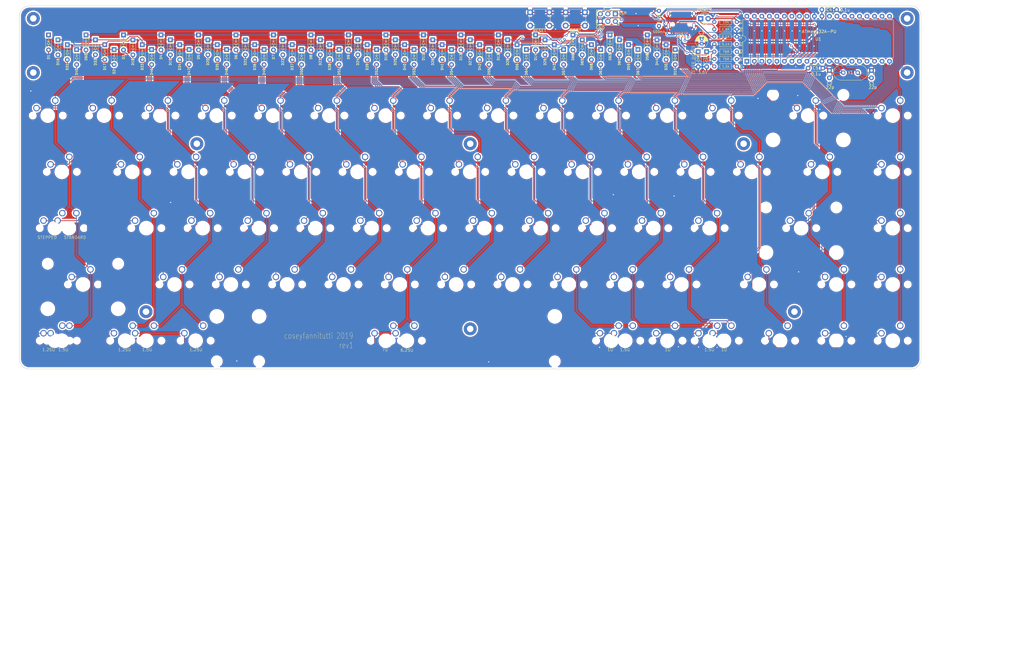
<source format=kicad_pcb>
(kicad_pcb (version 20171130) (host pcbnew "(5.1.5)-3")
  (layers (0 F.Cu signal) (31 B.Cu signal) (34 B.Paste user) (35 F.Paste user) (36 B.SilkS user) (37 F.SilkS user) (38 B.Mask user) (39 F.Mask user) (44 Edge.Cuts user))
  (net 0 "")
  (net 1 GND)
  (net 2 VCC)
  (net 3 row0)
  (net 4 "Net-(D1-Pad2)")
  (net 5 "Net-(D2-Pad2)")
  (net 6 "Net-(D3-Pad2)")
  (net 7 "Net-(D4-Pad2)")
  (net 8 "Net-(D5-Pad2)")
  (net 9 "Net-(D6-Pad2)")
  (net 10 "Net-(D7-Pad2)")
  (net 11 "Net-(D8-Pad2)")
  (net 12 "Net-(D9-Pad2)")
  (net 13 "Net-(D10-Pad2)")
  (net 14 "Net-(D11-Pad2)")
  (net 15 "Net-(D12-Pad2)")
  (net 16 "Net-(D13-Pad2)")
  (net 17 "Net-(D14-Pad2)")
  (net 18 "Net-(D15-Pad2)")
  (net 19 row1)
  (net 20 "Net-(D16-Pad2)")
  (net 21 "Net-(D17-Pad2)")
  (net 22 "Net-(D18-Pad2)")
  (net 23 "Net-(D19-Pad2)")
  (net 24 "Net-(D20-Pad2)")
  (net 25 "Net-(D21-Pad2)")
  (net 26 "Net-(D22-Pad2)")
  (net 27 "Net-(D23-Pad2)")
  (net 28 "Net-(D24-Pad2)")
  (net 29 "Net-(D25-Pad2)")
  (net 30 "Net-(D26-Pad2)")
  (net 31 "Net-(D27-Pad2)")
  (net 32 "Net-(D28-Pad2)")
  (net 33 "Net-(D29-Pad2)")
  (net 34 "Net-(D30-Pad2)")
  (net 35 "Net-(D31-Pad2)")
  (net 36 row2)
  (net 37 "Net-(D32-Pad2)")
  (net 38 "Net-(D33-Pad2)")
  (net 39 "Net-(D34-Pad2)")
  (net 40 "Net-(D35-Pad2)")
  (net 41 "Net-(D36-Pad2)")
  (net 42 "Net-(D37-Pad2)")
  (net 43 "Net-(D38-Pad2)")
  (net 44 "Net-(D39-Pad2)")
  (net 45 "Net-(D40-Pad2)")
  (net 46 "Net-(D41-Pad2)")
  (net 47 "Net-(D42-Pad2)")
  (net 48 "Net-(D43-Pad2)")
  (net 49 "Net-(D44-Pad2)")
  (net 50 row3)
  (net 51 "Net-(D45-Pad2)")
  (net 52 "Net-(D46-Pad2)")
  (net 53 "Net-(D47-Pad2)")
  (net 54 "Net-(D48-Pad2)")
  (net 55 "Net-(D49-Pad2)")
  (net 56 "Net-(D50-Pad2)")
  (net 57 "Net-(D51-Pad2)")
  (net 58 "Net-(D52-Pad2)")
  (net 59 "Net-(D53-Pad2)")
  (net 60 "Net-(D54-Pad2)")
  (net 61 "Net-(D55-Pad2)")
  (net 62 "Net-(D56-Pad2)")
  (net 63 "Net-(D57-Pad2)")
  (net 64 "Net-(D58-Pad2)")
  (net 65 "Net-(D59-Pad2)")
  (net 66 row4)
  (net 67 "Net-(D60-Pad2)")
  (net 68 "Net-(D61-Pad2)")
  (net 69 "Net-(D62-Pad2)")
  (net 70 "Net-(D63-Pad2)")
  (net 71 "Net-(D64-Pad2)")
  (net 72 "Net-(D65-Pad2)")
  (net 73 "Net-(D66-Pad2)")
  (net 74 "Net-(D67-Pad2)")
  (net 75 col0)
  (net 76 col1)
  (net 77 col2)
  (net 78 col3)
  (net 79 col4)
  (net 80 col5)
  (net 81 col6)
  (net 82 col7)
  (net 83 col8)
  (net 84 col9)
  (net 85 col10)
  (net 86 col11)
  (net 87 col12)
  (net 88 col13)
  (net 89 col14)
  (net 90 "Net-(R1-Pad2)")
  (net 91 "Net-(D68-Pad2)")
  (net 92 "Net-(R2-Pad1)")
  (net 93 reset)
  (net 94 +5V)
  (net 95 "Net-(U1-Pad29)")
  (net 96 "Net-(U1-Pad32)")
  (net 97 "Net-(U1-Pad33)")
  (net 98 "Net-(U1-Pad14)")
  (net 99 "Net-(U1-Pad34)")
  (net 100 "Net-(U1-Pad35)")
  (net 101 D+)
  (net 102 D-)
  (net 103 "Net-(C1-Pad1)")
  (net 104 "Net-(C2-Pad1)")
  (net 105 "Net-(D69-Pad1)")
  (net 106 "Net-(D70-Pad1)")
  (net 107 MOSI)
  (net 108 SCK)
  (net 109 MISO)
  (net 110 "Net-(LED1-Pad1)")
  (net 111 boot)
  (net 112 "Net-(U1-Pad15)")
  (net 113 "Net-(USB1-Pad3)")
  (net 114 "Net-(USB1-Pad9)")
  (module cftkb:D_DO-35_SOD27_P5.08mm_Horizontal (layer F.Cu) (at 286.174982 71.892196 270)
    (fp_text reference D69)
    (fp_text value 3.6V)
    (pad 2 thru_hole oval (at 6.35 0 270) (size 1.6 1.6) (drill 0.8) (layers *.Cu *.Mask) (net 1 GND))
    (pad 1 thru_hole rect (at 1.27 0 270) (size 1.6 1.6) (drill 0.8) (layers *.Cu *.Mask) (net 105 "Net-(D69-Pad1)"))
  )
  (module Type-C:HRO-TYPE-C-31-M-12-HandSoldering (layer F.Cu) (at 277.548468 57.658 180)
    (fp_text reference USB1 (at 0 -10.2) (layer F.SilkS))
    (fp_text value HRO-TYPE-C-31-M-12)
    (pad 12 smd rect (at 3.225 -8.195 180) (size 0.6 2.45) (layers F.Cu F.Paste F.Mask) (net 1 GND))
    (pad 1 smd rect (at -3.225 -8.195 180) (size 0.6 2.45) (layers F.Cu F.Paste F.Mask) (net 1 GND))
    (pad 11 smd rect (at 2.45 -8.195 180) (size 0.6 2.45) (layers F.Cu F.Paste F.Mask) (net 2 VCC))
    (pad 2 smd rect (at -2.45 -8.195 180) (size 0.6 2.45) (layers F.Cu F.Paste F.Mask) (net 2 VCC))
    (pad 3 smd rect (at -1.75 -8.195 180) (size 0.3 2.45) (layers F.Cu F.Paste F.Mask) (net 113 "Net-(USB1-Pad3)"))
    (pad 10 smd rect (at 1.75 -8.195 180) (size 0.3 2.45) (layers F.Cu F.Paste F.Mask) (net 92 "Net-(R2-Pad1)"))
    (pad 4 smd rect (at -1.25 -8.195 180) (size 0.3 2.45) (layers F.Cu F.Paste F.Mask) (net 90 "Net-(R1-Pad2)"))
    (pad 9 smd rect (at 1.25 -8.195 180) (size 0.3 2.45) (layers F.Cu F.Paste F.Mask) (net 114 "Net-(USB1-Pad9)"))
    (pad 5 smd rect (at -0.75 -8.195 180) (size 0.3 2.45) (layers F.Cu F.Paste F.Mask) (net 105 "Net-(D69-Pad1)"))
    (pad 8 smd rect (at 0.75 -8.195 180) (size 0.3 2.45) (layers F.Cu F.Paste F.Mask) (net 106 "Net-(D70-Pad1)"))
    (pad 7 smd rect (at 0.25 -8.195 180) (size 0.3 2.45) (layers F.Cu F.Paste F.Mask) (net 105 "Net-(D69-Pad1)"))
    (pad 6 smd rect (at -0.25 -8.195 180) (size 0.3 2.45) (layers F.Cu F.Paste F.Mask) (net 106 "Net-(D70-Pad1)"))
    (pad "" np_thru_hole circle (at 2.89 -6.25 180) (size 0.65 0.65) (drill 0.65) (layers *.Cu *.Mask))
    (pad "" np_thru_hole circle (at -2.89 -6.25 180) (size 0.65 0.65) (drill 0.65) (layers *.Cu *.Mask))
    (pad 13 thru_hole oval (at -4.32 -6.78 180) (size 1 2.1) (drill oval 0.6 1.7) (layers *.Cu *.Mask) (net 1 GND))
    (pad 13 thru_hole oval (at 4.32 -6.78 180) (size 1 2.1) (drill oval 0.6 1.7) (layers *.Cu *.Mask) (net 1 GND))
    (pad 13 thru_hole oval (at -4.32 -2.6 180) (size 1 1.6) (drill oval 0.6 1.2) (layers *.Cu *.Mask) (net 1 GND))
    (pad 13 thru_hole oval (at 4.32 -2.6 180) (size 1 1.6) (drill oval 0.6 1.2) (layers *.Cu *.Mask) (net 1 GND))
  )
  (module cftkb:DIP-40_W15.24mm (layer F.Cu) (at 299.75343 76.389182 90)
    (fp_text reference U1 (at 7.52414 24.164738) (layer F.SilkS))
    (fp_text value ATmega32A-PU (at 10.06135 24.462204) (layer F.SilkS))
    (pad 1 thru_hole rect (at 0 0 90) (size 1.6 1.6) (drill 0.8) (layers *.Cu *.Mask) (net 66 row4))
    (pad 21 thru_hole oval (at 15.24 48.26 90) (size 1.6 1.6) (drill 0.8) (layers *.Cu *.Mask) (net 89 col14))
    (pad 2 thru_hole oval (at 0 2.54 90) (size 1.6 1.6) (drill 0.8) (layers *.Cu *.Mask) (net 36 row2))
    (pad 22 thru_hole oval (at 15.24 45.72 90) (size 1.6 1.6) (drill 0.8) (layers *.Cu *.Mask) (net 88 col13))
    (pad 3 thru_hole oval (at 0 5.08 90) (size 1.6 1.6) (drill 0.8) (layers *.Cu *.Mask) (net 3 row0))
    (pad 23 thru_hole oval (at 15.24 43.18 90) (size 1.6 1.6) (drill 0.8) (layers *.Cu *.Mask) (net 87 col12))
    (pad 4 thru_hole oval (at 0 7.62 90) (size 1.6 1.6) (drill 0.8) (layers *.Cu *.Mask) (net 76 col1))
    (pad 24 thru_hole oval (at 15.24 40.64 90) (size 1.6 1.6) (drill 0.8) (layers *.Cu *.Mask) (net 86 col11))
    (pad 5 thru_hole oval (at 0 10.16 90) (size 1.6 1.6) (drill 0.8) (layers *.Cu *.Mask) (net 78 col3))
    (pad 25 thru_hole oval (at 15.24 38.1 90) (size 1.6 1.6) (drill 0.8) (layers *.Cu *.Mask) (net 85 col10))
    (pad 6 thru_hole oval (at 0 12.7 90) (size 1.6 1.6) (drill 0.8) (layers *.Cu *.Mask) (net 107 MOSI))
    (pad 26 thru_hole oval (at 15.24 35.56 90) (size 1.6 1.6) (drill 0.8) (layers *.Cu *.Mask) (net 84 col9))
    (pad 7 thru_hole oval (at 0 15.24 90) (size 1.6 1.6) (drill 0.8) (layers *.Cu *.Mask) (net 109 MISO))
    (pad 27 thru_hole oval (at 15.24 33.02 90) (size 1.6 1.6) (drill 0.8) (layers *.Cu *.Mask) (net 83 col8))
    (pad 8 thru_hole oval (at 0 17.78 90) (size 1.6 1.6) (drill 0.8) (layers *.Cu *.Mask) (net 108 SCK))
    (pad 28 thru_hole oval (at 15.24 30.48 90) (size 1.6 1.6) (drill 0.8) (layers *.Cu *.Mask) (net 82 col7))
    (pad 9 thru_hole oval (at 0 20.32 90) (size 1.6 1.6) (drill 0.8) (layers *.Cu *.Mask) (net 93 reset))
    (pad 29 thru_hole oval (at 15.24 27.94 90) (size 1.6 1.6) (drill 0.8) (layers *.Cu *.Mask) (net 95 "Net-(U1-Pad29)"))
    (pad 10 thru_hole oval (at 0 22.86 90) (size 1.6 1.6) (drill 0.8) (layers *.Cu *.Mask) (net 94 +5V))
    (pad 30 thru_hole oval (at 15.24 25.4 90) (size 1.6 1.6) (drill 0.8) (layers *.Cu *.Mask) (net 94 +5V))
    (pad 11 thru_hole oval (at 0 25.4 90) (size 1.6 1.6) (drill 0.8) (layers *.Cu *.Mask) (net 1 GND))
    (pad 31 thru_hole oval (at 15.24 22.86 90) (size 1.6 1.6) (drill 0.8) (layers *.Cu *.Mask) (net 1 GND))
    (pad 12 thru_hole oval (at 0 27.94 90) (size 1.6 1.6) (drill 0.8) (layers *.Cu *.Mask) (net 104 "Net-(C2-Pad1)"))
    (pad 32 thru_hole oval (at 15.24 20.32 90) (size 1.6 1.6) (drill 0.8) (layers *.Cu *.Mask) (net 96 "Net-(U1-Pad32)"))
    (pad 13 thru_hole oval (at 0 30.48 90) (size 1.6 1.6) (drill 0.8) (layers *.Cu *.Mask) (net 103 "Net-(C1-Pad1)"))
    (pad 33 thru_hole oval (at 15.24 17.78 90) (size 1.6 1.6) (drill 0.8) (layers *.Cu *.Mask) (net 97 "Net-(U1-Pad33)"))
    (pad 14 thru_hole oval (at 0 33.02 90) (size 1.6 1.6) (drill 0.8) (layers *.Cu *.Mask) (net 98 "Net-(U1-Pad14)"))
    (pad 34 thru_hole oval (at 15.24 15.24 90) (size 1.6 1.6) (drill 0.8) (layers *.Cu *.Mask) (net 99 "Net-(U1-Pad34)"))
    (pad 15 thru_hole oval (at 0 35.56 90) (size 1.6 1.6) (drill 0.8) (layers *.Cu *.Mask) (net 112 "Net-(U1-Pad15)"))
    (pad 35 thru_hole oval (at 15.24 12.7 90) (size 1.6 1.6) (drill 0.8) (layers *.Cu *.Mask) (net 100 "Net-(U1-Pad35)"))
    (pad 16 thru_hole oval (at 0 38.1 90) (size 1.6 1.6) (drill 0.8) (layers *.Cu *.Mask) (net 101 D+))
    (pad 36 thru_hole oval (at 15.24 10.16 90) (size 1.6 1.6) (drill 0.8) (layers *.Cu *.Mask) (net 79 col4))
    (pad 17 thru_hole oval (at 0 40.64 90) (size 1.6 1.6) (drill 0.8) (layers *.Cu *.Mask) (net 102 D-))
    (pad 37 thru_hole oval (at 15.24 7.62 90) (size 1.6 1.6) (drill 0.8) (layers *.Cu *.Mask) (net 77 col2))
    (pad 18 thru_hole oval (at 0 43.18 90) (size 1.6 1.6) (drill 0.8) (layers *.Cu *.Mask) (net 111 boot))
    (pad 38 thru_hole oval (at 15.24 5.08 90) (size 1.6 1.6) (drill 0.8) (layers *.Cu *.Mask) (net 75 col0))
    (pad 19 thru_hole oval (at 0 45.72 90) (size 1.6 1.6) (drill 0.8) (layers *.Cu *.Mask) (net 80 col5))
    (pad 39 thru_hole oval (at 15.24 2.54 90) (size 1.6 1.6) (drill 0.8) (layers *.Cu *.Mask) (net 19 row1))
    (pad 20 thru_hole oval (at 0 48.26 90) (size 1.6 1.6) (drill 0.8) (layers *.Cu *.Mask) (net 81 col6))
    (pad 40 thru_hole oval (at 15.24 0 90) (size 1.6 1.6) (drill 0.8) (layers *.Cu *.Mask) (net 50 row3))
  )
  (module cftkb:SW_Cherry_MX1A_1.50u_PCBNOSCREEN (layer F.Cu) (at 289.740128 165.89375)
    (fp_text reference SW74)
    (fp_text value KEYSW)
    (pad "" np_thru_hole circle (at 2.54 5.08) (size 1.7 1.7) (drill 1.7) (layers *.Cu *.Mask))
    (pad "" np_thru_hole circle (at -7.62 5.08) (size 1.7 1.7) (drill 1.7) (layers *.Cu *.Mask))
    (pad "" np_thru_hole circle (at -2.54 5.08) (size 4 4) (drill 4) (layers *.Cu *.Mask))
    (pad 2 thru_hole circle (at -6.35 2.54) (size 2.2 2.2) (drill 1.5) (layers *.Cu *.Mask) (net 71 "Net-(D64-Pad2)"))
    (pad 1 thru_hole circle (at 0 0) (size 2.2 2.2) (drill 1.5) (layers *.Cu *.Mask) (net 85 col10))
  )
  (module cftkb:SW_Cherry_MX1A_1.50u_PCBNOSCREEN (layer F.Cu) (at 261.183936 165.89375)
    (fp_text reference SW73)
    (fp_text value KEYSW)
    (pad "" np_thru_hole circle (at 2.54 5.08) (size 1.7 1.7) (drill 1.7) (layers *.Cu *.Mask))
    (pad "" np_thru_hole circle (at -7.62 5.08) (size 1.7 1.7) (drill 1.7) (layers *.Cu *.Mask))
    (pad "" np_thru_hole circle (at -2.54 5.08) (size 4 4) (drill 4) (layers *.Cu *.Mask))
    (pad 2 thru_hole circle (at -6.35 2.54) (size 2.2 2.2) (drill 1.5) (layers *.Cu *.Mask) (net 70 "Net-(D63-Pad2)"))
    (pad 1 thru_hole circle (at 0 0) (size 2.2 2.2) (drill 1.5) (layers *.Cu *.Mask) (net 84 col9))
  )
  (module cftkb:SW_Cherry_MX1A_1.00u_PCB-NOSCREEN (layer F.Cu) (at 180.207573 165.90164)
    (fp_text reference SW72)
    (fp_text value KEYSW)
    (pad 1 thru_hole circle (at 0 0) (size 2.2 2.2) (drill 1.5) (layers *.Cu *.Mask) (net 81 col6))
    (pad 2 thru_hole circle (at -6.35 2.54) (size 2.2 2.2) (drill 1.5) (layers *.Cu *.Mask) (net 69 "Net-(D62-Pad2)"))
    (pad "" np_thru_hole circle (at -2.54 5.08) (size 4 4) (drill 4) (layers *.Cu *.Mask))
    (pad "" np_thru_hole circle (at -7.62 5.08) (size 1.7 1.7) (drill 1.7) (layers *.Cu *.Mask))
    (pad "" np_thru_hole circle (at 2.54 5.08) (size 1.7 1.7) (drill 1.7) (layers *.Cu *.Mask))
  )
  (module cftkb:SW_Cherry_MX1A_1.50u_PCBNOSCREEN (layer F.Cu) (at 99.243031 165.889819)
    (fp_text reference SW71)
    (fp_text value KEYSW)
    (pad "" np_thru_hole circle (at 2.54 5.08) (size 1.7 1.7) (drill 1.7) (layers *.Cu *.Mask))
    (pad "" np_thru_hole circle (at -7.62 5.08) (size 1.7 1.7) (drill 1.7) (layers *.Cu *.Mask))
    (pad "" np_thru_hole circle (at -2.54 5.08) (size 4 4) (drill 4) (layers *.Cu *.Mask))
    (pad 2 thru_hole circle (at -6.35 2.54) (size 2.2 2.2) (drill 1.5) (layers *.Cu *.Mask) (net 68 "Net-(D61-Pad2)"))
    (pad 1 thru_hole circle (at 0 0) (size 2.2 2.2) (drill 1.5) (layers *.Cu *.Mask) (net 77 col2))
  )
  (module cftkb:SW_Cherry_MX1A_1.50u_PCBNOSCREEN (layer F.Cu) (at 70.6437 165.88362)
    (fp_text reference SW70)
    (fp_text value KEYSW)
    (pad "" np_thru_hole circle (at 2.54 5.08) (size 1.7 1.7) (drill 1.7) (layers *.Cu *.Mask))
    (pad "" np_thru_hole circle (at -7.62 5.08) (size 1.7 1.7) (drill 1.7) (layers *.Cu *.Mask))
    (pad "" np_thru_hole circle (at -2.54 5.08) (size 4 4) (drill 4) (layers *.Cu *.Mask))
    (pad 2 thru_hole circle (at -6.35 2.54) (size 2.2 2.2) (drill 1.5) (layers *.Cu *.Mask) (net 65 "Net-(D59-Pad2)"))
    (pad 1 thru_hole circle (at 0 0) (size 2.2 2.2) (drill 1.5) (layers *.Cu *.Mask) (net 75 col0))
  )
  (module cftkb:SW_Cherry_MX1A_1.25u_PCBNOSCREEN (layer F.Cu) (at 68.2625 127.78362)
    (fp_text reference SW69)
    (fp_text value KEYSW)
    (pad 1 thru_hole circle (at 0 0) (size 2.2 2.2) (drill 1.5) (layers *.Cu *.Mask) (net 75 col0))
    (pad 2 thru_hole circle (at -6.35 2.54) (size 2.2 2.2) (drill 1.5) (layers *.Cu *.Mask) (net 35 "Net-(D31-Pad2)"))
    (pad "" np_thru_hole circle (at -2.54 5.08) (size 4 4) (drill 4) (layers *.Cu *.Mask))
    (pad "" np_thru_hole circle (at -7.62 5.08) (size 1.7 1.7) (drill 1.7) (layers *.Cu *.Mask))
    (pad "" np_thru_hole circle (at 2.54 5.08) (size 1.7 1.7) (drill 1.7) (layers *.Cu *.Mask))
  )
  (module cftkb:AVR_ICSP_3x2 (layer F.Cu) (at 252.75383 61.62087 180)
    (fp_text reference J1 hide)
    (fp_text value AVR-ISP-6 hide)
    (pad 1 thru_hole rect (at -2.54 1.27 180) (size 1.7 1.7) (drill 1.016) (layers *.Cu *.Mask) (net 109 MISO))
    (pad 2 thru_hole circle (at -2.54 -1.27 180) (size 1.7 1.7) (drill 1.016) (layers *.Cu *.Mask) (net 94 +5V))
    (pad 3 thru_hole circle (at 0 1.27 180) (size 1.7 1.7) (drill 1.016) (layers *.Cu *.Mask) (net 108 SCK))
    (pad 4 thru_hole circle (at 0 -1.27 180) (size 1.7 1.7) (drill 1.016) (layers *.Cu *.Mask) (net 107 MOSI))
    (pad 5 thru_hole circle (at 2.54 1.27 180) (size 1.7 1.7) (drill 1.016) (layers *.Cu *.Mask) (net 93 reset))
    (pad 6 thru_hole circle (at 2.54 -1.27 180) (size 1.7 1.7) (drill 1.016) (layers *.Cu *.Mask) (net 1 GND))
  )
  (module cftkb:SW_Cherry_MX1A_2.00u_PCBNOSCREEN (layer F.Cu) (at 323.05625 89.69375)
    (fp_text reference SW14)
    (fp_text value KEYSW)
    (pad 1 thru_hole circle (at 0 0) (size 2.2 2.2) (drill 1.5) (layers *.Cu *.Mask) (net 88 col13))
    (pad 2 thru_hole circle (at -6.35 2.54) (size 2.2 2.2) (drill 1.5) (layers *.Cu *.Mask) (net 17 "Net-(D14-Pad2)"))
    (pad "" np_thru_hole circle (at -2.54 5.08) (size 4 4) (drill 4) (layers *.Cu *.Mask))
    (pad "" np_thru_hole circle (at -7.62 5.08) (size 1.7 1.7) (drill 1.7) (layers *.Cu *.Mask))
    (pad "" np_thru_hole circle (at 2.54 5.08) (size 1.7 1.7) (drill 1.7) (layers *.Cu *.Mask))
    (pad "" np_thru_hole circle (at 9.36 13.32) (size 4 4) (drill 4) (layers *.Cu *.Mask))
    (pad "" np_thru_hole circle (at -14.44 13.32) (size 4 4) (drill 4) (layers *.Cu *.Mask))
    (pad "" np_thru_hole circle (at -14.44 -1.92) (size 3.05 3.05) (drill 3.05) (layers *.Cu *.Mask))
    (pad "" np_thru_hole circle (at 9.36 -1.92) (size 3.05 3.05) (drill 3.05) (layers *.Cu *.Mask))
  )
  (module cftkb:SW_Cherry_MX1A_2.25u_PCBNOSCREEN (layer F.Cu) (at 320.67525 127.79375)
    (fp_text reference SW43)
    (fp_text value KEYSW)
    (pad "" np_thru_hole circle (at 9.36 -1.92) (size 3.05 3.05) (drill 3.05) (layers *.Cu *.Mask))
    (pad "" np_thru_hole circle (at -14.44 -1.92) (size 3.05 3.05) (drill 3.05) (layers *.Cu *.Mask))
    (pad "" np_thru_hole circle (at -14.44 13.32) (size 4 4) (drill 4) (layers *.Cu *.Mask))
    (pad "" np_thru_hole circle (at 9.36 13.32) (size 4 4) (drill 4) (layers *.Cu *.Mask))
    (pad "" np_thru_hole circle (at 2.54 5.08) (size 1.7 1.7) (drill 1.7) (layers *.Cu *.Mask))
    (pad "" np_thru_hole circle (at -7.62 5.08) (size 1.7 1.7) (drill 1.7) (layers *.Cu *.Mask))
    (pad "" np_thru_hole circle (at -2.54 5.08) (size 4 4) (drill 4) (layers *.Cu *.Mask))
    (pad 2 thru_hole circle (at -6.35 2.54) (size 2.2 2.2) (drill 1.5) (layers *.Cu *.Mask) (net 48 "Net-(D43-Pad2)"))
    (pad 1 thru_hole circle (at 0 0) (size 2.2 2.2) (drill 1.5) (layers *.Cu *.Mask) (net 88 col13))
  )
  (module cftkb:SW_Cherry_MX1A_2.25u_PCBNOSCREEN (layer F.Cu) (at 77.78745 146.84375)
    (fp_text reference SW45)
    (fp_text value KEYSW)
    (pad "" np_thru_hole circle (at 9.36 -1.92) (size 3.05 3.05) (drill 3.05) (layers *.Cu *.Mask))
    (pad "" np_thru_hole circle (at -14.44 -1.92) (size 3.05 3.05) (drill 3.05) (layers *.Cu *.Mask))
    (pad "" np_thru_hole circle (at -14.44 13.32) (size 4 4) (drill 4) (layers *.Cu *.Mask))
    (pad "" np_thru_hole circle (at 9.36 13.32) (size 4 4) (drill 4) (layers *.Cu *.Mask))
    (pad "" np_thru_hole circle (at 2.54 5.08) (size 1.7 1.7) (drill 1.7) (layers *.Cu *.Mask))
    (pad "" np_thru_hole circle (at -7.62 5.08) (size 1.7 1.7) (drill 1.7) (layers *.Cu *.Mask))
    (pad "" np_thru_hole circle (at -2.54 5.08) (size 4 4) (drill 4) (layers *.Cu *.Mask))
    (pad 2 thru_hole circle (at -6.35 2.54) (size 2.2 2.2) (drill 1.5) (layers *.Cu *.Mask) (net 51 "Net-(D45-Pad2)"))
    (pad 1 thru_hole circle (at 0 0) (size 2.2 2.2) (drill 1.5) (layers *.Cu *.Mask) (net 75 col0))
  )
  (module cftkb:SW_Cherry_MX1A_1.25u_PCBNOSCREEN (layer F.Cu) (at 68.26245 165.88362)
    (fp_text reference SW59)
    (fp_text value KEYSW)
    (pad 1 thru_hole circle (at 0 0) (size 2.2 2.2) (drill 1.5) (layers *.Cu *.Mask) (net 75 col0))
    (pad 2 thru_hole circle (at -6.35 2.54) (size 2.2 2.2) (drill 1.5) (layers *.Cu *.Mask) (net 65 "Net-(D59-Pad2)"))
    (pad "" np_thru_hole circle (at -2.54 5.08) (size 4 4) (drill 4) (layers *.Cu *.Mask))
    (pad "" np_thru_hole circle (at -7.62 5.08) (size 1.7 1.7) (drill 1.7) (layers *.Cu *.Mask))
    (pad "" np_thru_hole circle (at 2.54 5.08) (size 1.7 1.7) (drill 1.7) (layers *.Cu *.Mask))
  )
  (module cftkb:SW_Cherry_MX1A_1.25u_PCBNOSCREEN (layer F.Cu) (at 92.07505 165.89375)
    (fp_text reference SW60)
    (fp_text value KEYSW)
    (pad 1 thru_hole circle (at 0 0) (size 2.2 2.2) (drill 1.5) (layers *.Cu *.Mask) (net 76 col1))
    (pad 2 thru_hole circle (at -6.35 2.54) (size 2.2 2.2) (drill 1.5) (layers *.Cu *.Mask) (net 67 "Net-(D60-Pad2)"))
    (pad "" np_thru_hole circle (at -2.54 5.08) (size 4 4) (drill 4) (layers *.Cu *.Mask))
    (pad "" np_thru_hole circle (at -7.62 5.08) (size 1.7 1.7) (drill 1.7) (layers *.Cu *.Mask))
    (pad "" np_thru_hole circle (at 2.54 5.08) (size 1.7 1.7) (drill 1.7) (layers *.Cu *.Mask))
  )
  (module cftkb:SW_Cherry_MX1A_1.25u_PCBNOSCREEN (layer F.Cu) (at 115.88745 165.88362)
    (fp_text reference SW61)
    (fp_text value KEYSW)
    (pad 1 thru_hole circle (at 0 0) (size 2.2 2.2) (drill 1.5) (layers *.Cu *.Mask) (net 77 col2))
    (pad 2 thru_hole circle (at -6.35 2.54) (size 2.2 2.2) (drill 1.5) (layers *.Cu *.Mask) (net 68 "Net-(D61-Pad2)"))
    (pad "" np_thru_hole circle (at -2.54 5.08) (size 4 4) (drill 4) (layers *.Cu *.Mask))
    (pad "" np_thru_hole circle (at -7.62 5.08) (size 1.7 1.7) (drill 1.7) (layers *.Cu *.Mask))
    (pad "" np_thru_hole circle (at 2.54 5.08) (size 1.7 1.7) (drill 1.7) (layers *.Cu *.Mask))
  )
  (module cftkb:SW_Cherry_MX1A_1.75u_PCBNOSCREEN (layer F.Cu) (at 73.02505 127.78362)
    (fp_text reference SW31)
    (fp_text value KEYSW)
    (pad 1 thru_hole circle (at 0 0) (size 2.2 2.2) (drill 1.5) (layers *.Cu *.Mask) (net 75 col0))
    (pad 2 thru_hole circle (at -6.35 2.54) (size 2.2 2.2) (drill 1.5) (layers *.Cu *.Mask) (net 35 "Net-(D31-Pad2)"))
    (pad "" np_thru_hole circle (at -2.54 5.08) (size 4 4) (drill 4) (layers *.Cu *.Mask))
    (pad "" np_thru_hole circle (at -7.62 5.08) (size 1.7 1.7) (drill 1.7) (layers *.Cu *.Mask))
    (pad "" np_thru_hole circle (at 2.54 5.08) (size 1.7 1.7) (drill 1.7) (layers *.Cu *.Mask))
  )
  (module cftkb:SW_Cherry_MX1A_1.75u_PCBNOSCREEN (layer F.Cu) (at 306.38725 146.84375)
    (fp_text reference SW56)
    (fp_text value KEYSW)
    (pad 1 thru_hole circle (at 0 0) (size 2.2 2.2) (drill 1.5) (layers *.Cu *.Mask) (net 87 col12))
    (pad 2 thru_hole circle (at -6.35 2.54) (size 2.2 2.2) (drill 1.5) (layers *.Cu *.Mask) (net 62 "Net-(D56-Pad2)"))
    (pad "" np_thru_hole circle (at -2.54 5.08) (size 4 4) (drill 4) (layers *.Cu *.Mask))
    (pad "" np_thru_hole circle (at -7.62 5.08) (size 1.7 1.7) (drill 1.7) (layers *.Cu *.Mask))
    (pad "" np_thru_hole circle (at 2.54 5.08) (size 1.7 1.7) (drill 1.7) (layers *.Cu *.Mask))
  )
  (module cftkb:SW_Cherry_MX1A_1.50u_PCBNOSCREEN (layer F.Cu) (at 70.64375 108.74375)
    (fp_text reference SW16)
    (fp_text value KEYSW)
    (pad "" np_thru_hole circle (at 2.54 5.08) (size 1.7 1.7) (drill 1.7) (layers *.Cu *.Mask))
    (pad "" np_thru_hole circle (at -7.62 5.08) (size 1.7 1.7) (drill 1.7) (layers *.Cu *.Mask))
    (pad "" np_thru_hole circle (at -2.54 5.08) (size 4 4) (drill 4) (layers *.Cu *.Mask))
    (pad 2 thru_hole circle (at -6.35 2.54) (size 2.2 2.2) (drill 1.5) (layers *.Cu *.Mask) (net 20 "Net-(D16-Pad2)"))
    (pad 1 thru_hole circle (at 0 0) (size 2.2 2.2) (drill 1.5) (layers *.Cu *.Mask) (net 75 col0))
  )
  (module cftkb:SW_Cherry_MX1A_1.50u_PCBNOSCREEN (layer F.Cu) (at 327.81825 108.74375)
    (fp_text reference SW29)
    (fp_text value KEYSW)
    (pad "" np_thru_hole circle (at 2.54 5.08) (size 1.7 1.7) (drill 1.7) (layers *.Cu *.Mask))
    (pad "" np_thru_hole circle (at -7.62 5.08) (size 1.7 1.7) (drill 1.7) (layers *.Cu *.Mask))
    (pad "" np_thru_hole circle (at -2.54 5.08) (size 4 4) (drill 4) (layers *.Cu *.Mask))
    (pad 2 thru_hole circle (at -6.35 2.54) (size 2.2 2.2) (drill 1.5) (layers *.Cu *.Mask) (net 33 "Net-(D29-Pad2)"))
    (pad 1 thru_hole circle (at 0 0) (size 2.2 2.2) (drill 1.5) (layers *.Cu *.Mask) (net 88 col13))
  )
  (module cftkb:SW_Cherry_MX1A_1.00u_PCB-NOSCREEN (layer F.Cu) (at 275.466206 165.89375)
    (fp_text reference SW64)
    (fp_text value KEYSW)
    (pad 1 thru_hole circle (at 0 0) (size 2.2 2.2) (drill 1.5) (layers *.Cu *.Mask) (net 85 col10))
    (pad 2 thru_hole circle (at -6.35 2.54) (size 2.2 2.2) (drill 1.5) (layers *.Cu *.Mask) (net 71 "Net-(D64-Pad2)"))
    (pad "" np_thru_hole circle (at -2.54 5.08) (size 4 4) (drill 4) (layers *.Cu *.Mask))
    (pad "" np_thru_hole circle (at -7.62 5.08) (size 1.7 1.7) (drill 1.7) (layers *.Cu *.Mask))
    (pad "" np_thru_hole circle (at 2.54 5.08) (size 1.7 1.7) (drill 1.7) (layers *.Cu *.Mask))
  )
  (module cftkb:SW_Cherry_MX1A_1.00u_PCB-NOSCREEN (layer F.Cu) (at 256.410884 165.88362)
    (fp_text reference SW63)
    (fp_text value KEYSW)
    (pad 1 thru_hole circle (at 0 0) (size 2.2 2.2) (drill 1.5) (layers *.Cu *.Mask) (net 84 col9))
    (pad 2 thru_hole circle (at -6.35 2.54) (size 2.2 2.2) (drill 1.5) (layers *.Cu *.Mask) (net 70 "Net-(D63-Pad2)"))
    (pad "" np_thru_hole circle (at -2.54 5.08) (size 4 4) (drill 4) (layers *.Cu *.Mask))
    (pad "" np_thru_hole circle (at -7.62 5.08) (size 1.7 1.7) (drill 1.7) (layers *.Cu *.Mask))
    (pad "" np_thru_hole circle (at 2.54 5.08) (size 1.7 1.7) (drill 1.7) (layers *.Cu *.Mask))
  )
  (module cftkb:SW_Cherry_MX1A_1.00u_PCB-NOSCREEN (layer F.Cu) (at 294.48125 89.69375)
    (fp_text reference SW13)
    (fp_text value KEYSW)
    (pad 1 thru_hole circle (at 0 0) (size 2.2 2.2) (drill 1.5) (layers *.Cu *.Mask) (net 87 col12))
    (pad 2 thru_hole circle (at -6.35 2.54) (size 2.2 2.2) (drill 1.5) (layers *.Cu *.Mask) (net 16 "Net-(D13-Pad2)"))
    (pad "" np_thru_hole circle (at -2.54 5.08) (size 4 4) (drill 4) (layers *.Cu *.Mask))
    (pad "" np_thru_hole circle (at -7.62 5.08) (size 1.7 1.7) (drill 1.7) (layers *.Cu *.Mask))
    (pad "" np_thru_hole circle (at 2.54 5.08) (size 1.7 1.7) (drill 1.7) (layers *.Cu *.Mask))
  )
  (module cftkb:SW_Cherry_MX1A_1.00u_PCB-NOSCREEN (layer F.Cu) (at 132.55625 108.74375)
    (fp_text reference SW19)
    (fp_text value KEYSW)
    (pad 1 thru_hole circle (at 0 0) (size 2.2 2.2) (drill 1.5) (layers *.Cu *.Mask) (net 78 col3))
    (pad 2 thru_hole circle (at -6.35 2.54) (size 2.2 2.2) (drill 1.5) (layers *.Cu *.Mask) (net 23 "Net-(D19-Pad2)"))
    (pad "" np_thru_hole circle (at -2.54 5.08) (size 4 4) (drill 4) (layers *.Cu *.Mask))
    (pad "" np_thru_hole circle (at -7.62 5.08) (size 1.7 1.7) (drill 1.7) (layers *.Cu *.Mask))
    (pad "" np_thru_hole circle (at 2.54 5.08) (size 1.7 1.7) (drill 1.7) (layers *.Cu *.Mask))
  )
  (module cftkb:SW_Cherry_MX1A_1.00u_PCB-NOSCREEN (layer F.Cu) (at 65.88125 89.69375)
    (fp_text reference SW1)
    (fp_text value KEYSW)
    (pad 1 thru_hole circle (at 0 0) (size 2.2 2.2) (drill 1.5) (layers *.Cu *.Mask) (net 75 col0))
    (pad 2 thru_hole circle (at -6.35 2.54) (size 2.2 2.2) (drill 1.5) (layers *.Cu *.Mask) (net 4 "Net-(D1-Pad2)"))
    (pad "" np_thru_hole circle (at -2.54 5.08) (size 4 4) (drill 4) (layers *.Cu *.Mask))
    (pad "" np_thru_hole circle (at -7.62 5.08) (size 1.7 1.7) (drill 1.7) (layers *.Cu *.Mask))
    (pad "" np_thru_hole circle (at 2.54 5.08) (size 1.7 1.7) (drill 1.7) (layers *.Cu *.Mask))
  )
  (module cftkb:SW_Cherry_MX1A_1.00u_PCB-NOSCREEN (layer F.Cu) (at 84.93125 89.69375)
    (fp_text reference SW2)
    (fp_text value KEYSW)
    (pad 1 thru_hole circle (at 0 0) (size 2.2 2.2) (drill 1.5) (layers *.Cu *.Mask) (net 76 col1))
    (pad 2 thru_hole circle (at -6.35 2.54) (size 2.2 2.2) (drill 1.5) (layers *.Cu *.Mask) (net 5 "Net-(D2-Pad2)"))
    (pad "" np_thru_hole circle (at -2.54 5.08) (size 4 4) (drill 4) (layers *.Cu *.Mask))
    (pad "" np_thru_hole circle (at -7.62 5.08) (size 1.7 1.7) (drill 1.7) (layers *.Cu *.Mask))
    (pad "" np_thru_hole circle (at 2.54 5.08) (size 1.7 1.7) (drill 1.7) (layers *.Cu *.Mask))
  )
  (module cftkb:SW_Cherry_MX1A_1.00u_PCB-NOSCREEN (layer F.Cu) (at 103.98125 89.69375)
    (fp_text reference SW3)
    (fp_text value KEYSW)
    (pad 1 thru_hole circle (at 0 0) (size 2.2 2.2) (drill 1.5) (layers *.Cu *.Mask) (net 77 col2))
    (pad 2 thru_hole circle (at -6.35 2.54) (size 2.2 2.2) (drill 1.5) (layers *.Cu *.Mask) (net 6 "Net-(D3-Pad2)"))
    (pad "" np_thru_hole circle (at -2.54 5.08) (size 4 4) (drill 4) (layers *.Cu *.Mask))
    (pad "" np_thru_hole circle (at -7.62 5.08) (size 1.7 1.7) (drill 1.7) (layers *.Cu *.Mask))
    (pad "" np_thru_hole circle (at 2.54 5.08) (size 1.7 1.7) (drill 1.7) (layers *.Cu *.Mask))
  )
  (module cftkb:SW_Cherry_MX1A_1.00u_PCB-NOSCREEN (layer F.Cu) (at 123.03125 89.69375)
    (fp_text reference SW4)
    (fp_text value KEYSW)
    (pad 1 thru_hole circle (at 0 0) (size 2.2 2.2) (drill 1.5) (layers *.Cu *.Mask) (net 78 col3))
    (pad 2 thru_hole circle (at -6.35 2.54) (size 2.2 2.2) (drill 1.5) (layers *.Cu *.Mask) (net 7 "Net-(D4-Pad2)"))
    (pad "" np_thru_hole circle (at -2.54 5.08) (size 4 4) (drill 4) (layers *.Cu *.Mask))
    (pad "" np_thru_hole circle (at -7.62 5.08) (size 1.7 1.7) (drill 1.7) (layers *.Cu *.Mask))
    (pad "" np_thru_hole circle (at 2.54 5.08) (size 1.7 1.7) (drill 1.7) (layers *.Cu *.Mask))
  )
  (module cftkb:SW_Cherry_MX1A_1.00u_PCB-NOSCREEN (layer F.Cu) (at 142.08125 89.69375)
    (fp_text reference SW5)
    (fp_text value KEYSW)
    (pad 1 thru_hole circle (at 0 0) (size 2.2 2.2) (drill 1.5) (layers *.Cu *.Mask) (net 79 col4))
    (pad 2 thru_hole circle (at -6.35 2.54) (size 2.2 2.2) (drill 1.5) (layers *.Cu *.Mask) (net 8 "Net-(D5-Pad2)"))
    (pad "" np_thru_hole circle (at -2.54 5.08) (size 4 4) (drill 4) (layers *.Cu *.Mask))
    (pad "" np_thru_hole circle (at -7.62 5.08) (size 1.7 1.7) (drill 1.7) (layers *.Cu *.Mask))
    (pad "" np_thru_hole circle (at 2.54 5.08) (size 1.7 1.7) (drill 1.7) (layers *.Cu *.Mask))
  )
  (module cftkb:SW_Cherry_MX1A_1.00u_PCB-NOSCREEN (layer F.Cu) (at 161.13125 89.69375)
    (fp_text reference SW6)
    (fp_text value KEYSW)
    (pad 1 thru_hole circle (at 0 0) (size 2.2 2.2) (drill 1.5) (layers *.Cu *.Mask) (net 80 col5))
    (pad 2 thru_hole circle (at -6.35 2.54) (size 2.2 2.2) (drill 1.5) (layers *.Cu *.Mask) (net 9 "Net-(D6-Pad2)"))
    (pad "" np_thru_hole circle (at -2.54 5.08) (size 4 4) (drill 4) (layers *.Cu *.Mask))
    (pad "" np_thru_hole circle (at -7.62 5.08) (size 1.7 1.7) (drill 1.7) (layers *.Cu *.Mask))
    (pad "" np_thru_hole circle (at 2.54 5.08) (size 1.7 1.7) (drill 1.7) (layers *.Cu *.Mask))
  )
  (module cftkb:SW_Cherry_MX1A_1.00u_PCB-NOSCREEN (layer F.Cu) (at 180.18125 89.69375)
    (fp_text reference SW7)
    (fp_text value KEYSW)
    (pad 1 thru_hole circle (at 0 0) (size 2.2 2.2) (drill 1.5) (layers *.Cu *.Mask) (net 81 col6))
    (pad 2 thru_hole circle (at -6.35 2.54) (size 2.2 2.2) (drill 1.5) (layers *.Cu *.Mask) (net 10 "Net-(D7-Pad2)"))
    (pad "" np_thru_hole circle (at -2.54 5.08) (size 4 4) (drill 4) (layers *.Cu *.Mask))
    (pad "" np_thru_hole circle (at -7.62 5.08) (size 1.7 1.7) (drill 1.7) (layers *.Cu *.Mask))
    (pad "" np_thru_hole circle (at 2.54 5.08) (size 1.7 1.7) (drill 1.7) (layers *.Cu *.Mask))
  )
  (module cftkb:SW_Cherry_MX1A_1.00u_PCB-NOSCREEN (layer F.Cu) (at 199.23125 89.69375)
    (fp_text reference SW8)
    (fp_text value KEYSW)
    (pad 1 thru_hole circle (at 0 0) (size 2.2 2.2) (drill 1.5) (layers *.Cu *.Mask) (net 82 col7))
    (pad 2 thru_hole circle (at -6.35 2.54) (size 2.2 2.2) (drill 1.5) (layers *.Cu *.Mask) (net 11 "Net-(D8-Pad2)"))
    (pad "" np_thru_hole circle (at -2.54 5.08) (size 4 4) (drill 4) (layers *.Cu *.Mask))
    (pad "" np_thru_hole circle (at -7.62 5.08) (size 1.7 1.7) (drill 1.7) (layers *.Cu *.Mask))
    (pad "" np_thru_hole circle (at 2.54 5.08) (size 1.7 1.7) (drill 1.7) (layers *.Cu *.Mask))
  )
  (module cftkb:SW_Cherry_MX1A_1.00u_PCB-NOSCREEN (layer F.Cu) (at 218.28125 89.69375)
    (fp_text reference SW9)
    (fp_text value KEYSW)
    (pad 1 thru_hole circle (at 0 0) (size 2.2 2.2) (drill 1.5) (layers *.Cu *.Mask) (net 83 col8))
    (pad 2 thru_hole circle (at -6.35 2.54) (size 2.2 2.2) (drill 1.5) (layers *.Cu *.Mask) (net 12 "Net-(D9-Pad2)"))
    (pad "" np_thru_hole circle (at -2.54 5.08) (size 4 4) (drill 4) (layers *.Cu *.Mask))
    (pad "" np_thru_hole circle (at -7.62 5.08) (size 1.7 1.7) (drill 1.7) (layers *.Cu *.Mask))
    (pad "" np_thru_hole circle (at 2.54 5.08) (size 1.7 1.7) (drill 1.7) (layers *.Cu *.Mask))
  )
  (module cftkb:SW_Cherry_MX1A_1.00u_PCB-NOSCREEN (layer F.Cu) (at 237.33125 89.69375)
    (fp_text reference SW10)
    (fp_text value KEYSW)
    (pad 1 thru_hole circle (at 0 0) (size 2.2 2.2) (drill 1.5) (layers *.Cu *.Mask) (net 84 col9))
    (pad 2 thru_hole circle (at -6.35 2.54) (size 2.2 2.2) (drill 1.5) (layers *.Cu *.Mask) (net 13 "Net-(D10-Pad2)"))
    (pad "" np_thru_hole circle (at -2.54 5.08) (size 4 4) (drill 4) (layers *.Cu *.Mask))
    (pad "" np_thru_hole circle (at -7.62 5.08) (size 1.7 1.7) (drill 1.7) (layers *.Cu *.Mask))
    (pad "" np_thru_hole circle (at 2.54 5.08) (size 1.7 1.7) (drill 1.7) (layers *.Cu *.Mask))
  )
  (module cftkb:SW_Cherry_MX1A_1.00u_PCB-NOSCREEN (layer F.Cu) (at 256.38125 89.69375)
    (fp_text reference SW11)
    (fp_text value KEYSW)
    (pad 1 thru_hole circle (at 0 0) (size 2.2 2.2) (drill 1.5) (layers *.Cu *.Mask) (net 85 col10))
    (pad 2 thru_hole circle (at -6.35 2.54) (size 2.2 2.2) (drill 1.5) (layers *.Cu *.Mask) (net 14 "Net-(D11-Pad2)"))
    (pad "" np_thru_hole circle (at -2.54 5.08) (size 4 4) (drill 4) (layers *.Cu *.Mask))
    (pad "" np_thru_hole circle (at -7.62 5.08) (size 1.7 1.7) (drill 1.7) (layers *.Cu *.Mask))
    (pad "" np_thru_hole circle (at 2.54 5.08) (size 1.7 1.7) (drill 1.7) (layers *.Cu *.Mask))
  )
  (module cftkb:SW_Cherry_MX1A_1.00u_PCB-NOSCREEN (layer F.Cu) (at 275.43125 89.69375)
    (fp_text reference SW12)
    (fp_text value KEYSW)
    (pad 1 thru_hole circle (at 0 0) (size 2.2 2.2) (drill 1.5) (layers *.Cu *.Mask) (net 86 col11))
    (pad 2 thru_hole circle (at -6.35 2.54) (size 2.2 2.2) (drill 1.5) (layers *.Cu *.Mask) (net 15 "Net-(D12-Pad2)"))
    (pad "" np_thru_hole circle (at -2.54 5.08) (size 4 4) (drill 4) (layers *.Cu *.Mask))
    (pad "" np_thru_hole circle (at -7.62 5.08) (size 1.7 1.7) (drill 1.7) (layers *.Cu *.Mask))
    (pad "" np_thru_hole circle (at 2.54 5.08) (size 1.7 1.7) (drill 1.7) (layers *.Cu *.Mask))
  )
  (module cftkb:SW_Cherry_MX1A_1.00u_PCB-NOSCREEN (layer F.Cu) (at 351.63125 89.69375)
    (fp_text reference SW15)
    (fp_text value KEYSW)
    (pad 1 thru_hole circle (at 0 0) (size 2.2 2.2) (drill 1.5) (layers *.Cu *.Mask) (net 89 col14))
    (pad 2 thru_hole circle (at -6.35 2.54) (size 2.2 2.2) (drill 1.5) (layers *.Cu *.Mask) (net 18 "Net-(D15-Pad2)"))
    (pad "" np_thru_hole circle (at -2.54 5.08) (size 4 4) (drill 4) (layers *.Cu *.Mask))
    (pad "" np_thru_hole circle (at -7.62 5.08) (size 1.7 1.7) (drill 1.7) (layers *.Cu *.Mask))
    (pad "" np_thru_hole circle (at 2.54 5.08) (size 1.7 1.7) (drill 1.7) (layers *.Cu *.Mask))
  )
  (module cftkb:SW_Cherry_MX1A_1.00u_PCB-NOSCREEN (layer F.Cu) (at 94.45625 108.74375)
    (fp_text reference SW17)
    (fp_text value KEYSW)
    (pad 1 thru_hole circle (at 0 0) (size 2.2 2.2) (drill 1.5) (layers *.Cu *.Mask) (net 76 col1))
    (pad 2 thru_hole circle (at -6.35 2.54) (size 2.2 2.2) (drill 1.5) (layers *.Cu *.Mask) (net 21 "Net-(D17-Pad2)"))
    (pad "" np_thru_hole circle (at -2.54 5.08) (size 4 4) (drill 4) (layers *.Cu *.Mask))
    (pad "" np_thru_hole circle (at -7.62 5.08) (size 1.7 1.7) (drill 1.7) (layers *.Cu *.Mask))
    (pad "" np_thru_hole circle (at 2.54 5.08) (size 1.7 1.7) (drill 1.7) (layers *.Cu *.Mask))
  )
  (module cftkb:SW_Cherry_MX1A_1.00u_PCB-NOSCREEN (layer F.Cu) (at 113.50625 108.74375)
    (fp_text reference SW18)
    (fp_text value KEYSW)
    (pad 1 thru_hole circle (at 0 0) (size 2.2 2.2) (drill 1.5) (layers *.Cu *.Mask) (net 77 col2))
    (pad 2 thru_hole circle (at -6.35 2.54) (size 2.2 2.2) (drill 1.5) (layers *.Cu *.Mask) (net 22 "Net-(D18-Pad2)"))
    (pad "" np_thru_hole circle (at -2.54 5.08) (size 4 4) (drill 4) (layers *.Cu *.Mask))
    (pad "" np_thru_hole circle (at -7.62 5.08) (size 1.7 1.7) (drill 1.7) (layers *.Cu *.Mask))
    (pad "" np_thru_hole circle (at 2.54 5.08) (size 1.7 1.7) (drill 1.7) (layers *.Cu *.Mask))
  )
  (module cftkb:SW_Cherry_MX1A_1.00u_PCB-NOSCREEN (layer F.Cu) (at 151.60625 108.74375)
    (fp_text reference SW20)
    (fp_text value KEYSW)
    (pad 1 thru_hole circle (at 0 0) (size 2.2 2.2) (drill 1.5) (layers *.Cu *.Mask) (net 79 col4))
    (pad 2 thru_hole circle (at -6.35 2.54) (size 2.2 2.2) (drill 1.5) (layers *.Cu *.Mask) (net 24 "Net-(D20-Pad2)"))
    (pad "" np_thru_hole circle (at -2.54 5.08) (size 4 4) (drill 4) (layers *.Cu *.Mask))
    (pad "" np_thru_hole circle (at -7.62 5.08) (size 1.7 1.7) (drill 1.7) (layers *.Cu *.Mask))
    (pad "" np_thru_hole circle (at 2.54 5.08) (size 1.7 1.7) (drill 1.7) (layers *.Cu *.Mask))
  )
  (module cftkb:SW_Cherry_MX1A_1.00u_PCB-NOSCREEN (layer F.Cu) (at 170.65625 108.74375)
    (fp_text reference SW21)
    (fp_text value KEYSW)
    (pad 1 thru_hole circle (at 0 0) (size 2.2 2.2) (drill 1.5) (layers *.Cu *.Mask) (net 80 col5))
    (pad 2 thru_hole circle (at -6.35 2.54) (size 2.2 2.2) (drill 1.5) (layers *.Cu *.Mask) (net 25 "Net-(D21-Pad2)"))
    (pad "" np_thru_hole circle (at -2.54 5.08) (size 4 4) (drill 4) (layers *.Cu *.Mask))
    (pad "" np_thru_hole circle (at -7.62 5.08) (size 1.7 1.7) (drill 1.7) (layers *.Cu *.Mask))
    (pad "" np_thru_hole circle (at 2.54 5.08) (size 1.7 1.7) (drill 1.7) (layers *.Cu *.Mask))
  )
  (module cftkb:SW_Cherry_MX1A_1.00u_PCB-NOSCREEN (layer F.Cu) (at 189.70625 108.74375)
    (fp_text reference SW22)
    (fp_text value KEYSW)
    (pad 1 thru_hole circle (at 0 0) (size 2.2 2.2) (drill 1.5) (layers *.Cu *.Mask) (net 81 col6))
    (pad 2 thru_hole circle (at -6.35 2.54) (size 2.2 2.2) (drill 1.5) (layers *.Cu *.Mask) (net 26 "Net-(D22-Pad2)"))
    (pad "" np_thru_hole circle (at -2.54 5.08) (size 4 4) (drill 4) (layers *.Cu *.Mask))
    (pad "" np_thru_hole circle (at -7.62 5.08) (size 1.7 1.7) (drill 1.7) (layers *.Cu *.Mask))
    (pad "" np_thru_hole circle (at 2.54 5.08) (size 1.7 1.7) (drill 1.7) (layers *.Cu *.Mask))
  )
  (module cftkb:SW_Cherry_MX1A_1.00u_PCB-NOSCREEN (layer F.Cu) (at 208.75625 108.74375)
    (fp_text reference SW23)
    (fp_text value KEYSW)
    (pad 1 thru_hole circle (at 0 0) (size 2.2 2.2) (drill 1.5) (layers *.Cu *.Mask) (net 82 col7))
    (pad 2 thru_hole circle (at -6.35 2.54) (size 2.2 2.2) (drill 1.5) (layers *.Cu *.Mask) (net 27 "Net-(D23-Pad2)"))
    (pad "" np_thru_hole circle (at -2.54 5.08) (size 4 4) (drill 4) (layers *.Cu *.Mask))
    (pad "" np_thru_hole circle (at -7.62 5.08) (size 1.7 1.7) (drill 1.7) (layers *.Cu *.Mask))
    (pad "" np_thru_hole circle (at 2.54 5.08) (size 1.7 1.7) (drill 1.7) (layers *.Cu *.Mask))
  )
  (module cftkb:SW_Cherry_MX1A_1.00u_PCB-NOSCREEN (layer F.Cu) (at 227.80625 108.74375)
    (fp_text reference SW24)
    (fp_text value KEYSW)
    (pad 1 thru_hole circle (at 0 0) (size 2.2 2.2) (drill 1.5) (layers *.Cu *.Mask) (net 83 col8))
    (pad 2 thru_hole circle (at -6.35 2.54) (size 2.2 2.2) (drill 1.5) (layers *.Cu *.Mask) (net 28 "Net-(D24-Pad2)"))
    (pad "" np_thru_hole circle (at -2.54 5.08) (size 4 4) (drill 4) (layers *.Cu *.Mask))
    (pad "" np_thru_hole circle (at -7.62 5.08) (size 1.7 1.7) (drill 1.7) (layers *.Cu *.Mask))
    (pad "" np_thru_hole circle (at 2.54 5.08) (size 1.7 1.7) (drill 1.7) (layers *.Cu *.Mask))
  )
  (module cftkb:SW_Cherry_MX1A_1.00u_PCB-NOSCREEN (layer F.Cu) (at 246.85625 108.74375)
    (fp_text reference SW25)
    (fp_text value KEYSW)
    (pad 1 thru_hole circle (at 0 0) (size 2.2 2.2) (drill 1.5) (layers *.Cu *.Mask) (net 84 col9))
    (pad 2 thru_hole circle (at -6.35 2.54) (size 2.2 2.2) (drill 1.5) (layers *.Cu *.Mask) (net 29 "Net-(D25-Pad2)"))
    (pad "" np_thru_hole circle (at -2.54 5.08) (size 4 4) (drill 4) (layers *.Cu *.Mask))
    (pad "" np_thru_hole circle (at -7.62 5.08) (size 1.7 1.7) (drill 1.7) (layers *.Cu *.Mask))
    (pad "" np_thru_hole circle (at 2.54 5.08) (size 1.7 1.7) (drill 1.7) (layers *.Cu *.Mask))
  )
  (module cftkb:SW_Cherry_MX1A_1.00u_PCB-NOSCREEN (layer F.Cu) (at 265.90625 108.74375)
    (fp_text reference SW26)
    (fp_text value KEYSW)
    (pad 1 thru_hole circle (at 0 0) (size 2.2 2.2) (drill 1.5) (layers *.Cu *.Mask) (net 85 col10))
    (pad 2 thru_hole circle (at -6.35 2.54) (size 2.2 2.2) (drill 1.5) (layers *.Cu *.Mask) (net 30 "Net-(D26-Pad2)"))
    (pad "" np_thru_hole circle (at -2.54 5.08) (size 4 4) (drill 4) (layers *.Cu *.Mask))
    (pad "" np_thru_hole circle (at -7.62 5.08) (size 1.7 1.7) (drill 1.7) (layers *.Cu *.Mask))
    (pad "" np_thru_hole circle (at 2.54 5.08) (size 1.7 1.7) (drill 1.7) (layers *.Cu *.Mask))
  )
  (module cftkb:SW_Cherry_MX1A_1.00u_PCB-NOSCREEN (layer F.Cu) (at 284.95625 108.74375)
    (fp_text reference SW27)
    (fp_text value KEYSW)
    (pad 1 thru_hole circle (at 0 0) (size 2.2 2.2) (drill 1.5) (layers *.Cu *.Mask) (net 86 col11))
    (pad 2 thru_hole circle (at -6.35 2.54) (size 2.2 2.2) (drill 1.5) (layers *.Cu *.Mask) (net 31 "Net-(D27-Pad2)"))
    (pad "" np_thru_hole circle (at -2.54 5.08) (size 4 4) (drill 4) (layers *.Cu *.Mask))
    (pad "" np_thru_hole circle (at -7.62 5.08) (size 1.7 1.7) (drill 1.7) (layers *.Cu *.Mask))
    (pad "" np_thru_hole circle (at 2.54 5.08) (size 1.7 1.7) (drill 1.7) (layers *.Cu *.Mask))
  )
  (module cftkb:SW_Cherry_MX1A_1.00u_PCB-NOSCREEN (layer F.Cu) (at 304.00625 108.74375)
    (fp_text reference SW28)
    (fp_text value KEYSW)
    (pad 1 thru_hole circle (at 0 0) (size 2.2 2.2) (drill 1.5) (layers *.Cu *.Mask) (net 87 col12))
    (pad 2 thru_hole circle (at -6.35 2.54) (size 2.2 2.2) (drill 1.5) (layers *.Cu *.Mask) (net 32 "Net-(D28-Pad2)"))
    (pad "" np_thru_hole circle (at -2.54 5.08) (size 4 4) (drill 4) (layers *.Cu *.Mask))
    (pad "" np_thru_hole circle (at -7.62 5.08) (size 1.7 1.7) (drill 1.7) (layers *.Cu *.Mask))
    (pad "" np_thru_hole circle (at 2.54 5.08) (size 1.7 1.7) (drill 1.7) (layers *.Cu *.Mask))
  )
  (module cftkb:SW_Cherry_MX1A_1.00u_PCB-NOSCREEN (layer F.Cu) (at 351.63125 108.74375)
    (fp_text reference SW30)
    (fp_text value KEYSW)
    (pad 1 thru_hole circle (at 0 0) (size 2.2 2.2) (drill 1.5) (layers *.Cu *.Mask) (net 89 col14))
    (pad 2 thru_hole circle (at -6.35 2.54) (size 2.2 2.2) (drill 1.5) (layers *.Cu *.Mask) (net 34 "Net-(D30-Pad2)"))
    (pad "" np_thru_hole circle (at -2.54 5.08) (size 4 4) (drill 4) (layers *.Cu *.Mask))
    (pad "" np_thru_hole circle (at -7.62 5.08) (size 1.7 1.7) (drill 1.7) (layers *.Cu *.Mask))
    (pad "" np_thru_hole circle (at 2.54 5.08) (size 1.7 1.7) (drill 1.7) (layers *.Cu *.Mask))
  )
  (module cftkb:SW_Cherry_MX1A_1.00u_PCB-NOSCREEN (layer F.Cu) (at 99.21875 127.79375)
    (fp_text reference SW32)
    (fp_text value KEYSW)
    (pad 1 thru_hole circle (at 0 0) (size 2.2 2.2) (drill 1.5) (layers *.Cu *.Mask) (net 76 col1))
    (pad 2 thru_hole circle (at -6.35 2.54) (size 2.2 2.2) (drill 1.5) (layers *.Cu *.Mask) (net 37 "Net-(D32-Pad2)"))
    (pad "" np_thru_hole circle (at -2.54 5.08) (size 4 4) (drill 4) (layers *.Cu *.Mask))
    (pad "" np_thru_hole circle (at -7.62 5.08) (size 1.7 1.7) (drill 1.7) (layers *.Cu *.Mask))
    (pad "" np_thru_hole circle (at 2.54 5.08) (size 1.7 1.7) (drill 1.7) (layers *.Cu *.Mask))
  )
  (module cftkb:SW_Cherry_MX1A_1.00u_PCB-NOSCREEN (layer F.Cu) (at 118.26875 127.79375)
    (fp_text reference SW33)
    (fp_text value KEYSW)
    (pad 1 thru_hole circle (at 0 0) (size 2.2 2.2) (drill 1.5) (layers *.Cu *.Mask) (net 77 col2))
    (pad 2 thru_hole circle (at -6.35 2.54) (size 2.2 2.2) (drill 1.5) (layers *.Cu *.Mask) (net 38 "Net-(D33-Pad2)"))
    (pad "" np_thru_hole circle (at -2.54 5.08) (size 4 4) (drill 4) (layers *.Cu *.Mask))
    (pad "" np_thru_hole circle (at -7.62 5.08) (size 1.7 1.7) (drill 1.7) (layers *.Cu *.Mask))
    (pad "" np_thru_hole circle (at 2.54 5.08) (size 1.7 1.7) (drill 1.7) (layers *.Cu *.Mask))
  )
  (module cftkb:SW_Cherry_MX1A_1.00u_PCB-NOSCREEN (layer F.Cu) (at 137.31875 127.79375)
    (fp_text reference SW34)
    (fp_text value KEYSW)
    (pad 1 thru_hole circle (at 0 0) (size 2.2 2.2) (drill 1.5) (layers *.Cu *.Mask) (net 78 col3))
    (pad 2 thru_hole circle (at -6.35 2.54) (size 2.2 2.2) (drill 1.5) (layers *.Cu *.Mask) (net 39 "Net-(D34-Pad2)"))
    (pad "" np_thru_hole circle (at -2.54 5.08) (size 4 4) (drill 4) (layers *.Cu *.Mask))
    (pad "" np_thru_hole circle (at -7.62 5.08) (size 1.7 1.7) (drill 1.7) (layers *.Cu *.Mask))
    (pad "" np_thru_hole circle (at 2.54 5.08) (size 1.7 1.7) (drill 1.7) (layers *.Cu *.Mask))
  )
  (module cftkb:SW_Cherry_MX1A_1.00u_PCB-NOSCREEN (layer F.Cu) (at 156.36825 127.79375)
    (fp_text reference SW35)
    (fp_text value KEYSW)
    (pad 1 thru_hole circle (at 0 0) (size 2.2 2.2) (drill 1.5) (layers *.Cu *.Mask) (net 79 col4))
    (pad 2 thru_hole circle (at -6.35 2.54) (size 2.2 2.2) (drill 1.5) (layers *.Cu *.Mask) (net 40 "Net-(D35-Pad2)"))
    (pad "" np_thru_hole circle (at -2.54 5.08) (size 4 4) (drill 4) (layers *.Cu *.Mask))
    (pad "" np_thru_hole circle (at -7.62 5.08) (size 1.7 1.7) (drill 1.7) (layers *.Cu *.Mask))
    (pad "" np_thru_hole circle (at 2.54 5.08) (size 1.7 1.7) (drill 1.7) (layers *.Cu *.Mask))
  )
  (module cftkb:SW_Cherry_MX1A_1.00u_PCB-NOSCREEN (layer F.Cu) (at 175.41825 127.79375)
    (fp_text reference SW36)
    (fp_text value KEYSW)
    (pad 1 thru_hole circle (at 0 0) (size 2.2 2.2) (drill 1.5) (layers *.Cu *.Mask) (net 80 col5))
    (pad 2 thru_hole circle (at -6.35 2.54) (size 2.2 2.2) (drill 1.5) (layers *.Cu *.Mask) (net 41 "Net-(D36-Pad2)"))
    (pad "" np_thru_hole circle (at -2.54 5.08) (size 4 4) (drill 4) (layers *.Cu *.Mask))
    (pad "" np_thru_hole circle (at -7.62 5.08) (size 1.7 1.7) (drill 1.7) (layers *.Cu *.Mask))
    (pad "" np_thru_hole circle (at 2.54 5.08) (size 1.7 1.7) (drill 1.7) (layers *.Cu *.Mask))
  )
  (module cftkb:SW_Cherry_MX1A_1.00u_PCB-NOSCREEN (layer F.Cu) (at 194.46825 127.79375)
    (fp_text reference SW37)
    (fp_text value KEYSW)
    (pad 1 thru_hole circle (at 0 0) (size 2.2 2.2) (drill 1.5) (layers *.Cu *.Mask) (net 81 col6))
    (pad 2 thru_hole circle (at -6.35 2.54) (size 2.2 2.2) (drill 1.5) (layers *.Cu *.Mask) (net 42 "Net-(D37-Pad2)"))
    (pad "" np_thru_hole circle (at -2.54 5.08) (size 4 4) (drill 4) (layers *.Cu *.Mask))
    (pad "" np_thru_hole circle (at -7.62 5.08) (size 1.7 1.7) (drill 1.7) (layers *.Cu *.Mask))
    (pad "" np_thru_hole circle (at 2.54 5.08) (size 1.7 1.7) (drill 1.7) (layers *.Cu *.Mask))
  )
  (module cftkb:SW_Cherry_MX1A_1.00u_PCB-NOSCREEN (layer F.Cu) (at 213.51825 127.79375)
    (fp_text reference SW38)
    (fp_text value KEYSW)
    (pad 1 thru_hole circle (at 0 0) (size 2.2 2.2) (drill 1.5) (layers *.Cu *.Mask) (net 82 col7))
    (pad 2 thru_hole circle (at -6.35 2.54) (size 2.2 2.2) (drill 1.5) (layers *.Cu *.Mask) (net 43 "Net-(D38-Pad2)"))
    (pad "" np_thru_hole circle (at -2.54 5.08) (size 4 4) (drill 4) (layers *.Cu *.Mask))
    (pad "" np_thru_hole circle (at -7.62 5.08) (size 1.7 1.7) (drill 1.7) (layers *.Cu *.Mask))
    (pad "" np_thru_hole circle (at 2.54 5.08) (size 1.7 1.7) (drill 1.7) (layers *.Cu *.Mask))
  )
  (module cftkb:SW_Cherry_MX1A_1.00u_PCB-NOSCREEN (layer F.Cu) (at 232.56825 127.79375)
    (fp_text reference SW39)
    (fp_text value KEYSW)
    (pad 1 thru_hole circle (at 0 0) (size 2.2 2.2) (drill 1.5) (layers *.Cu *.Mask) (net 83 col8))
    (pad 2 thru_hole circle (at -6.35 2.54) (size 2.2 2.2) (drill 1.5) (layers *.Cu *.Mask) (net 44 "Net-(D39-Pad2)"))
    (pad "" np_thru_hole circle (at -2.54 5.08) (size 4 4) (drill 4) (layers *.Cu *.Mask))
    (pad "" np_thru_hole circle (at -7.62 5.08) (size 1.7 1.7) (drill 1.7) (layers *.Cu *.Mask))
    (pad "" np_thru_hole circle (at 2.54 5.08) (size 1.7 1.7) (drill 1.7) (layers *.Cu *.Mask))
  )
  (module cftkb:SW_Cherry_MX1A_1.00u_PCB-NOSCREEN (layer F.Cu) (at 251.61825 127.79375)
    (fp_text reference SW40)
    (fp_text value KEYSW)
    (pad 1 thru_hole circle (at 0 0) (size 2.2 2.2) (drill 1.5) (layers *.Cu *.Mask) (net 84 col9))
    (pad 2 thru_hole circle (at -6.35 2.54) (size 2.2 2.2) (drill 1.5) (layers *.Cu *.Mask) (net 45 "Net-(D40-Pad2)"))
    (pad "" np_thru_hole circle (at -2.54 5.08) (size 4 4) (drill 4) (layers *.Cu *.Mask))
    (pad "" np_thru_hole circle (at -7.62 5.08) (size 1.7 1.7) (drill 1.7) (layers *.Cu *.Mask))
    (pad "" np_thru_hole circle (at 2.54 5.08) (size 1.7 1.7) (drill 1.7) (layers *.Cu *.Mask))
  )
  (module cftkb:SW_Cherry_MX1A_1.00u_PCB-NOSCREEN (layer F.Cu) (at 270.66825 127.79375)
    (fp_text reference SW41)
    (fp_text value KEYSW)
    (pad 1 thru_hole circle (at 0 0) (size 2.2 2.2) (drill 1.5) (layers *.Cu *.Mask) (net 85 col10))
    (pad 2 thru_hole circle (at -6.35 2.54) (size 2.2 2.2) (drill 1.5) (layers *.Cu *.Mask) (net 46 "Net-(D41-Pad2)"))
    (pad "" np_thru_hole circle (at -2.54 5.08) (size 4 4) (drill 4) (layers *.Cu *.Mask))
    (pad "" np_thru_hole circle (at -7.62 5.08) (size 1.7 1.7) (drill 1.7) (layers *.Cu *.Mask))
    (pad "" np_thru_hole circle (at 2.54 5.08) (size 1.7 1.7) (drill 1.7) (layers *.Cu *.Mask))
  )
  (module cftkb:SW_Cherry_MX1A_1.00u_PCB-NOSCREEN (layer F.Cu) (at 289.71825 127.79375)
    (fp_text reference SW42)
    (fp_text value KEYSW)
    (pad 1 thru_hole circle (at 0 0) (size 2.2 2.2) (drill 1.5) (layers *.Cu *.Mask) (net 86 col11))
    (pad 2 thru_hole circle (at -6.35 2.54) (size 2.2 2.2) (drill 1.5) (layers *.Cu *.Mask) (net 47 "Net-(D42-Pad2)"))
    (pad "" np_thru_hole circle (at -2.54 5.08) (size 4 4) (drill 4) (layers *.Cu *.Mask))
    (pad "" np_thru_hole circle (at -7.62 5.08) (size 1.7 1.7) (drill 1.7) (layers *.Cu *.Mask))
    (pad "" np_thru_hole circle (at 2.54 5.08) (size 1.7 1.7) (drill 1.7) (layers *.Cu *.Mask))
  )
  (module cftkb:SW_Cherry_MX1A_1.00u_PCB-NOSCREEN (layer F.Cu) (at 351.63125 127.79375)
    (fp_text reference SW44)
    (fp_text value KEYSW)
    (pad 1 thru_hole circle (at 0 0) (size 2.2 2.2) (drill 1.5) (layers *.Cu *.Mask) (net 89 col14))
    (pad 2 thru_hole circle (at -6.35 2.54) (size 2.2 2.2) (drill 1.5) (layers *.Cu *.Mask) (net 49 "Net-(D44-Pad2)"))
    (pad "" np_thru_hole circle (at -2.54 5.08) (size 4 4) (drill 4) (layers *.Cu *.Mask))
    (pad "" np_thru_hole circle (at -7.62 5.08) (size 1.7 1.7) (drill 1.7) (layers *.Cu *.Mask))
    (pad "" np_thru_hole circle (at 2.54 5.08) (size 1.7 1.7) (drill 1.7) (layers *.Cu *.Mask))
  )
  (module cftkb:SW_Cherry_MX1A_1.00u_PCB-NOSCREEN (layer F.Cu) (at 108.74375 146.84375)
    (fp_text reference SW46)
    (fp_text value KEYSW)
    (pad 1 thru_hole circle (at 0 0) (size 2.2 2.2) (drill 1.5) (layers *.Cu *.Mask) (net 77 col2))
    (pad 2 thru_hole circle (at -6.35 2.54) (size 2.2 2.2) (drill 1.5) (layers *.Cu *.Mask) (net 52 "Net-(D46-Pad2)"))
    (pad "" np_thru_hole circle (at -2.54 5.08) (size 4 4) (drill 4) (layers *.Cu *.Mask))
    (pad "" np_thru_hole circle (at -7.62 5.08) (size 1.7 1.7) (drill 1.7) (layers *.Cu *.Mask))
    (pad "" np_thru_hole circle (at 2.54 5.08) (size 1.7 1.7) (drill 1.7) (layers *.Cu *.Mask))
  )
  (module cftkb:SW_Cherry_MX1A_1.00u_PCB-NOSCREEN (layer F.Cu) (at 127.79375 146.84375)
    (fp_text reference SW47)
    (fp_text value KEYSW)
    (pad 1 thru_hole circle (at 0 0) (size 2.2 2.2) (drill 1.5) (layers *.Cu *.Mask) (net 78 col3))
    (pad 2 thru_hole circle (at -6.35 2.54) (size 2.2 2.2) (drill 1.5) (layers *.Cu *.Mask) (net 53 "Net-(D47-Pad2)"))
    (pad "" np_thru_hole circle (at -2.54 5.08) (size 4 4) (drill 4) (layers *.Cu *.Mask))
    (pad "" np_thru_hole circle (at -7.62 5.08) (size 1.7 1.7) (drill 1.7) (layers *.Cu *.Mask))
    (pad "" np_thru_hole circle (at 2.54 5.08) (size 1.7 1.7) (drill 1.7) (layers *.Cu *.Mask))
  )
  (module cftkb:SW_Cherry_MX1A_1.00u_PCB-NOSCREEN (layer F.Cu) (at 146.84375 146.84375)
    (fp_text reference SW48)
    (fp_text value KEYSW)
    (pad 1 thru_hole circle (at 0 0) (size 2.2 2.2) (drill 1.5) (layers *.Cu *.Mask) (net 79 col4))
    (pad 2 thru_hole circle (at -6.35 2.54) (size 2.2 2.2) (drill 1.5) (layers *.Cu *.Mask) (net 54 "Net-(D48-Pad2)"))
    (pad "" np_thru_hole circle (at -2.54 5.08) (size 4 4) (drill 4) (layers *.Cu *.Mask))
    (pad "" np_thru_hole circle (at -7.62 5.08) (size 1.7 1.7) (drill 1.7) (layers *.Cu *.Mask))
    (pad "" np_thru_hole circle (at 2.54 5.08) (size 1.7 1.7) (drill 1.7) (layers *.Cu *.Mask))
  )
  (module cftkb:SW_Cherry_MX1A_1.00u_PCB-NOSCREEN (layer F.Cu) (at 165.89425 146.84375)
    (fp_text reference SW49)
    (fp_text value KEYSW)
    (pad 1 thru_hole circle (at 0 0) (size 2.2 2.2) (drill 1.5) (layers *.Cu *.Mask) (net 80 col5))
    (pad 2 thru_hole circle (at -6.35 2.54) (size 2.2 2.2) (drill 1.5) (layers *.Cu *.Mask) (net 55 "Net-(D49-Pad2)"))
    (pad "" np_thru_hole circle (at -2.54 5.08) (size 4 4) (drill 4) (layers *.Cu *.Mask))
    (pad "" np_thru_hole circle (at -7.62 5.08) (size 1.7 1.7) (drill 1.7) (layers *.Cu *.Mask))
    (pad "" np_thru_hole circle (at 2.54 5.08) (size 1.7 1.7) (drill 1.7) (layers *.Cu *.Mask))
  )
  (module cftkb:SW_Cherry_MX1A_1.00u_PCB-NOSCREEN (layer F.Cu) (at 184.94425 146.84375)
    (fp_text reference SW50)
    (fp_text value KEYSW)
    (pad 1 thru_hole circle (at 0 0) (size 2.2 2.2) (drill 1.5) (layers *.Cu *.Mask) (net 81 col6))
    (pad 2 thru_hole circle (at -6.35 2.54) (size 2.2 2.2) (drill 1.5) (layers *.Cu *.Mask) (net 56 "Net-(D50-Pad2)"))
    (pad "" np_thru_hole circle (at -2.54 5.08) (size 4 4) (drill 4) (layers *.Cu *.Mask))
    (pad "" np_thru_hole circle (at -7.62 5.08) (size 1.7 1.7) (drill 1.7) (layers *.Cu *.Mask))
    (pad "" np_thru_hole circle (at 2.54 5.08) (size 1.7 1.7) (drill 1.7) (layers *.Cu *.Mask))
  )
  (module cftkb:SW_Cherry_MX1A_1.00u_PCB-NOSCREEN (layer F.Cu) (at 203.99425 146.84375)
    (fp_text reference SW51)
    (fp_text value KEYSW)
    (pad 1 thru_hole circle (at 0 0) (size 2.2 2.2) (drill 1.5) (layers *.Cu *.Mask) (net 82 col7))
    (pad 2 thru_hole circle (at -6.35 2.54) (size 2.2 2.2) (drill 1.5) (layers *.Cu *.Mask) (net 57 "Net-(D51-Pad2)"))
    (pad "" np_thru_hole circle (at -2.54 5.08) (size 4 4) (drill 4) (layers *.Cu *.Mask))
    (pad "" np_thru_hole circle (at -7.62 5.08) (size 1.7 1.7) (drill 1.7) (layers *.Cu *.Mask))
    (pad "" np_thru_hole circle (at 2.54 5.08) (size 1.7 1.7) (drill 1.7) (layers *.Cu *.Mask))
  )
  (module cftkb:SW_Cherry_MX1A_1.00u_PCB-NOSCREEN (layer F.Cu) (at 223.04425 146.84375)
    (fp_text reference SW52)
    (fp_text value KEYSW)
    (pad 1 thru_hole circle (at 0 0) (size 2.2 2.2) (drill 1.5) (layers *.Cu *.Mask) (net 83 col8))
    (pad 2 thru_hole circle (at -6.35 2.54) (size 2.2 2.2) (drill 1.5) (layers *.Cu *.Mask) (net 58 "Net-(D52-Pad2)"))
    (pad "" np_thru_hole circle (at -2.54 5.08) (size 4 4) (drill 4) (layers *.Cu *.Mask))
    (pad "" np_thru_hole circle (at -7.62 5.08) (size 1.7 1.7) (drill 1.7) (layers *.Cu *.Mask))
    (pad "" np_thru_hole circle (at 2.54 5.08) (size 1.7 1.7) (drill 1.7) (layers *.Cu *.Mask))
  )
  (module cftkb:SW_Cherry_MX1A_1.00u_PCB-NOSCREEN (layer F.Cu) (at 242.09425 146.84375)
    (fp_text reference SW53)
    (fp_text value KEYSW)
    (pad 1 thru_hole circle (at 0 0) (size 2.2 2.2) (drill 1.5) (layers *.Cu *.Mask) (net 84 col9))
    (pad 2 thru_hole circle (at -6.35 2.54) (size 2.2 2.2) (drill 1.5) (layers *.Cu *.Mask) (net 59 "Net-(D53-Pad2)"))
    (pad "" np_thru_hole circle (at -2.54 5.08) (size 4 4) (drill 4) (layers *.Cu *.Mask))
    (pad "" np_thru_hole circle (at -7.62 5.08) (size 1.7 1.7) (drill 1.7) (layers *.Cu *.Mask))
    (pad "" np_thru_hole circle (at 2.54 5.08) (size 1.7 1.7) (drill 1.7) (layers *.Cu *.Mask))
  )
  (module cftkb:SW_Cherry_MX1A_1.00u_PCB-NOSCREEN (layer F.Cu) (at 261.14425 146.84375)
    (fp_text reference SW54)
    (fp_text value KEYSW)
    (pad 1 thru_hole circle (at 0 0) (size 2.2 2.2) (drill 1.5) (layers *.Cu *.Mask) (net 85 col10))
    (pad 2 thru_hole circle (at -6.35 2.54) (size 2.2 2.2) (drill 1.5) (layers *.Cu *.Mask) (net 60 "Net-(D54-Pad2)"))
    (pad "" np_thru_hole circle (at -2.54 5.08) (size 4 4) (drill 4) (layers *.Cu *.Mask))
    (pad "" np_thru_hole circle (at -7.62 5.08) (size 1.7 1.7) (drill 1.7) (layers *.Cu *.Mask))
    (pad "" np_thru_hole circle (at 2.54 5.08) (size 1.7 1.7) (drill 1.7) (layers *.Cu *.Mask))
  )
  (module cftkb:SW_Cherry_MX1A_1.00u_PCB-NOSCREEN (layer F.Cu) (at 280.19425 146.84375)
    (fp_text reference SW55)
    (fp_text value KEYSW)
    (pad 1 thru_hole circle (at 0 0) (size 2.2 2.2) (drill 1.5) (layers *.Cu *.Mask) (net 86 col11))
    (pad 2 thru_hole circle (at -6.35 2.54) (size 2.2 2.2) (drill 1.5) (layers *.Cu *.Mask) (net 61 "Net-(D55-Pad2)"))
    (pad "" np_thru_hole circle (at -2.54 5.08) (size 4 4) (drill 4) (layers *.Cu *.Mask))
    (pad "" np_thru_hole circle (at -7.62 5.08) (size 1.7 1.7) (drill 1.7) (layers *.Cu *.Mask))
    (pad "" np_thru_hole circle (at 2.54 5.08) (size 1.7 1.7) (drill 1.7) (layers *.Cu *.Mask))
  )
  (module cftkb:SW_Cherry_MX1A_1.00u_PCB-NOSCREEN (layer F.Cu) (at 332.58125 146.84375)
    (fp_text reference SW57)
    (fp_text value KEYSW)
    (pad 1 thru_hole circle (at 0 0) (size 2.2 2.2) (drill 1.5) (layers *.Cu *.Mask) (net 88 col13))
    (pad 2 thru_hole circle (at -6.35 2.54) (size 2.2 2.2) (drill 1.5) (layers *.Cu *.Mask) (net 63 "Net-(D57-Pad2)"))
    (pad "" np_thru_hole circle (at -2.54 5.08) (size 4 4) (drill 4) (layers *.Cu *.Mask))
    (pad "" np_thru_hole circle (at -7.62 5.08) (size 1.7 1.7) (drill 1.7) (layers *.Cu *.Mask))
    (pad "" np_thru_hole circle (at 2.54 5.08) (size 1.7 1.7) (drill 1.7) (layers *.Cu *.Mask))
  )
  (module cftkb:SW_Cherry_MX1A_1.00u_PCB-NOSCREEN (layer F.Cu) (at 351.63125 146.84375)
    (fp_text reference SW58)
    (fp_text value KEYSW)
    (pad 1 thru_hole circle (at 0 0) (size 2.2 2.2) (drill 1.5) (layers *.Cu *.Mask) (net 89 col14))
    (pad 2 thru_hole circle (at -6.35 2.54) (size 2.2 2.2) (drill 1.5) (layers *.Cu *.Mask) (net 64 "Net-(D58-Pad2)"))
    (pad "" np_thru_hole circle (at -2.54 5.08) (size 4 4) (drill 4) (layers *.Cu *.Mask))
    (pad "" np_thru_hole circle (at -7.62 5.08) (size 1.7 1.7) (drill 1.7) (layers *.Cu *.Mask))
    (pad "" np_thru_hole circle (at 2.54 5.08) (size 1.7 1.7) (drill 1.7) (layers *.Cu *.Mask))
  )
  (module cftkb:SW_Cherry_MX1A_1.00u_PCB-NOSCREEN (layer F.Cu) (at 187.32525 165.89375)
    (fp_text reference SW62)
    (fp_text value KEYSW)
    (pad 1 thru_hole circle (at 0 0) (size 2.2 2.2) (drill 1.5) (layers *.Cu *.Mask) (net 81 col6))
    (pad 2 thru_hole circle (at -6.35 2.54) (size 2.2 2.2) (drill 1.5) (layers *.Cu *.Mask) (net 69 "Net-(D62-Pad2)"))
    (pad "" np_thru_hole circle (at -2.54 5.08) (size 4 4) (drill 4) (layers *.Cu *.Mask))
    (pad "" np_thru_hole circle (at -7.62 5.08) (size 1.7 1.7) (drill 1.7) (layers *.Cu *.Mask))
    (pad "" np_thru_hole circle (at 2.54 5.08) (size 1.7 1.7) (drill 1.7) (layers *.Cu *.Mask))
  )
  (module cftkb:SW_Cherry_MX1A_1.00u_PCB-NOSCREEN (layer F.Cu) (at 313.53125 165.89375)
    (fp_text reference SW65)
    (fp_text value KEYSW)
    (pad 1 thru_hole circle (at 0 0) (size 2.2 2.2) (drill 1.5) (layers *.Cu *.Mask) (net 87 col12))
    (pad 2 thru_hole circle (at -6.35 2.54) (size 2.2 2.2) (drill 1.5) (layers *.Cu *.Mask) (net 72 "Net-(D65-Pad2)"))
    (pad "" np_thru_hole circle (at -2.54 5.08) (size 4 4) (drill 4) (layers *.Cu *.Mask))
    (pad "" np_thru_hole circle (at -7.62 5.08) (size 1.7 1.7) (drill 1.7) (layers *.Cu *.Mask))
    (pad "" np_thru_hole circle (at 2.54 5.08) (size 1.7 1.7) (drill 1.7) (layers *.Cu *.Mask))
  )
  (module cftkb:SW_Cherry_MX1A_1.00u_PCB-NOSCREEN (layer F.Cu) (at 332.58125 165.89375)
    (fp_text reference SW66)
    (fp_text value KEYSW)
    (pad 1 thru_hole circle (at 0 0) (size 2.2 2.2) (drill 1.5) (layers *.Cu *.Mask) (net 88 col13))
    (pad 2 thru_hole circle (at -6.35 2.54) (size 2.2 2.2) (drill 1.5) (layers *.Cu *.Mask) (net 73 "Net-(D66-Pad2)"))
    (pad "" np_thru_hole circle (at -2.54 5.08) (size 4 4) (drill 4) (layers *.Cu *.Mask))
    (pad "" np_thru_hole circle (at -7.62 5.08) (size 1.7 1.7) (drill 1.7) (layers *.Cu *.Mask))
    (pad "" np_thru_hole circle (at 2.54 5.08) (size 1.7 1.7) (drill 1.7) (layers *.Cu *.Mask))
  )
  (module cftkb:SW_Cherry_MX1A_1.00u_PCB-NOSCREEN (layer F.Cu) (at 351.63125 165.89375)
    (fp_text reference SW67)
    (fp_text value KEYSW)
    (pad 1 thru_hole circle (at 0 0) (size 2.2 2.2) (drill 1.5) (layers *.Cu *.Mask) (net 89 col14))
    (pad 2 thru_hole circle (at -6.35 2.54) (size 2.2 2.2) (drill 1.5) (layers *.Cu *.Mask) (net 74 "Net-(D67-Pad2)"))
    (pad "" np_thru_hole circle (at -2.54 5.08) (size 4 4) (drill 4) (layers *.Cu *.Mask))
    (pad "" np_thru_hole circle (at -7.62 5.08) (size 1.7 1.7) (drill 1.7) (layers *.Cu *.Mask))
    (pad "" np_thru_hole circle (at 2.54 5.08) (size 1.7 1.7) (drill 1.7) (layers *.Cu *.Mask))
  )
  (module cftkb:SW_Cherry_MX1A_1.00u_PCB-NOSCREEN (layer F.Cu) (at 294.521528 165.88362)
    (fp_text reference SW68)
    (fp_text value KEYSW)
    (pad 1 thru_hole circle (at 0 0) (size 2.2 2.2) (drill 1.5) (layers *.Cu *.Mask) (net 86 col11))
    (pad 2 thru_hole circle (at -6.35 2.54) (size 2.2 2.2) (drill 1.5) (layers *.Cu *.Mask) (net 91 "Net-(D68-Pad2)"))
    (pad "" np_thru_hole circle (at -2.54 5.08) (size 4 4) (drill 4) (layers *.Cu *.Mask))
    (pad "" np_thru_hole circle (at -7.62 5.08) (size 1.7 1.7) (drill 1.7) (layers *.Cu *.Mask))
    (pad "" np_thru_hole circle (at 2.54 5.08) (size 1.7 1.7) (drill 1.7) (layers *.Cu *.Mask))
  )
  (module cftkb:Crystal_HC49-4H_Vertical (layer F.Cu) (at 337.251644 80.25624 180)
    (fp_text reference Y1 (at 2.44 0.018936 180) (layer F.SilkS))
    (fp_text value Crystal)
    (pad 1 thru_hole circle (at 0 0 180) (size 1.5 1.5) (drill 0.8) (layers *.Cu *.Mask) (net 103 "Net-(C1-Pad1)"))
    (pad 2 thru_hole circle (at 4.88 0 180) (size 1.5 1.5) (drill 0.8) (layers *.Cu *.Mask) (net 104 "Net-(C2-Pad1)"))
  )
  (module cftkb:C_Disc_D3.0mm_W1.6mm_P2.50mm (layer F.Cu) (at 341.906112 82.00604 90)
    (fp_text reference C1 (at -1.767298 0.104988 180) (layer F.SilkS))
    (fp_text value 22p (at -3.165606 0.448297 180) (layer F.SilkS))
    (pad 2 thru_hole circle (at 2.5 0 90) (size 1.6 1.6) (drill 0.8) (layers *.Cu *.Mask) (net 1 GND))
    (pad 1 thru_hole circle (at 0 0 90) (size 1.6 1.6) (drill 0.8) (layers *.Cu *.Mask) (net 103 "Net-(C1-Pad1)"))
  )
  (module cftkb:C_Disc_D3.0mm_W1.6mm_P2.50mm (layer F.Cu) (at 327.680238 82.00604 90)
    (fp_text reference C2 (at -1.819792 0.052494 180) (layer F.SilkS))
    (fp_text value 22p (at -3.165606 0.186103 180) (layer F.SilkS))
    (pad 2 thru_hole circle (at 2.5 0 90) (size 1.6 1.6) (drill 0.8) (layers *.Cu *.Mask) (net 1 GND))
    (pad 1 thru_hole circle (at 0 0 90) (size 1.6 1.6) (drill 0.8) (layers *.Cu *.Mask) (net 104 "Net-(C2-Pad1)"))
  )
  (module cftkb:C_Disc_D4.3mm_W1.9mm_P5.00mm (layer F.Cu) (at 325.12553 58.926178)
    (fp_text reference C4 (at 2.44972 0.017498) (layer F.SilkS))
    (fp_text value 0.1u (at 7.832632 0.103954) (layer F.SilkS))
    (pad 2 thru_hole circle (at 5 0) (size 1.6 1.6) (drill 0.8) (layers *.Cu *.Mask) (net 1 GND))
    (pad 1 thru_hole circle (at 0 0) (size 1.6 1.6) (drill 0.8) (layers *.Cu *.Mask) (net 94 +5V))
  )
  (module cftkb:C_Disc_D4.3mm_W1.9mm_P5.00mm (layer F.Cu) (at 320.471062 78.716416)
    (fp_text reference C5 (at 2.502214 -0.017498) (layer F.SilkS))
    (fp_text value 0.1u (at 2.670909 1.993325) (layer F.SilkS))
    (pad 2 thru_hole circle (at 5 0) (size 1.6 1.6) (drill 0.8) (layers *.Cu *.Mask) (net 1 GND))
    (pad 1 thru_hole circle (at 0 0) (size 1.6 1.6) (drill 0.8) (layers *.Cu *.Mask) (net 94 +5V))
  )
  (module cftkb:R_Axial_DIN0204_L3.6mm_D1.6mm_P7.62mm_Horizontal (layer F.Cu) (at 296.376316 75.645517 180)
    (fp_text reference R4 (at -1.464029 0.018849 270) (layer F.SilkS) (effects (font (size 0.8 0.8) (thickness 0.1))))
    (fp_text value 75R (at 3.732778 -0.024896 180) (layer F.SilkS) (effects (font (size 0.8 0.8) (thickness 0.1))))
    (pad 1 thru_hole circle (at 0 0 180) (size 1.4 1.4) (drill 0.7) (layers *.Cu *.Mask) (net 101 D+))
    (pad 2 thru_hole oval (at 7.62 0 180) (size 1.4 1.4) (drill 0.7) (layers *.Cu *.Mask) (net 106 "Net-(D70-Pad1)"))
  )
  (module cftkb:R_Axial_DIN0204_L3.6mm_D1.6mm_P7.62mm_Horizontal (layer F.Cu) (at 296.376316 73.152052 180)
    (fp_text reference R3 (at -1.464029 0.036299 270) (layer F.SilkS) (effects (font (size 0.8 0.8) (thickness 0.1))))
    (fp_text value 75R (at 3.732778 -0.05119 180) (layer F.SilkS) (effects (font (size 0.8 0.8) (thickness 0.1))))
    (pad 1 thru_hole circle (at 0 0 180) (size 1.4 1.4) (drill 0.7) (layers *.Cu *.Mask) (net 102 D-))
    (pad 2 thru_hole oval (at 7.62 0 180) (size 1.4 1.4) (drill 0.7) (layers *.Cu *.Mask) (net 105 "Net-(D69-Pad1)"))
  )
  (module cftkb:R_Axial_DIN0204_L3.6mm_D1.6mm_P7.62mm_Horizontal (layer F.Cu) (at 296.376316 78.138982 180)
    (fp_text reference R5 (at -1.464029 0.001398 270) (layer F.SilkS) (effects (font (size 0.8 0.8) (thickness 0.1))))
    (fp_text value 1.5k (at 3.732778 -0.051095 180) (layer F.SilkS) (effects (font (size 0.8 0.8) (thickness 0.1))))
    (pad 1 thru_hole circle (at 0 0 180) (size 1.4 1.4) (drill 0.7) (layers *.Cu *.Mask) (net 94 +5V))
    (pad 2 thru_hole oval (at 7.62 0 180) (size 1.4 1.4) (drill 0.7) (layers *.Cu *.Mask) (net 105 "Net-(D69-Pad1)"))
  )
  (module cftkb:R_Axial_DIN0204_L3.6mm_D1.6mm_P7.62mm_Horizontal (layer F.Cu) (at 288.756316 70.580211)
    (fp_text reference R1 (at 9.084029 -2.486288 90) (layer F.SilkS) (effects (font (size 0.8 0.8) (thickness 0.1))))
    (fp_text value 5.1k)
    (pad 1 thru_hole circle (at 0 0) (size 1.4 1.4) (drill 0.7) (layers *.Cu *.Mask) (net 1 GND))
    (pad 2 thru_hole oval (at 7.62 0) (size 1.4 1.4) (drill 0.7) (layers *.Cu *.Mask) (net 90 "Net-(R1-Pad2)"))
  )
  (module cftkb:R_Axial_DIN0204_L3.6mm_D1.6mm_P7.62mm_Horizontal (layer F.Cu) (at 288.756316 68.060499)
    (fp_text reference R2 (at 9.084029 2.544339 90) (layer F.SilkS) (effects (font (size 0.8 0.8) (thickness 0.1))))
    (fp_text value 5.1k)
    (pad 1 thru_hole circle (at 0 0) (size 1.4 1.4) (drill 0.7) (layers *.Cu *.Mask) (net 92 "Net-(R2-Pad1)"))
    (pad 2 thru_hole oval (at 7.62 0) (size 1.4 1.4) (drill 0.7) (layers *.Cu *.Mask) (net 1 GND))
  )
  (module cftkb:R_Axial_DIN0204_L3.6mm_D1.6mm_P7.62mm_Horizontal (layer F.Cu) (at 288.756316 65.567034)
    (fp_text reference R6 (at 9.084029 0.015974 90) (layer F.SilkS) (effects (font (size 0.8 0.8) (thickness 0.1))))
    (fp_text value 1.5K (at 3.887222 0.04338) (layer F.SilkS) (effects (font (size 0.8 0.8) (thickness 0.1))))
    (pad 1 thru_hole circle (at 0 0) (size 1.4 1.4) (drill 0.7) (layers *.Cu *.Mask) (net 110 "Net-(LED1-Pad1)"))
    (pad 2 thru_hole oval (at 7.62 0) (size 1.4 1.4) (drill 0.7) (layers *.Cu *.Mask) (net 1 GND))
  )
  (module cftkb:R_Axial_DIN0204_L3.6mm_D1.6mm_P7.62mm_Horizontal (layer F.Cu) (at 296.376316 63.073204 180)
    (fp_text reference R7 (at -1.464029 0.001111 90) (layer F.SilkS) (effects (font (size 0.8 0.8) (thickness 0.1))))
    (fp_text value 10k (at 3.732778 -0.048664 180) (layer F.SilkS) (effects (font (size 0.8 0.8) (thickness 0.1))))
    (pad 1 thru_hole circle (at 0 0 180) (size 1.4 1.4) (drill 0.7) (layers *.Cu *.Mask) (net 94 +5V))
    (pad 2 thru_hole oval (at 7.62 0 180) (size 1.4 1.4) (drill 0.7) (layers *.Cu *.Mask) (net 93 reset))
  )
  (module cftkb:CP_Radial_D4.0mm_P1.50mm (layer F.Cu) (at 284.477676 70.404866 90)
    (fp_text reference C3 (at 3.67458 -0.08749 180) (layer F.SilkS))
    (fp_text value 4.7u)
    (pad 1 thru_hole rect (at 0 0 90) (size 1.2 1.2) (drill 0.6) (layers *.Cu *.Mask) (net 94 +5V))
    (pad 2 thru_hole circle (at 1.5 0 90) (size 1.2 1.2) (drill 0.6) (layers *.Cu *.Mask) (net 1 GND))
  )
  (module cftkb:LED_D3.0mm (layer F.Cu) (at 284.127716 61.97083)
    (fp_text reference LED1)
    (fp_text value POWER)
    (pad 2 thru_hole circle (at 2.54 0) (size 1.8 1.8) (drill 0.9) (layers *.Cu *.Mask) (net 94 +5V))
    (pad 1 thru_hole rect (at 0 0) (size 1.8 1.8) (drill 0.9) (layers *.Cu *.Mask) (net 110 "Net-(LED1-Pad1)"))
  )
  (module cftkb:polyfuse_5.1mm (layer F.Cu) (at 270.047614 61.900838 90)
    (fp_text reference F1)
    (fp_text value 500mA)
    (fp_text user FUSE (at 0.02 0.03 90) (layer F.SilkS))
    (pad 2 thru_hole circle (at 2.55 0 90) (size 1.4 1.4) (drill 0.7) (layers *.Cu *.Mask) (net 2 VCC))
    (pad 1 thru_hole circle (at -2.55 0 90) (size 1.4 1.4) (drill 0.7) (layers *.Cu *.Mask) (net 94 +5V))
  )
  (module cftkb:SW_PUSH_6mm (layer F.Cu) (at 238.485732 59.836074)
    (fp_text reference BOOT1)
    (fp_text value BOOT (at 3.292089 6.22812) (layer F.SilkS))
    (pad 1 thru_hole circle (at 6.5 0 90) (size 2 2) (drill 1.1) (layers *.Cu *.Mask) (net 1 GND))
    (pad 2 thru_hole circle (at 6.5 4.5 90) (size 2 2) (drill 1.1) (layers *.Cu *.Mask) (net 111 boot))
    (pad 1 thru_hole circle (at 0 0 90) (size 2 2) (drill 1.1) (layers *.Cu *.Mask) (net 1 GND))
    (pad 2 thru_hole circle (at 0 4.5 90) (size 2 2) (drill 1.1) (layers *.Cu *.Mask) (net 111 boot))
  )
  (module cftkb:SW_PUSH_6mm (layer F.Cu) (at 226.485732 59.836074)
    (fp_text reference RESET1)
    (fp_text value RESET)
    (pad 1 thru_hole circle (at 6.5 0 90) (size 2 2) (drill 1.1) (layers *.Cu *.Mask) (net 1 GND))
    (pad 2 thru_hole circle (at 6.5 4.5 90) (size 2 2) (drill 1.1) (layers *.Cu *.Mask) (net 93 reset))
    (pad 1 thru_hole circle (at 0 0 90) (size 2 2) (drill 1.1) (layers *.Cu *.Mask) (net 1 GND))
    (pad 2 thru_hole circle (at 0 4.5 90) (size 2 2) (drill 1.1) (layers *.Cu *.Mask) (net 93 reset))
  )
  (module cftkb:D_DO-35_SOD27_P5.08mm_Horizontal (layer F.Cu) (at 63.600284 66.205612 270)
    (fp_text reference D1 (at 8.77 0 270) (layer F.SilkS) (effects (font (size 0.8 0.8))))
    (fp_text value " ")
    (pad 2 thru_hole oval (at 6.35 0 270) (size 1.6 1.6) (drill 0.8) (layers *.Cu *.Mask) (net 4 "Net-(D1-Pad2)"))
    (pad 1 thru_hole rect (at 1.27 0 270) (size 1.6 1.6) (drill 0.8) (layers *.Cu *.Mask) (net 3 row0))
  )
  (module cftkb:D_DO-35_SOD27_P5.08mm_Horizontal (layer F.Cu) (at 73.108673 71.166199 270)
    (fp_text reference D45 (at 8.77 0 270) (layer F.SilkS) (effects (font (size 0.8 0.8))))
    (fp_text value " ")
    (pad 2 thru_hole oval (at 6.35 0 270) (size 1.6 1.6) (drill 0.8) (layers *.Cu *.Mask) (net 51 "Net-(D45-Pad2)"))
    (pad 1 thru_hole rect (at 1.27 0 270) (size 1.6 1.6) (drill 0.8) (layers *.Cu *.Mask) (net 50 row3))
  )
  (module cftkb:D_DO-35_SOD27_P5.08mm_Horizontal (layer F.Cu) (at 85.786525 71.166199 270)
    (fp_text reference D2 (at 8.77 0 270) (layer F.SilkS) (effects (font (size 0.8 0.8))))
    (fp_text value " ")
    (pad 2 thru_hole oval (at 6.35 0 270) (size 1.6 1.6) (drill 0.8) (layers *.Cu *.Mask) (net 5 "Net-(D2-Pad2)"))
    (pad 1 thru_hole rect (at 1.27 0 270) (size 1.6 1.6) (drill 0.8) (layers *.Cu *.Mask) (net 3 row0))
  )
  (module cftkb:D_DO-35_SOD27_P5.08mm_Horizontal (layer F.Cu) (at 88.955988 66.205612 270)
    (fp_text reference D3 (at 8.77 0 270) (layer F.SilkS) (effects (font (size 0.8 0.8))))
    (fp_text value " ")
    (pad 2 thru_hole oval (at 6.35 0 270) (size 1.6 1.6) (drill 0.8) (layers *.Cu *.Mask) (net 6 "Net-(D3-Pad2)"))
    (pad 1 thru_hole rect (at 1.27 0 270) (size 1.6 1.6) (drill 0.8) (layers *.Cu *.Mask) (net 3 row0))
  )
  (module cftkb:D_DO-35_SOD27_P5.08mm_Horizontal (layer F.Cu) (at 101.63384 66.205612 270)
    (fp_text reference D4 (at 8.77 0 270) (layer F.SilkS) (effects (font (size 0.8 0.8))))
    (fp_text value " ")
    (pad 2 thru_hole oval (at 6.35 0 270) (size 1.6 1.6) (drill 0.8) (layers *.Cu *.Mask) (net 7 "Net-(D4-Pad2)"))
    (pad 1 thru_hole rect (at 1.27 0 270) (size 1.6 1.6) (drill 0.8) (layers *.Cu *.Mask) (net 3 row0))
  )
  (module cftkb:D_DO-35_SOD27_P5.08mm_Horizontal (layer F.Cu) (at 114.311692 66.205612 270)
    (fp_text reference D5 (at 8.77 0 270) (layer F.SilkS) (effects (font (size 0.8 0.8))))
    (fp_text value " ")
    (pad 2 thru_hole oval (at 6.35 0 270) (size 1.6 1.6) (drill 0.8) (layers *.Cu *.Mask) (net 8 "Net-(D5-Pad2)"))
    (pad 1 thru_hole rect (at 1.27 0 270) (size 1.6 1.6) (drill 0.8) (layers *.Cu *.Mask) (net 3 row0))
  )
  (module cftkb:D_DO-35_SOD27_P5.08mm_Horizontal (layer F.Cu) (at 126.989544 66.205612 270)
    (fp_text reference D6 (at 8.77 0 270) (layer F.SilkS) (effects (font (size 0.8 0.8))))
    (fp_text value " ")
    (pad 2 thru_hole oval (at 6.35 0 270) (size 1.6 1.6) (drill 0.8) (layers *.Cu *.Mask) (net 9 "Net-(D6-Pad2)"))
    (pad 1 thru_hole rect (at 1.27 0 270) (size 1.6 1.6) (drill 0.8) (layers *.Cu *.Mask) (net 3 row0))
  )
  (module cftkb:D_DO-35_SOD27_P5.08mm_Horizontal (layer F.Cu) (at 139.667396 66.205612 270)
    (fp_text reference D7 (at 8.77 0 270) (layer F.SilkS) (effects (font (size 0.8 0.8))))
    (fp_text value " ")
    (pad 2 thru_hole oval (at 6.35 0 270) (size 1.6 1.6) (drill 0.8) (layers *.Cu *.Mask) (net 10 "Net-(D7-Pad2)"))
    (pad 1 thru_hole rect (at 1.27 0 270) (size 1.6 1.6) (drill 0.8) (layers *.Cu *.Mask) (net 3 row0))
  )
  (module cftkb:D_DO-35_SOD27_P5.08mm_Horizontal (layer F.Cu) (at 152.345248 66.205612 270)
    (fp_text reference D8 (at 8.77 0 270) (layer F.SilkS) (effects (font (size 0.8 0.8))))
    (fp_text value " ")
    (pad 2 thru_hole oval (at 6.35 0 270) (size 1.6 1.6) (drill 0.8) (layers *.Cu *.Mask) (net 11 "Net-(D8-Pad2)"))
    (pad 1 thru_hole rect (at 1.27 0 270) (size 1.6 1.6) (drill 0.8) (layers *.Cu *.Mask) (net 3 row0))
  )
  (module cftkb:D_DO-35_SOD27_P5.08mm_Horizontal (layer F.Cu) (at 165.0231 66.205612 270)
    (fp_text reference D9 (at 8.77 0 270) (layer F.SilkS) (effects (font (size 0.8 0.8))))
    (fp_text value " ")
    (pad 2 thru_hole oval (at 6.35 0 270) (size 1.6 1.6) (drill 0.8) (layers *.Cu *.Mask) (net 12 "Net-(D9-Pad2)"))
    (pad 1 thru_hole rect (at 1.27 0 270) (size 1.6 1.6) (drill 0.8) (layers *.Cu *.Mask) (net 3 row0))
  )
  (module cftkb:D_DO-35_SOD27_P5.08mm_Horizontal (layer F.Cu) (at 177.700952 66.205612 270)
    (fp_text reference D10 (at 8.77 0 270) (layer F.SilkS) (effects (font (size 0.8 0.8))))
    (fp_text value " ")
    (pad 2 thru_hole oval (at 6.35 0 270) (size 1.6 1.6) (drill 0.8) (layers *.Cu *.Mask) (net 13 "Net-(D10-Pad2)"))
    (pad 1 thru_hole rect (at 1.27 0 270) (size 1.6 1.6) (drill 0.8) (layers *.Cu *.Mask) (net 3 row0))
  )
  (module cftkb:D_DO-35_SOD27_P5.08mm_Horizontal (layer F.Cu) (at 190.378804 66.205612 270)
    (fp_text reference D11 (at 8.77 0 270) (layer F.SilkS) (effects (font (size 0.8 0.8))))
    (fp_text value " ")
    (pad 2 thru_hole oval (at 6.35 0 270) (size 1.6 1.6) (drill 0.8) (layers *.Cu *.Mask) (net 14 "Net-(D11-Pad2)"))
    (pad 1 thru_hole rect (at 1.27 0 270) (size 1.6 1.6) (drill 0.8) (layers *.Cu *.Mask) (net 3 row0))
  )
  (module cftkb:D_DO-35_SOD27_P5.08mm_Horizontal (layer F.Cu) (at 203.056656 66.205612 270)
    (fp_text reference D12 (at 8.77 0 270) (layer F.SilkS) (effects (font (size 0.8 0.8))))
    (fp_text value " ")
    (pad 2 thru_hole oval (at 6.35 0 270) (size 1.6 1.6) (drill 0.8) (layers *.Cu *.Mask) (net 15 "Net-(D12-Pad2)"))
    (pad 1 thru_hole rect (at 1.27 0 270) (size 1.6 1.6) (drill 0.8) (layers *.Cu *.Mask) (net 3 row0))
  )
  (module cftkb:D_DO-35_SOD27_P5.08mm_Horizontal (layer F.Cu) (at 215.734508 66.205612 270)
    (fp_text reference D13 (at 8.77 0 270) (layer F.SilkS) (effects (font (size 0.8 0.8))))
    (fp_text value " ")
    (pad 2 thru_hole oval (at 6.35 0 270) (size 1.6 1.6) (drill 0.8) (layers *.Cu *.Mask) (net 16 "Net-(D13-Pad2)"))
    (pad 1 thru_hole rect (at 1.27 0 270) (size 1.6 1.6) (drill 0.8) (layers *.Cu *.Mask) (net 3 row0))
  )
  (module cftkb:D_DO-35_SOD27_P5.08mm_Horizontal (layer F.Cu) (at 228.342376 66.205612 270)
    (fp_text reference D14 (at 8.77 0 270) (layer F.SilkS) (effects (font (size 0.8 0.8))))
    (fp_text value " ")
    (pad 2 thru_hole oval (at 6.35 0 270) (size 1.6 1.6) (drill 0.8) (layers *.Cu *.Mask) (net 17 "Net-(D14-Pad2)"))
    (pad 1 thru_hole rect (at 1.27 0 270) (size 1.6 1.6) (drill 0.8) (layers *.Cu *.Mask) (net 3 row0))
  )
  (module cftkb:D_DO-35_SOD27_P5.08mm_Horizontal (layer F.Cu) (at 275.541929 71.166199 270)
    (fp_text reference D15 (at 8.77 0 270) (layer F.SilkS) (effects (font (size 0.8 0.8))))
    (fp_text value " ")
    (pad 2 thru_hole oval (at 6.35 0 270) (size 1.6 1.6) (drill 0.8) (layers *.Cu *.Mask) (net 18 "Net-(D15-Pad2)"))
    (pad 1 thru_hole rect (at 1.27 0 270) (size 1.6 1.6) (drill 0.8) (layers *.Cu *.Mask) (net 3 row0))
  )
  (module cftkb:D_DO-35_SOD27_P5.08mm_Horizontal (layer F.Cu) (at 66.769747 67.859141 270)
    (fp_text reference D16 (at 8.77 0 270) (layer F.SilkS) (effects (font (size 0.8 0.8))))
    (fp_text value " ")
    (pad 2 thru_hole oval (at 6.35 0 270) (size 1.6 1.6) (drill 0.8) (layers *.Cu *.Mask) (net 20 "Net-(D16-Pad2)"))
    (pad 1 thru_hole rect (at 1.27 0 270) (size 1.6 1.6) (drill 0.8) (layers *.Cu *.Mask) (net 19 row1))
  )
  (module cftkb:D_DO-35_SOD27_P5.08mm_Horizontal (layer F.Cu) (at 82.617062 69.51267 270)
    (fp_text reference D17 (at 8.77 0 270) (layer F.SilkS) (effects (font (size 0.8 0.8))))
    (fp_text value " ")
    (pad 2 thru_hole oval (at 6.35 0 270) (size 1.6 1.6) (drill 0.8) (layers *.Cu *.Mask) (net 21 "Net-(D17-Pad2)"))
    (pad 1 thru_hole rect (at 1.27 0 270) (size 1.6 1.6) (drill 0.8) (layers *.Cu *.Mask) (net 19 row1))
  )
  (module cftkb:D_DO-35_SOD27_P5.08mm_Horizontal (layer F.Cu) (at 92.125451 67.859141 270)
    (fp_text reference D18 (at 8.77 0 270) (layer F.SilkS) (effects (font (size 0.8 0.8))))
    (fp_text value " ")
    (pad 2 thru_hole oval (at 6.35 0 270) (size 1.6 1.6) (drill 0.8) (layers *.Cu *.Mask) (net 22 "Net-(D18-Pad2)"))
    (pad 1 thru_hole rect (at 1.27 0 270) (size 1.6 1.6) (drill 0.8) (layers *.Cu *.Mask) (net 19 row1))
  )
  (module cftkb:D_DO-35_SOD27_P5.08mm_Horizontal (layer F.Cu) (at 104.803303 67.859141 270)
    (fp_text reference D19 (at 8.77 0 270) (layer F.SilkS) (effects (font (size 0.8 0.8))))
    (fp_text value " ")
    (pad 2 thru_hole oval (at 6.35 0 270) (size 1.6 1.6) (drill 0.8) (layers *.Cu *.Mask) (net 23 "Net-(D19-Pad2)"))
    (pad 1 thru_hole rect (at 1.27 0 270) (size 1.6 1.6) (drill 0.8) (layers *.Cu *.Mask) (net 19 row1))
  )
  (module cftkb:D_DO-35_SOD27_P5.08mm_Horizontal (layer F.Cu) (at 117.481155 67.859141 270)
    (fp_text reference D20 (at 8.77 0 270) (layer F.SilkS) (effects (font (size 0.8 0.8))))
    (fp_text value " ")
    (pad 2 thru_hole oval (at 6.35 0 270) (size 1.6 1.6) (drill 0.8) (layers *.Cu *.Mask) (net 24 "Net-(D20-Pad2)"))
    (pad 1 thru_hole rect (at 1.27 0 270) (size 1.6 1.6) (drill 0.8) (layers *.Cu *.Mask) (net 19 row1))
  )
  (module cftkb:D_DO-35_SOD27_P5.08mm_Horizontal (layer F.Cu) (at 130.159007 67.859141 270)
    (fp_text reference D21 (at 8.77 0 270) (layer F.SilkS) (effects (font (size 0.8 0.8))))
    (fp_text value " ")
    (pad 2 thru_hole oval (at 6.35 0 270) (size 1.6 1.6) (drill 0.8) (layers *.Cu *.Mask) (net 25 "Net-(D21-Pad2)"))
    (pad 1 thru_hole rect (at 1.27 0 270) (size 1.6 1.6) (drill 0.8) (layers *.Cu *.Mask) (net 19 row1))
  )
  (module cftkb:D_DO-35_SOD27_P5.08mm_Horizontal (layer F.Cu) (at 142.836859 67.859141 270)
    (fp_text reference D22 (at 8.77 0 270) (layer F.SilkS) (effects (font (size 0.8 0.8))))
    (fp_text value " ")
    (pad 2 thru_hole oval (at 6.35 0 270) (size 1.6 1.6) (drill 0.8) (layers *.Cu *.Mask) (net 26 "Net-(D22-Pad2)"))
    (pad 1 thru_hole rect (at 1.27 0 270) (size 1.6 1.6) (drill 0.8) (layers *.Cu *.Mask) (net 19 row1))
  )
  (module cftkb:D_DO-35_SOD27_P5.08mm_Horizontal (layer F.Cu) (at 155.514711 67.859141 270)
    (fp_text reference D23 (at 8.77 0 270) (layer F.SilkS) (effects (font (size 0.8 0.8))))
    (fp_text value " ")
    (pad 2 thru_hole oval (at 6.35 0 270) (size 1.6 1.6) (drill 0.8) (layers *.Cu *.Mask) (net 27 "Net-(D23-Pad2)"))
    (pad 1 thru_hole rect (at 1.27 0 270) (size 1.6 1.6) (drill 0.8) (layers *.Cu *.Mask) (net 19 row1))
  )
  (module cftkb:D_DO-35_SOD27_P5.08mm_Horizontal (layer F.Cu) (at 168.192563 67.859141 270)
    (fp_text reference D24 (at 8.77 0 270) (layer F.SilkS) (effects (font (size 0.8 0.8))))
    (fp_text value " ")
    (pad 2 thru_hole oval (at 6.35 0 270) (size 1.6 1.6) (drill 0.8) (layers *.Cu *.Mask) (net 28 "Net-(D24-Pad2)"))
    (pad 1 thru_hole rect (at 1.27 0 270) (size 1.6 1.6) (drill 0.8) (layers *.Cu *.Mask) (net 19 row1))
  )
  (module cftkb:D_DO-35_SOD27_P5.08mm_Horizontal (layer F.Cu) (at 180.870415 67.859141 270)
    (fp_text reference D25 (at 8.77 0 270) (layer F.SilkS) (effects (font (size 0.8 0.8))))
    (fp_text value " ")
    (pad 2 thru_hole oval (at 6.35 0 270) (size 1.6 1.6) (drill 0.8) (layers *.Cu *.Mask) (net 29 "Net-(D25-Pad2)"))
    (pad 1 thru_hole rect (at 1.27 0 270) (size 1.6 1.6) (drill 0.8) (layers *.Cu *.Mask) (net 19 row1))
  )
  (module cftkb:D_DO-35_SOD27_P5.08mm_Horizontal (layer F.Cu) (at 193.548267 67.859141 270)
    (fp_text reference D26 (at 8.77 0 270) (layer F.SilkS) (effects (font (size 0.8 0.8))))
    (fp_text value " ")
    (pad 2 thru_hole oval (at 6.35 0 270) (size 1.6 1.6) (drill 0.8) (layers *.Cu *.Mask) (net 30 "Net-(D26-Pad2)"))
    (pad 1 thru_hole rect (at 1.27 0 270) (size 1.6 1.6) (drill 0.8) (layers *.Cu *.Mask) (net 19 row1))
  )
  (module cftkb:D_DO-35_SOD27_P5.08mm_Horizontal (layer F.Cu) (at 206.226119 67.859141 270)
    (fp_text reference D27 (at 8.77 0 270) (layer F.SilkS) (effects (font (size 0.8 0.8))))
    (fp_text value " ")
    (pad 2 thru_hole oval (at 6.35 0 270) (size 1.6 1.6) (drill 0.8) (layers *.Cu *.Mask) (net 31 "Net-(D27-Pad2)"))
    (pad 1 thru_hole rect (at 1.27 0 270) (size 1.6 1.6) (drill 0.8) (layers *.Cu *.Mask) (net 19 row1))
  )
  (module cftkb:D_DO-35_SOD27_P5.08mm_Horizontal (layer F.Cu) (at 218.886475 67.859141 270)
    (fp_text reference D28 (at 8.77 0 270) (layer F.SilkS) (effects (font (size 0.8 0.8))))
    (fp_text value " ")
    (pad 2 thru_hole oval (at 6.35 0 270) (size 1.6 1.6) (drill 0.8) (layers *.Cu *.Mask) (net 32 "Net-(D28-Pad2)"))
    (pad 1 thru_hole rect (at 1.27 0 270) (size 1.6 1.6) (drill 0.8) (layers *.Cu *.Mask) (net 19 row1))
  )
  (module cftkb:D_DO-35_SOD27_P5.08mm_Horizontal (layer F.Cu) (at 231.493149 67.859141 270)
    (fp_text reference D29 (at 8.77 0 270) (layer F.SilkS) (effects (font (size 0.8 0.8))))
    (fp_text value " ")
    (pad 2 thru_hole oval (at 6.35 0 270) (size 1.6 1.6) (drill 0.8) (layers *.Cu *.Mask) (net 33 "Net-(D29-Pad2)"))
    (pad 1 thru_hole rect (at 1.27 0 270) (size 1.6 1.6) (drill 0.8) (layers *.Cu *.Mask) (net 19 row1))
  )
  (module cftkb:D_DO-35_SOD27_P5.08mm_Horizontal (layer F.Cu) (at 272.453205 69.51267 270)
    (fp_text reference D30 (at 8.77 0 270) (layer F.SilkS) (effects (font (size 0.8 0.8))))
    (fp_text value " ")
    (pad 2 thru_hole oval (at 6.35 0 270) (size 1.6 1.6) (drill 0.8) (layers *.Cu *.Mask) (net 34 "Net-(D30-Pad2)"))
    (pad 1 thru_hole rect (at 1.27 0 270) (size 1.6 1.6) (drill 0.8) (layers *.Cu *.Mask) (net 19 row1))
  )
  (module cftkb:D_DO-35_SOD27_P5.08mm_Horizontal (layer F.Cu) (at 69.93921 69.51267 270)
    (fp_text reference D31 (at 8.77 0 270) (layer F.SilkS) (effects (font (size 0.8 0.8))))
    (fp_text value " ")
    (pad 2 thru_hole oval (at 6.35 0 270) (size 1.6 1.6) (drill 0.8) (layers *.Cu *.Mask) (net 35 "Net-(D31-Pad2)"))
    (pad 1 thru_hole rect (at 1.27 0 270) (size 1.6 1.6) (drill 0.8) (layers *.Cu *.Mask) (net 36 row2))
  )
  (module cftkb:D_DO-35_SOD27_P5.08mm_Horizontal (layer F.Cu) (at 79.447599 67.859141 270)
    (fp_text reference D32 (at 8.77 0 270) (layer F.SilkS) (effects (font (size 0.8 0.8))))
    (fp_text value " ")
    (pad 2 thru_hole oval (at 6.35 0 270) (size 1.6 1.6) (drill 0.8) (layers *.Cu *.Mask) (net 37 "Net-(D32-Pad2)"))
    (pad 1 thru_hole rect (at 1.27 0 270) (size 1.6 1.6) (drill 0.8) (layers *.Cu *.Mask) (net 36 row2))
  )
  (module cftkb:D_DO-35_SOD27_P5.08mm_Horizontal (layer F.Cu) (at 95.294914 69.51267 270)
    (fp_text reference D33 (at 8.77 0 270) (layer F.SilkS) (effects (font (size 0.8 0.8))))
    (fp_text value " ")
    (pad 2 thru_hole oval (at 6.35 0 270) (size 1.6 1.6) (drill 0.8) (layers *.Cu *.Mask) (net 38 "Net-(D33-Pad2)"))
    (pad 1 thru_hole rect (at 1.27 0 270) (size 1.6 1.6) (drill 0.8) (layers *.Cu *.Mask) (net 36 row2))
  )
  (module cftkb:D_DO-35_SOD27_P5.08mm_Horizontal (layer F.Cu) (at 107.972766 69.51267 270)
    (fp_text reference D34 (at 8.77 0 270) (layer F.SilkS) (effects (font (size 0.8 0.8))))
    (fp_text value " ")
    (pad 2 thru_hole oval (at 6.35 0 270) (size 1.6 1.6) (drill 0.8) (layers *.Cu *.Mask) (net 39 "Net-(D34-Pad2)"))
    (pad 1 thru_hole rect (at 1.27 0 270) (size 1.6 1.6) (drill 0.8) (layers *.Cu *.Mask) (net 36 row2))
  )
  (module cftkb:D_DO-35_SOD27_P5.08mm_Horizontal (layer F.Cu) (at 120.650618 69.51267 270)
    (fp_text reference D35 (at 8.77 0 270) (layer F.SilkS) (effects (font (size 0.8 0.8))))
    (fp_text value " ")
    (pad 2 thru_hole oval (at 6.35 0 270) (size 1.6 1.6) (drill 0.8) (layers *.Cu *.Mask) (net 40 "Net-(D35-Pad2)"))
    (pad 1 thru_hole rect (at 1.27 0 270) (size 1.6 1.6) (drill 0.8) (layers *.Cu *.Mask) (net 36 row2))
  )
  (module cftkb:D_DO-35_SOD27_P5.08mm_Horizontal (layer F.Cu) (at 133.32847 69.51267 270)
    (fp_text reference D36 (at 8.77 0 270) (layer F.SilkS) (effects (font (size 0.8 0.8))))
    (fp_text value " ")
    (pad 2 thru_hole oval (at 6.35 0 270) (size 1.6 1.6) (drill 0.8) (layers *.Cu *.Mask) (net 41 "Net-(D36-Pad2)"))
    (pad 1 thru_hole rect (at 1.27 0 270) (size 1.6 1.6) (drill 0.8) (layers *.Cu *.Mask) (net 36 row2))
  )
  (module cftkb:D_DO-35_SOD27_P5.08mm_Horizontal (layer F.Cu) (at 146.006322 69.51267 270)
    (fp_text reference D37 (at 8.77 0 270) (layer F.SilkS) (effects (font (size 0.8 0.8))))
    (fp_text value " ")
    (pad 2 thru_hole oval (at 6.35 0 270) (size 1.6 1.6) (drill 0.8) (layers *.Cu *.Mask) (net 42 "Net-(D37-Pad2)"))
    (pad 1 thru_hole rect (at 1.27 0 270) (size 1.6 1.6) (drill 0.8) (layers *.Cu *.Mask) (net 36 row2))
  )
  (module cftkb:D_DO-35_SOD27_P5.08mm_Horizontal (layer F.Cu) (at 158.684174 69.51267 270)
    (fp_text reference D38 (at 8.77 0 270) (layer F.SilkS) (effects (font (size 0.8 0.8))))
    (fp_text value " ")
    (pad 2 thru_hole oval (at 6.35 0 270) (size 1.6 1.6) (drill 0.8) (layers *.Cu *.Mask) (net 43 "Net-(D38-Pad2)"))
    (pad 1 thru_hole rect (at 1.27 0 270) (size 1.6 1.6) (drill 0.8) (layers *.Cu *.Mask) (net 36 row2))
  )
  (module cftkb:D_DO-35_SOD27_P5.08mm_Horizontal (layer F.Cu) (at 171.362026 69.51267 270)
    (fp_text reference D39 (at 8.77 0 270) (layer F.SilkS) (effects (font (size 0.8 0.8))))
    (fp_text value " ")
    (pad 2 thru_hole oval (at 6.35 0 270) (size 1.6 1.6) (drill 0.8) (layers *.Cu *.Mask) (net 44 "Net-(D39-Pad2)"))
    (pad 1 thru_hole rect (at 1.27 0 270) (size 1.6 1.6) (drill 0.8) (layers *.Cu *.Mask) (net 36 row2))
  )
  (module cftkb:D_DO-35_SOD27_P5.08mm_Horizontal (layer F.Cu) (at 184.039878 69.51267 270)
    (fp_text reference D40 (at 8.77 0 270) (layer F.SilkS) (effects (font (size 0.8 0.8))))
    (fp_text value " ")
    (pad 2 thru_hole oval (at 6.35 0 270) (size 1.6 1.6) (drill 0.8) (layers *.Cu *.Mask) (net 45 "Net-(D40-Pad2)"))
    (pad 1 thru_hole rect (at 1.27 0 270) (size 1.6 1.6) (drill 0.8) (layers *.Cu *.Mask) (net 36 row2))
  )
  (module cftkb:D_DO-35_SOD27_P5.08mm_Horizontal (layer F.Cu) (at 196.71773 69.51267 270)
    (fp_text reference D41 (at 8.77 0 270) (layer F.SilkS) (effects (font (size 0.8 0.8))))
    (fp_text value " ")
    (pad 2 thru_hole oval (at 6.35 0 270) (size 1.6 1.6) (drill 0.8) (layers *.Cu *.Mask) (net 46 "Net-(D41-Pad2)"))
    (pad 1 thru_hole rect (at 1.27 0 270) (size 1.6 1.6) (drill 0.8) (layers *.Cu *.Mask) (net 36 row2))
  )
  (module cftkb:D_DO-35_SOD27_P5.08mm_Horizontal (layer F.Cu) (at 209.395582 69.51267 270)
    (fp_text reference D42 (at 8.77 0 270) (layer F.SilkS) (effects (font (size 0.8 0.8))))
    (fp_text value " ")
    (pad 2 thru_hole oval (at 6.35 0 270) (size 1.6 1.6) (drill 0.8) (layers *.Cu *.Mask) (net 47 "Net-(D42-Pad2)"))
    (pad 1 thru_hole rect (at 1.27 0 270) (size 1.6 1.6) (drill 0.8) (layers *.Cu *.Mask) (net 36 row2))
  )
  (module cftkb:D_DO-35_SOD27_P5.08mm_Horizontal (layer F.Cu) (at 234.643922 69.51267 270)
    (fp_text reference D43 (at 8.77 0 270) (layer F.SilkS) (effects (font (size 0.8 0.8))))
    (fp_text value " ")
    (pad 2 thru_hole oval (at 6.35 0 270) (size 1.6 1.6) (drill 0.8) (layers *.Cu *.Mask) (net 48 "Net-(D43-Pad2)"))
    (pad 1 thru_hole rect (at 1.27 0 270) (size 1.6 1.6) (drill 0.8) (layers *.Cu *.Mask) (net 36 row2))
  )
  (module cftkb:D_DO-35_SOD27_P5.08mm_Horizontal (layer F.Cu) (at 269.364481 67.859141 270)
    (fp_text reference D44 (at 8.77 0 270) (layer F.SilkS) (effects (font (size 0.8 0.8))))
    (fp_text value " ")
    (pad 2 thru_hole oval (at 6.35 0 270) (size 1.6 1.6) (drill 0.8) (layers *.Cu *.Mask) (net 49 "Net-(D44-Pad2)"))
    (pad 1 thru_hole rect (at 1.27 0 270) (size 1.6 1.6) (drill 0.8) (layers *.Cu *.Mask) (net 36 row2))
  )
  (module cftkb:D_DO-35_SOD27_P5.08mm_Horizontal (layer F.Cu) (at 98.464377 71.166199 270)
    (fp_text reference D46 (at 8.77 0 270) (layer F.SilkS) (effects (font (size 0.8 0.8))))
    (fp_text value " ")
    (pad 2 thru_hole oval (at 6.35 0 270) (size 1.6 1.6) (drill 0.8) (layers *.Cu *.Mask) (net 52 "Net-(D46-Pad2)"))
    (pad 1 thru_hole rect (at 1.27 0 270) (size 1.6 1.6) (drill 0.8) (layers *.Cu *.Mask) (net 50 row3))
  )
  (module cftkb:D_DO-35_SOD27_P5.08mm_Horizontal (layer F.Cu) (at 111.142229 71.166199 270)
    (fp_text reference D47 (at 8.77 0 270) (layer F.SilkS) (effects (font (size 0.8 0.8))))
    (fp_text value " ")
    (pad 2 thru_hole oval (at 6.35 0 270) (size 1.6 1.6) (drill 0.8) (layers *.Cu *.Mask) (net 53 "Net-(D47-Pad2)"))
    (pad 1 thru_hole rect (at 1.27 0 270) (size 1.6 1.6) (drill 0.8) (layers *.Cu *.Mask) (net 50 row3))
  )
  (module cftkb:D_DO-35_SOD27_P5.08mm_Horizontal (layer F.Cu) (at 123.820081 71.166199 270)
    (fp_text reference D48 (at 8.77 0 270) (layer F.SilkS) (effects (font (size 0.8 0.8))))
    (fp_text value " ")
    (pad 2 thru_hole oval (at 6.35 0 270) (size 1.6 1.6) (drill 0.8) (layers *.Cu *.Mask) (net 54 "Net-(D48-Pad2)"))
    (pad 1 thru_hole rect (at 1.27 0 270) (size 1.6 1.6) (drill 0.8) (layers *.Cu *.Mask) (net 50 row3))
  )
  (module cftkb:D_DO-35_SOD27_P5.08mm_Horizontal (layer F.Cu) (at 136.497933 71.166199 270)
    (fp_text reference D49 (at 8.77 0 270) (layer F.SilkS) (effects (font (size 0.8 0.8))))
    (fp_text value " ")
    (pad 2 thru_hole oval (at 6.35 0 270) (size 1.6 1.6) (drill 0.8) (layers *.Cu *.Mask) (net 55 "Net-(D49-Pad2)"))
    (pad 1 thru_hole rect (at 1.27 0 270) (size 1.6 1.6) (drill 0.8) (layers *.Cu *.Mask) (net 50 row3))
  )
  (module cftkb:D_DO-35_SOD27_P5.08mm_Horizontal (layer F.Cu) (at 149.175785 71.166199 270)
    (fp_text reference D50 (at 8.77 0 270) (layer F.SilkS) (effects (font (size 0.8 0.8))))
    (fp_text value " ")
    (pad 2 thru_hole oval (at 6.35 0 270) (size 1.6 1.6) (drill 0.8) (layers *.Cu *.Mask) (net 56 "Net-(D50-Pad2)"))
    (pad 1 thru_hole rect (at 1.27 0 270) (size 1.6 1.6) (drill 0.8) (layers *.Cu *.Mask) (net 50 row3))
  )
  (module cftkb:D_DO-35_SOD27_P5.08mm_Horizontal (layer F.Cu) (at 161.853637 71.166199 270)
    (fp_text reference D51 (at 8.77 0 270) (layer F.SilkS) (effects (font (size 0.8 0.8))))
    (fp_text value " ")
    (pad 2 thru_hole oval (at 6.35 0 270) (size 1.6 1.6) (drill 0.8) (layers *.Cu *.Mask) (net 57 "Net-(D51-Pad2)"))
    (pad 1 thru_hole rect (at 1.27 0 270) (size 1.6 1.6) (drill 0.8) (layers *.Cu *.Mask) (net 50 row3))
  )
  (module cftkb:D_DO-35_SOD27_P5.08mm_Horizontal (layer F.Cu) (at 174.531489 71.166199 270)
    (fp_text reference D52 (at 8.77 0 270) (layer F.SilkS) (effects (font (size 0.8 0.8))))
    (fp_text value " ")
    (pad 2 thru_hole oval (at 6.35 0 270) (size 1.6 1.6) (drill 0.8) (layers *.Cu *.Mask) (net 58 "Net-(D52-Pad2)"))
    (pad 1 thru_hole rect (at 1.27 0 270) (size 1.6 1.6) (drill 0.8) (layers *.Cu *.Mask) (net 50 row3))
  )
  (module cftkb:D_DO-35_SOD27_P5.08mm_Horizontal (layer F.Cu) (at 187.209341 71.166199 270)
    (fp_text reference D53 (at 8.77 0 270) (layer F.SilkS) (effects (font (size 0.8 0.8))))
    (fp_text value " ")
    (pad 2 thru_hole oval (at 6.35 0 270) (size 1.6 1.6) (drill 0.8) (layers *.Cu *.Mask) (net 59 "Net-(D53-Pad2)"))
    (pad 1 thru_hole rect (at 1.27 0 270) (size 1.6 1.6) (drill 0.8) (layers *.Cu *.Mask) (net 50 row3))
  )
  (module cftkb:D_DO-35_SOD27_P5.08mm_Horizontal (layer F.Cu) (at 199.887193 71.166199 270)
    (fp_text reference D54 (at 8.77 0 270) (layer F.SilkS) (effects (font (size 0.8 0.8))))
    (fp_text value " ")
    (pad 2 thru_hole oval (at 6.35 0 270) (size 1.6 1.6) (drill 0.8) (layers *.Cu *.Mask) (net 60 "Net-(D54-Pad2)"))
    (pad 1 thru_hole rect (at 1.27 0 270) (size 1.6 1.6) (drill 0.8) (layers *.Cu *.Mask) (net 50 row3))
  )
  (module cftkb:D_DO-35_SOD27_P5.08mm_Horizontal (layer F.Cu) (at 212.565045 71.166199 270)
    (fp_text reference D55 (at 8.77 0 270) (layer F.SilkS) (effects (font (size 0.8 0.8))))
    (fp_text value " ")
    (pad 2 thru_hole oval (at 6.35 0 270) (size 1.6 1.6) (drill 0.8) (layers *.Cu *.Mask) (net 61 "Net-(D55-Pad2)"))
    (pad 1 thru_hole rect (at 1.27 0 270) (size 1.6 1.6) (drill 0.8) (layers *.Cu *.Mask) (net 50 row3))
  )
  (module cftkb:D_DO-35_SOD27_P5.08mm_Horizontal (layer F.Cu) (at 222.038442 69.51267 270)
    (fp_text reference D56 (at 8.77 0 270) (layer F.SilkS) (effects (font (size 0.8 0.8))))
    (fp_text value " ")
    (pad 2 thru_hole oval (at 6.35 0 270) (size 1.6 1.6) (drill 0.8) (layers *.Cu *.Mask) (net 62 "Net-(D56-Pad2)"))
    (pad 1 thru_hole rect (at 1.27 0 270) (size 1.6 1.6) (drill 0.8) (layers *.Cu *.Mask) (net 50 row3))
  )
  (module cftkb:D_DO-35_SOD27_P5.08mm_Horizontal (layer F.Cu) (at 237.794695 71.166199 270)
    (fp_text reference D57 (at 8.77 0 270) (layer F.SilkS) (effects (font (size 0.8 0.8))))
    (fp_text value " ")
    (pad 2 thru_hole oval (at 6.35 0 270) (size 1.6 1.6) (drill 0.8) (layers *.Cu *.Mask) (net 63 "Net-(D57-Pad2)"))
    (pad 1 thru_hole rect (at 1.27 0 270) (size 1.6 1.6) (drill 0.8) (layers *.Cu *.Mask) (net 50 row3))
  )
  (module cftkb:D_DO-35_SOD27_P5.08mm_Horizontal (layer F.Cu) (at 266.089606 66.205612 270)
    (fp_text reference D58 (at 8.77 0 270) (layer F.SilkS) (effects (font (size 0.8 0.8))))
    (fp_text value " ")
    (pad 2 thru_hole oval (at 6.35 0 270) (size 1.6 1.6) (drill 0.8) (layers *.Cu *.Mask) (net 64 "Net-(D58-Pad2)"))
    (pad 1 thru_hole rect (at 1.27 0 270) (size 1.6 1.6) (drill 0.8) (layers *.Cu *.Mask) (net 50 row3))
  )
  (module cftkb:D_DO-35_SOD27_P5.08mm_Horizontal (layer F.Cu) (at 259.788058 69.51267 270)
    (fp_text reference D59 (at 8.77 0 270) (layer F.SilkS) (effects (font (size 0.8 0.8))))
    (fp_text value " ")
    (pad 2 thru_hole oval (at 6.35 0 270) (size 1.6 1.6) (drill 0.8) (layers *.Cu *.Mask) (net 65 "Net-(D59-Pad2)"))
    (pad 1 thru_hole rect (at 1.27 0 270) (size 1.6 1.6) (drill 0.8) (layers *.Cu *.Mask) (net 66 row4))
  )
  (module cftkb:D_DO-35_SOD27_P5.08mm_Horizontal (layer F.Cu) (at 76.278136 66.205612 270)
    (fp_text reference D60 (at 8.77 0 270) (layer F.SilkS) (effects (font (size 0.8 0.8))))
    (fp_text value " ")
    (pad 2 thru_hole oval (at 6.35 0 270) (size 1.6 1.6) (drill 0.8) (layers *.Cu *.Mask) (net 67 "Net-(D60-Pad2)"))
    (pad 1 thru_hole rect (at 1.27 0 270) (size 1.6 1.6) (drill 0.8) (layers *.Cu *.Mask) (net 66 row4))
  )
  (module cftkb:D_DO-35_SOD27_P5.08mm_Horizontal (layer F.Cu) (at 256.637284 67.859141 270)
    (fp_text reference D61 (at 8.77 0 270) (layer F.SilkS) (effects (font (size 0.8 0.8))))
    (fp_text value " ")
    (pad 2 thru_hole oval (at 6.35 0 270) (size 1.6 1.6) (drill 0.8) (layers *.Cu *.Mask) (net 68 "Net-(D61-Pad2)"))
    (pad 1 thru_hole rect (at 1.27 0 270) (size 1.6 1.6) (drill 0.8) (layers *.Cu *.Mask) (net 66 row4))
  )
  (module cftkb:D_DO-35_SOD27_P5.08mm_Horizontal (layer F.Cu) (at 253.486511 66.205612 270)
    (fp_text reference D62 (at 8.77 0 270) (layer F.SilkS) (effects (font (size 0.8 0.8))))
    (fp_text value " ")
    (pad 2 thru_hole oval (at 6.35 0 270) (size 1.6 1.6) (drill 0.8) (layers *.Cu *.Mask) (net 69 "Net-(D62-Pad2)"))
    (pad 1 thru_hole rect (at 1.27 0 270) (size 1.6 1.6) (drill 0.8) (layers *.Cu *.Mask) (net 66 row4))
  )
  (module cftkb:D_DO-35_SOD27_P5.08mm_Horizontal (layer F.Cu) (at 250.335738 71.166199 270)
    (fp_text reference D63 (at 8.77 0 270) (layer F.SilkS) (effects (font (size 0.8 0.8))))
    (fp_text value " ")
    (pad 2 thru_hole oval (at 6.35 0 270) (size 1.6 1.6) (drill 0.8) (layers *.Cu *.Mask) (net 70 "Net-(D63-Pad2)"))
    (pad 1 thru_hole rect (at 1.27 0 270) (size 1.6 1.6) (drill 0.8) (layers *.Cu *.Mask) (net 66 row4))
  )
  (module cftkb:D_DO-35_SOD27_P5.08mm_Horizontal (layer F.Cu) (at 225.190409 71.166199 270)
    (fp_text reference D64 (at 8.77 0 270) (layer F.SilkS) (effects (font (size 0.8 0.8))))
    (fp_text value " ")
    (pad 2 thru_hole oval (at 6.35 0 270) (size 1.6 1.6) (drill 0.8) (layers *.Cu *.Mask) (net 71 "Net-(D64-Pad2)"))
    (pad 1 thru_hole rect (at 1.27 0 270) (size 1.6 1.6) (drill 0.8) (layers *.Cu *.Mask) (net 66 row4))
  )
  (module cftkb:D_DO-35_SOD27_P5.08mm_Horizontal (layer F.Cu) (at 244.096241 67.859141 270)
    (fp_text reference D65 (at 8.77 0 270) (layer F.SilkS) (effects (font (size 0.8 0.8))))
    (fp_text value " ")
    (pad 2 thru_hole oval (at 6.35 0 270) (size 1.6 1.6) (drill 0.8) (layers *.Cu *.Mask) (net 72 "Net-(D65-Pad2)"))
    (pad 1 thru_hole rect (at 1.27 0 270) (size 1.6 1.6) (drill 0.8) (layers *.Cu *.Mask) (net 66 row4))
  )
  (module cftkb:D_DO-35_SOD27_P5.08mm_Horizontal (layer F.Cu) (at 240.945468 66.205612 270)
    (fp_text reference D66 (at 8.77 0 270) (layer F.SilkS) (effects (font (size 0.8 0.8))))
    (fp_text value " ")
    (pad 2 thru_hole oval (at 6.35 0 270) (size 1.6 1.6) (drill 0.8) (layers *.Cu *.Mask) (net 73 "Net-(D66-Pad2)"))
    (pad 1 thru_hole rect (at 1.27 0 270) (size 1.6 1.6) (drill 0.8) (layers *.Cu *.Mask) (net 66 row4))
  )
  (module cftkb:D_DO-35_SOD27_P5.08mm_Horizontal (layer F.Cu) (at 262.938832 71.166199 270)
    (fp_text reference D67 (at 8.77 0 270) (layer F.SilkS) (effects (font (size 0.8 0.8))))
    (fp_text value " ")
    (pad 2 thru_hole oval (at 6.35 0 270) (size 1.6 1.6) (drill 0.8) (layers *.Cu *.Mask) (net 74 "Net-(D67-Pad2)"))
    (pad 1 thru_hole rect (at 1.27 0 270) (size 1.6 1.6) (drill 0.8) (layers *.Cu *.Mask) (net 66 row4))
  )
  (module cftkb:D_DO-35_SOD27_P5.08mm_Horizontal (layer F.Cu) (at 247.184965 69.51267 270)
    (fp_text reference D68 (at 8.77 0 270) (layer F.SilkS) (effects (font (size 0.8 0.8))))
    (fp_text value " ")
    (pad 2 thru_hole oval (at 6.35 0 270) (size 1.6 1.6) (drill 0.8) (layers *.Cu *.Mask) (net 91 "Net-(D68-Pad2)"))
    (pad 1 thru_hole rect (at 1.27 0 270) (size 1.6 1.6) (drill 0.8) (layers *.Cu *.Mask) (net 66 row4))
  )
  (module cftkb:D_DO-35_SOD27_P5.08mm_Horizontal (layer F.Cu) (at 283.30531 71.892196 270)
    (fp_text reference D70)
    (fp_text value 3.6V)
    (pad 2 thru_hole oval (at 6.35 0 270) (size 1.6 1.6) (drill 0.8) (layers *.Cu *.Mask) (net 1 GND))
    (pad 1 thru_hole rect (at 1.27 0 270) (size 1.6 1.6) (drill 0.8) (layers *.Cu *.Mask) (net 106 "Net-(D70-Pad1)"))
  )
  (module cftkb:MX-6.25U-Stabilizer (layer F.Cu) (at 184.811323 170.98164)
    (fp_text reference REF**)
    (fp_text value 6.25U (at 0 3.177094) (layer F.SilkS) (effects (font (thickness 0.1))))
    (pad "" np_thru_hole circle (at -49.9999 6.985) (size 3.048 3.048) (drill 3.048) (layers *.Cu *.Mask))
    (pad "" np_thru_hole circle (at 49.9999 6.985) (size 3.048 3.048) (drill 3.048) (layers *.Cu *.Mask))
    (pad "" np_thru_hole circle (at -49.9999 -8.255) (size 3.9878 3.9878) (drill 3.9878) (layers *.Cu *.Mask))
    (pad "" np_thru_hole circle (at 49.9999 -8.255) (size 3.9878 3.9878) (drill 3.9878) (layers *.Cu *.Mask))
  )
  (module cftkb:MX-7U-Stabilizer (layer F.Cu) (at 177.667573 170.98164)
    (fp_text reference ST72)
    (fp_text value 7U (at -0.262465 3.057094) (layer F.SilkS) (effects (font (thickness 0.1))))
    (pad "" np_thru_hole circle (at 57.15 -8.255) (size 3.9878 3.9878) (drill 3.9878) (layers *.Cu *.Mask))
    (pad "" np_thru_hole circle (at -57.15 -8.255) (size 3.9878 3.9878) (drill 3.9878) (layers *.Cu *.Mask))
    (pad "" np_thru_hole circle (at 57.15 6.985) (size 3.048 3.048) (drill 3.048) (layers *.Cu *.Mask))
    (pad "" np_thru_hole circle (at -57.15 6.985) (size 3.048 3.048) (drill 3.048) (layers *.Cu *.Mask))
  )
  (module "logos:TOPY 4MM MASK" (layer F.Cu) (at 354.067222 71.060529)
    (fp_text reference G*** hide)
    (fp_text value LOGO hide)
  )
  (module MountingHole:MountingHole_2.2mm_M2_Pad (layer F.Cu) (at 206.213345 166.95811)
    (fp_text reference REF**)
    (fp_text value MountingHole_2.2mm_M2_Pad)
    (pad 1 thru_hole circle (at 0 0) (size 4.4 4.4) (drill 2.2) (layers *.Cu *.Mask))
  )
  (module MountingHole:MountingHole_2.2mm_M2_Pad (layer F.Cu) (at 206.213345 104.302994)
    (fp_text reference REF**)
    (fp_text value MountingHole_2.2mm_M2_Pad)
    (pad 1 thru_hole circle (at 0 0) (size 4.4 4.4) (drill 2.2) (layers *.Cu *.Mask))
  )
  (module MountingHole:MountingHole_2.2mm_M2_Pad (layer F.Cu) (at 298.671968 104.302994)
    (fp_text reference REF**)
    (fp_text value MountingHole_2.2mm_M2_Pad)
    (pad 1 thru_hole circle (at 0 0) (size 4.4 4.4) (drill 2.2) (layers *.Cu *.Mask))
  )
  (module MountingHole:MountingHole_2.2mm_M2_Pad (layer F.Cu) (at 113.754723 104.302994)
    (fp_text reference REF**)
    (fp_text value MountingHole_2.2mm_M2_Pad)
    (pad 1 thru_hole circle (at 0 0) (size 4.4 4.4) (drill 2.2) (layers *.Cu *.Mask))
  )
  (module MountingHole:MountingHole_2.2mm_M2_Pad (layer F.Cu) (at 315.860803 161.14696)
    (fp_text reference REF**)
    (fp_text value MountingHole_2.2mm_M2_Pad)
    (pad 1 thru_hole circle (at 0 0) (size 4.4 4.4) (drill 2.2) (layers *.Cu *.Mask))
  )
  (module MountingHole:MountingHole_2.2mm_M2_Pad (layer F.Cu) (at 96.565888 161.14696)
    (fp_text reference REF**)
    (fp_text value MountingHole_2.2mm_M2_Pad)
    (pad 1 thru_hole circle (at 0 0) (size 4.4 4.4) (drill 2.2) (layers *.Cu *.Mask))
  )
  (module MountingHole:MountingHole_2.2mm_M2_Pad (layer F.Cu) (at 353.970721 80.221243)
    (fp_text reference REF**)
    (fp_text value MountingHole_2.2mm_M2_Pad)
    (pad 1 thru_hole circle (at 0 0) (size 4.4 4.4) (drill 2.2) (layers *.Cu *.Mask))
  )
  (module MountingHole:MountingHole_2.2mm_M2_Pad (layer F.Cu) (at 353.970721 61.89953)
    (fp_text reference REF**)
    (fp_text value MountingHole_2.2mm_M2_Pad)
    (pad 1 thru_hole circle (at 0 0) (size 4.4 4.4) (drill 2.2) (layers *.Cu *.Mask))
  )
  (module MountingHole:MountingHole_2.2mm_M2_Pad (layer F.Cu) (at 58.45597 61.89953)
    (fp_text reference REF**)
    (fp_text value MountingHole_2.2mm_M2_Pad)
    (pad 1 thru_hole circle (at 0 0) (size 4.4 4.4) (drill 2.2) (layers *.Cu *.Mask))
  )
  (module MountingHole:MountingHole_2.2mm_M2_Pad (layer F.Cu) (at 58.45597 80.221243)
    (fp_text reference REF**)
    (fp_text value MountingHole_2.2mm_M2_Pad)
    (pad 1 thru_hole circle (at 0 0) (size 4.4 4.4) (drill 2.2) (layers *.Cu *.Mask))
  )
  (module "logos:TOPY 4MM MASK" (layer F.Cu) (at 58.451591 71.060529)
    (fp_text reference G*** hide)
    (fp_text value LOGO hide)
  )
  (module logos:DISCIPLINE_SMALL_MASK (layer F.Cu) (at 155.167456 163.63421)
    (fp_text reference G*** hide)
    (fp_text value LOGO hide)
  )
  (module logos:DISCIPLINE_SMALL_COPPER (layer F.Cu) (at 155.167456 163.63421)
    (fp_text reference G*** hide)
    (fp_text value LOGO hide)
    (fp_line (start -11.13 3.52) (end 11.17 3.52) (layer F.Cu) (width 0.4))
    (fp_line (start -11.11 -3.16) (end 11.17 -3.16) (layer F.Cu) (width 0.4))
    (fp_arc (start 11.16 0.18) (end 11.16 3.52) (angle -180) (layer F.Cu) (width 0.4))
    (fp_arc (start -11.14 0.18) (end -11.14 -3.16) (angle -180) (layer F.Cu) (width 0.4))
    (fp_poly (pts (xy 9.581616 -0.978842) (xy 9.717315 -0.976285) (xy 9.807623 -0.970596) (xy 9.862489 -0.960603) (xy 9.891863 -0.94514) (xy 9.905695 -0.923036) (xy 9.907152 -0.918738) (xy 9.913565 -0.839691) (xy 9.905859 -0.804471) (xy 9.888554 -0.781744) (xy 9.850086 -0.766375) (xy 9.779706 -0.757013) (xy 9.666666 -0.752308) (xy 9.500218 -0.75091) (xy 9.479472 -0.7509) (xy 9.073642 -0.7509) (xy 9.083029 -0.448907) (xy 9.092416 -0.146915) (xy 9.44338 -0.137649) (xy 9.794344 -0.128382) (xy 9.794344 0.065296) (xy 9.076092 0.065296) (xy 9.076092 0.781597) (xy 9.908612 0.799871) (xy 9.908612 0.995758) (xy 9.40173 1.004712) (xy 9.186275 1.006737) (xy 9.029645 1.003849) (xy 8.925529 0.99569) (xy 8.867616 0.981901) (xy 8.854879 0.973697) (xy 8.842512 0.929372) (xy 8.832239 0.830095) (xy 8.824066 0.686174) (xy 8.817996 0.507914) (xy 8.814034 0.305624) (xy 8.812183 0.089608) (xy 8.812449 -0.129824) (xy 8.814835 -0.342368) (xy 8.819346 -0.537715) (xy 8.825986 -0.705559) (xy 8.834758 -0.835594) (xy 8.845669 -0.917511) (xy 8.854087 -0.940257) (xy 8.900342 -0.957645) (xy 9.001236 -0.969801) (xy 9.160226 -0.976979) (xy 9.380768 -0.979431) (xy 9.390576 -0.979434) (xy 9.581616 -0.978842)) (layer F.Cu) (width 0.01))
    (fp_poly (pts (xy 7.566613 0.006058) (xy 7.557969 0.995758) (xy 7.443702 1.005373) (xy 7.350145 1.000356) (xy 7.278021 0.975128) (xy 7.274703 0.972726) (xy 7.245041 0.933922) (xy 7.188741 0.845573) (xy 7.110404 0.715468) (xy 7.014636 0.551398) (xy 6.906039 0.361152) (xy 6.789218 0.152522) (xy 6.7774 0.131199) (xy 6.334829 -0.668064) (xy 6.32609 0.163847) (xy 6.317352 0.995758) (xy 6.210765 1.006025) (xy 6.104178 1.016291) (xy 6.112821 0.02659) (xy 6.121465 -0.963111) (xy 6.272883 -0.972912) (xy 6.373673 -0.973471) (xy 6.43605 -0.952931) (xy 6.485094 -0.903638) (xy 6.517243 -0.853649) (xy 6.575379 -0.755062) (xy 6.65447 -0.61674) (xy 6.749488 -0.447544) (xy 6.855403 -0.256338) (xy 6.937661 -0.106211) (xy 7.329434 0.612141) (xy 7.362082 -0.963111) (xy 7.468669 -0.973377) (xy 7.575257 -0.983643) (xy 7.566613 0.006058)) (layer F.Cu) (width 0.01))
    (fp_poly (pts (xy 4.725771 -0.973243) (xy 4.8482 -0.963111) (xy 4.8482 0.995758) (xy 4.603342 1.016024) (xy 4.603342 -0.983376) (xy 4.725771 -0.973243)) (layer F.Cu) (width 0.01))
    (fp_poly (pts (xy 2.701607 -0.973243) (xy 2.824036 -0.963111) (xy 2.841422 0.781419) (xy 3.574936 0.799871) (xy 3.574936 0.995758) (xy 3.099658 1.004757) (xy 2.929652 1.006472) (xy 2.783352 1.005105) (xy 2.672944 1.000989) (xy 2.610614 0.994458) (xy 2.601779 0.991154) (xy 2.596094 0.953995) (xy 2.590932 0.859784) (xy 2.586482 0.716764) (xy 2.582929 0.533177) (xy 2.58046 0.317268) (xy 2.579262 0.077278) (xy 2.579177 -0.007412) (xy 2.579177 -0.983376) (xy 2.701607 -0.973243)) (layer F.Cu) (width 0.01))
    (fp_poly (pts (xy 0.696194 -0.973499) (xy 0.866337 -0.965195) (xy 0.986884 -0.953685) (xy 1.073537 -0.936089) (xy 1.141995 -0.909526) (xy 1.189147 -0.883035) (xy 1.315736 -0.783024) (xy 1.393747 -0.662765) (xy 1.43052 -0.507639) (xy 1.435845 -0.391774) (xy 1.412135 -0.180233) (xy 1.34099 -0.011816) (xy 1.221016 0.114784) (xy 1.050816 0.20087) (xy 0.828997 0.24775) (xy 0.744919 0.254799) (xy 0.489717 0.269572) (xy 0.489717 1.012082) (xy 0.380891 1.012082) (xy 0.300221 1.006109) (xy 0.251774 0.991602) (xy 0.2503 0.990317) (xy 0.244718 0.953288) (xy 0.239665 0.859376) (xy 0.235333 0.716993) (xy 0.231912 0.53455) (xy 0.229593 0.320458) (xy 0.228568 0.08313) (xy 0.228535 0.031204) (xy 0.228972 -0.246801) (xy 0.230516 -0.466489) (xy 0.233518 -0.634831) (xy 0.23802 -0.7509) (xy 0.489717 -0.7509) (xy 0.489717 -0.364567) (xy 0.491458 -0.211842) (xy 0.496194 -0.083762) (xy 0.503197 0.005997) (xy 0.511482 0.04353) (xy 0.563482 0.060476) (xy 0.656919 0.064083) (xy 0.769454 0.055013) (xy 0.878745 0.033927) (xy 0.883915 0.032515) (xy 1.022847 -0.031675) (xy 1.114225 -0.136615) (xy 1.162048 -0.287567) (xy 1.168436 -0.341833) (xy 1.174012 -0.448649) (xy 1.16217 -0.518176) (xy 1.123541 -0.57792) (xy 1.068302 -0.635914) (xy 1.003923 -0.696254) (xy 0.947648 -0.730673) (xy 0.877614 -0.74642) (xy 0.77196 -0.750744) (xy 0.721517 -0.7509) (xy 0.489717 -0.7509) (xy 0.23802 -0.7509) (xy 0.238327 -0.758802) (xy 0.245293 -0.845374) (xy 0.254767 -0.90152) (xy 0.267099 -0.934214) (xy 0.277634 -0.946892) (xy 0.325762 -0.96596) (xy 0.417989 -0.97594) (xy 0.562015 -0.977323) (xy 0.696194 -0.973499)) (layer F.Cu) (width 0.01))
    (fp_poly (pts (xy -1.012082 1.012082) (xy -1.127374 1.012082) (xy -1.208261 1.001531) (xy -1.255869 0.975653) (xy -1.258479 0.970875) (xy -1.262235 0.928741) (xy -1.26508 0.829912) (xy -1.266951 0.682984) (xy -1.267787 0.496551) (xy -1.267525 0.279208) (xy -1.266104 0.039551) (xy -1.265616 -0.016721) (xy -1.256941 -0.963111) (xy -1.134512 -0.973243) (xy -1.012082 -0.983376) (xy -1.012082 1.012082)) (layer F.Cu) (width 0.01))
    (fp_poly (pts (xy -7.035604 0.995758) (xy -7.141934 1.006006) (xy -7.227934 1.000945) (xy -7.264877 0.97296) (xy -7.268838 0.930275) (xy -7.271869 0.83092) (xy -7.273899 0.683514) (xy -7.27486 0.496677) (xy -7.274683 0.279028) (xy -7.273297 0.039188) (xy -7.272814 -0.016721) (xy -7.264139 -0.963111) (xy -7.035604 -0.963111) (xy -7.035604 0.995758)) (layer F.Cu) (width 0.01))
    (fp_poly (pts (xy -9.322664 -0.970679) (xy -9.109555 -0.946576) (xy -8.932961 -0.897753) (xy -8.780029 -0.821753) (xy -8.772876 -0.81726) (xy -8.621263 -0.683675) (xy -8.507411 -0.50406) (xy -8.434476 -0.287757) (xy -8.405616 -0.044109) (xy -8.423725 0.215892) (xy -8.486044 0.463957) (xy -8.587508 0.662261) (xy -8.731456 0.815649) (xy -8.912854 0.925204) (xy -9.00403 0.954005) (xy -9.132097 0.97803) (xy -9.283239 0.996591) (xy -9.443637 1.009002) (xy -9.599474 1.014575) (xy -9.736933 1.012624) (xy -9.842197 1.002461) (xy -9.901447 0.9834) (xy -9.908674 0.974721) (xy -9.912809 0.93157) (xy -9.915997 0.83177) (xy -9.918161 0.683961) (xy -9.919228 0.496782) (xy -9.919121 0.278876) (xy -9.917767 0.038882) (xy -9.917287 -0.016721) (xy -9.910558 -0.7509) (xy -9.663753 -0.7509) (xy -9.663753 0.783548) (xy -9.409489 0.783548) (xy -9.252281 0.778136) (xy -9.134821 0.758853) (xy -9.032229 0.721131) (xy -9.009553 0.71009) (xy -8.871663 0.612381) (xy -8.774593 0.475727) (xy -8.714968 0.293654) (xy -8.691304 0.100125) (xy -8.692485 -0.131293) (xy -8.727721 -0.317332) (xy -8.800121 -0.47011) (xy -8.856584 -0.543981) (xy -8.963265 -0.644387) (xy -9.082484 -0.708175) (xy -9.231187 -0.741592) (xy -9.417846 -0.7509) (xy -9.663753 -0.7509) (xy -9.910558 -0.7509) (xy -9.908612 -0.963111) (xy -9.58514 -0.972517) (xy -9.322664 -0.970679)) (layer F.Cu) (width 0.01))
    (fp_poly (pts (xy -2.75907 -0.998251) (xy -2.546212 -0.944091) (xy -2.487494 -0.917332) (xy -2.382969 -0.849866) (xy -2.3307 -0.773594) (xy -2.317995 -0.684861) (xy -2.332967 -0.621517) (xy -2.380727 -0.607698) (xy -2.465535 -0.643179) (xy -2.515691 -0.674352) (xy -2.653866 -0.743052) (xy -2.814515 -0.773407) (xy -2.83515 -0.774866) (xy -3.024394 -0.762024) (xy -3.177873 -0.695663) (xy -3.301069 -0.572645) (xy -3.360807 -0.474099) (xy -3.399391 -0.391795) (xy -3.423966 -0.313904) (xy -3.437579 -0.22194) (xy -3.443275 -0.097417) (xy -3.444182 0.031942) (xy -3.442139 0.196048) (xy -3.434383 0.312486) (xy -3.418199 0.398811) (xy -3.390871 0.472583) (xy -3.369408 0.515484) (xy -3.258923 0.659099) (xy -3.112656 0.756152) (xy -2.942851 0.804317) (xy -2.761753 0.801269) (xy -2.581607 0.744681) (xy -2.479638 0.684467) (xy -2.40802 0.640452) (xy -2.356076 0.620424) (xy -2.353765 0.620309) (xy -2.322967 0.646076) (xy -2.31754 0.708876) (xy -2.334435 0.786956) (xy -2.3706 0.858566) (xy -2.390334 0.881046) (xy -2.511009 0.957044) (xy -2.674206 1.009749) (xy -2.860251 1.035749) (xy -3.049474 1.031637) (xy -3.155144 1.013586) (xy -3.342655 0.93697) (xy -3.498585 0.80768) (xy -3.619612 0.631907) (xy -3.702417 0.41584) (xy -3.743678 0.165668) (xy -3.742697 -0.08162) (xy -3.701092 -0.334122) (xy -3.619979 -0.556142) (xy -3.504215 -0.737132) (xy -3.391372 -0.844231) (xy -3.199511 -0.946877) (xy -2.98279 -0.998698) (xy -2.75907 -0.998251)) (layer F.Cu) (width 0.01))
    (fp_poly (pts (xy -5.108836 -0.98406) (xy -4.985765 -0.949914) (xy -4.893276 -0.905656) (xy -4.85105 -0.860819) (xy -4.833184 -0.776447) (xy -4.839967 -0.702615) (xy -4.859696 -0.672265) (xy -4.903355 -0.675294) (xy -4.98004 -0.70331) (xy -5.013514 -0.719309) (xy -5.171443 -0.775959) (xy -5.320527 -0.786646) (xy -5.449859 -0.755236) (xy -5.548533 -0.685593) (xy -5.605642 -0.581581) (xy -5.615424 -0.506041) (xy -5.592035 -0.393213) (xy -5.518163 -0.294052) (xy -5.388252 -0.202751) (xy -5.268836 -0.143856) (xy -5.041622 -0.027912) (xy -4.878304 0.09056) (xy -4.794936 0.185639) (xy -4.752737 0.293622) (xy -4.735031 0.434557) (xy -4.74251 0.58059) (xy -4.775867 0.703868) (xy -4.781732 0.715984) (xy -4.891106 0.859559) (xy -5.044699 0.96418) (xy -5.231712 1.026055) (xy -5.441345 1.041393) (xy -5.631748 1.01441) (xy -5.748337 0.975885) (xy -5.850485 0.924383) (xy -5.914283 0.872141) (xy -5.916917 0.868442) (xy -5.938226 0.802963) (xy -5.937604 0.726847) (xy -5.916 0.674149) (xy -5.911406 0.67061) (xy -5.866741 0.673325) (xy -5.788343 0.701725) (xy -5.744648 0.722785) (xy -5.570477 0.789877) (xy -5.402828 0.811846) (xy -5.251685 0.791976) (xy -5.127031 0.733551) (xy -5.038849 0.639854) (xy -4.997123 0.514168) (xy -4.995116 0.47626) (xy -5.016603 0.38705) (xy -5.084587 0.29788) (xy -5.204351 0.203834) (xy -5.381178 0.099996) (xy -5.423139 0.077991) (xy -5.607077 -0.025783) (xy -5.73618 -0.122753) (xy -5.818655 -0.223115) (xy -5.862711 -0.337066) (xy -5.876557 -0.474801) (xy -5.876607 -0.48528) (xy -5.850933 -0.672411) (xy -5.774278 -0.818874) (xy -5.647195 -0.924103) (xy -5.470236 -0.987529) (xy -5.373978 -1.002333) (xy -5.244302 -1.003174) (xy -5.108836 -0.98406)) (layer F.Cu) (width 0.01))
  )
  (gr_text 500mA (at 270.019055 66.431645) (layer F.SilkS) (effects (font (size 0.8 0.8) (thickness 0.1))))
  (gr_text 3.6V (at 284.827636 80.133754) (layer F.SilkS) (effects (font (size 1 1) (thickness 0.1))))
  (gr_text "ZENER DIODES\n" (at 281.660498 75.986728 90) (layer F.SilkS) (effects (font (size 0.9 0.9) (thickness 0.1) italic)))
  (gr_line (start 285.40001 75.514666) (end 285.644982 75.252196) (layer F.SilkS) (width 0.12))
  (gr_line (start 286.734918 75.251812) (end 286.97989 74.989342) (layer F.SilkS) (width 0.12))
  (gr_line (start 282.5179 75.514282) (end 282.762872 75.251812) (layer F.SilkS) (width 0.12))
  (gr_line (start 283.865246 75.251812) (end 284.110218 74.989342) (layer F.SilkS) (width 0.12))
  (gr_text RESET (at 229.651938 66.064194) (layer F.SilkS) (effects (font (size 1 1))))
  (gr_text POWER (at 285.40507 58.873684) (layer F.SilkS) (effects (font (size 1 1))))
  (gr_text GND (at 250.176701 65.066827) (layer F.SilkS) (effects (font (size 1 1))))
  (gr_text ISP (at 257.945665 60.184978) (layer F.SilkS) (effects (font (size 1 1))))
  (gr_text 5.1K (at 292.643538 70.631085) (layer F.SilkS) (effects (font (size 0.8 0.8) (thickness 0.1))))
  (gr_text 5.1K (at 292.643538 68.077632) (layer F.SilkS) (effects (font (size 0.8 0.8) (thickness 0.1))))
  (gr_text 1U (at 292.089306 174.026234) (layer F.SilkS) (effects (font (size 1 1) (thickness 0.1))))
  (gr_text 1U (at 272.998988 174.026234) (layer F.SilkS) (effects (font (size 1 1) (thickness 0.1))))
  (gr_text 1U (at 253.588746 174.026234) (layer F.SilkS) (effects (font (size 1 1) (thickness 0.1))))
  (gr_line (start 355.35325 180.502219) (end 57.076441 180.502219) (layer Edge.Cuts) (width 0.15))
  (gr_line (start 358.660309 61.001809) (end 358.660309 177.19516) (layer Edge.Cuts) (width 0.15))
  (gr_line (start 57.073441 57.69475) (end 355.35325 57.69475) (layer Edge.Cuts) (width 0.15))
  (gr_line (start 53.766382 177.198159) (end 53.766382 61.001809) (layer Edge.Cuts) (width 0.15))
  (gr_arc (start 355.35325 61.001809) (end 358.660309 61.001809) (angle -90) (layer Edge.Cuts) (width 0.15))
  (gr_arc (start 355.35325 177.19516) (end 355.35325 180.502219) (angle -90) (layer Edge.Cuts) (width 0.15))
  (gr_arc (start 57.073441 177.195159) (end 53.766382 177.198159) (angle -90) (layer Edge.Cuts) (width 0.15))
  (gr_arc (start 57.073441 61.001809) (end 57.073441 57.69475) (angle -90) (layer Edge.Cuts) (width 0.15))
  (gr_text STANDARD (at 72.524094 136.021302) (layer F.SilkS) (effects (font (size 1 1) (thickness 0.1))))
  (gr_text STEPPED (at 63.127847 136.021302) (layer F.SilkS) (effects (font (size 1 1) (thickness 0.1))))
  (gr_text 1.5U (at 287.062985 174.026234) (layer F.SilkS) (effects (font (size 1 1) (thickness 0.1))))
  (gr_text 1.5U (at 258.575581 174.026234) (layer F.SilkS) (effects (font (size 1 1) (thickness 0.1))))
  (gr_text 1.5U (at 96.933339 174.026234) (layer F.SilkS) (effects (font (size 1 1) (thickness 0.1))))
  (gr_text 1.5U (at 68.587119 174.026234) (layer F.SilkS) (effects (font (size 1 1) (thickness 0.1))))
  (gr_text 1.25U (at 113.468634 174.026234) (layer F.SilkS) (effects (font (size 1 1) (thickness 0.1))))
  (gr_text 1.25U (at 89.321854 174.026234) (layer F.SilkS) (effects (font (size 1 1) (thickness 0.1))))
  (gr_text 1.25U (at 63.652777 174.026234) (layer F.SilkS) (effects (font (size 1 1) (thickness 0.1))))
  (gr_text "coseyfannitutti 2019\nrev1" (at 166.716136 170.913378) (layer F.SilkS) (effects (font (size 2 1.5) (thickness 0.075)) (justify right)))
  (via (at 317.286426 147.658536) (size 0.8) (drill 0.4) (layers F.Cu B.Cu) (net 1))
  (via (at 127.275644 177.842586) (size 0.8) (drill 0.4) (layers F.Cu B.Cu) (net 1))
  (via (at 254.60859 121.534022) (size 0.8) (drill 0.4) (layers F.Cu B.Cu) (net 1))
  (via (at 275.16874 121.971472) (size 0.8) (drill 0.4) (layers F.Cu B.Cu) (net 1))
  (via (at 104.895702 124.17622) (size 0.8) (drill 0.4) (layers F.Cu B.Cu) (net 1))
  (via (at 324.443108 92.67982) (size 0.8) (drill 0.4) (layers F.Cu B.Cu) (net 1))
  (via (at 316.98896 87.990356) (size 0.8) (drill 0.4) (layers F.Cu B.Cu) (net 1))
  (via (at 333.332092 169.513538) (size 0.8) (drill 0.4) (layers F.Cu B.Cu) (net 1))
  (via (at 283.427796 173.08313) (size 0.8) (drill 0.4) (layers F.Cu B.Cu) (net 1))
  (via (at 289.709578 173.223114) (size 0.8) (drill 0.4) (layers F.Cu B.Cu) (net 1))
  (via (at 276.603576 172.99564) (size 0.8) (drill 0.4) (layers F.Cu B.Cu) (net 1))
  (via (at 249.954122 173.205616) (size 0.8) (drill 0.4) (layers F.Cu B.Cu) (net 1))
  (via (at 342.571036 93.839906) (size 0.8) (drill 0.4) (layers F.Cu B.Cu) (net 1))
  (via (at 303.5155 88.952746) (size 0.8) (drill 0.4) (layers F.Cu B.Cu) (net 1))
  (via (at 57.598608 86.46803) (size 0.8) (drill 0.4) (layers F.Cu B.Cu) (net 1))
  (segment (start 283.410298 78.259694) (end 283.410298 77.9815) (width 0.4) (layer F.Cu) (net 1))
  (segment (start 325.953429 75.589183) (end 325.15343 76.389182) (width 0.4) (layer B.Cu) (net 1))
  (segment (start 326.493429 75.049183) (end 325.953429 75.589183) (width 0.4) (layer B.Cu) (net 1))
  (segment (start 326.493429 60.058279) (end 326.493429 75.049183) (width 0.4) (layer B.Cu) (net 1))
  (segment (start 330.12553 58.926178) (end 327.62553 58.926178) (width 0.4) (layer B.Cu) (net 1))
  (segment (start 327.62553 58.926178) (end 326.493429 60.058279) (width 0.4) (layer B.Cu) (net 1))
  (segment (start 280.24316 79.11887) (end 281.433024 80.308734) (width 0.4) (layer F.Cu) (net 1))
  (via (at 298.598562 78.348958) (size 0.8) (drill 0.4) (layers F.Cu B.Cu) (net 1))
  (via (at 249.2717 70.439862) (size 0.8) (drill 0.4) (layers F.Cu B.Cu) (net 1))
  (segment (start 286.174982 78.242196) (end 283.30531 78.242196) (width 0.4) (layer F.Cu) (net 1))
  (segment (start 280.24316 76.311416) (end 280.24316 75.829246) (width 0.4) (layer F.Cu) (net 1))
  (segment (start 280.24316 74.814362) (end 280.24316 75.829246) (width 0.4) (layer F.Cu) (net 1))
  (segment (start 280.24316 75.829246) (end 280.24316 79.11887) (width 0.4) (layer F.Cu) (net 1))
  (segment (start 323.878744 80.308734) (end 325.471062 78.716416) (width 0.4) (layer F.Cu) (net 1))
  (segment (start 281.433024 80.308734) (end 323.878744 80.308734) (width 0.4) (layer F.Cu) (net 1))
  (segment (start 326.890614 78.716416) (end 327.680238 79.50604) (width 0.4) (layer F.Cu) (net 1))
  (segment (start 325.471062 78.716416) (end 326.890614 78.716416) (width 0.4) (layer F.Cu) (net 1))
  (segment (start 297.076315 68.760498) (end 296.376316 68.060499) (width 0.4) (layer B.Cu) (net 1))
  (segment (start 297.476317 69.1605) (end 297.076315 68.760498) (width 0.4) (layer B.Cu) (net 1))
  (segment (start 297.476317 71.108212) (end 297.476317 69.1605) (width 0.4) (layer B.Cu) (net 1))
  (segment (start 296.904317 71.680212) (end 297.476317 71.108212) (width 0.4) (layer B.Cu) (net 1))
  (segment (start 289.856317 71.680212) (end 296.904317 71.680212) (width 0.4) (layer B.Cu) (net 1))
  (segment (start 288.756316 70.580211) (end 289.856317 71.680212) (width 0.4) (layer B.Cu) (net 1))
  (via (at 235.045826 65.487928) (size 0.8) (drill 0.4) (layers F.Cu B.Cu) (net 1))
  (via (at 316.28904 78.24397) (size 0.8) (drill 0.4) (layers F.Cu B.Cu) (net 1))
  (via (at 212.43841 178.122554) (size 0.8) (drill 0.4) (layers F.Cu B.Cu) (net 1))
  (segment (start 296.376316 68.060499) (end 296.376316 65.567034) (width 0.4) (layer B.Cu) (net 1))
  (via (at 263.037486 64.331925) (size 0.8) (drill 0.4) (layers F.Cu B.Cu) (net 1))
  (via (at 262.302584 60.237471) (size 0.8) (drill 0.4) (layers F.Cu B.Cu) (net 1))
  (segment (start 243.571519 59.836074) (end 238.485732 59.836074) (width 0.4) (layer F.Cu) (net 1))
  (segment (start 244.985732 59.836074) (end 243.571519 59.836074) (width 0.4) (layer F.Cu) (net 1))
  (segment (start 237.071519 59.836074) (end 232.985732 59.836074) (width 0.4) (layer F.Cu) (net 1))
  (segment (start 238.485732 59.836074) (end 237.071519 59.836074) (width 0.4) (layer F.Cu) (net 1))
  (segment (start 231.571519 59.836074) (end 226.485732 59.836074) (width 0.4) (layer F.Cu) (net 1))
  (segment (start 232.985732 59.836074) (end 231.571519 59.836074) (width 0.4) (layer F.Cu) (net 1))
  (segment (start 283.30531 77.110826) (end 283.299784 77.1053) (width 0.4) (layer F.Cu) (net 1))
  (segment (start 283.30531 78.242196) (end 283.30531 77.110826) (width 0.4) (layer F.Cu) (net 1))
  (segment (start 283.299784 77.1053) (end 283.299784 75.880385) (width 0.4) (layer F.Cu) (net 1))
  (segment (start 283.299784 75.880385) (end 282.249104 74.829705) (width 0.4) (layer F.Cu) (net 1))
  (segment (start 280.258503 74.829705) (end 280.045218 74.61642) (width 0.4) (layer F.Cu) (net 1))
  (segment (start 282.249104 74.829705) (end 280.258503 74.829705) (width 0.4) (layer F.Cu) (net 1))
  (segment (start 280.24316 74.814362) (end 280.045218 74.61642) (width 0.4) (layer F.Cu) (net 1))
  (via (at 317.630206 71.261001) (size 0.8) (drill 0.4) (layers F.Cu B.Cu) (net 1))
  (via (at 316.265388 73.704406) (size 0.8) (drill 0.4) (layers F.Cu B.Cu) (net 1))
  (segment (start 317.577713 71.261001) (end 317.577713 72.392081) (width 0.4) (layer B.Cu) (net 1))
  (segment (start 317.577713 72.392081) (end 316.265388 73.704406) (width 0.4) (layer B.Cu) (net 1))
  (via (at 317.630206 66.116687) (size 0.8) (drill 0.4) (layers F.Cu B.Cu) (net 1))
  (via (at 319.939898 71.261001) (size 0.8) (drill 0.4) (layers F.Cu B.Cu) (net 1))
  (via (at 322.459562 71.261001) (size 0.8) (drill 0.4) (layers F.Cu B.Cu) (net 1))
  (via (at 315.075545 66.116687) (size 0.8) (drill 0.4) (layers F.Cu B.Cu) (net 1))
  (via (at 312.520886 66.116687) (size 0.8) (drill 0.4) (layers F.Cu B.Cu) (net 1))
  (via (at 309.966227 66.116687) (size 0.8) (drill 0.4) (layers F.Cu B.Cu) (net 1))
  (via (at 307.411568 66.116687) (size 0.8) (drill 0.4) (layers F.Cu B.Cu) (net 1))
  (via (at 304.856909 66.116687) (size 0.8) (drill 0.4) (layers F.Cu B.Cu) (net 1))
  (via (at 302.30225 66.116687) (size 0.8) (drill 0.4) (layers F.Cu B.Cu) (net 1))
  (segment (start 273.228468 64.758) (end 274.323468 65.853) (width 0.4) (layer F.Cu) (net 1))
  (segment (start 273.228468 64.438) (end 273.228468 64.758) (width 0.4) (layer F.Cu) (net 1))
  (segment (start 280.773468 65.533) (end 281.868468 64.438) (width 0.4) (layer F.Cu) (net 1))
  (segment (start 280.773468 65.853) (end 280.773468 65.533) (width 0.4) (layer F.Cu) (net 1))
  (segment (start 272.328468 64.438) (end 273.228468 64.438) (width 0.4) (layer F.Cu) (net 1))
  (segment (start 271.995999 67.694001) (end 271.995999 64.770469) (width 0.4) (layer F.Cu) (net 1))
  (segment (start 274.32 70.018002) (end 271.995999 67.694001) (width 0.4) (layer F.Cu) (net 1))
  (segment (start 271.995999 64.770469) (end 272.328468 64.438) (width 0.4) (layer F.Cu) (net 1))
  (segment (start 274.32 73.534272) (end 274.32 70.018002) (width 0.4) (layer F.Cu) (net 1))
  (segment (start 275.402148 74.61642) (end 274.32 73.534272) (width 0.4) (layer F.Cu) (net 1))
  (segment (start 280.045218 74.61642) (end 275.402148 74.61642) (width 0.4) (layer F.Cu) (net 1))
  (segment (start 290.491325 60.237471) (end 288.601577 60.237471) (width 0.4) (layer F.Cu) (net 1))
  (via (at 288.339112 60.499936) (size 0.8) (drill 0.4) (layers F.Cu B.Cu) (net 1))
  (segment (start 288.601577 60.237471) (end 288.339112 60.499936) (width 0.4) (layer F.Cu) (net 1))
  (via (at 271.849908 63.63314) (size 0.8) (drill 0.4) (layers F.Cu B.Cu) (net 2))
  (via (at 267.650388 60.605986) (size 0.8) (drill 0.4) (layers F.Cu B.Cu) (net 2))
  (segment (start 268.905536 59.350838) (end 267.650388 60.605986) (width 0.4) (layer B.Cu) (net 2))
  (segment (start 270.047614 59.350838) (end 268.905536 59.350838) (width 0.4) (layer B.Cu) (net 2))
  (segment (start 268.385304 61.340902) (end 267.650388 60.605986) (width 0.4) (layer F.Cu) (net 2))
  (segment (start 268.630276 61.585874) (end 268.385304 61.340902) (width 0.4) (layer F.Cu) (net 2))
  (segment (start 270.852522 61.585874) (end 268.630276 61.585874) (width 0.4) (layer F.Cu) (net 2))
  (segment (start 271.849908 62.58326) (end 270.852522 61.585874) (width 0.4) (layer F.Cu) (net 2))
  (segment (start 271.849908 63.63314) (end 271.849908 62.58326) (width 0.4) (layer F.Cu) (net 2))
  (segment (start 275.098467 67.478001) (end 272.964001 67.478001) (width 0.4) (layer F.Cu) (net 2))
  (segment (start 275.098468 65.853) (end 275.098467 67.478001) (width 0.4) (layer F.Cu) (net 2))
  (segment (start 272.964001 67.478001) (end 272.796 67.31) (width 0.4) (layer F.Cu) (net 2))
  (segment (start 272.796 67.31) (end 272.796 67.31) (width 0.4) (layer F.Cu) (net 2))
  (via (at 272.796 67.31) (size 0.8) (drill 0.4) (layers F.Cu B.Cu) (net 2))
  (segment (start 271.849908 64.198825) (end 271.849908 63.63314) (width 0.4) (layer B.Cu) (net 2))
  (segment (start 271.849908 64.882246) (end 271.849908 64.198825) (width 0.4) (layer B.Cu) (net 2))
  (segment (start 272.796 65.828338) (end 271.849908 64.882246) (width 0.4) (layer B.Cu) (net 2))
  (segment (start 272.796 67.31) (end 272.796 65.828338) (width 0.4) (layer B.Cu) (net 2))
  (segment (start 272.796 67.31) (end 279.527 67.31) (width 0.4) (layer B.Cu) (net 2))
  (segment (start 279.908 67.691) (end 279.908 68.199) (width 0.4) (layer B.Cu) (net 2))
  (segment (start 279.527 67.31) (end 279.908 67.691) (width 0.4) (layer B.Cu) (net 2))
  (segment (start 279.908 68.199) (end 279.908 68.199) (width 0.4) (layer B.Cu) (net 2))
  (via (at 279.908 68.199) (size 0.8) (drill 0.4) (layers F.Cu B.Cu) (net 2))
  (segment (start 279.908 65.943468) (end 279.998468 65.853) (width 0.4) (layer F.Cu) (net 2))
  (segment (start 279.908 68.199) (end 279.908 65.943468) (width 0.4) (layer F.Cu) (net 2))
  (segment (start 276.307675 72.436199) (end 276.726062 72.854586) (width 0.25) (layer B.Cu) (net 3))
  (segment (start 275.541929 72.436199) (end 276.307675 72.436199) (width 0.25) (layer B.Cu) (net 3))
  (segment (start 276.726062 72.854586) (end 276.726062 77.824018) (width 0.25) (layer B.Cu) (net 3))
  (segment (start 276.726062 77.824018) (end 280.470634 81.56859) (width 0.25) (layer B.Cu) (net 3))
  (segment (start 299.420968 81.56859) (end 298.773542 81.56859) (width 0.25) (layer B.Cu) (net 3))
  (segment (start 304.600376 76.389182) (end 299.420968 81.56859) (width 0.25) (layer B.Cu) (net 3))
  (segment (start 280.470634 81.56859) (end 298.773542 81.56859) (width 0.25) (layer B.Cu) (net 3))
  (segment (start 66.982343 71.907671) (end 71.529039 71.907671) (width 0.25) (layer B.Cu) (net 3))
  (segment (start 63.600284 67.475612) (end 63.600284 68.525612) (width 0.25) (layer B.Cu) (net 3))
  (segment (start 71.529039 71.907671) (end 72.204029 71.232681) (width 0.25) (layer B.Cu) (net 3))
  (segment (start 82.208844 72.436199) (end 84.736525 72.436199) (width 0.25) (layer B.Cu) (net 3))
  (segment (start 72.204029 71.232681) (end 74.72578 71.232681) (width 0.25) (layer B.Cu) (net 3))
  (segment (start 84.736525 72.436199) (end 85.786525 72.436199) (width 0.25) (layer B.Cu) (net 3))
  (segment (start 74.72578 71.232681) (end 74.977861 70.9806) (width 0.25) (layer B.Cu) (net 3))
  (segment (start 81.530933 71.740791) (end 81.530933 71.758288) (width 0.25) (layer B.Cu) (net 3))
  (segment (start 74.977861 70.9806) (end 80.770743 70.9806) (width 0.25) (layer B.Cu) (net 3))
  (segment (start 81.530933 71.758288) (end 82.208844 72.436199) (width 0.25) (layer B.Cu) (net 3))
  (segment (start 63.600284 68.525612) (end 66.982343 71.907671) (width 0.25) (layer B.Cu) (net 3))
  (segment (start 80.770743 70.9806) (end 81.530933 71.740791) (width 0.25) (layer B.Cu) (net 3))
  (segment (start 88.955988 68.525612) (end 88.955988 67.475612) (width 0.25) (layer B.Cu) (net 3))
  (segment (start 88.955988 70.316736) (end 88.955988 68.525612) (width 0.25) (layer B.Cu) (net 3))
  (segment (start 86.836525 72.436199) (end 88.955988 70.316736) (width 0.25) (layer B.Cu) (net 3))
  (segment (start 85.786525 72.436199) (end 86.836525 72.436199) (width 0.25) (layer B.Cu) (net 3))
  (segment (start 88.955988 67.475612) (end 101.63384 67.475612) (width 0.25) (layer B.Cu) (net 3))
  (segment (start 102.68384 67.475612) (end 114.311692 67.475612) (width 0.25) (layer B.Cu) (net 3))
  (segment (start 101.63384 67.475612) (end 102.68384 67.475612) (width 0.25) (layer B.Cu) (net 3))
  (segment (start 115.361692 67.475612) (end 126.989544 67.475612) (width 0.25) (layer B.Cu) (net 3))
  (segment (start 114.311692 67.475612) (end 115.361692 67.475612) (width 0.25) (layer B.Cu) (net 3))
  (segment (start 128.039544 67.475612) (end 139.667396 67.475612) (width 0.25) (layer B.Cu) (net 3))
  (segment (start 126.989544 67.475612) (end 128.039544 67.475612) (width 0.25) (layer B.Cu) (net 3))
  (segment (start 140.717396 67.475612) (end 152.345248 67.475612) (width 0.25) (layer B.Cu) (net 3))
  (segment (start 139.667396 67.475612) (end 140.717396 67.475612) (width 0.25) (layer B.Cu) (net 3))
  (segment (start 153.395248 67.475612) (end 165.0231 67.475612) (width 0.25) (layer B.Cu) (net 3))
  (segment (start 152.345248 67.475612) (end 153.395248 67.475612) (width 0.25) (layer B.Cu) (net 3))
  (segment (start 166.0731 67.475612) (end 177.700952 67.475612) (width 0.25) (layer B.Cu) (net 3))
  (segment (start 165.0231 67.475612) (end 166.0731 67.475612) (width 0.25) (layer B.Cu) (net 3))
  (segment (start 178.750952 67.475612) (end 190.378804 67.475612) (width 0.25) (layer B.Cu) (net 3))
  (segment (start 177.700952 67.475612) (end 178.750952 67.475612) (width 0.25) (layer B.Cu) (net 3))
  (segment (start 191.428804 67.475612) (end 203.056656 67.475612) (width 0.25) (layer B.Cu) (net 3))
  (segment (start 190.378804 67.475612) (end 191.428804 67.475612) (width 0.25) (layer B.Cu) (net 3))
  (segment (start 204.106656 67.475612) (end 215.734508 67.475612) (width 0.25) (layer B.Cu) (net 3))
  (segment (start 203.056656 67.475612) (end 204.106656 67.475612) (width 0.25) (layer B.Cu) (net 3))
  (segment (start 216.784508 67.475612) (end 228.342376 67.475612) (width 0.25) (layer B.Cu) (net 3))
  (segment (start 215.734508 67.475612) (end 216.784508 67.475612) (width 0.25) (layer B.Cu) (net 3))
  (via (at 250.080466 68.467729) (size 0.8) (drill 0.4) (layers F.Cu B.Cu) (net 3))
  (segment (start 245.60045 68.931704) (end 246.064425 68.467729) (width 0.25) (layer F.Cu) (net 3))
  (segment (start 245.60045 69.809934) (end 245.60045 68.931704) (width 0.25) (layer F.Cu) (net 3))
  (segment (start 228.342376 67.475612) (end 232.064078 67.475612) (width 0.25) (layer F.Cu) (net 3))
  (segment (start 232.064078 67.475612) (end 233.96095 69.372484) (width 0.25) (layer F.Cu) (net 3))
  (segment (start 246.064425 68.467729) (end 250.080466 68.467729) (width 0.25) (layer F.Cu) (net 3))
  (segment (start 235.418738 69.372484) (end 236.300396 70.254142) (width 0.25) (layer F.Cu) (net 3))
  (segment (start 236.300396 70.254142) (end 245.156242 70.254142) (width 0.25) (layer F.Cu) (net 3))
  (segment (start 233.96095 69.372484) (end 235.418738 69.372484) (width 0.25) (layer F.Cu) (net 3))
  (segment (start 245.156242 70.254142) (end 245.60045 69.809934) (width 0.25) (layer F.Cu) (net 3))
  (segment (start 250.541163 68.467729) (end 250.080466 68.467729) (width 0.25) (layer B.Cu) (net 3))
  (segment (start 251.186566 67.822326) (end 250.541163 68.467729) (width 0.25) (layer B.Cu) (net 3))
  (segment (start 251.186566 67.383796) (end 251.186566 67.822326) (width 0.25) (layer B.Cu) (net 3))
  (segment (start 252.225032 66.34533) (end 251.186566 67.383796) (width 0.25) (layer B.Cu) (net 3))
  (segment (start 255.232035 66.34533) (end 252.225032 66.34533) (width 0.25) (layer B.Cu) (net 3))
  (segment (start 256.801918 67.915213) (end 255.232035 66.34533) (width 0.25) (layer B.Cu) (net 3))
  (segment (start 263.071383 67.915213) (end 256.801918 67.915213) (width 0.25) (layer B.Cu) (net 3))
  (segment (start 275.541929 72.436199) (end 274.137923 72.436199) (width 0.25) (layer B.Cu) (net 3))
  (segment (start 274.137923 72.436199) (end 273.611418 71.909694) (width 0.25) (layer B.Cu) (net 3))
  (segment (start 273.611418 71.909694) (end 271.395227 71.909694) (width 0.25) (layer B.Cu) (net 3))
  (segment (start 271.395227 71.909694) (end 270.730303 71.24477) (width 0.25) (layer B.Cu) (net 3))
  (segment (start 270.730303 71.24477) (end 270.724248 71.24477) (width 0.25) (layer B.Cu) (net 3))
  (segment (start 270.724248 71.24477) (end 270.216806 70.737328) (width 0.25) (layer B.Cu) (net 3))
  (segment (start 270.216806 70.737328) (end 268.25703 70.737328) (width 0.25) (layer B.Cu) (net 3))
  (segment (start 267.13846 69.618758) (end 264.774928 69.618758) (width 0.25) (layer B.Cu) (net 3))
  (segment (start 268.25703 70.737328) (end 267.13846 69.618758) (width 0.25) (layer B.Cu) (net 3))
  (segment (start 264.774928 69.618758) (end 263.071383 67.915213) (width 0.25) (layer B.Cu) (net 3))
  (segment (start 63.600284 72.555612) (end 63.600284 72.714464) (width 0.25) (layer F.Cu) (net 4))
  (segment (start 67.808114 92.23375) (end 59.53125 92.23375) (width 0.25) (layer F.Cu) (net 4))
  (segment (start 63.600284 73.686982) (end 65.252604 75.339302) (width 0.25) (layer F.Cu) (net 4))
  (segment (start 65.252604 75.339302) (end 66.995034 75.339302) (width 0.25) (layer F.Cu) (net 4))
  (segment (start 66.995034 75.339302) (end 71.57922 79.923488) (width 0.25) (layer F.Cu) (net 4))
  (segment (start 71.57922 79.923488) (end 71.57922 88.462644) (width 0.25) (layer F.Cu) (net 4))
  (segment (start 63.600284 72.555612) (end 63.600284 73.686982) (width 0.25) (layer F.Cu) (net 4))
  (segment (start 71.57922 88.462644) (end 67.808114 92.23375) (width 0.25) (layer F.Cu) (net 4))
  (segment (start 85.095111 77.516199) (end 84.580524 77.001612) (width 0.25) (layer F.Cu) (net 5))
  (segment (start 74.939126 80.291236) (end 74.939126 88.591626) (width 0.25) (layer F.Cu) (net 5))
  (segment (start 85.786525 77.516199) (end 85.095111 77.516199) (width 0.25) (layer F.Cu) (net 5))
  (segment (start 84.580524 77.001612) (end 81.99082 77.001612) (width 0.25) (layer F.Cu) (net 5))
  (segment (start 74.939126 88.591626) (end 78.58125 92.23375) (width 0.25) (layer F.Cu) (net 5))
  (segment (start 81.99082 77.001612) (end 81.325896 76.336688) (width 0.25) (layer F.Cu) (net 5))
  (segment (start 81.325896 76.336688) (end 78.893674 76.336688) (width 0.25) (layer F.Cu) (net 5))
  (segment (start 78.893674 76.336688) (end 74.939126 80.291236) (width 0.25) (layer F.Cu) (net 5))
  (segment (start 97.090818 86.362924) (end 97.090818 87.727742) (width 0.25) (layer F.Cu) (net 6))
  (segment (start 97.090818 86.362924) (end 97.090818 85.260571) (width 0.25) (layer F.Cu) (net 6))
  (segment (start 98.709711 92.23375) (end 97.63125 92.23375) (width 0.25) (layer F.Cu) (net 6))
  (segment (start 98.770594 92.294633) (end 98.709711 92.23375) (width 0.25) (layer F.Cu) (net 6))
  (segment (start 97.63125 90.678116) (end 97.63125 92.23375) (width 0.25) (layer F.Cu) (net 6))
  (segment (start 97.090818 90.137684) (end 97.63125 90.678116) (width 0.25) (layer F.Cu) (net 6))
  (segment (start 97.090818 87.51777) (end 97.090818 90.137684) (width 0.25) (layer F.Cu) (net 6))
  (segment (start 97.090818 87.51777) (end 97.090818 87.727742) (width 0.25) (layer F.Cu) (net 6))
  (segment (start 97.090818 85.260571) (end 97.090818 85.76811) (width 0.25) (layer F.Cu) (net 6))
  (segment (start 97.090818 85.76811) (end 97.090818 87.51777) (width 0.25) (layer F.Cu) (net 6))
  (segment (start 97.090818 81.821812) (end 97.090818 85.76811) (width 0.25) (layer F.Cu) (net 6))
  (segment (start 97.090818 79.030604) (end 97.090818 81.821812) (width 0.25) (layer F.Cu) (net 6))
  (segment (start 95.586766 77.526552) (end 97.090818 79.030604) (width 0.25) (layer F.Cu) (net 6))
  (segment (start 93.661986 77.526552) (end 95.586766 77.526552) (width 0.25) (layer F.Cu) (net 6))
  (segment (start 88.955988 72.820554) (end 93.661986 77.526552) (width 0.25) (layer F.Cu) (net 6))
  (segment (start 88.955988 72.555612) (end 88.955988 72.820554) (width 0.25) (layer F.Cu) (net 6))
  (segment (start 101.63384 72.555612) (end 101.63384 72.86485) (width 0.25) (layer F.Cu) (net 7))
  (segment (start 101.63384 72.555612) (end 101.63384 72.68987) (width 0.25) (layer F.Cu) (net 7))
  (segment (start 116.557331 92.23375) (end 116.68125 92.23375) (width 0.25) (layer F.Cu) (net 7))
  (segment (start 115.620847 91.297266) (end 116.557331 92.23375) (width 0.25) (layer F.Cu) (net 7))
  (segment (start 114.144549 91.297266) (end 115.620847 91.297266) (width 0.25) (layer F.Cu) (net 7))
  (segment (start 101.63384 72.555612) (end 101.63384 72.812356) (width 0.25) (layer F.Cu) (net 7))
  (segment (start 101.63384 72.812356) (end 106.295542 77.474058) (width 0.25) (layer F.Cu) (net 7))
  (segment (start 106.295542 77.474058) (end 108.097836 77.474058) (width 0.25) (layer F.Cu) (net 7))
  (segment (start 108.097836 77.474058) (end 109.777644 79.153866) (width 0.25) (layer F.Cu) (net 7))
  (segment (start 109.777644 79.153866) (end 109.777644 86.930361) (width 0.25) (layer F.Cu) (net 7))
  (segment (start 109.777644 86.930361) (end 114.144549 91.297266) (width 0.25) (layer F.Cu) (net 7))
  (segment (start 135.402318 92.23375) (end 135.73125 92.23375) (width 0.25) (layer F.Cu) (net 8))
  (segment (start 134.465834 91.297266) (end 135.402318 92.23375) (width 0.25) (layer F.Cu) (net 8))
  (segment (start 129.583985 91.297266) (end 134.465834 91.297266) (width 0.25) (layer F.Cu) (net 8))
  (segment (start 122.444937 84.158218) (end 122.724981 84.438262) (width 0.25) (layer F.Cu) (net 8))
  (segment (start 122.724981 84.438262) (end 129.583985 91.297266) (width 0.25) (layer F.Cu) (net 8))
  (segment (start 122.446196 84.159477) (end 122.724981 84.438262) (width 0.25) (layer F.Cu) (net 8))
  (segment (start 122.446196 79.066376) (end 122.446196 84.159477) (width 0.25) (layer F.Cu) (net 8))
  (segment (start 120.83638 77.45656) (end 122.446196 79.066376) (width 0.25) (layer F.Cu) (net 8))
  (segment (start 118.946596 77.45656) (end 120.83638 77.45656) (width 0.25) (layer F.Cu) (net 8))
  (segment (start 114.311692 72.555612) (end 114.311692 72.821656) (width 0.25) (layer F.Cu) (net 8))
  (segment (start 114.311692 72.821656) (end 118.946596 77.45656) (width 0.25) (layer F.Cu) (net 8))
  (segment (start 126.989544 72.555612) (end 126.989544 72.830956) (width 0.25) (layer F.Cu) (net 9))
  (segment (start 154.78125 91.875314) (end 154.78125 92.23375) (width 0.25) (layer F.Cu) (net 9))
  (segment (start 142.723312 88.268749) (end 144.54449 90.089927) (width 0.25) (layer F.Cu) (net 9))
  (segment (start 137.683984 88.268749) (end 142.723312 88.268749) (width 0.25) (layer F.Cu) (net 9))
  (segment (start 152.995863 90.089927) (end 154.78125 91.875314) (width 0.25) (layer F.Cu) (net 9))
  (segment (start 144.54449 90.089927) (end 152.995863 90.089927) (width 0.25) (layer F.Cu) (net 9))
  (segment (start 126.989544 72.813458) (end 131.632646 77.45656) (width 0.25) (layer F.Cu) (net 9))
  (segment (start 126.989544 72.555612) (end 126.989544 72.813458) (width 0.25) (layer F.Cu) (net 9))
  (segment (start 131.632646 77.45656) (end 133.52243 77.45656) (width 0.25) (layer F.Cu) (net 9))
  (segment (start 133.52243 77.45656) (end 135.132246 79.066376) (width 0.25) (layer F.Cu) (net 9))
  (segment (start 135.132246 79.066376) (end 135.132246 85.717011) (width 0.25) (layer F.Cu) (net 9))
  (segment (start 135.132246 85.717011) (end 137.683984 88.268749) (width 0.25) (layer F.Cu) (net 9))
  (segment (start 163.750434 90.14242) (end 172.208301 90.14242) (width 0.25) (layer F.Cu) (net 10))
  (segment (start 172.208301 90.14242) (end 173.83125 91.765369) (width 0.25) (layer F.Cu) (net 10))
  (segment (start 151.001129 88.200179) (end 161.808193 88.200179) (width 0.25) (layer F.Cu) (net 10))
  (segment (start 161.808193 88.200179) (end 163.750434 90.14242) (width 0.25) (layer F.Cu) (net 10))
  (segment (start 139.667396 72.822758) (end 144.301198 77.45656) (width 0.25) (layer F.Cu) (net 10))
  (segment (start 139.667396 72.555612) (end 139.667396 72.822758) (width 0.25) (layer F.Cu) (net 10))
  (segment (start 173.83125 91.765369) (end 173.83125 92.23375) (width 0.25) (layer F.Cu) (net 10))
  (segment (start 144.301198 77.45656) (end 146.225978 77.45656) (width 0.25) (layer F.Cu) (net 10))
  (segment (start 146.225978 77.45656) (end 147.7833 79.013882) (width 0.25) (layer F.Cu) (net 10))
  (segment (start 147.7833 79.013882) (end 147.7833 84.98235) (width 0.25) (layer F.Cu) (net 10))
  (segment (start 147.7833 84.98235) (end 151.001129 88.200179) (width 0.25) (layer F.Cu) (net 10))
  (segment (start 192.88125 91.550438) (end 192.88125 92.23375) (width 0.25) (layer F.Cu) (net 11))
  (segment (start 191.473232 90.14242) (end 192.88125 91.550438) (width 0.25) (layer F.Cu) (net 11))
  (segment (start 164.544323 88.252672) (end 180.758166 88.252672) (width 0.25) (layer F.Cu) (net 11))
  (segment (start 152.345248 72.81456) (end 156.987248 77.45656) (width 0.25) (layer F.Cu) (net 11))
  (segment (start 182.647914 90.14242) (end 191.473232 90.14242) (width 0.25) (layer F.Cu) (net 11))
  (segment (start 152.345248 72.555612) (end 152.345248 72.81456) (width 0.25) (layer F.Cu) (net 11))
  (segment (start 156.987248 77.45656) (end 158.89453 77.45656) (width 0.25) (layer F.Cu) (net 11))
  (segment (start 180.758166 88.252672) (end 182.647914 90.14242) (width 0.25) (layer F.Cu) (net 11))
  (segment (start 158.89453 77.45656) (end 160.486848 79.048878) (width 0.25) (layer F.Cu) (net 11))
  (segment (start 160.486848 79.048878) (end 160.486848 84.195197) (width 0.25) (layer F.Cu) (net 11))
  (segment (start 160.486848 84.195197) (end 164.544323 88.252672) (width 0.25) (layer F.Cu) (net 11))
  (segment (start 211.93125 91.545479) (end 211.93125 92.23375) (width 0.25) (layer F.Cu) (net 12))
  (segment (start 210.528191 90.14242) (end 211.93125 91.545479) (width 0.25) (layer F.Cu) (net 12))
  (segment (start 183.405387 88.268749) (end 199.862212 88.268749) (width 0.25) (layer F.Cu) (net 12))
  (segment (start 181.499562 86.362924) (end 183.405387 88.268749) (width 0.25) (layer F.Cu) (net 12))
  (segment (start 165.0231 72.82386) (end 169.6558 77.45656) (width 0.25) (layer F.Cu) (net 12))
  (segment (start 199.862212 88.268749) (end 201.735883 90.14242) (width 0.25) (layer F.Cu) (net 12))
  (segment (start 165.0231 72.555612) (end 165.0231 72.82386) (width 0.25) (layer F.Cu) (net 12))
  (segment (start 169.6558 77.45656) (end 171.58058 77.45656) (width 0.25) (layer F.Cu) (net 12))
  (segment (start 171.58058 77.45656) (end 173.137902 79.013882) (width 0.25) (layer F.Cu) (net 12))
  (segment (start 175.882811 86.362924) (end 181.499562 86.362924) (width 0.25) (layer F.Cu) (net 12))
  (segment (start 173.137902 79.013882) (end 173.137902 83.618015) (width 0.25) (layer F.Cu) (net 12))
  (segment (start 201.735883 90.14242) (end 210.528191 90.14242) (width 0.25) (layer F.Cu) (net 12))
  (segment (start 173.137902 83.618015) (end 175.882811 86.362924) (width 0.25) (layer F.Cu) (net 12))
  (segment (start 218.874578 88.252672) (end 220.764326 90.14242) (width 0.25) (layer F.Cu) (net 13))
  (segment (start 200.502028 86.362924) (end 202.391776 88.252672) (width 0.25) (layer F.Cu) (net 13))
  (segment (start 202.391776 88.252672) (end 218.874578 88.252672) (width 0.25) (layer F.Cu) (net 13))
  (segment (start 190.403887 86.362924) (end 200.502028 86.362924) (width 0.25) (layer F.Cu) (net 13))
  (segment (start 220.764326 90.14242) (end 229.373178 90.14242) (width 0.25) (layer F.Cu) (net 13))
  (segment (start 229.373178 90.14242) (end 230.98125 91.750492) (width 0.25) (layer F.Cu) (net 13))
  (segment (start 230.98125 91.750492) (end 230.98125 92.23375) (width 0.25) (layer F.Cu) (net 13))
  (segment (start 185.859308 81.818345) (end 186.068924 82.027961) (width 0.25) (layer F.Cu) (net 13))
  (segment (start 186.068924 82.027961) (end 190.403887 86.362924) (width 0.25) (layer F.Cu) (net 13))
  (segment (start 185.84145 81.800487) (end 186.068924 82.027961) (width 0.25) (layer F.Cu) (net 13))
  (segment (start 185.84145 79.048878) (end 185.84145 81.800487) (width 0.25) (layer F.Cu) (net 13))
  (segment (start 184.249132 77.45656) (end 185.84145 79.048878) (width 0.25) (layer F.Cu) (net 13))
  (segment (start 182.34185 77.45656) (end 184.249132 77.45656) (width 0.25) (layer F.Cu) (net 13))
  (segment (start 177.700952 72.555612) (end 177.700952 72.815662) (width 0.25) (layer F.Cu) (net 13))
  (segment (start 177.700952 72.815662) (end 182.34185 77.45656) (width 0.25) (layer F.Cu) (net 13))
  (segment (start 250.03125 91.535561) (end 250.03125 92.23375) (width 0.25) (layer F.Cu) (net 14))
  (segment (start 248.638109 90.14242) (end 250.03125 91.535561) (width 0.25) (layer F.Cu) (net 14))
  (segment (start 239.812791 90.14242) (end 248.638109 90.14242) (width 0.25) (layer F.Cu) (net 14))
  (segment (start 221.656707 88.252672) (end 237.923043 88.252672) (width 0.25) (layer F.Cu) (net 14))
  (segment (start 219.789386 86.385351) (end 221.656707 88.252672) (width 0.25) (layer F.Cu) (net 14))
  (segment (start 203.254091 86.385351) (end 219.789386 86.385351) (width 0.25) (layer F.Cu) (net 14))
  (segment (start 237.923043 88.252672) (end 239.812791 90.14242) (width 0.25) (layer F.Cu) (net 14))
  (segment (start 190.378804 72.807464) (end 195.0279 77.45656) (width 0.25) (layer F.Cu) (net 14))
  (segment (start 190.378804 72.555612) (end 190.378804 72.807464) (width 0.25) (layer F.Cu) (net 14))
  (segment (start 195.0279 77.45656) (end 196.917684 77.45656) (width 0.25) (layer F.Cu) (net 14))
  (segment (start 196.917684 77.45656) (end 198.492504 79.03138) (width 0.25) (layer F.Cu) (net 14))
  (segment (start 198.492504 79.03138) (end 198.492504 81.623764) (width 0.25) (layer F.Cu) (net 14))
  (segment (start 198.492504 81.623764) (end 203.254091 86.385351) (width 0.25) (layer F.Cu) (net 14))
  (segment (start 258.926737 90.14242) (end 267.745561 90.14242) (width 0.25) (layer F.Cu) (net 15))
  (segment (start 257.036989 88.252672) (end 258.926737 90.14242) (width 0.25) (layer F.Cu) (net 15))
  (segment (start 267.745561 90.14242) (end 269.08125 91.478109) (width 0.25) (layer F.Cu) (net 15))
  (segment (start 222.490101 86.362924) (end 238.65507 86.362924) (width 0.25) (layer F.Cu) (net 15))
  (segment (start 220.652846 84.525669) (end 222.490101 86.362924) (width 0.25) (layer F.Cu) (net 15))
  (segment (start 213.940236 84.525669) (end 220.652846 84.525669) (width 0.25) (layer F.Cu) (net 15))
  (segment (start 238.65507 86.362924) (end 240.544818 88.252672) (width 0.25) (layer F.Cu) (net 15))
  (segment (start 203.056656 72.816764) (end 207.71395 77.474058) (width 0.25) (layer F.Cu) (net 15))
  (segment (start 203.056656 72.555612) (end 203.056656 72.816764) (width 0.25) (layer F.Cu) (net 15))
  (segment (start 207.71395 77.474058) (end 209.603734 77.474058) (width 0.25) (layer F.Cu) (net 15))
  (segment (start 209.603734 77.474058) (end 211.196052 79.066376) (width 0.25) (layer F.Cu) (net 15))
  (segment (start 269.08125 91.478109) (end 269.08125 92.23375) (width 0.25) (layer F.Cu) (net 15))
  (segment (start 240.544818 88.252672) (end 257.036989 88.252672) (width 0.25) (layer F.Cu) (net 15))
  (segment (start 211.196052 79.066376) (end 211.196052 81.781485) (width 0.25) (layer F.Cu) (net 15))
  (segment (start 211.196052 81.781485) (end 213.940236 84.525669) (width 0.25) (layer F.Cu) (net 15))
  (segment (start 288.13125 92.23375) (end 288.051962 92.23375) (width 0.25) (layer F.Cu) (net 16))
  (segment (start 276.032961 88.252672) (end 277.502765 89.722476) (width 0.25) (layer F.Cu) (net 16))
  (segment (start 259.766625 88.252672) (end 276.032961 88.252672) (width 0.25) (layer F.Cu) (net 16))
  (segment (start 241.289089 86.362924) (end 257.876877 86.362924) (width 0.25) (layer F.Cu) (net 16))
  (segment (start 286.013125 89.722476) (end 288.13125 91.840601) (width 0.25) (layer F.Cu) (net 16))
  (segment (start 239.399341 84.473176) (end 241.289089 86.362924) (width 0.25) (layer F.Cu) (net 16))
  (segment (start 227.010993 84.473176) (end 239.399341 84.473176) (width 0.25) (layer F.Cu) (net 16))
  (segment (start 277.502765 89.722476) (end 286.013125 89.722476) (width 0.25) (layer F.Cu) (net 16))
  (segment (start 215.734508 72.826064) (end 220.365004 77.45656) (width 0.25) (layer F.Cu) (net 16))
  (segment (start 215.734508 72.555612) (end 215.734508 72.826064) (width 0.25) (layer F.Cu) (net 16))
  (segment (start 257.876877 86.362924) (end 259.766625 88.252672) (width 0.25) (layer F.Cu) (net 16))
  (segment (start 220.365004 77.45656) (end 222.23729 77.45656) (width 0.25) (layer F.Cu) (net 16))
  (segment (start 223.794612 79.013882) (end 223.794612 81.256795) (width 0.25) (layer F.Cu) (net 16))
  (segment (start 288.13125 91.840601) (end 288.13125 92.23375) (width 0.25) (layer F.Cu) (net 16))
  (segment (start 222.23729 77.45656) (end 223.794612 79.013882) (width 0.25) (layer F.Cu) (net 16))
  (segment (start 223.794612 81.256795) (end 227.010993 84.473176) (width 0.25) (layer F.Cu) (net 16))
  (segment (start 278.296654 87.832728) (end 276.82685 86.362924) (width 0.25) (layer F.Cu) (net 17))
  (segment (start 316.70625 92.22686) (end 315.776656 91.297266) (width 0.25) (layer F.Cu) (net 17))
  (segment (start 307.430269 91.297266) (end 303.965731 87.832728) (width 0.25) (layer F.Cu) (net 17))
  (segment (start 276.82685 86.362924) (end 260.606513 86.362924) (width 0.25) (layer F.Cu) (net 17))
  (segment (start 316.70625 92.23375) (end 316.70625 92.22686) (width 0.25) (layer F.Cu) (net 17))
  (segment (start 260.606513 86.362924) (end 258.716765 84.473176) (width 0.25) (layer F.Cu) (net 17))
  (segment (start 303.965731 87.832728) (end 278.296654 87.832728) (width 0.25) (layer F.Cu) (net 17))
  (segment (start 315.776656 91.297266) (end 307.430269 91.297266) (width 0.25) (layer F.Cu) (net 17))
  (segment (start 258.716765 84.473176) (end 241.944983 84.473176) (width 0.25) (layer F.Cu) (net 17))
  (segment (start 241.944983 84.473176) (end 239.932795 82.460988) (width 0.25) (layer F.Cu) (net 17))
  (segment (start 228.342376 73.686982) (end 229.994696 75.339302) (width 0.25) (layer F.Cu) (net 17))
  (segment (start 228.342376 72.555612) (end 228.342376 73.686982) (width 0.25) (layer F.Cu) (net 17))
  (segment (start 229.994696 75.339302) (end 231.703708 75.339302) (width 0.25) (layer F.Cu) (net 17))
  (segment (start 231.703708 75.339302) (end 235.920726 79.55632) (width 0.25) (layer F.Cu) (net 17))
  (segment (start 235.920726 79.55632) (end 237.005602 79.55632) (width 0.25) (layer F.Cu) (net 17))
  (segment (start 239.91027 82.460988) (end 239.932795 82.460988) (width 0.25) (layer F.Cu) (net 17))
  (segment (start 237.005602 79.55632) (end 239.91027 82.460988) (width 0.25) (layer F.Cu) (net 17))
  (segment (start 276.328194 79.433834) (end 277.35599 79.433834) (width 0.25) (layer F.Cu) (net 18))
  (segment (start 275.541929 78.647569) (end 276.328194 79.433834) (width 0.25) (layer F.Cu) (net 18))
  (segment (start 275.541929 77.516199) (end 275.541929 78.647569) (width 0.25) (layer F.Cu) (net 18))
  (segment (start 277.058524 79.433834) (end 277.35599 79.433834) (width 0.25) (layer F.Cu) (net 18))
  (segment (start 279.788212 79.433834) (end 277.35599 79.433834) (width 0.25) (layer F.Cu) (net 18))
  (segment (start 281.258044 80.903666) (end 279.788212 79.433834) (width 0.25) (layer F.Cu) (net 18))
  (segment (start 323.469702 80.903666) (end 281.258044 80.903666) (width 0.25) (layer F.Cu) (net 18))
  (segment (start 329.972476 87.40644) (end 323.469702 80.903666) (width 0.25) (layer F.Cu) (net 18))
  (segment (start 329.972476 89.390196) (end 329.972476 87.40644) (width 0.25) (layer F.Cu) (net 18))
  (segment (start 332.509686 91.927406) (end 329.972476 89.390196) (width 0.25) (layer F.Cu) (net 18))
  (segment (start 344.974906 91.927406) (end 332.509686 91.927406) (width 0.25) (layer F.Cu) (net 18))
  (segment (start 345.28125 92.23375) (end 344.974906 91.927406) (width 0.25) (layer F.Cu) (net 18))
  (segment (start 66.85485 68.567797) (end 66.85485 68.725276) (width 0.25) (layer B.Cu) (net 19))
  (segment (start 93.175451 69.129141) (end 104.803303 69.129141) (width 0.25) (layer B.Cu) (net 19))
  (segment (start 92.125451 69.129141) (end 93.175451 69.129141) (width 0.25) (layer B.Cu) (net 19))
  (segment (start 104.803303 69.129141) (end 117.481155 69.129141) (width 0.25) (layer B.Cu) (net 19))
  (segment (start 118.531155 69.129141) (end 130.159007 69.129141) (width 0.25) (layer B.Cu) (net 19))
  (segment (start 117.481155 69.129141) (end 118.531155 69.129141) (width 0.25) (layer B.Cu) (net 19))
  (segment (start 131.209007 69.129141) (end 142.836859 69.129141) (width 0.25) (layer B.Cu) (net 19))
  (segment (start 130.159007 69.129141) (end 131.209007 69.129141) (width 0.25) (layer B.Cu) (net 19))
  (segment (start 143.886859 69.129141) (end 155.514711 69.129141) (width 0.25) (layer B.Cu) (net 19))
  (segment (start 142.836859 69.129141) (end 143.886859 69.129141) (width 0.25) (layer B.Cu) (net 19))
  (segment (start 156.564711 69.129141) (end 168.192563 69.129141) (width 0.25) (layer B.Cu) (net 19))
  (segment (start 155.514711 69.129141) (end 156.564711 69.129141) (width 0.25) (layer B.Cu) (net 19))
  (segment (start 169.242563 69.129141) (end 180.870415 69.129141) (width 0.25) (layer B.Cu) (net 19))
  (segment (start 168.192563 69.129141) (end 169.242563 69.129141) (width 0.25) (layer B.Cu) (net 19))
  (segment (start 181.920415 69.129141) (end 193.548267 69.129141) (width 0.25) (layer B.Cu) (net 19))
  (segment (start 180.870415 69.129141) (end 181.920415 69.129141) (width 0.25) (layer B.Cu) (net 19))
  (segment (start 194.598267 69.129141) (end 206.226119 69.129141) (width 0.25) (layer B.Cu) (net 19))
  (segment (start 193.548267 69.129141) (end 194.598267 69.129141) (width 0.25) (layer B.Cu) (net 19))
  (segment (start 207.276119 69.129141) (end 218.886475 69.129141) (width 0.25) (layer B.Cu) (net 19))
  (segment (start 206.226119 69.129141) (end 207.276119 69.129141) (width 0.25) (layer B.Cu) (net 19))
  (segment (start 219.936475 69.129141) (end 231.493149 69.129141) (width 0.25) (layer B.Cu) (net 19))
  (segment (start 218.886475 69.129141) (end 219.936475 69.129141) (width 0.25) (layer B.Cu) (net 19))
  (segment (start 82.662896 70.78267) (end 82.617062 70.78267) (width 0.25) (layer F.Cu) (net 19))
  (segment (start 83.82811 69.617456) (end 82.662896 70.78267) (width 0.25) (layer F.Cu) (net 19))
  (segment (start 90.587136 69.617456) (end 83.82811 69.617456) (width 0.25) (layer F.Cu) (net 19))
  (segment (start 92.125451 69.129141) (end 91.075451 69.129141) (width 0.25) (layer F.Cu) (net 19))
  (segment (start 91.075451 69.129141) (end 90.587136 69.617456) (width 0.25) (layer F.Cu) (net 19))
  (via (at 250.461158 67.472794) (size 0.8) (drill 0.4) (layers F.Cu B.Cu) (net 19))
  (via (at 236.725634 69.327582) (size 0.8) (drill 0.4) (layers F.Cu B.Cu) (net 19))
  (segment (start 231.493149 69.129141) (end 236.527193 69.129141) (width 0.25) (layer B.Cu) (net 19))
  (segment (start 236.527193 69.129141) (end 236.725634 69.327582) (width 0.25) (layer B.Cu) (net 19))
  (segment (start 242.582527 69.138932) (end 242.582527 68.578995) (width 0.25) (layer F.Cu) (net 19))
  (segment (start 241.93396 69.787499) (end 242.582527 69.138932) (width 0.25) (layer F.Cu) (net 19))
  (segment (start 249.518736 68.00414) (end 250.050082 67.472794) (width 0.25) (layer F.Cu) (net 19))
  (segment (start 242.582527 68.578995) (end 243.157382 68.00414) (width 0.25) (layer F.Cu) (net 19))
  (segment (start 250.050082 67.472794) (end 250.461158 67.472794) (width 0.25) (layer F.Cu) (net 19))
  (segment (start 236.725634 69.327582) (end 237.185551 69.787499) (width 0.25) (layer F.Cu) (net 19))
  (segment (start 243.157382 68.00414) (end 249.518736 68.00414) (width 0.25) (layer F.Cu) (net 19))
  (segment (start 237.185551 69.787499) (end 241.93396 69.787499) (width 0.25) (layer F.Cu) (net 19))
  (segment (start 250.861157 67.072795) (end 250.461158 67.472794) (width 0.25) (layer B.Cu) (net 19))
  (segment (start 255.413498 65.890382) (end 252.04357 65.890382) (width 0.25) (layer B.Cu) (net 19))
  (segment (start 263.257783 67.465202) (end 256.988318 67.465202) (width 0.25) (layer B.Cu) (net 19))
  (segment (start 272.453205 70.78267) (end 271.014562 70.78267) (width 0.25) (layer B.Cu) (net 19))
  (segment (start 271.014562 70.78267) (end 270.514272 70.28238) (width 0.25) (layer B.Cu) (net 19))
  (segment (start 256.988318 67.465202) (end 255.413498 65.890382) (width 0.25) (layer B.Cu) (net 19))
  (segment (start 270.514272 70.28238) (end 268.449508 70.28238) (width 0.25) (layer B.Cu) (net 19))
  (segment (start 268.449508 70.28238) (end 267.259644 69.092516) (width 0.25) (layer B.Cu) (net 19))
  (segment (start 252.04357 65.890382) (end 250.861157 67.072795) (width 0.25) (layer B.Cu) (net 19))
  (segment (start 267.259644 69.092516) (end 264.885097 69.092516) (width 0.25) (layer B.Cu) (net 19))
  (segment (start 264.885097 69.092516) (end 263.257783 67.465202) (width 0.25) (layer B.Cu) (net 19))
  (segment (start 82.617062 70.78267) (end 72.587242 70.78267) (width 0.25) (layer F.Cu) (net 19))
  (segment (start 70.933713 69.129141) (end 66.769747 69.129141) (width 0.25) (layer F.Cu) (net 19))
  (segment (start 72.587242 70.78267) (end 70.933713 69.129141) (width 0.25) (layer F.Cu) (net 19))
  (segment (start 303.585492 62.441244) (end 302.29343 61.149182) (width 0.25) (layer B.Cu) (net 19))
  (segment (start 276.015581 70.78267) (end 277.18101 71.948099) (width 0.25) (layer B.Cu) (net 19))
  (segment (start 272.453205 70.78267) (end 276.015581 70.78267) (width 0.25) (layer B.Cu) (net 19))
  (segment (start 303.585492 76.75664) (end 303.585492 62.441244) (width 0.25) (layer B.Cu) (net 19))
  (segment (start 277.18101 77.63154) (end 280.663112 81.113642) (width 0.25) (layer B.Cu) (net 19))
  (segment (start 277.18101 71.948099) (end 277.18101 77.63154) (width 0.25) (layer B.Cu) (net 19))
  (segment (start 280.663112 81.113642) (end 299.22849 81.113642) (width 0.25) (layer B.Cu) (net 19))
  (segment (start 299.22849 81.113642) (end 303.585492 76.75664) (width 0.25) (layer B.Cu) (net 19))
  (segment (start 66.769747 74.466589) (end 72.051657 79.748499) (width 0.25) (layer F.Cu) (net 20))
  (segment (start 66.769747 74.209141) (end 66.769747 74.466589) (width 0.25) (layer F.Cu) (net 20))
  (segment (start 72.051657 79.748499) (end 72.051657 103.525843) (width 0.25) (layer F.Cu) (net 20))
  (segment (start 72.051657 103.525843) (end 72.068751 103.542937) (width 0.25) (layer F.Cu) (net 20))
  (segment (start 72.068751 103.542937) (end 72.068751 109.427751) (width 0.25) (layer F.Cu) (net 20))
  (segment (start 70.212752 111.28375) (end 64.29375 111.28375) (width 0.25) (layer F.Cu) (net 20))
  (segment (start 72.068751 109.427751) (end 70.212752 111.28375) (width 0.25) (layer F.Cu) (net 20))
  (segment (start 88.10625 111.28375) (end 78.075003 111.28375) (width 0.25) (layer F.Cu) (net 21))
  (segment (start 78.075003 111.28375) (end 74.904309 108.113056) (width 0.25) (layer F.Cu) (net 21))
  (segment (start 74.904309 108.113056) (end 74.518828 107.727575) (width 0.25) (layer F.Cu) (net 21))
  (segment (start 80.136032 75.86267) (end 82.617062 75.86267) (width 0.25) (layer F.Cu) (net 21))
  (segment (start 78.720266 75.86267) (end 80.136032 75.86267) (width 0.25) (layer F.Cu) (net 21))
  (segment (start 74.484178 80.098758) (end 78.720266 75.86267) (width 0.25) (layer F.Cu) (net 21))
  (segment (start 74.484178 107.692925) (end 74.484178 80.098758) (width 0.25) (layer F.Cu) (net 21))
  (segment (start 74.904309 108.113056) (end 74.484178 107.692925) (width 0.25) (layer F.Cu) (net 21))
  (segment (start 107.15625 111.28375) (end 106.277093 110.404593) (width 0.25) (layer F.Cu) (net 22))
  (segment (start 106.277093 110.404593) (end 106.277093 110.037267) (width 0.25) (layer F.Cu) (net 22))
  (segment (start 106.277093 110.037267) (end 103.766251 107.526425) (width 0.25) (layer F.Cu) (net 22))
  (segment (start 103.766251 107.526425) (end 103.766251 93.757753) (width 0.25) (layer F.Cu) (net 22))
  (segment (start 103.766251 93.757753) (end 102.457247 92.448749) (width 0.25) (layer F.Cu) (net 22))
  (segment (start 102.457247 92.448749) (end 100.079556 92.448749) (width 0.25) (layer F.Cu) (net 22))
  (segment (start 100.079556 92.448749) (end 97.790915 90.160108) (width 0.25) (layer F.Cu) (net 22))
  (segment (start 97.790915 90.160108) (end 97.564355 89.933548) (width 0.25) (layer F.Cu) (net 22))
  (segment (start 97.546542 89.915735) (end 97.790915 90.160108) (width 0.25) (layer F.Cu) (net 22))
  (segment (start 97.546542 78.838902) (end 97.546542 89.915735) (width 0.25) (layer F.Cu) (net 22))
  (segment (start 95.779244 77.071604) (end 97.546542 78.838902) (width 0.25) (layer F.Cu) (net 22))
  (segment (start 93.856544 77.071604) (end 95.779244 77.071604) (width 0.25) (layer F.Cu) (net 22))
  (segment (start 92.125451 75.340511) (end 93.856544 77.071604) (width 0.25) (layer F.Cu) (net 22))
  (segment (start 92.125451 74.209141) (end 92.125451 75.340511) (width 0.25) (layer F.Cu) (net 22))
  (segment (start 114.292442 90.808749) (end 119.967251 90.808749) (width 0.25) (layer F.Cu) (net 23))
  (segment (start 125.106251 110.183751) (end 126.20625 111.28375) (width 0.25) (layer F.Cu) (net 23))
  (segment (start 122.816251 93.657749) (end 122.816251 107.893751) (width 0.25) (layer F.Cu) (net 23))
  (segment (start 122.816251 107.893751) (end 125.106251 110.183751) (width 0.25) (layer F.Cu) (net 23))
  (segment (start 119.967251 90.808749) (end 122.816251 93.657749) (width 0.25) (layer F.Cu) (net 23))
  (segment (start 110.390074 86.906381) (end 114.292442 90.808749) (width 0.25) (layer F.Cu) (net 23))
  (segment (start 110.232592 86.748899) (end 110.390074 86.906381) (width 0.25) (layer F.Cu) (net 23))
  (segment (start 110.232592 78.961388) (end 110.232592 86.748899) (width 0.25) (layer F.Cu) (net 23))
  (segment (start 108.290314 77.01911) (end 110.232592 78.961388) (width 0.25) (layer F.Cu) (net 23))
  (segment (start 106.481902 77.01911) (end 108.290314 77.01911) (width 0.25) (layer F.Cu) (net 23))
  (segment (start 104.803303 75.340511) (end 106.481902 77.01911) (width 0.25) (layer F.Cu) (net 23))
  (segment (start 104.803303 74.209141) (end 104.803303 75.340511) (width 0.25) (layer F.Cu) (net 23))
  (segment (start 139.010151 90.808749) (end 129.81738 90.808749) (width 0.25) (layer F.Cu) (net 24))
  (segment (start 145.25625 111.28375) (end 141.866251 107.893751) (width 0.25) (layer F.Cu) (net 24))
  (segment (start 141.866251 93.664849) (end 139.010151 90.808749) (width 0.25) (layer F.Cu) (net 24))
  (segment (start 141.866251 107.893751) (end 141.866251 93.664849) (width 0.25) (layer F.Cu) (net 24))
  (segment (start 117.481155 75.340511) (end 119.142256 77.001612) (width 0.25) (layer F.Cu) (net 24))
  (segment (start 117.481155 74.209141) (end 117.481155 75.340511) (width 0.25) (layer F.Cu) (net 24))
  (segment (start 119.142256 77.001612) (end 121.028858 77.001612) (width 0.25) (layer F.Cu) (net 24))
  (segment (start 121.028858 77.001612) (end 122.901144 78.873898) (width 0.25) (layer F.Cu) (net 24))
  (segment (start 122.901144 83.892513) (end 123.128618 84.119987) (width 0.25) (layer F.Cu) (net 24))
  (segment (start 122.901144 78.873898) (end 122.901144 83.892513) (width 0.25) (layer F.Cu) (net 24))
  (segment (start 129.81738 90.808749) (end 123.128618 84.119987) (width 0.25) (layer F.Cu) (net 24))
  (segment (start 123.128618 84.119987) (end 122.920059 83.911428) (width 0.25) (layer F.Cu) (net 24))
  (segment (start 137.916382 87.818738) (end 142.909712 87.818738) (width 0.25) (layer F.Cu) (net 25))
  (segment (start 144.708464 89.61749) (end 144.701969 89.610995) (width 0.25) (layer F.Cu) (net 25))
  (segment (start 160.916251 107.893751) (end 160.916251 93.657749) (width 0.25) (layer F.Cu) (net 25))
  (segment (start 142.909712 87.818738) (end 144.701969 89.610995) (width 0.25) (layer F.Cu) (net 25))
  (segment (start 160.916251 93.657749) (end 156.875992 89.61749) (width 0.25) (layer F.Cu) (net 25))
  (segment (start 164.30625 111.28375) (end 160.916251 107.893751) (width 0.25) (layer F.Cu) (net 25))
  (segment (start 156.875992 89.61749) (end 144.708464 89.61749) (width 0.25) (layer F.Cu) (net 25))
  (segment (start 130.159007 75.340511) (end 131.820108 77.001612) (width 0.25) (layer F.Cu) (net 25))
  (segment (start 130.159007 74.209141) (end 130.159007 75.340511) (width 0.25) (layer F.Cu) (net 25))
  (segment (start 131.820108 77.001612) (end 133.714908 77.001612) (width 0.25) (layer F.Cu) (net 25))
  (segment (start 133.714908 77.001612) (end 135.587194 78.873898) (width 0.25) (layer F.Cu) (net 25))
  (segment (start 135.587194 85.48955) (end 135.970742 85.873098) (width 0.25) (layer F.Cu) (net 25))
  (segment (start 135.587194 78.873898) (end 135.587194 85.48955) (width 0.25) (layer F.Cu) (net 25))
  (segment (start 135.970742 85.873098) (end 137.916382 87.818738) (width 0.25) (layer F.Cu) (net 25))
  (segment (start 179.966251 107.893751) (end 183.35625 111.28375) (width 0.25) (layer F.Cu) (net 26))
  (segment (start 179.966251 93.657749) (end 179.966251 107.893751) (width 0.25) (layer F.Cu) (net 26))
  (segment (start 163.914407 89.669983) (end 175.978485 89.669983) (width 0.25) (layer F.Cu) (net 26))
  (segment (start 151.204606 87.727742) (end 161.972166 87.727742) (width 0.25) (layer F.Cu) (net 26))
  (segment (start 142.836859 75.340511) (end 144.49796 77.001612) (width 0.25) (layer F.Cu) (net 26))
  (segment (start 142.836859 74.209141) (end 142.836859 75.340511) (width 0.25) (layer F.Cu) (net 26))
  (segment (start 161.972166 87.727742) (end 163.914407 89.669983) (width 0.25) (layer F.Cu) (net 26))
  (segment (start 144.49796 77.001612) (end 146.418456 77.001612) (width 0.25) (layer F.Cu) (net 26))
  (segment (start 146.418456 77.001612) (end 148.238248 78.821404) (width 0.25) (layer F.Cu) (net 26))
  (segment (start 148.238248 78.821404) (end 148.238248 84.761384) (width 0.25) (layer F.Cu) (net 26))
  (segment (start 175.978485 89.669983) (end 179.966251 93.657749) (width 0.25) (layer F.Cu) (net 26))
  (segment (start 148.238248 84.761384) (end 151.204606 87.727742) (width 0.25) (layer F.Cu) (net 26))
  (segment (start 199.084717 107.962217) (end 199.084717 93.726215) (width 0.25) (layer F.Cu) (net 27))
  (segment (start 202.40625 111.28375) (end 199.084717 107.962217) (width 0.25) (layer F.Cu) (net 27))
  (segment (start 199.084717 93.726215) (end 195.028485 89.669983) (width 0.25) (layer F.Cu) (net 27))
  (segment (start 195.028485 89.669983) (end 182.811887 89.669983) (width 0.25) (layer F.Cu) (net 27))
  (segment (start 182.811887 89.669983) (end 180.899713 87.757809) (width 0.25) (layer F.Cu) (net 27))
  (segment (start 180.899713 87.757809) (end 164.731869 87.757809) (width 0.25) (layer F.Cu) (net 27))
  (segment (start 155.514711 75.340511) (end 157.175812 77.001612) (width 0.25) (layer F.Cu) (net 27))
  (segment (start 155.514711 74.209141) (end 155.514711 75.340511) (width 0.25) (layer F.Cu) (net 27))
  (segment (start 157.175812 77.001612) (end 159.087008 77.001612) (width 0.25) (layer F.Cu) (net 27))
  (segment (start 159.087008 77.001612) (end 160.941796 78.8564) (width 0.25) (layer F.Cu) (net 27))
  (segment (start 160.941796 83.967736) (end 161.097358 84.123298) (width 0.25) (layer F.Cu) (net 27))
  (segment (start 160.941796 78.8564) (end 160.941796 83.967736) (width 0.25) (layer F.Cu) (net 27))
  (segment (start 164.731869 87.757809) (end 161.097358 84.123298) (width 0.25) (layer F.Cu) (net 27))
  (segment (start 218.087183 107.914683) (end 221.45625 111.28375) (width 0.25) (layer F.Cu) (net 28))
  (segment (start 218.087183 93.678681) (end 218.087183 107.914683) (width 0.25) (layer F.Cu) (net 28))
  (segment (start 214.078485 89.669983) (end 218.087183 93.678681) (width 0.25) (layer F.Cu) (net 28))
  (segment (start 201.899857 89.669983) (end 214.078485 89.669983) (width 0.25) (layer F.Cu) (net 28))
  (segment (start 183.592788 87.780235) (end 200.010109 87.780235) (width 0.25) (layer F.Cu) (net 28))
  (segment (start 181.70304 85.890487) (end 183.592788 87.780235) (width 0.25) (layer F.Cu) (net 28))
  (segment (start 176.092783 85.890487) (end 181.70304 85.890487) (width 0.25) (layer F.Cu) (net 28))
  (segment (start 168.192563 75.340511) (end 169.853664 77.001612) (width 0.25) (layer F.Cu) (net 28))
  (segment (start 200.010109 87.780235) (end 201.899857 89.669983) (width 0.25) (layer F.Cu) (net 28))
  (segment (start 168.192563 74.209141) (end 168.192563 75.340511) (width 0.25) (layer F.Cu) (net 28))
  (segment (start 169.853664 77.001612) (end 171.773058 77.001612) (width 0.25) (layer F.Cu) (net 28))
  (segment (start 171.773058 77.001612) (end 173.59285 78.821404) (width 0.25) (layer F.Cu) (net 28))
  (segment (start 173.59285 78.821404) (end 173.59285 83.390554) (width 0.25) (layer F.Cu) (net 28))
  (segment (start 173.59285 83.390554) (end 176.092783 85.890487) (width 0.25) (layer F.Cu) (net 28))
  (segment (start 237.116251 93.657749) (end 237.116251 107.893751) (width 0.25) (layer F.Cu) (net 29))
  (segment (start 233.128485 89.669983) (end 237.116251 93.657749) (width 0.25) (layer F.Cu) (net 29))
  (segment (start 190.567861 85.890487) (end 200.712 85.890487) (width 0.25) (layer F.Cu) (net 29))
  (segment (start 220.974298 89.669983) (end 233.128485 89.669983) (width 0.25) (layer F.Cu) (net 29))
  (segment (start 200.712 85.890487) (end 202.601748 87.780235) (width 0.25) (layer F.Cu) (net 29))
  (segment (start 237.116251 107.893751) (end 240.50625 111.28375) (width 0.25) (layer F.Cu) (net 29))
  (segment (start 202.601748 87.780235) (end 219.08455 87.780235) (width 0.25) (layer F.Cu) (net 29))
  (segment (start 219.08455 87.780235) (end 220.974298 89.669983) (width 0.25) (layer F.Cu) (net 29))
  (segment (start 180.870415 75.340511) (end 182.531516 77.001612) (width 0.25) (layer F.Cu) (net 29))
  (segment (start 180.870415 74.209141) (end 180.870415 75.340511) (width 0.25) (layer F.Cu) (net 29))
  (segment (start 182.531516 77.001612) (end 184.44161 77.001612) (width 0.25) (layer F.Cu) (net 29))
  (segment (start 184.44161 77.001612) (end 186.296398 78.8564) (width 0.25) (layer F.Cu) (net 29))
  (segment (start 186.296398 81.619024) (end 186.333454 81.65608) (width 0.25) (layer F.Cu) (net 29))
  (segment (start 186.296398 78.8564) (end 186.296398 81.619024) (width 0.25) (layer F.Cu) (net 29))
  (segment (start 186.309319 81.631945) (end 186.333454 81.65608) (width 0.25) (layer F.Cu) (net 29))
  (segment (start 186.333454 81.65608) (end 190.567861 85.890487) (width 0.25) (layer F.Cu) (net 29))
  (segment (start 256.167034 107.894534) (end 259.55625 111.28375) (width 0.25) (layer F.Cu) (net 30))
  (segment (start 256.167034 93.658532) (end 256.167034 107.894534) (width 0.25) (layer F.Cu) (net 30))
  (segment (start 252.178485 89.669983) (end 256.167034 93.658532) (width 0.25) (layer F.Cu) (net 30))
  (segment (start 239.976764 89.669983) (end 252.178485 89.669983) (width 0.25) (layer F.Cu) (net 30))
  (segment (start 238.087016 87.780235) (end 239.976764 89.669983) (width 0.25) (layer F.Cu) (net 30))
  (segment (start 221.866679 87.780235) (end 238.087016 87.780235) (width 0.25) (layer F.Cu) (net 30))
  (segment (start 219.984572 85.898128) (end 221.866679 87.780235) (width 0.25) (layer F.Cu) (net 30))
  (segment (start 193.548267 74.209141) (end 193.548267 75.340511) (width 0.25) (layer F.Cu) (net 30))
  (segment (start 195.209368 77.001612) (end 197.12766 77.001612) (width 0.25) (layer F.Cu) (net 30))
  (segment (start 197.12766 77.001612) (end 198.947452 78.821404) (width 0.25) (layer F.Cu) (net 30))
  (segment (start 193.548267 75.340511) (end 195.209368 77.001612) (width 0.25) (layer F.Cu) (net 30))
  (segment (start 198.947452 78.821404) (end 198.947452 81.396303) (width 0.25) (layer F.Cu) (net 30))
  (segment (start 203.449277 85.898128) (end 219.984572 85.898128) (width 0.25) (layer F.Cu) (net 30))
  (segment (start 198.947452 81.396303) (end 203.449277 85.898128) (width 0.25) (layer F.Cu) (net 30))
  (segment (start 275.216251 107.893751) (end 278.60625 111.28375) (width 0.25) (layer F.Cu) (net 31))
  (segment (start 275.216251 96.389087) (end 275.216251 107.893751) (width 0.25) (layer F.Cu) (net 31))
  (segment (start 275.216251 96.389087) (end 275.216251 96.582375) (width 0.25) (layer F.Cu) (net 31))
  (segment (start 259.136709 89.669983) (end 271.228485 89.669983) (width 0.25) (layer F.Cu) (net 31))
  (segment (start 238.821918 85.890487) (end 240.711666 87.780235) (width 0.25) (layer F.Cu) (net 31))
  (segment (start 271.228485 89.669983) (end 275.216251 93.657749) (width 0.25) (layer F.Cu) (net 31))
  (segment (start 222.654074 85.890487) (end 238.821918 85.890487) (width 0.25) (layer F.Cu) (net 31))
  (segment (start 220.816819 84.053232) (end 222.654074 85.890487) (width 0.25) (layer F.Cu) (net 31))
  (segment (start 240.711666 87.780235) (end 257.246961 87.780235) (width 0.25) (layer F.Cu) (net 31))
  (segment (start 214.150208 84.053232) (end 220.816819 84.053232) (width 0.25) (layer F.Cu) (net 31))
  (segment (start 275.216251 93.657749) (end 275.216251 96.389087) (width 0.25) (layer F.Cu) (net 31))
  (segment (start 257.246961 87.780235) (end 259.136709 89.669983) (width 0.25) (layer F.Cu) (net 31))
  (segment (start 206.226119 75.340511) (end 207.904718 77.01911) (width 0.25) (layer F.Cu) (net 31))
  (segment (start 206.226119 74.209141) (end 206.226119 75.340511) (width 0.25) (layer F.Cu) (net 31))
  (segment (start 207.904718 77.01911) (end 209.796212 77.01911) (width 0.25) (layer F.Cu) (net 31))
  (segment (start 209.796212 77.01911) (end 211.651 78.873898) (width 0.25) (layer F.Cu) (net 31))
  (segment (start 211.651 81.554024) (end 214.150208 84.053232) (width 0.25) (layer F.Cu) (net 31))
  (segment (start 211.651 78.873898) (end 211.651 81.554024) (width 0.25) (layer F.Cu) (net 31))
  (segment (start 290.055086 89.250039) (end 289.162705 89.250039) (width 0.25) (layer F.Cu) (net 32))
  (segment (start 294.276952 93.471905) (end 290.055086 89.250039) (width 0.25) (layer F.Cu) (net 32))
  (segment (start 294.276952 107.904452) (end 294.276952 93.471905) (width 0.25) (layer F.Cu) (net 32))
  (segment (start 297.65625 111.28375) (end 294.276952 107.904452) (width 0.25) (layer F.Cu) (net 32))
  (segment (start 289.858541 89.250039) (end 289.162705 89.250039) (width 0.25) (layer F.Cu) (net 32))
  (segment (start 218.886475 75.340511) (end 218.886475 74.209141) (width 0.25) (layer F.Cu) (net 32))
  (segment (start 222.429768 77.001612) (end 220.547576 77.001612) (width 0.25) (layer F.Cu) (net 32))
  (segment (start 224.24956 78.821404) (end 222.429768 77.001612) (width 0.25) (layer F.Cu) (net 32))
  (segment (start 224.24956 81.029334) (end 224.24956 78.821404) (width 0.25) (layer F.Cu) (net 32))
  (segment (start 227.220965 84.000739) (end 224.24956 81.029334) (width 0.25) (layer F.Cu) (net 32))
  (segment (start 239.563314 84.000739) (end 227.220965 84.000739) (width 0.25) (layer F.Cu) (net 32))
  (segment (start 277.666738 89.250039) (end 276.196934 87.780235) (width 0.25) (layer F.Cu) (net 32))
  (segment (start 220.547576 77.001612) (end 218.886475 75.340511) (width 0.25) (layer F.Cu) (net 32))
  (segment (start 289.162705 89.250039) (end 277.666738 89.250039) (width 0.25) (layer F.Cu) (net 32))
  (segment (start 276.196934 87.780235) (end 259.976597 87.780235) (width 0.25) (layer F.Cu) (net 32))
  (segment (start 259.976597 87.780235) (end 258.086849 85.890487) (width 0.25) (layer F.Cu) (net 32))
  (segment (start 258.086849 85.890487) (end 241.453062 85.890487) (width 0.25) (layer F.Cu) (net 32))
  (segment (start 241.453062 85.890487) (end 239.563314 84.000739) (width 0.25) (layer F.Cu) (net 32))
  (segment (start 322.863211 93.823424) (end 322.863211 109.888789) (width 0.25) (layer F.Cu) (net 33))
  (segment (start 319.848536 90.808749) (end 322.863211 93.823424) (width 0.25) (layer F.Cu) (net 33))
  (segment (start 307.624161 90.808749) (end 319.848536 90.808749) (width 0.25) (layer F.Cu) (net 33))
  (segment (start 304.175703 87.360291) (end 307.624161 90.808749) (width 0.25) (layer F.Cu) (net 33))
  (segment (start 278.506626 87.360291) (end 304.175703 87.360291) (width 0.25) (layer F.Cu) (net 33))
  (segment (start 277.036822 85.890487) (end 278.506626 87.360291) (width 0.25) (layer F.Cu) (net 33))
  (segment (start 322.863211 109.888789) (end 321.46825 111.28375) (width 0.25) (layer F.Cu) (net 33))
  (segment (start 260.816485 85.890487) (end 277.036822 85.890487) (width 0.25) (layer F.Cu) (net 33))
  (segment (start 242.108956 84.000739) (end 258.926737 84.000739) (width 0.25) (layer F.Cu) (net 33))
  (segment (start 231.493149 74.481317) (end 236.113204 79.101372) (width 0.25) (layer F.Cu) (net 33))
  (segment (start 231.493149 74.209141) (end 231.493149 74.481317) (width 0.25) (layer F.Cu) (net 33))
  (segment (start 237.19808 79.101372) (end 240.107687 82.010979) (width 0.25) (layer F.Cu) (net 33))
  (segment (start 258.926737 84.000739) (end 260.816485 85.890487) (width 0.25) (layer F.Cu) (net 33))
  (segment (start 240.107687 82.010979) (end 240.119196 82.010979) (width 0.25) (layer F.Cu) (net 33))
  (segment (start 236.113204 79.101372) (end 237.19808 79.101372) (width 0.25) (layer F.Cu) (net 33))
  (segment (start 240.119196 82.010979) (end 242.108956 84.000739) (width 0.25) (layer F.Cu) (net 33))
  (segment (start 345.24981 111.31519) (end 345.28125 111.28375) (width 0.25) (layer F.Cu) (net 34))
  (segment (start 343.883386 111.31519) (end 345.24981 111.31519) (width 0.25) (layer F.Cu) (net 34))
  (segment (start 342.79851 110.230314) (end 343.883386 111.31519) (width 0.25) (layer F.Cu) (net 34))
  (segment (start 342.79851 96.634368) (end 342.79851 110.230314) (width 0.25) (layer F.Cu) (net 34))
  (segment (start 338.546496 92.382354) (end 342.79851 96.634368) (width 0.25) (layer F.Cu) (net 34))
  (segment (start 329.517528 89.582674) (end 332.317208 92.382354) (width 0.25) (layer F.Cu) (net 34))
  (segment (start 329.517528 87.587902) (end 329.517528 89.582674) (width 0.25) (layer F.Cu) (net 34))
  (segment (start 272.453205 76.210857) (end 276.13113 79.888782) (width 0.25) (layer F.Cu) (net 34))
  (segment (start 276.13113 79.888782) (end 279.595734 79.888782) (width 0.25) (layer F.Cu) (net 34))
  (segment (start 279.595734 79.888782) (end 281.065566 81.358614) (width 0.25) (layer F.Cu) (net 34))
  (segment (start 281.065566 81.358614) (end 323.28824 81.358614) (width 0.25) (layer F.Cu) (net 34))
  (segment (start 332.317208 92.382354) (end 338.546496 92.382354) (width 0.25) (layer F.Cu) (net 34))
  (segment (start 272.453205 75.86267) (end 272.453205 76.210857) (width 0.25) (layer F.Cu) (net 34))
  (segment (start 323.28824 81.358614) (end 329.517528 87.587902) (width 0.25) (layer F.Cu) (net 34))
  (segment (start 61.93601 130.33375) (end 61.922161 130.319901) (width 0.25) (layer F.Cu) (net 35))
  (segment (start 66.67505 130.33375) (end 61.93601 130.33375) (width 0.25) (layer F.Cu) (net 35))
  (segment (start 73.38229 130.33375) (end 66.67505 130.33375) (width 0.25) (layer F.Cu) (net 35))
  (segment (start 69.93921 75.86267) (end 69.93921 76.99404) (width 0.25) (layer F.Cu) (net 35))
  (segment (start 69.93921 76.99404) (end 72.576587 79.631417) (width 0.25) (layer F.Cu) (net 35))
  (segment (start 72.576587 79.631417) (end 72.576587 108.462477) (width 0.25) (layer F.Cu) (net 35))
  (segment (start 72.576587 108.462477) (end 76.251097 112.136987) (width 0.25) (layer F.Cu) (net 35))
  (segment (start 76.251097 112.136987) (end 76.251097 127.464943) (width 0.25) (layer F.Cu) (net 35))
  (segment (start 76.251097 127.464943) (end 73.38229 130.33375) (width 0.25) (layer F.Cu) (net 35))
  (segment (start 269.971834 68.777769) (end 269.079436 68.777769) (width 0.25) (layer B.Cu) (net 36))
  (segment (start 269.079436 68.777769) (end 269.516669 68.777769) (width 0.25) (layer B.Cu) (net 36))
  (segment (start 295.501416 80.658694) (end 295.676396 80.658694) (width 0.25) (layer B.Cu) (net 36))
  (segment (start 297.82865 80.658694) (end 299.036012 80.658694) (width 0.25) (layer B.Cu) (net 36))
  (segment (start 295.501416 80.658694) (end 297.82865 80.658694) (width 0.25) (layer B.Cu) (net 36))
  (segment (start 297.82865 80.658694) (end 298.143614 80.658694) (width 0.25) (layer B.Cu) (net 36))
  (segment (start 302.29343 77.401276) (end 302.29343 77.386568) (width 0.25) (layer B.Cu) (net 36))
  (segment (start 299.036012 80.658694) (end 302.29343 77.401276) (width 0.25) (layer B.Cu) (net 36))
  (segment (start 302.29343 76.389182) (end 302.29343 77.386568) (width 0.25) (layer B.Cu) (net 36))
  (segment (start 77.112 70.41474) (end 74.898788 70.41474) (width 0.25) (layer B.Cu) (net 36))
  (segment (start 70.98921 70.78267) (end 69.93921 70.78267) (width 0.25) (layer B.Cu) (net 36))
  (segment (start 74.898788 70.41474) (end 74.530858 70.78267) (width 0.25) (layer B.Cu) (net 36))
  (segment (start 74.530858 70.78267) (end 70.98921 70.78267) (width 0.25) (layer B.Cu) (net 36))
  (segment (start 78.397599 69.129141) (end 77.112 70.41474) (width 0.25) (layer B.Cu) (net 36))
  (segment (start 79.447599 69.129141) (end 78.397599 69.129141) (width 0.25) (layer B.Cu) (net 36))
  (segment (start 91.06545 68.00414) (end 93.780972 68.00414) (width 0.25) (layer F.Cu) (net 36))
  (segment (start 79.447599 69.129141) (end 89.940449 69.129141) (width 0.25) (layer F.Cu) (net 36))
  (segment (start 89.940449 69.129141) (end 91.06545 68.00414) (width 0.25) (layer F.Cu) (net 36))
  (segment (start 95.294914 69.518082) (end 95.294914 70.78267) (width 0.25) (layer F.Cu) (net 36))
  (segment (start 93.780972 68.00414) (end 95.294914 69.518082) (width 0.25) (layer F.Cu) (net 36))
  (segment (start 96.344914 70.78267) (end 107.972766 70.78267) (width 0.25) (layer B.Cu) (net 36))
  (segment (start 95.294914 70.78267) (end 96.344914 70.78267) (width 0.25) (layer B.Cu) (net 36))
  (segment (start 109.022766 70.78267) (end 120.650618 70.78267) (width 0.25) (layer B.Cu) (net 36))
  (segment (start 107.972766 70.78267) (end 109.022766 70.78267) (width 0.25) (layer B.Cu) (net 36))
  (segment (start 121.700618 70.78267) (end 133.32847 70.78267) (width 0.25) (layer B.Cu) (net 36))
  (segment (start 120.650618 70.78267) (end 121.700618 70.78267) (width 0.25) (layer B.Cu) (net 36))
  (segment (start 134.37847 70.78267) (end 146.006322 70.78267) (width 0.25) (layer B.Cu) (net 36))
  (segment (start 133.32847 70.78267) (end 134.37847 70.78267) (width 0.25) (layer B.Cu) (net 36))
  (segment (start 147.056322 70.78267) (end 158.684174 70.78267) (width 0.25) (layer B.Cu) (net 36))
  (segment (start 146.006322 70.78267) (end 147.056322 70.78267) (width 0.25) (layer B.Cu) (net 36))
  (segment (start 159.734174 70.78267) (end 171.362026 70.78267) (width 0.25) (layer B.Cu) (net 36))
  (segment (start 158.684174 70.78267) (end 159.734174 70.78267) (width 0.25) (layer B.Cu) (net 36))
  (segment (start 172.412026 70.78267) (end 184.039878 70.78267) (width 0.25) (layer B.Cu) (net 36))
  (segment (start 171.362026 70.78267) (end 172.412026 70.78267) (width 0.25) (layer B.Cu) (net 36))
  (segment (start 185.089878 70.78267) (end 196.71773 70.78267) (width 0.25) (layer B.Cu) (net 36))
  (segment (start 184.039878 70.78267) (end 185.089878 70.78267) (width 0.25) (layer B.Cu) (net 36))
  (segment (start 197.76773 70.78267) (end 209.395582 70.78267) (width 0.25) (layer B.Cu) (net 36))
  (segment (start 196.71773 70.78267) (end 197.76773 70.78267) (width 0.25) (layer B.Cu) (net 36))
  (segment (start 209.395582 70.78267) (end 219.54975 70.78267) (width 0.25) (layer B.Cu) (net 36))
  (segment (start 233.593922 70.78267) (end 234.643922 70.78267) (width 0.25) (layer B.Cu) (net 36))
  (segment (start 230.961676 70.78267) (end 233.593922 70.78267) (width 0.25) (layer B.Cu) (net 36))
  (segment (start 229.836675 69.657669) (end 230.961676 70.78267) (width 0.25) (layer B.Cu) (net 36))
  (segment (start 220.674751 69.657669) (end 229.836675 69.657669) (width 0.25) (layer B.Cu) (net 36))
  (segment (start 219.54975 70.78267) (end 220.674751 69.657669) (width 0.25) (layer B.Cu) (net 36))
  (via (at 238.07298 68.935034) (size 0.8) (drill 0.4) (layers F.Cu B.Cu) (net 36))
  (segment (start 238.07298 69.500719) (end 236.791029 70.78267) (width 0.25) (layer B.Cu) (net 36))
  (segment (start 238.07298 68.935034) (end 238.07298 69.500719) (width 0.25) (layer B.Cu) (net 36))
  (segment (start 235.693922 70.78267) (end 234.643922 70.78267) (width 0.25) (layer B.Cu) (net 36))
  (segment (start 236.791029 70.78267) (end 235.693922 70.78267) (width 0.25) (layer B.Cu) (net 36))
  (via (at 249.202787 67.247085) (size 0.8) (drill 0.4) (layers F.Cu B.Cu) (net 36))
  (segment (start 242.132516 68.340102) (end 242.919926 67.552692) (width 0.25) (layer F.Cu) (net 36))
  (segment (start 242.919926 67.552692) (end 248.89718 67.552692) (width 0.25) (layer F.Cu) (net 36))
  (segment (start 238.07298 68.935034) (end 238.472979 69.335033) (width 0.25) (layer F.Cu) (net 36))
  (segment (start 241.750015 69.335033) (end 242.132516 68.952532) (width 0.25) (layer F.Cu) (net 36))
  (segment (start 242.132516 68.952532) (end 242.132516 68.340102) (width 0.25) (layer F.Cu) (net 36))
  (segment (start 238.472979 69.335033) (end 241.750015 69.335033) (width 0.25) (layer F.Cu) (net 36))
  (segment (start 248.89718 67.552692) (end 249.202787 67.247085) (width 0.25) (layer F.Cu) (net 36))
  (segment (start 249.707774 66.742098) (end 249.602786 66.847086) (width 0.25) (layer B.Cu) (net 36))
  (segment (start 249.602786 66.847086) (end 249.202787 67.247085) (width 0.25) (layer B.Cu) (net 36))
  (segment (start 250.537242 66.742098) (end 249.707774 66.742098) (width 0.25) (layer B.Cu) (net 36))
  (segment (start 251.843906 65.435434) (end 250.537242 66.742098) (width 0.25) (layer B.Cu) (net 36))
  (segment (start 255.605976 65.435434) (end 251.843906 65.435434) (width 0.25) (layer B.Cu) (net 36))
  (segment (start 257.180796 67.010254) (end 255.605976 65.435434) (width 0.25) (layer B.Cu) (net 36))
  (segment (start 268.117046 69.129141) (end 268.117046 69.127512) (width 0.25) (layer B.Cu) (net 36))
  (segment (start 269.364481 69.129141) (end 268.117046 69.129141) (width 0.25) (layer B.Cu) (net 36))
  (segment (start 268.117046 69.127512) (end 267.609604 68.62007) (width 0.25) (layer B.Cu) (net 36))
  (segment (start 267.609604 68.62007) (end 265.049062 68.62007) (width 0.25) (layer B.Cu) (net 36))
  (segment (start 265.049062 68.62007) (end 263.439246 67.010254) (width 0.25) (layer B.Cu) (net 36))
  (segment (start 263.439246 67.010254) (end 257.180796 67.010254) (width 0.25) (layer B.Cu) (net 36))
  (segment (start 271.651642 69.652452) (end 275.521774 69.652452) (width 0.25) (layer B.Cu) (net 36))
  (segment (start 277.635958 77.439062) (end 280.85559 80.658694) (width 0.25) (layer B.Cu) (net 36))
  (segment (start 277.635958 71.766636) (end 277.635958 77.439062) (width 0.25) (layer B.Cu) (net 36))
  (segment (start 280.85559 80.658694) (end 295.501416 80.658694) (width 0.25) (layer B.Cu) (net 36))
  (segment (start 275.521774 69.652452) (end 277.635958 71.766636) (width 0.25) (layer B.Cu) (net 36))
  (segment (start 271.128331 69.129141) (end 271.651642 69.652452) (width 0.25) (layer B.Cu) (net 36))
  (segment (start 269.364481 69.129141) (end 271.128331 69.129141) (width 0.25) (layer B.Cu) (net 36))
  (segment (start 83.285159 130.33375) (end 92.86875 130.33375) (width 0.25) (layer F.Cu) (net 37))
  (segment (start 80.642201 130.33375) (end 83.285159 130.33375) (width 0.25) (layer F.Cu) (net 37))
  (segment (start 77.668408 127.359957) (end 80.642201 130.33375) (width 0.25) (layer F.Cu) (net 37))
  (segment (start 77.668408 111.559564) (end 77.668408 127.359957) (width 0.25) (layer F.Cu) (net 37))
  (segment (start 74.046391 107.937547) (end 74.169214 108.06037) (width 0.25) (layer F.Cu) (net 37))
  (segment (start 74.169214 108.06037) (end 77.668408 111.559564) (width 0.25) (layer F.Cu) (net 37))
  (segment (start 74.02923 107.920386) (end 74.169214 108.06037) (width 0.25) (layer F.Cu) (net 37))
  (segment (start 74.02923 79.90628) (end 74.02923 107.920386) (width 0.25) (layer F.Cu) (net 37))
  (segment (start 79.447599 74.487911) (end 74.02923 79.90628) (width 0.25) (layer F.Cu) (net 37))
  (segment (start 79.447599 74.209141) (end 79.447599 74.487911) (width 0.25) (layer F.Cu) (net 37))
  (segment (start 113.291251 128.961249) (end 111.91875 130.33375) (width 0.25) (layer F.Cu) (net 38))
  (segment (start 113.291251 112.707749) (end 113.291251 128.961249) (width 0.25) (layer F.Cu) (net 38))
  (segment (start 106.539558 109.617323) (end 110.200825 109.617323) (width 0.25) (layer F.Cu) (net 38))
  (segment (start 104.229866 107.307631) (end 106.539558 109.617323) (width 0.25) (layer F.Cu) (net 38))
  (segment (start 104.229866 93.554465) (end 104.229866 107.307631) (width 0.25) (layer F.Cu) (net 38))
  (segment (start 95.294914 75.939848) (end 98.014366 78.6593) (width 0.25) (layer F.Cu) (net 38))
  (segment (start 95.294914 75.86267) (end 95.294914 75.939848) (width 0.25) (layer F.Cu) (net 38))
  (segment (start 98.014366 78.6593) (end 98.014366 89.70115) (width 0.25) (layer F.Cu) (net 38))
  (segment (start 98.014366 89.70115) (end 100.292891 91.979675) (width 0.25) (layer F.Cu) (net 38))
  (segment (start 100.292891 91.979675) (end 102.655076 91.979675) (width 0.25) (layer F.Cu) (net 38))
  (segment (start 110.200825 109.617323) (end 113.291251 112.707749) (width 0.25) (layer F.Cu) (net 38))
  (segment (start 102.655076 91.979675) (end 104.229866 93.554465) (width 0.25) (layer F.Cu) (net 38))
  (segment (start 125.430544 109.827295) (end 129.460797 109.827295) (width 0.25) (layer F.Cu) (net 39))
  (segment (start 132.341251 112.707749) (end 132.341251 128.961249) (width 0.25) (layer F.Cu) (net 39))
  (segment (start 132.068749 129.233751) (end 130.96875 130.33375) (width 0.25) (layer F.Cu) (net 39))
  (segment (start 132.341251 128.961249) (end 132.068749 129.233751) (width 0.25) (layer F.Cu) (net 39))
  (segment (start 120.194084 90.358738) (end 123.284825 93.449479) (width 0.25) (layer F.Cu) (net 39))
  (segment (start 129.460797 109.827295) (end 132.341251 112.707749) (width 0.25) (layer F.Cu) (net 39))
  (segment (start 123.284825 93.449479) (end 123.284825 107.681576) (width 0.25) (layer F.Cu) (net 39))
  (segment (start 114.52484 90.358738) (end 120.194084 90.358738) (width 0.25) (layer F.Cu) (net 39))
  (segment (start 123.284825 107.681576) (end 125.430544 109.827295) (width 0.25) (layer F.Cu) (net 39))
  (segment (start 110.686505 86.520403) (end 110.82661 86.660508) (width 0.25) (layer F.Cu) (net 39))
  (segment (start 110.82661 86.660508) (end 114.52484 90.358738) (width 0.25) (layer F.Cu) (net 39))
  (segment (start 110.68754 86.521438) (end 110.82661 86.660508) (width 0.25) (layer F.Cu) (net 39))
  (segment (start 110.68754 78.76891) (end 110.68754 86.521438) (width 0.25) (layer F.Cu) (net 39))
  (segment (start 107.972766 76.054136) (end 110.68754 78.76891) (width 0.25) (layer F.Cu) (net 39))
  (segment (start 107.972766 75.86267) (end 107.972766 76.054136) (width 0.25) (layer F.Cu) (net 39))
  (segment (start 151.391251 128.960749) (end 150.01825 130.33375) (width 0.25) (layer F.Cu) (net 40))
  (segment (start 148.510797 109.827295) (end 151.391251 112.707749) (width 0.25) (layer F.Cu) (net 40))
  (segment (start 144.439504 109.827295) (end 148.510797 109.827295) (width 0.25) (layer F.Cu) (net 40))
  (segment (start 142.339784 107.727575) (end 144.439504 109.827295) (width 0.25) (layer F.Cu) (net 40))
  (segment (start 142.339784 93.501972) (end 142.339784 107.727575) (width 0.25) (layer F.Cu) (net 40))
  (segment (start 120.650618 75.975946) (end 123.356092 78.68142) (width 0.25) (layer F.Cu) (net 40))
  (segment (start 151.391251 112.707749) (end 151.391251 128.960749) (width 0.25) (layer F.Cu) (net 40))
  (segment (start 123.356092 78.68142) (end 123.356092 83.71105) (width 0.25) (layer F.Cu) (net 40))
  (segment (start 123.356092 83.71105) (end 130.00378 90.358738) (width 0.25) (layer F.Cu) (net 40))
  (segment (start 130.00378 90.358738) (end 139.19655 90.358738) (width 0.25) (layer F.Cu) (net 40))
  (segment (start 120.650618 75.86267) (end 120.650618 75.975946) (width 0.25) (layer F.Cu) (net 40))
  (segment (start 139.19655 90.358738) (end 142.339784 93.501972) (width 0.25) (layer F.Cu) (net 40))
  (segment (start 161.394743 93.49983) (end 157.039966 89.145053) (width 0.25) (layer F.Cu) (net 41))
  (segment (start 157.039966 89.145053) (end 144.872437 89.145053) (width 0.25) (layer F.Cu) (net 41))
  (segment (start 144.872437 89.145053) (end 143.096112 87.368727) (width 0.25) (layer F.Cu) (net 41))
  (segment (start 143.096112 87.368727) (end 138.14878 87.368727) (width 0.25) (layer F.Cu) (net 41))
  (segment (start 161.394743 107.727575) (end 161.394743 93.49983) (width 0.25) (layer F.Cu) (net 41))
  (segment (start 167.560797 109.827295) (end 163.494463 109.827295) (width 0.25) (layer F.Cu) (net 41))
  (segment (start 170.441251 112.707749) (end 167.560797 109.827295) (width 0.25) (layer F.Cu) (net 41))
  (segment (start 170.441251 128.960749) (end 170.441251 112.707749) (width 0.25) (layer F.Cu) (net 41))
  (segment (start 163.494463 109.827295) (end 161.394743 107.727575) (width 0.25) (layer F.Cu) (net 41))
  (segment (start 169.06825 130.33375) (end 170.441251 128.960749) (width 0.25) (layer F.Cu) (net 41))
  (segment (start 138.14878 87.368727) (end 136.287114 85.507061) (width 0.25) (layer F.Cu) (net 41))
  (segment (start 136.287114 85.507061) (end 136.040624 85.260571) (width 0.25) (layer F.Cu) (net 41))
  (segment (start 136.042142 85.262089) (end 136.287114 85.507061) (width 0.25) (layer F.Cu) (net 41))
  (segment (start 136.042142 78.68142) (end 136.042142 85.262089) (width 0.25) (layer F.Cu) (net 41))
  (segment (start 133.32847 75.86267) (end 133.32847 75.967748) (width 0.25) (layer F.Cu) (net 41))
  (segment (start 133.32847 75.967748) (end 136.042142 78.68142) (width 0.25) (layer F.Cu) (net 41))
  (segment (start 189.491251 128.960749) (end 188.11825 130.33375) (width 0.25) (layer F.Cu) (net 42))
  (segment (start 182.572994 109.857362) (end 186.640864 109.857362) (width 0.25) (layer F.Cu) (net 42))
  (segment (start 180.449702 107.734069) (end 182.572994 109.857362) (width 0.25) (layer F.Cu) (net 42))
  (segment (start 180.449702 93.504789) (end 180.449702 107.734069) (width 0.25) (layer F.Cu) (net 42))
  (segment (start 189.491251 112.707749) (end 189.491251 128.960749) (width 0.25) (layer F.Cu) (net 42))
  (segment (start 164.117885 89.197546) (end 176.142459 89.197546) (width 0.25) (layer F.Cu) (net 42))
  (segment (start 146.006322 75.942052) (end 148.691437 78.627167) (width 0.25) (layer F.Cu) (net 42))
  (segment (start 146.006322 75.86267) (end 146.006322 75.942052) (width 0.25) (layer F.Cu) (net 42))
  (segment (start 148.691437 78.627167) (end 148.691437 84.578162) (width 0.25) (layer F.Cu) (net 42))
  (segment (start 186.640864 109.857362) (end 189.491251 112.707749) (width 0.25) (layer F.Cu) (net 42))
  (segment (start 148.691437 84.578162) (end 151.36858 87.255305) (width 0.25) (layer F.Cu) (net 42))
  (segment (start 151.36858 87.255305) (end 162.175644 87.255305) (width 0.25) (layer F.Cu) (net 42))
  (segment (start 176.142459 89.197546) (end 180.449702 93.504789) (width 0.25) (layer F.Cu) (net 42))
  (segment (start 162.175644 87.255305) (end 164.117885 89.197546) (width 0.25) (layer F.Cu) (net 42))
  (segment (start 208.541251 128.960749) (end 207.16825 130.33375) (width 0.25) (layer F.Cu) (net 43))
  (segment (start 205.660797 109.827295) (end 208.541251 112.707749) (width 0.25) (layer F.Cu) (net 43))
  (segment (start 201.656874 109.827295) (end 205.660797 109.827295) (width 0.25) (layer F.Cu) (net 43))
  (segment (start 199.557154 107.727575) (end 201.656874 109.827295) (width 0.25) (layer F.Cu) (net 43))
  (segment (start 199.557154 93.562241) (end 199.557154 107.727575) (width 0.25) (layer F.Cu) (net 43))
  (segment (start 195.192459 89.197546) (end 199.557154 93.562241) (width 0.25) (layer F.Cu) (net 43))
  (segment (start 182.97586 89.197546) (end 195.192459 89.197546) (width 0.25) (layer F.Cu) (net 43))
  (segment (start 181.086114 87.3078) (end 182.97586 89.197546) (width 0.25) (layer F.Cu) (net 43))
  (segment (start 158.684174 75.951352) (end 161.394743 78.661921) (width 0.25) (layer F.Cu) (net 43))
  (segment (start 158.684174 75.86267) (end 158.684174 75.951352) (width 0.25) (layer F.Cu) (net 43))
  (segment (start 161.394743 78.661921) (end 161.394743 83.692276) (width 0.25) (layer F.Cu) (net 43))
  (segment (start 161.394743 83.692276) (end 165.010265 87.307798) (width 0.25) (layer F.Cu) (net 43))
  (segment (start 165.010265 87.307798) (end 174.360514 87.307798) (width 0.25) (layer F.Cu) (net 43))
  (segment (start 208.541251 112.707749) (end 208.541251 128.960749) (width 0.25) (layer F.Cu) (net 43))
  (segment (start 174.360514 87.307798) (end 181.086114 87.3078) (width 0.25) (layer F.Cu) (net 43))
  (segment (start 227.591251 128.960749) (end 226.21825 130.33375) (width 0.25) (layer F.Cu) (net 44))
  (segment (start 227.591251 112.707749) (end 227.591251 128.960749) (width 0.25) (layer F.Cu) (net 44))
  (segment (start 220.554354 109.669816) (end 224.553318 109.669816) (width 0.25) (layer F.Cu) (net 44))
  (segment (start 218.55962 93.501972) (end 218.55962 107.675082) (width 0.25) (layer F.Cu) (net 44))
  (segment (start 214.255194 89.197546) (end 218.55962 93.501972) (width 0.25) (layer F.Cu) (net 44))
  (segment (start 200.174082 87.307798) (end 202.06383 89.197546) (width 0.25) (layer F.Cu) (net 44))
  (segment (start 202.06383 89.197546) (end 214.255194 89.197546) (width 0.25) (layer F.Cu) (net 44))
  (segment (start 183.756761 87.307798) (end 200.174082 87.307798) (width 0.25) (layer F.Cu) (net 44))
  (segment (start 171.362026 75.943154) (end 174.045556 78.626684) (width 0.25) (layer F.Cu) (net 44))
  (segment (start 171.362026 75.86267) (end 171.362026 75.943154) (width 0.25) (layer F.Cu) (net 44))
  (segment (start 174.045556 78.626684) (end 174.045556 83.160851) (width 0.25) (layer F.Cu) (net 44))
  (segment (start 174.045556 83.160851) (end 176.302755 85.41805) (width 0.25) (layer F.Cu) (net 44))
  (segment (start 218.55962 107.675082) (end 220.554354 109.669816) (width 0.25) (layer F.Cu) (net 44))
  (segment (start 176.302755 85.41805) (end 181.867013 85.41805) (width 0.25) (layer F.Cu) (net 44))
  (segment (start 224.553318 109.669816) (end 227.591251 112.707749) (width 0.25) (layer F.Cu) (net 44))
  (segment (start 181.867013 85.41805) (end 183.756761 87.307798) (width 0.25) (layer F.Cu) (net 44))
  (segment (start 246.641251 112.707749) (end 246.641251 128.960749) (width 0.25) (layer F.Cu) (net 45))
  (segment (start 243.760797 109.827295) (end 246.641251 112.707749) (width 0.25) (layer F.Cu) (net 45))
  (segment (start 246.641251 128.960749) (end 245.26825 130.33375) (width 0.25) (layer F.Cu) (net 45))
  (segment (start 239.714299 109.827295) (end 243.760797 109.827295) (width 0.25) (layer F.Cu) (net 45))
  (segment (start 237.614579 107.727575) (end 239.714299 109.827295) (width 0.25) (layer F.Cu) (net 45))
  (segment (start 233.310153 89.197546) (end 237.614579 93.501972) (width 0.25) (layer F.Cu) (net 45))
  (segment (start 221.18427 89.197546) (end 233.310153 89.197546) (width 0.25) (layer F.Cu) (net 45))
  (segment (start 219.294522 87.307798) (end 221.18427 89.197546) (width 0.25) (layer F.Cu) (net 45))
  (segment (start 202.81172 87.307798) (end 219.294522 87.307798) (width 0.25) (layer F.Cu) (net 45))
  (segment (start 184.039878 75.952454) (end 186.75933 78.671906) (width 0.25) (layer F.Cu) (net 45))
  (segment (start 186.75933 78.671906) (end 186.75933 81.445545) (width 0.25) (layer F.Cu) (net 45))
  (segment (start 186.75933 81.445545) (end 190.731835 85.41805) (width 0.25) (layer F.Cu) (net 45))
  (segment (start 184.039878 75.86267) (end 184.039878 75.952454) (width 0.25) (layer F.Cu) (net 45))
  (segment (start 190.731835 85.41805) (end 200.921972 85.41805) (width 0.25) (layer F.Cu) (net 45))
  (segment (start 237.614579 93.501972) (end 237.614579 107.727575) (width 0.25) (layer F.Cu) (net 45))
  (segment (start 200.921972 85.41805) (end 202.81172 87.307798) (width 0.25) (layer F.Cu) (net 45))
  (segment (start 265.691251 128.960749) (end 264.31825 130.33375) (width 0.25) (layer F.Cu) (net 46))
  (segment (start 258.769258 109.827295) (end 262.810797 109.827295) (width 0.25) (layer F.Cu) (net 46))
  (segment (start 256.617045 93.472132) (end 256.617045 107.675082) (width 0.25) (layer F.Cu) (net 46))
  (segment (start 262.810797 109.827295) (end 265.691251 112.707749) (width 0.25) (layer F.Cu) (net 46))
  (segment (start 252.342459 89.197546) (end 256.617045 93.472132) (width 0.25) (layer F.Cu) (net 46))
  (segment (start 238.296988 87.307798) (end 240.186736 89.197546) (width 0.25) (layer F.Cu) (net 46))
  (segment (start 222.076651 87.307798) (end 238.296988 87.307798) (width 0.25) (layer F.Cu) (net 46))
  (segment (start 265.691251 112.707749) (end 265.691251 128.960749) (width 0.25) (layer F.Cu) (net 46))
  (segment (start 240.186736 89.197546) (end 252.342459 89.197546) (width 0.25) (layer F.Cu) (net 46))
  (segment (start 196.71773 75.944256) (end 199.399675 78.626201) (width 0.25) (layer F.Cu) (net 46))
  (segment (start 256.617045 107.675082) (end 258.769258 109.827295) (width 0.25) (layer F.Cu) (net 46))
  (segment (start 196.71773 75.86267) (end 196.71773 75.944256) (width 0.25) (layer F.Cu) (net 46))
  (segment (start 199.399675 78.626201) (end 199.399675 81.166117) (width 0.25) (layer F.Cu) (net 46))
  (segment (start 199.399675 81.166117) (end 203.681675 85.448117) (width 0.25) (layer F.Cu) (net 46))
  (segment (start 203.681675 85.448117) (end 220.21697 85.448117) (width 0.25) (layer F.Cu) (net 46))
  (segment (start 220.21697 85.448117) (end 222.076651 87.307798) (width 0.25) (layer F.Cu) (net 46))
  (segment (start 284.741251 128.960749) (end 283.36825 130.33375) (width 0.25) (layer F.Cu) (net 47))
  (segment (start 221.026791 83.580795) (end 222.864046 85.41805) (width 0.25) (layer F.Cu) (net 47))
  (segment (start 214.36018 83.580795) (end 221.026791 83.580795) (width 0.25) (layer F.Cu) (net 47))
  (segment (start 257.456933 87.307798) (end 259.346681 89.197546) (width 0.25) (layer F.Cu) (net 47))
  (segment (start 281.860797 109.827295) (end 284.741251 112.707749) (width 0.25) (layer F.Cu) (net 47))
  (segment (start 212.102981 78.678453) (end 212.102981 81.323596) (width 0.25) (layer F.Cu) (net 47))
  (segment (start 209.395582 75.86267) (end 209.395582 75.971054) (width 0.25) (layer F.Cu) (net 47))
  (segment (start 209.395582 75.971054) (end 212.102981 78.678453) (width 0.25) (layer F.Cu) (net 47))
  (segment (start 222.864046 85.41805) (end 239.03189 85.41805) (width 0.25) (layer F.Cu) (net 47))
  (segment (start 284.741251 112.707749) (end 284.741251 128.960749) (width 0.25) (layer F.Cu) (net 47))
  (segment (start 259.346681 89.197546) (end 271.392459 89.197546) (width 0.25) (layer F.Cu) (net 47))
  (segment (start 239.03189 85.41805) (end 240.921638 87.307798) (width 0.25) (layer F.Cu) (net 47))
  (segment (start 240.921638 87.307798) (end 257.456933 87.307798) (width 0.25) (layer F.Cu) (net 47))
  (segment (start 271.392459 89.197546) (end 275.672004 93.477091) (width 0.25) (layer F.Cu) (net 47))
  (segment (start 212.102981 81.323596) (end 214.36018 83.580795) (width 0.25) (layer F.Cu) (net 47))
  (segment (start 275.672004 93.477091) (end 275.672004 107.675082) (width 0.25) (layer F.Cu) (net 47))
  (segment (start 275.672004 107.675082) (end 277.824217 109.827295) (width 0.25) (layer F.Cu) (net 47))
  (segment (start 277.824217 109.827295) (end 281.860797 109.827295) (width 0.25) (layer F.Cu) (net 47))
  (segment (start 320.207636 130.33375) (end 314.32525 130.33375) (width 0.25) (layer F.Cu) (net 48))
  (segment (start 320.225944 130.352058) (end 320.207636 130.33375) (width 0.25) (layer F.Cu) (net 48))
  (segment (start 259.136709 83.528302) (end 261.026457 85.41805) (width 0.25) (layer F.Cu) (net 48))
  (segment (start 304.385675 86.887854) (end 307.850213 90.352392) (width 0.25) (layer F.Cu) (net 48))
  (segment (start 261.026457 85.41805) (end 277.246794 85.41805) (width 0.25) (layer F.Cu) (net 48))
  (segment (start 277.246794 85.41805) (end 278.716598 86.887854) (width 0.25) (layer F.Cu) (net 48))
  (segment (start 307.850213 90.352392) (end 320.028589 90.352392) (width 0.25) (layer F.Cu) (net 48))
  (segment (start 322.150735 128.427267) (end 320.225944 130.352058) (width 0.25) (layer F.Cu) (net 48))
  (segment (start 278.716598 86.887854) (end 304.385675 86.887854) (width 0.25) (layer F.Cu) (net 48))
  (segment (start 320.028589 90.352392) (end 323.335648 93.659451) (width 0.25) (layer F.Cu) (net 48))
  (segment (start 323.335648 93.659451) (end 323.335648 111.68894) (width 0.25) (layer F.Cu) (net 48))
  (segment (start 322.150735 112.873852) (end 322.150735 128.427267) (width 0.25) (layer F.Cu) (net 48))
  (segment (start 323.335648 111.68894) (end 322.150735 112.873852) (width 0.25) (layer F.Cu) (net 48))
  (segment (start 242.272929 83.528302) (end 259.136709 83.528302) (width 0.25) (layer F.Cu) (net 48))
  (segment (start 240.260723 81.516096) (end 242.272929 83.528302) (width 0.25) (layer F.Cu) (net 48))
  (segment (start 234.643922 76.99404) (end 236.296306 78.646424) (width 0.25) (layer F.Cu) (net 48))
  (segment (start 234.643922 75.86267) (end 234.643922 76.99404) (width 0.25) (layer F.Cu) (net 48))
  (segment (start 236.296306 78.646424) (end 237.390558 78.646424) (width 0.25) (layer F.Cu) (net 48))
  (segment (start 240.26023 81.516096) (end 240.260723 81.516096) (width 0.25) (layer F.Cu) (net 48))
  (segment (start 237.390558 78.646424) (end 240.26023 81.516096) (width 0.25) (layer F.Cu) (net 48))
  (segment (start 343.689142 130.33375) (end 345.28125 130.33375) (width 0.25) (layer F.Cu) (net 49))
  (segment (start 342.343562 128.98817) (end 343.689142 130.33375) (width 0.25) (layer F.Cu) (net 49))
  (segment (start 342.343562 96.826846) (end 342.343562 128.98817) (width 0.25) (layer F.Cu) (net 49))
  (segment (start 338.354018 92.837302) (end 342.343562 96.826846) (width 0.25) (layer F.Cu) (net 49))
  (segment (start 323.095762 81.813562) (end 329.06258 87.78038) (width 0.25) (layer F.Cu) (net 49))
  (segment (start 280.873088 81.813562) (end 323.095762 81.813562) (width 0.25) (layer F.Cu) (net 49))
  (segment (start 269.364481 75.340511) (end 271.025582 77.001612) (width 0.25) (layer F.Cu) (net 49))
  (segment (start 329.06258 89.810148) (end 332.089734 92.837302) (width 0.25) (layer F.Cu) (net 49))
  (segment (start 269.364481 74.209141) (end 269.364481 75.340511) (width 0.25) (layer F.Cu) (net 49))
  (segment (start 329.06258 87.78038) (end 329.06258 89.810148) (width 0.25) (layer F.Cu) (net 49))
  (segment (start 271.025582 77.001612) (end 272.596534 77.001612) (width 0.25) (layer F.Cu) (net 49))
  (segment (start 332.089734 92.837302) (end 338.354018 92.837302) (width 0.25) (layer F.Cu) (net 49))
  (segment (start 272.596534 77.001612) (end 275.938652 80.34373) (width 0.25) (layer F.Cu) (net 49))
  (segment (start 275.938652 80.34373) (end 279.403256 80.34373) (width 0.25) (layer F.Cu) (net 49))
  (segment (start 279.403256 80.34373) (end 280.873088 81.813562) (width 0.25) (layer F.Cu) (net 49))
  (segment (start 295.238946 80.203746) (end 295.483918 80.203746) (width 0.25) (layer B.Cu) (net 50))
  (segment (start 97.414377 72.436199) (end 98.464377 72.436199) (width 0.25) (layer B.Cu) (net 50))
  (segment (start 90.988977 73.680613) (end 92.233391 72.436199) (width 0.25) (layer B.Cu) (net 50))
  (segment (start 82.816848 73.680613) (end 90.988977 73.680613) (width 0.25) (layer B.Cu) (net 50))
  (segment (start 73.108673 72.436199) (end 74.158673 72.436199) (width 0.25) (layer B.Cu) (net 50))
  (segment (start 92.233391 72.436199) (end 97.414377 72.436199) (width 0.25) (layer B.Cu) (net 50))
  (segment (start 74.158673 72.436199) (end 75.164261 71.430611) (width 0.25) (layer B.Cu) (net 50))
  (segment (start 75.164261 71.430611) (end 80.584345 71.430611) (width 0.25) (layer B.Cu) (net 50))
  (segment (start 80.584345 71.430611) (end 81.080923 71.927189) (width 0.25) (layer B.Cu) (net 50))
  (segment (start 81.080923 71.927189) (end 81.080924 71.944689) (width 0.25) (layer B.Cu) (net 50))
  (segment (start 81.080924 71.944689) (end 82.816848 73.680613) (width 0.25) (layer B.Cu) (net 50))
  (segment (start 110.092229 72.436199) (end 111.142229 72.436199) (width 0.25) (layer B.Cu) (net 50))
  (segment (start 107.441293 72.436199) (end 110.092229 72.436199) (width 0.25) (layer B.Cu) (net 50))
  (segment (start 106.435705 71.430611) (end 107.441293 72.436199) (width 0.25) (layer B.Cu) (net 50))
  (segment (start 100.519965 71.430611) (end 106.435705 71.430611) (width 0.25) (layer B.Cu) (net 50))
  (segment (start 99.514377 72.436199) (end 100.519965 71.430611) (width 0.25) (layer B.Cu) (net 50))
  (segment (start 98.464377 72.436199) (end 99.514377 72.436199) (width 0.25) (layer B.Cu) (net 50))
  (segment (start 122.770081 72.436199) (end 123.820081 72.436199) (width 0.25) (layer B.Cu) (net 50))
  (segment (start 120.119145 72.436199) (end 122.770081 72.436199) (width 0.25) (layer B.Cu) (net 50))
  (segment (start 119.113557 71.430611) (end 120.119145 72.436199) (width 0.25) (layer B.Cu) (net 50))
  (segment (start 113.197817 71.430611) (end 119.113557 71.430611) (width 0.25) (layer B.Cu) (net 50))
  (segment (start 112.192229 72.436199) (end 113.197817 71.430611) (width 0.25) (layer B.Cu) (net 50))
  (segment (start 111.142229 72.436199) (end 112.192229 72.436199) (width 0.25) (layer B.Cu) (net 50))
  (segment (start 135.447933 72.436199) (end 136.497933 72.436199) (width 0.25) (layer B.Cu) (net 50))
  (segment (start 132.796997 72.436199) (end 135.447933 72.436199) (width 0.25) (layer B.Cu) (net 50))
  (segment (start 131.791409 71.430611) (end 132.796997 72.436199) (width 0.25) (layer B.Cu) (net 50))
  (segment (start 125.875669 71.430611) (end 131.791409 71.430611) (width 0.25) (layer B.Cu) (net 50))
  (segment (start 124.870081 72.436199) (end 125.875669 71.430611) (width 0.25) (layer B.Cu) (net 50))
  (segment (start 123.820081 72.436199) (end 124.870081 72.436199) (width 0.25) (layer B.Cu) (net 50))
  (segment (start 148.125785 72.436199) (end 149.175785 72.436199) (width 0.25) (layer B.Cu) (net 50))
  (segment (start 145.474849 72.436199) (end 148.125785 72.436199) (width 0.25) (layer B.Cu) (net 50))
  (segment (start 144.469261 71.430611) (end 145.474849 72.436199) (width 0.25) (layer B.Cu) (net 50))
  (segment (start 138.553521 71.430611) (end 144.469261 71.430611) (width 0.25) (layer B.Cu) (net 50))
  (segment (start 137.547933 72.436199) (end 138.553521 71.430611) (width 0.25) (layer B.Cu) (net 50))
  (segment (start 136.497933 72.436199) (end 137.547933 72.436199) (width 0.25) (layer B.Cu) (net 50))
  (segment (start 160.803637 72.436199) (end 161.853637 72.436199) (width 0.25) (layer B.Cu) (net 50))
  (segment (start 158.152701 72.436199) (end 160.803637 72.436199) (width 0.25) (layer B.Cu) (net 50))
  (segment (start 157.147113 71.430611) (end 158.152701 72.436199) (width 0.25) (layer B.Cu) (net 50))
  (segment (start 151.231373 71.430611) (end 157.147113 71.430611) (width 0.25) (layer B.Cu) (net 50))
  (segment (start 150.225785 72.436199) (end 151.231373 71.430611) (width 0.25) (layer B.Cu) (net 50))
  (segment (start 149.175785 72.436199) (end 150.225785 72.436199) (width 0.25) (layer B.Cu) (net 50))
  (segment (start 173.481489 72.436199) (end 174.531489 72.436199) (width 0.25) (layer B.Cu) (net 50))
  (segment (start 170.830553 72.436199) (end 173.481489 72.436199) (width 0.25) (layer B.Cu) (net 50))
  (segment (start 169.824965 71.430611) (end 170.830553 72.436199) (width 0.25) (layer B.Cu) (net 50))
  (segment (start 163.909225 71.430611) (end 169.824965 71.430611) (width 0.25) (layer B.Cu) (net 50))
  (segment (start 162.903637 72.436199) (end 163.909225 71.430611) (width 0.25) (layer B.Cu) (net 50))
  (segment (start 161.853637 72.436199) (end 162.903637 72.436199) (width 0.25) (layer B.Cu) (net 50))
  (segment (start 186.159341 72.436199) (end 187.209341 72.436199) (width 0.25) (layer B.Cu) (net 50))
  (segment (start 183.508405 72.436199) (end 186.159341 72.436199) (width 0.25) (layer B.Cu) (net 50))
  (segment (start 182.502817 71.430611) (end 183.508405 72.436199) (width 0.25) (layer B.Cu) (net 50))
  (segment (start 176.587077 71.430611) (end 182.502817 71.430611) (width 0.25) (layer B.Cu) (net 50))
  (segment (start 175.581489 72.436199) (end 176.587077 71.430611) (width 0.25) (layer B.Cu) (net 50))
  (segment (start 174.531489 72.436199) (end 175.581489 72.436199) (width 0.25) (layer B.Cu) (net 50))
  (segment (start 198.837193 72.436199) (end 199.887193 72.436199) (width 0.25) (layer B.Cu) (net 50))
  (segment (start 196.186257 72.436199) (end 198.837193 72.436199) (width 0.25) (layer B.Cu) (net 50))
  (segment (start 195.180669 71.430611) (end 196.186257 72.436199) (width 0.25) (layer B.Cu) (net 50))
  (segment (start 189.264929 71.430611) (end 195.180669 71.430611) (width 0.25) (layer B.Cu) (net 50))
  (segment (start 188.259341 72.436199) (end 189.264929 71.430611) (width 0.25) (layer B.Cu) (net 50))
  (segment (start 187.209341 72.436199) (end 188.259341 72.436199) (width 0.25) (layer B.Cu) (net 50))
  (segment (start 211.515045 72.436199) (end 212.565045 72.436199) (width 0.25) (layer B.Cu) (net 50))
  (segment (start 208.864109 72.436199) (end 211.515045 72.436199) (width 0.25) (layer B.Cu) (net 50))
  (segment (start 207.858521 71.430611) (end 208.864109 72.436199) (width 0.25) (layer B.Cu) (net 50))
  (segment (start 201.942781 71.430611) (end 207.858521 71.430611) (width 0.25) (layer B.Cu) (net 50))
  (segment (start 200.937193 72.436199) (end 201.942781 71.430611) (width 0.25) (layer B.Cu) (net 50))
  (segment (start 199.887193 72.436199) (end 200.937193 72.436199) (width 0.25) (layer B.Cu) (net 50))
  (segment (start 220.988442 70.78267) (end 222.038442 70.78267) (width 0.25) (layer B.Cu) (net 50))
  (segment (start 220.459914 71.311198) (end 220.988442 70.78267) (width 0.25) (layer B.Cu) (net 50))
  (segment (start 214.740046 71.311198) (end 220.459914 71.311198) (width 0.25) (layer B.Cu) (net 50))
  (segment (start 213.615045 72.436199) (end 214.740046 71.311198) (width 0.25) (layer B.Cu) (net 50))
  (segment (start 212.565045 72.436199) (end 213.615045 72.436199) (width 0.25) (layer B.Cu) (net 50))
  (segment (start 223.088442 70.78267) (end 222.038442 70.78267) (width 0.25) (layer F.Cu) (net 50))
  (segment (start 232.45892 70.78267) (end 223.088442 70.78267) (width 0.25) (layer F.Cu) (net 50))
  (segment (start 234.112449 72.436199) (end 232.45892 70.78267) (width 0.25) (layer F.Cu) (net 50))
  (segment (start 237.794695 72.436199) (end 234.112449 72.436199) (width 0.25) (layer F.Cu) (net 50))
  (via (at 250.199094 66.012868) (size 0.8) (drill 0.4) (layers F.Cu B.Cu) (net 50))
  (segment (start 264.557864 67.475612) (end 266.089606 67.475612) (width 0.25) (layer B.Cu) (net 50))
  (segment (start 250.619046 66.012868) (end 251.651428 64.980486) (width 0.25) (layer B.Cu) (net 50))
  (segment (start 251.651428 64.980486) (end 255.798454 64.980486) (width 0.25) (layer B.Cu) (net 50))
  (segment (start 255.798454 64.980486) (end 257.373274 66.555306) (width 0.25) (layer B.Cu) (net 50))
  (segment (start 257.373274 66.555306) (end 263.637558 66.555306) (width 0.25) (layer B.Cu) (net 50))
  (segment (start 250.199094 66.012868) (end 250.619046 66.012868) (width 0.25) (layer B.Cu) (net 50))
  (segment (start 263.637558 66.555306) (end 264.557864 67.475612) (width 0.25) (layer B.Cu) (net 50))
  (via (at 238.720406 67.640182) (size 0.8) (drill 0.4) (layers F.Cu B.Cu) (net 50))
  (segment (start 238.720406 67.640182) (end 238.154721 67.640182) (width 0.25) (layer B.Cu) (net 50))
  (segment (start 238.154721 67.640182) (end 237.192331 68.602572) (width 0.25) (layer B.Cu) (net 50))
  (segment (start 237.192331 68.602572) (end 233.331022 68.602572) (width 0.25) (layer B.Cu) (net 50))
  (segment (start 229.99885 68.00414) (end 229.347924 68.655066) (width 0.25) (layer B.Cu) (net 50))
  (segment (start 233.331022 68.602572) (end 232.73259 68.00414) (width 0.25) (layer B.Cu) (net 50))
  (segment (start 232.73259 68.00414) (end 229.99885 68.00414) (width 0.25) (layer B.Cu) (net 50))
  (via (at 223.72462 68.392596) (size 0.8) (drill 0.4) (layers F.Cu B.Cu) (net 50))
  (segment (start 229.347924 68.655066) (end 223.98709 68.655066) (width 0.25) (layer B.Cu) (net 50))
  (segment (start 223.98709 68.655066) (end 223.72462 68.392596) (width 0.25) (layer B.Cu) (net 50))
  (segment (start 222.038442 69.73267) (end 222.038442 70.78267) (width 0.25) (layer F.Cu) (net 50))
  (segment (start 222.038442 69.513089) (end 222.038442 69.73267) (width 0.25) (layer F.Cu) (net 50))
  (segment (start 223.158935 68.392596) (end 222.038442 69.513089) (width 0.25) (layer F.Cu) (net 50))
  (segment (start 223.72462 68.392596) (end 223.158935 68.392596) (width 0.25) (layer F.Cu) (net 50))
  (segment (start 249.761644 66.450318) (end 250.199094 66.012868) (width 0.25) (layer F.Cu) (net 50))
  (segment (start 248.974234 66.450318) (end 249.761644 66.450318) (width 0.25) (layer F.Cu) (net 50))
  (segment (start 238.720406 67.515672) (end 239.943242 66.292836) (width 0.25) (layer F.Cu) (net 50))
  (segment (start 238.720406 67.640182) (end 238.720406 67.515672) (width 0.25) (layer F.Cu) (net 50))
  (segment (start 239.943242 66.292836) (end 242.18501 66.292836) (width 0.25) (layer F.Cu) (net 50))
  (segment (start 242.18501 66.292836) (end 242.989918 67.097744) (width 0.25) (layer F.Cu) (net 50))
  (segment (start 242.989918 67.097744) (end 248.326808 67.097744) (width 0.25) (layer F.Cu) (net 50))
  (segment (start 248.326808 67.097744) (end 248.974234 66.450318) (width 0.25) (layer F.Cu) (net 50))
  (segment (start 278.090906 71.585173) (end 278.090906 77.246584) (width 0.25) (layer B.Cu) (net 50))
  (segment (start 266.089606 67.475612) (end 267.602516 67.475612) (width 0.25) (layer B.Cu) (net 50))
  (segment (start 267.602516 67.475612) (end 268.099548 67.972644) (width 0.25) (layer B.Cu) (net 50))
  (segment (start 268.099548 67.972644) (end 270.61926 67.972644) (width 0.25) (layer B.Cu) (net 50))
  (segment (start 270.61926 67.972644) (end 271.84412 69.197504) (width 0.25) (layer B.Cu) (net 50))
  (segment (start 271.84412 69.197504) (end 275.703237 69.197504) (width 0.25) (layer B.Cu) (net 50))
  (segment (start 275.703237 69.197504) (end 278.090906 71.585173) (width 0.25) (layer B.Cu) (net 50))
  (segment (start 278.090906 77.246584) (end 281.048068 80.203746) (width 0.25) (layer B.Cu) (net 50))
  (segment (start 281.048068 80.203746) (end 295.238946 80.203746) (width 0.25) (layer B.Cu) (net 50))
  (segment (start 301.048282 62.444034) (end 299.75343 61.149182) (width 0.25) (layer B.Cu) (net 50))
  (segment (start 301.048282 77.998998) (end 301.048282 62.444034) (width 0.25) (layer B.Cu) (net 50))
  (segment (start 298.843534 80.203746) (end 301.048282 77.998998) (width 0.25) (layer B.Cu) (net 50))
  (segment (start 295.238946 80.203746) (end 298.843534 80.203746) (width 0.25) (layer B.Cu) (net 50))
  (segment (start 76.740051 111.988869) (end 73.108673 108.357491) (width 0.25) (layer F.Cu) (net 51))
  (segment (start 76.740051 145.636783) (end 76.740051 111.988869) (width 0.25) (layer F.Cu) (net 51))
  (segment (start 72.993084 149.38375) (end 76.740051 145.636783) (width 0.25) (layer F.Cu) (net 51))
  (segment (start 71.43745 149.38375) (end 72.993084 149.38375) (width 0.25) (layer F.Cu) (net 51))
  (segment (start 73.108673 77.516199) (end 73.108673 78.978886) (width 0.25) (layer F.Cu) (net 51))
  (segment (start 73.108673 78.978886) (end 73.108673 108.357491) (width 0.25) (layer F.Cu) (net 51))
  (segment (start 98.464377 86.625389) (end 98.464377 87.106567) (width 0.25) (layer F.Cu) (net 52))
  (segment (start 102.841476 91.529665) (end 100.52529 91.529665) (width 0.25) (layer F.Cu) (net 52))
  (segment (start 100.52529 91.529665) (end 98.464377 89.468752) (width 0.25) (layer F.Cu) (net 52))
  (segment (start 102.871542 91.559731) (end 102.841476 91.529665) (width 0.25) (layer F.Cu) (net 52))
  (segment (start 102.917541 91.559731) (end 102.871542 91.559731) (width 0.25) (layer F.Cu) (net 52))
  (segment (start 104.754796 93.396986) (end 102.917541 91.559731) (width 0.25) (layer F.Cu) (net 52))
  (segment (start 104.754796 107.150152) (end 104.754796 93.396986) (width 0.25) (layer F.Cu) (net 52))
  (segment (start 106.74953 109.144886) (end 104.754796 107.150152) (width 0.25) (layer F.Cu) (net 52))
  (segment (start 110.371547 109.144886) (end 106.74953 109.144886) (width 0.25) (layer F.Cu) (net 52))
  (segment (start 102.39375 149.38375) (end 102.39375 136.650079) (width 0.25) (layer F.Cu) (net 52))
  (segment (start 104.78379 134.260039) (end 111.001463 134.260039) (width 0.25) (layer F.Cu) (net 52))
  (segment (start 111.001463 134.260039) (end 113.783592 131.47791) (width 0.25) (layer F.Cu) (net 52))
  (segment (start 102.39375 136.650079) (end 104.78379 134.260039) (width 0.25) (layer F.Cu) (net 52))
  (segment (start 113.783592 131.47791) (end 113.783592 112.556931) (width 0.25) (layer F.Cu) (net 52))
  (segment (start 113.783592 112.556931) (end 110.371547 109.144886) (width 0.25) (layer F.Cu) (net 52))
  (segment (start 98.464377 77.516199) (end 98.464377 86.870484) (width 0.25) (layer F.Cu) (net 52))
  (segment (start 98.464377 89.468752) (end 98.464377 86.870484) (width 0.25) (layer F.Cu) (net 52))
  (segment (start 98.464377 86.870484) (end 98.464377 86.625389) (width 0.25) (layer F.Cu) (net 52))
  (segment (start 111.142229 86.293718) (end 111.142229 77.516199) (width 0.25) (layer F.Cu) (net 53))
  (segment (start 114.757238 89.908727) (end 111.142229 86.293718) (width 0.25) (layer F.Cu) (net 53))
  (segment (start 125.594517 109.354858) (end 123.757262 107.517603) (width 0.25) (layer F.Cu) (net 53))
  (segment (start 123.757262 93.239507) (end 120.426482 89.908727) (width 0.25) (layer F.Cu) (net 53))
  (segment (start 123.757262 107.517603) (end 123.757262 93.239507) (width 0.25) (layer F.Cu) (net 53))
  (segment (start 129.636478 109.354858) (end 125.594517 109.354858) (width 0.25) (layer F.Cu) (net 53))
  (segment (start 120.426482 89.908727) (end 114.757238 89.908727) (width 0.25) (layer F.Cu) (net 53))
  (segment (start 121.491284 136.502518) (end 123.786256 134.207546) (width 0.25) (layer F.Cu) (net 53))
  (segment (start 123.786256 134.207546) (end 130.103956 134.207546) (width 0.25) (layer F.Cu) (net 53))
  (segment (start 121.491284 149.226271) (end 121.491284 136.502518) (width 0.25) (layer F.Cu) (net 53))
  (segment (start 130.103956 134.207546) (end 132.838551 131.472951) (width 0.25) (layer F.Cu) (net 53))
  (segment (start 132.838551 131.472951) (end 132.838551 112.556931) (width 0.25) (layer F.Cu) (net 53))
  (segment (start 132.838551 112.556931) (end 129.636478 109.354858) (width 0.25) (layer F.Cu) (net 53))
  (segment (start 149.006395 134.365025) (end 142.788722 134.365025) (width 0.25) (layer F.Cu) (net 54))
  (segment (start 149.006395 134.354607) (end 149.006395 134.365025) (width 0.25) (layer F.Cu) (net 54))
  (segment (start 151.89351 131.467492) (end 149.006395 134.354607) (width 0.25) (layer F.Cu) (net 54))
  (segment (start 151.89351 112.556931) (end 151.89351 131.467492) (width 0.25) (layer F.Cu) (net 54))
  (segment (start 148.691437 109.354858) (end 151.89351 112.556931) (width 0.25) (layer F.Cu) (net 54))
  (segment (start 144.649476 109.354858) (end 148.691437 109.354858) (width 0.25) (layer F.Cu) (net 54))
  (segment (start 130.19018 89.908727) (end 139.428948 89.908727) (width 0.25) (layer F.Cu) (net 54))
  (segment (start 139.428948 89.908727) (end 142.812221 93.292) (width 0.25) (layer F.Cu) (net 54))
  (segment (start 142.812221 93.292) (end 142.812221 107.517603) (width 0.25) (layer F.Cu) (net 54))
  (segment (start 142.788722 134.365025) (end 140.49375 136.659997) (width 0.25) (layer F.Cu) (net 54))
  (segment (start 123.820081 83.538628) (end 130.19018 89.908727) (width 0.25) (layer F.Cu) (net 54))
  (segment (start 142.812221 107.517603) (end 144.649476 109.354858) (width 0.25) (layer F.Cu) (net 54))
  (segment (start 140.49375 136.659997) (end 140.49375 149.38375) (width 0.25) (layer F.Cu) (net 54))
  (segment (start 123.820081 83.538628) (end 123.820081 77.516199) (width 0.25) (layer F.Cu) (net 54))
  (segment (start 159.548709 136.659997) (end 159.548709 149.38375) (width 0.25) (layer F.Cu) (net 55))
  (segment (start 168.061354 134.365025) (end 161.843681 134.365025) (width 0.25) (layer F.Cu) (net 55))
  (segment (start 170.948469 131.47791) (end 168.061354 134.365025) (width 0.25) (layer F.Cu) (net 55))
  (segment (start 167.798889 109.354858) (end 170.948469 112.504438) (width 0.25) (layer F.Cu) (net 55))
  (segment (start 170.948469 112.504438) (end 170.948469 131.47791) (width 0.25) (layer F.Cu) (net 55))
  (segment (start 163.704435 109.354858) (end 167.798889 109.354858) (width 0.25) (layer F.Cu) (net 55))
  (segment (start 161.86718 107.517603) (end 163.704435 109.354858) (width 0.25) (layer F.Cu) (net 55))
  (segment (start 161.86718 93.335856) (end 161.86718 107.517603) (width 0.25) (layer F.Cu) (net 55))
  (segment (start 136.497933 84.982978) (end 138.433671 86.918716) (width 0.25) (layer F.Cu) (net 55))
  (segment (start 161.843681 134.365025) (end 159.548709 136.659997) (width 0.25) (layer F.Cu) (net 55))
  (segment (start 138.433671 86.918716) (end 143.282512 86.918716) (width 0.25) (layer F.Cu) (net 55))
  (segment (start 143.282512 86.918716) (end 145.036412 88.672616) (width 0.25) (layer F.Cu) (net 55))
  (segment (start 145.036412 88.672616) (end 157.20394 88.672616) (width 0.25) (layer F.Cu) (net 55))
  (segment (start 157.20394 88.672616) (end 161.86718 93.335856) (width 0.25) (layer F.Cu) (net 55))
  (segment (start 136.497933 84.982978) (end 136.497933 77.516199) (width 0.25) (layer F.Cu) (net 55))
  (segment (start 180.89864 134.365025) (end 178.603668 136.659997) (width 0.25) (layer F.Cu) (net 56))
  (segment (start 187.116313 134.365025) (end 180.89864 134.365025) (width 0.25) (layer F.Cu) (net 56))
  (segment (start 189.950935 131.530403) (end 187.116313 134.365025) (width 0.25) (layer F.Cu) (net 56))
  (segment (start 178.603668 136.659997) (end 178.603668 149.38375) (width 0.25) (layer F.Cu) (net 56))
  (segment (start 189.950935 112.504438) (end 189.950935 131.530403) (width 0.25) (layer F.Cu) (net 56))
  (segment (start 186.853848 109.407351) (end 189.950935 112.504438) (width 0.25) (layer F.Cu) (net 56))
  (segment (start 180.922139 107.570096) (end 182.759394 109.407351) (width 0.25) (layer F.Cu) (net 56))
  (segment (start 149.175785 84.380101) (end 151.578552 86.782868) (width 0.25) (layer F.Cu) (net 56))
  (segment (start 180.922139 93.340815) (end 180.922139 107.570096) (width 0.25) (layer F.Cu) (net 56))
  (segment (start 151.578552 86.782868) (end 162.339617 86.782868) (width 0.25) (layer F.Cu) (net 56))
  (segment (start 162.339617 86.782868) (end 164.281858 88.725109) (width 0.25) (layer F.Cu) (net 56))
  (segment (start 182.759394 109.407351) (end 186.853848 109.407351) (width 0.25) (layer F.Cu) (net 56))
  (segment (start 164.281858 88.725109) (end 176.306433 88.725109) (width 0.25) (layer F.Cu) (net 56))
  (segment (start 176.306433 88.725109) (end 180.922139 93.340815) (width 0.25) (layer F.Cu) (net 56))
  (segment (start 149.175785 84.380101) (end 149.175785 77.516199) (width 0.25) (layer F.Cu) (net 56))
  (segment (start 199.953599 134.312532) (end 197.658627 136.607504) (width 0.25) (layer F.Cu) (net 57))
  (segment (start 206.171272 134.312532) (end 199.953599 134.312532) (width 0.25) (layer F.Cu) (net 57))
  (segment (start 197.658627 136.607504) (end 197.658627 149.331257) (width 0.25) (layer F.Cu) (net 57))
  (segment (start 181.237097 86.835361) (end 165.174239 86.835361) (width 0.25) (layer F.Cu) (net 57))
  (segment (start 181.259526 86.85779) (end 181.237097 86.835361) (width 0.25) (layer F.Cu) (net 57))
  (segment (start 183.139833 88.725109) (end 181.272515 86.857791) (width 0.25) (layer F.Cu) (net 57))
  (segment (start 195.4627 88.725109) (end 183.139833 88.725109) (width 0.25) (layer F.Cu) (net 57))
  (segment (start 200.029591 93.292) (end 195.4627 88.725109) (width 0.25) (layer F.Cu) (net 57))
  (segment (start 200.029591 107.46511) (end 200.029591 93.292) (width 0.25) (layer F.Cu) (net 57))
  (segment (start 209.005894 112.504438) (end 205.856314 109.354858) (width 0.25) (layer F.Cu) (net 57))
  (segment (start 165.174239 86.835361) (end 161.853637 83.514759) (width 0.25) (layer F.Cu) (net 57))
  (segment (start 181.272515 86.857791) (end 181.259526 86.85779) (width 0.25) (layer F.Cu) (net 57))
  (segment (start 205.856314 109.354858) (end 201.919339 109.354858) (width 0.25) (layer F.Cu) (net 57))
  (segment (start 209.005894 131.505108) (end 209.005894 112.504438) (width 0.25) (layer F.Cu) (net 57))
  (segment (start 201.919339 109.354858) (end 200.029591 107.46511) (width 0.25) (layer F.Cu) (net 57))
  (segment (start 208.978696 131.505108) (end 206.171272 134.312532) (width 0.25) (layer F.Cu) (net 57))
  (segment (start 209.005894 131.505108) (end 208.978696 131.505108) (width 0.25) (layer F.Cu) (net 57))
  (segment (start 161.853637 83.514759) (end 161.853637 77.516199) (width 0.25) (layer F.Cu) (net 57))
  (segment (start 218.956065 134.365025) (end 216.661093 136.659997) (width 0.25) (layer F.Cu) (net 58))
  (segment (start 225.173738 134.365025) (end 218.956065 134.365025) (width 0.25) (layer F.Cu) (net 58))
  (segment (start 216.661093 136.659997) (end 216.661093 149.38375) (width 0.25) (layer F.Cu) (net 58))
  (segment (start 224.753794 109.197379) (end 220.816819 109.197379) (width 0.25) (layer F.Cu) (net 58))
  (segment (start 228.060853 131.500149) (end 228.060853 112.504438) (width 0.25) (layer F.Cu) (net 58))
  (segment (start 219.032057 107.412617) (end 219.032057 93.292) (width 0.25) (layer F.Cu) (net 58))
  (segment (start 219.032057 93.292) (end 214.465166 88.725109) (width 0.25) (layer F.Cu) (net 58))
  (segment (start 202.227803 88.725109) (end 200.338055 86.835361) (width 0.25) (layer F.Cu) (net 58))
  (segment (start 220.816819 109.197379) (end 219.032057 107.412617) (width 0.25) (layer F.Cu) (net 58))
  (segment (start 200.338055 86.835361) (end 183.966733 86.835361) (width 0.25) (layer F.Cu) (net 58))
  (segment (start 228.060853 112.504438) (end 224.753794 109.197379) (width 0.25) (layer F.Cu) (net 58))
  (segment (start 214.465166 88.725109) (end 202.227803 88.725109) (width 0.25) (layer F.Cu) (net 58))
  (segment (start 183.966733 86.835361) (end 182.076985 84.945613) (width 0.25) (layer F.Cu) (net 58))
  (segment (start 182.076985 84.945613) (end 176.512727 84.945613) (width 0.25) (layer F.Cu) (net 58))
  (segment (start 176.512727 84.945613) (end 174.517993 82.950879) (width 0.25) (layer F.Cu) (net 58))
  (segment (start 228.038614 131.500149) (end 225.173738 134.365025) (width 0.25) (layer F.Cu) (net 58))
  (segment (start 228.060853 131.500149) (end 228.038614 131.500149) (width 0.25) (layer F.Cu) (net 58))
  (segment (start 174.531489 82.937383) (end 174.531489 77.516199) (width 0.25) (layer F.Cu) (net 58))
  (segment (start 174.517993 82.950879) (end 174.531489 82.937383) (width 0.25) (layer F.Cu) (net 58))
  (segment (start 238.011024 134.365025) (end 235.716052 136.659997) (width 0.25) (layer F.Cu) (net 59))
  (segment (start 235.716052 136.659997) (end 235.716052 149.38375) (width 0.25) (layer F.Cu) (net 59))
  (segment (start 247.115812 112.504438) (end 247.115812 131.49519) (width 0.25) (layer F.Cu) (net 59))
  (segment (start 238.087016 107.517603) (end 239.924271 109.354858) (width 0.25) (layer F.Cu) (net 59))
  (segment (start 238.087016 93.337999) (end 238.087016 107.517603) (width 0.25) (layer F.Cu) (net 59))
  (segment (start 243.966232 109.354858) (end 247.115812 112.504438) (width 0.25) (layer F.Cu) (net 59))
  (segment (start 233.474126 88.725109) (end 238.087016 93.337999) (width 0.25) (layer F.Cu) (net 59))
  (segment (start 221.446735 88.725109) (end 233.474126 88.725109) (width 0.25) (layer F.Cu) (net 59))
  (segment (start 187.209341 81.259146) (end 190.895808 84.945613) (width 0.25) (layer F.Cu) (net 59))
  (segment (start 190.895808 84.945613) (end 201.131944 84.945613) (width 0.25) (layer F.Cu) (net 59))
  (segment (start 201.131944 84.945613) (end 203.021692 86.835361) (width 0.25) (layer F.Cu) (net 59))
  (segment (start 239.924271 109.354858) (end 243.966232 109.354858) (width 0.25) (layer F.Cu) (net 59))
  (segment (start 203.021692 86.835361) (end 219.556987 86.835361) (width 0.25) (layer F.Cu) (net 59))
  (segment (start 219.556987 86.835361) (end 221.446735 88.725109) (width 0.25) (layer F.Cu) (net 59))
  (segment (start 244.245977 134.365025) (end 244.123711 134.365025) (width 0.25) (layer F.Cu) (net 59))
  (segment (start 247.115812 131.49519) (end 244.245977 134.365025) (width 0.25) (layer F.Cu) (net 59))
  (segment (start 244.228697 134.365025) (end 244.123711 134.365025) (width 0.25) (layer F.Cu) (net 59))
  (segment (start 244.123711 134.365025) (end 238.011024 134.365025) (width 0.25) (layer F.Cu) (net 59))
  (segment (start 187.209341 81.259146) (end 187.209341 77.516199) (width 0.25) (layer F.Cu) (net 59))
  (segment (start 257.118476 134.417518) (end 254.823504 136.71249) (width 0.25) (layer F.Cu) (net 60))
  (segment (start 254.823504 136.71249) (end 254.823504 149.436243) (width 0.25) (layer F.Cu) (net 60))
  (segment (start 263.243484 134.417518) (end 263.021191 134.417518) (width 0.25) (layer F.Cu) (net 60))
  (segment (start 220.449368 84.998106) (end 222.286623 86.835361) (width 0.25) (layer F.Cu) (net 60))
  (segment (start 238.491097 86.835361) (end 240.380845 88.725109) (width 0.25) (layer F.Cu) (net 60))
  (segment (start 203.914073 84.998106) (end 220.449368 84.998106) (width 0.25) (layer F.Cu) (net 60))
  (segment (start 199.887193 80.971226) (end 203.914073 84.998106) (width 0.25) (layer F.Cu) (net 60))
  (segment (start 240.380845 88.725109) (end 252.506433 88.725109) (width 0.25) (layer F.Cu) (net 60))
  (segment (start 263.021191 109.354858) (end 266.170771 112.504438) (width 0.25) (layer F.Cu) (net 60))
  (segment (start 257.089482 107.46511) (end 258.97923 109.354858) (width 0.25) (layer F.Cu) (net 60))
  (segment (start 263.231163 134.417518) (end 263.021191 134.417518) (width 0.25) (layer F.Cu) (net 60))
  (segment (start 252.506433 88.725109) (end 257.089482 93.308158) (width 0.25) (layer F.Cu) (net 60))
  (segment (start 263.021191 134.417518) (end 257.118476 134.417518) (width 0.25) (layer F.Cu) (net 60))
  (segment (start 222.286623 86.835361) (end 238.491097 86.835361) (width 0.25) (layer F.Cu) (net 60))
  (segment (start 258.97923 109.354858) (end 263.021191 109.354858) (width 0.25) (layer F.Cu) (net 60))
  (segment (start 266.170771 131.490231) (end 263.243484 134.417518) (width 0.25) (layer F.Cu) (net 60))
  (segment (start 257.089482 93.308158) (end 257.089482 107.46511) (width 0.25) (layer F.Cu) (net 60))
  (segment (start 266.170771 112.504438) (end 266.170771 131.490231) (width 0.25) (layer F.Cu) (net 60))
  (segment (start 199.887193 80.971226) (end 199.887193 77.516199) (width 0.25) (layer F.Cu) (net 60))
  (segment (start 273.878463 136.817476) (end 273.878463 149.541229) (width 0.25) (layer F.Cu) (net 61))
  (segment (start 276.173435 134.522504) (end 273.878463 136.817476) (width 0.25) (layer F.Cu) (net 61))
  (segment (start 239.235368 84.945613) (end 241.125116 86.835361) (width 0.25) (layer F.Cu) (net 61))
  (segment (start 223.074018 84.945613) (end 239.235368 84.945613) (width 0.25) (layer F.Cu) (net 61))
  (segment (start 214.622645 83.108358) (end 221.236763 83.108358) (width 0.25) (layer F.Cu) (net 61))
  (segment (start 276.144441 107.46511) (end 278.034189 109.354858) (width 0.25) (layer F.Cu) (net 61))
  (segment (start 285.22573 131.485272) (end 282.188498 134.522504) (width 0.25) (layer F.Cu) (net 61))
  (segment (start 278.034189 109.354858) (end 282.07615 109.354858) (width 0.25) (layer F.Cu) (net 61))
  (segment (start 241.125116 86.835361) (end 257.666905 86.835361) (width 0.25) (layer F.Cu) (net 61))
  (segment (start 212.565045 81.050758) (end 214.622645 83.108358) (width 0.25) (layer F.Cu) (net 61))
  (segment (start 257.666905 86.835361) (end 259.556653 88.725109) (width 0.25) (layer F.Cu) (net 61))
  (segment (start 259.556653 88.725109) (end 271.556433 88.725109) (width 0.25) (layer F.Cu) (net 61))
  (segment (start 271.556433 88.725109) (end 276.144441 93.313117) (width 0.25) (layer F.Cu) (net 61))
  (segment (start 276.144441 93.313117) (end 276.144441 107.46511) (width 0.25) (layer F.Cu) (net 61))
  (segment (start 282.188498 134.522504) (end 276.173435 134.522504) (width 0.25) (layer F.Cu) (net 61))
  (segment (start 221.236763 83.108358) (end 223.074018 84.945613) (width 0.25) (layer F.Cu) (net 61))
  (segment (start 282.07615 109.354858) (end 285.22573 112.504438) (width 0.25) (layer F.Cu) (net 61))
  (segment (start 285.22573 112.504438) (end 285.22573 131.485272) (width 0.25) (layer F.Cu) (net 61))
  (segment (start 212.565045 81.050758) (end 212.565045 77.516199) (width 0.25) (layer F.Cu) (net 61))
  (segment (start 239.924271 83.725286) (end 239.749718 83.550733) (width 0.25) (layer F.Cu) (net 62))
  (segment (start 241.617035 85.41805) (end 239.924271 83.725286) (width 0.25) (layer F.Cu) (net 62))
  (segment (start 258.296821 85.41805) (end 241.617035 85.41805) (width 0.25) (layer F.Cu) (net 62))
  (segment (start 260.186569 87.307798) (end 258.296821 85.41805) (width 0.25) (layer F.Cu) (net 62))
  (segment (start 294.726963 107.675082) (end 294.726963 93.285505) (width 0.25) (layer F.Cu) (net 62))
  (segment (start 296.879176 109.827295) (end 294.726963 107.675082) (width 0.25) (layer F.Cu) (net 62))
  (segment (start 300.910797 109.827295) (end 296.879176 109.827295) (width 0.25) (layer F.Cu) (net 62))
  (segment (start 300.03725 149.38375) (end 300.03725 149.083565) (width 0.25) (layer F.Cu) (net 62))
  (segment (start 294.726963 93.285505) (end 290.21906 88.777602) (width 0.25) (layer F.Cu) (net 62))
  (segment (start 300.03725 149.083565) (end 300.97363 148.147185) (width 0.25) (layer F.Cu) (net 62))
  (segment (start 276.406906 87.307798) (end 260.186569 87.307798) (width 0.25) (layer F.Cu) (net 62))
  (segment (start 300.97363 148.147185) (end 300.97363 142.156489) (width 0.25) (layer F.Cu) (net 62))
  (segment (start 277.87671 88.777602) (end 276.406906 87.307798) (width 0.25) (layer F.Cu) (net 62))
  (segment (start 300.97363 142.156489) (end 303.791251 139.338868) (width 0.25) (layer F.Cu) (net 62))
  (segment (start 290.21906 88.777602) (end 277.87671 88.777602) (width 0.25) (layer F.Cu) (net 62))
  (segment (start 303.791251 139.338868) (end 303.791251 112.707749) (width 0.25) (layer F.Cu) (net 62))
  (segment (start 303.791251 112.707749) (end 300.910797 109.827295) (width 0.25) (layer F.Cu) (net 62))
  (segment (start 239.727287 83.528302) (end 239.924271 83.725286) (width 0.25) (layer F.Cu) (net 62))
  (segment (start 227.430937 83.528302) (end 239.727287 83.528302) (width 0.25) (layer F.Cu) (net 62))
  (segment (start 224.701301 80.798666) (end 227.430937 83.528302) (width 0.25) (layer F.Cu) (net 62))
  (segment (start 224.701301 78.625719) (end 224.701301 80.798666) (width 0.25) (layer F.Cu) (net 62))
  (segment (start 222.038442 75.86267) (end 222.038442 75.96286) (width 0.25) (layer F.Cu) (net 62))
  (segment (start 222.038442 75.96286) (end 224.701301 78.625719) (width 0.25) (layer F.Cu) (net 62))
  (segment (start 304.595647 86.415417) (end 278.92657 86.415417) (width 0.25) (layer F.Cu) (net 63))
  (segment (start 278.92657 86.415417) (end 277.456766 84.945613) (width 0.25) (layer F.Cu) (net 63))
  (segment (start 323.808085 93.449479) (end 320.238561 89.879955) (width 0.25) (layer F.Cu) (net 63))
  (segment (start 277.456766 84.945613) (end 261.236429 84.945613) (width 0.25) (layer F.Cu) (net 63))
  (segment (start 261.236429 84.945613) (end 259.346681 83.055865) (width 0.25) (layer F.Cu) (net 63))
  (segment (start 242.436902 83.055865) (end 237.798277 78.41724) (width 0.25) (layer F.Cu) (net 63))
  (segment (start 259.346681 83.055865) (end 242.436902 83.055865) (width 0.25) (layer F.Cu) (net 63))
  (segment (start 308.060185 89.879955) (end 304.595647 86.415417) (width 0.25) (layer F.Cu) (net 63))
  (segment (start 320.238561 89.879955) (end 308.060185 89.879955) (width 0.25) (layer F.Cu) (net 63))
  (segment (start 325.131251 148.283751) (end 325.131251 130.940322) (width 0.25) (layer F.Cu) (net 63))
  (segment (start 323.808085 111.852913) (end 323.808085 93.449479) (width 0.25) (layer F.Cu) (net 63))
  (segment (start 322.600746 113.060252) (end 323.808085 111.852913) (width 0.25) (layer F.Cu) (net 63))
  (segment (start 322.600746 128.409817) (end 322.600746 113.060252) (width 0.25) (layer F.Cu) (net 63))
  (segment (start 325.131251 130.940322) (end 322.600746 128.409817) (width 0.25) (layer F.Cu) (net 63))
  (segment (start 326.23125 149.38375) (end 325.131251 148.283751) (width 0.25) (layer F.Cu) (net 63))
  (segment (start 237.798277 77.519781) (end 237.794695 77.516199) (width 0.25) (layer F.Cu) (net 63))
  (segment (start 237.798277 78.41724) (end 237.798277 77.519781) (width 0.25) (layer F.Cu) (net 63))
  (segment (start 338.16154 93.29225) (end 341.888614 97.019324) (width 0.25) (layer F.Cu) (net 64))
  (segment (start 328.607632 87.972858) (end 328.607632 90.002626) (width 0.25) (layer F.Cu) (net 64))
  (segment (start 322.903284 82.26851) (end 328.607632 87.972858) (width 0.25) (layer F.Cu) (net 64))
  (segment (start 328.607632 90.002626) (end 331.897256 93.29225) (width 0.25) (layer F.Cu) (net 64))
  (segment (start 280.68061 82.26851) (end 322.903284 82.26851) (width 0.25) (layer F.Cu) (net 64))
  (segment (start 331.897256 93.29225) (end 338.16154 93.29225) (width 0.25) (layer F.Cu) (net 64))
  (segment (start 266.089606 72.555612) (end 266.089606 72.71693) (width 0.25) (layer F.Cu) (net 64))
  (segment (start 343.403852 149.38375) (end 345.28125 149.38375) (width 0.25) (layer F.Cu) (net 64))
  (segment (start 266.089606 72.71693) (end 270.829236 77.45656) (width 0.25) (layer F.Cu) (net 64))
  (segment (start 270.829236 77.45656) (end 272.404056 77.45656) (width 0.25) (layer F.Cu) (net 64))
  (segment (start 341.888614 97.019324) (end 341.888614 147.868512) (width 0.25) (layer F.Cu) (net 64))
  (segment (start 272.404056 77.45656) (end 275.746174 80.798678) (width 0.25) (layer F.Cu) (net 64))
  (segment (start 275.746174 80.798678) (end 279.210778 80.798678) (width 0.25) (layer F.Cu) (net 64))
  (segment (start 341.888614 147.868512) (end 343.403852 149.38375) (width 0.25) (layer F.Cu) (net 64))
  (segment (start 279.210778 80.798678) (end 280.68061 82.26851) (width 0.25) (layer F.Cu) (net 64))
  (segment (start 64.289769 168.43375) (end 64.2937 168.429819) (width 0.25) (layer F.Cu) (net 65))
  (segment (start 61.91245 168.43375) (end 64.289769 168.43375) (width 0.25) (layer F.Cu) (net 65))
  (segment (start 59.803356 168.43375) (end 61.91245 168.43375) (width 0.25) (layer F.Cu) (net 65))
  (segment (start 58.386018 169.851088) (end 59.803356 168.43375) (width 0.25) (layer F.Cu) (net 65))
  (segment (start 264.424968 81.708574) (end 278.825822 81.708574) (width 0.25) (layer F.Cu) (net 65))
  (segment (start 262.48269 79.766296) (end 264.424968 81.708574) (width 0.25) (layer F.Cu) (net 65))
  (segment (start 262.48269 78.68142) (end 262.48269 79.766296) (width 0.25) (layer F.Cu) (net 65))
  (segment (start 259.788058 75.86267) (end 259.788058 75.986788) (width 0.25) (layer F.Cu) (net 65))
  (segment (start 58.386018 173.905536) (end 58.386018 169.851088) (width 0.25) (layer F.Cu) (net 65))
  (segment (start 331.494802 94.202146) (end 337.776584 94.202146) (width 0.25) (layer F.Cu) (net 65))
  (segment (start 280.295654 83.178406) (end 322.518328 83.178406) (width 0.25) (layer F.Cu) (net 65))
  (segment (start 322.518328 83.178406) (end 327.680238 88.340316) (width 0.25) (layer F.Cu) (net 65))
  (segment (start 327.680238 88.340316) (end 327.680238 90.387582) (width 0.25) (layer F.Cu) (net 65))
  (segment (start 327.680238 90.387582) (end 331.494802 94.202146) (width 0.25) (layer F.Cu) (net 65))
  (segment (start 278.825822 81.708574) (end 280.295654 83.178406) (width 0.25) (layer F.Cu) (net 65))
  (segment (start 60.100822 175.62034) (end 58.386018 173.905536) (width 0.25) (layer F.Cu) (net 65))
  (segment (start 337.776584 94.202146) (end 340.978718 97.40428) (width 0.25) (layer F.Cu) (net 65))
  (segment (start 340.978718 172.330716) (end 337.689094 175.62034) (width 0.25) (layer F.Cu) (net 65))
  (segment (start 259.788058 75.986788) (end 262.48269 78.68142) (width 0.25) (layer F.Cu) (net 65))
  (segment (start 340.978718 97.40428) (end 340.978718 172.330716) (width 0.25) (layer F.Cu) (net 65))
  (segment (start 337.689094 175.62034) (end 60.100822 175.62034) (width 0.25) (layer F.Cu) (net 65))
  (segment (start 247.184965 71.16267) (end 247.334965 71.16267) (width 0.25) (layer F.Cu) (net 66))
  (segment (start 249.285738 72.436199) (end 250.335738 72.436199) (width 0.25) (layer B.Cu) (net 66))
  (segment (start 268.484504 67.517696) (end 268.904456 67.517696) (width 0.25) (layer B.Cu) (net 66))
  (segment (start 240.945468 67.475612) (end 240.94974 67.475612) (width 0.25) (layer B.Cu) (net 66))
  (segment (start 225.190409 72.436199) (end 226.240409 72.436199) (width 0.25) (layer B.Cu) (net 66))
  (segment (start 226.240409 72.436199) (end 227.245997 71.430611) (width 0.25) (layer B.Cu) (net 66))
  (segment (start 227.245997 71.430611) (end 233.106861 71.430611) (width 0.25) (layer B.Cu) (net 66))
  (segment (start 238.238399 71.232681) (end 240.945468 68.525612) (width 0.25) (layer B.Cu) (net 66))
  (segment (start 240.945468 68.525612) (end 240.945468 67.475612) (width 0.25) (layer B.Cu) (net 66))
  (segment (start 236.813211 71.232681) (end 238.238399 71.232681) (width 0.25) (layer B.Cu) (net 66))
  (segment (start 233.583921 71.907671) (end 236.138221 71.907671) (width 0.25) (layer B.Cu) (net 66))
  (segment (start 236.138221 71.907671) (end 236.813211 71.232681) (width 0.25) (layer B.Cu) (net 66))
  (segment (start 233.106861 71.430611) (end 233.583921 71.907671) (width 0.25) (layer B.Cu) (net 66))
  (segment (start 86.844854 67.475612) (end 87.992634 66.327832) (width 0.25) (layer B.Cu) (net 66))
  (segment (start 76.278136 67.475612) (end 86.844854 67.475612) (width 0.25) (layer B.Cu) (net 66))
  (segment (start 240.945468 67.475612) (end 240.935564 67.475612) (width 0.25) (layer B.Cu) (net 66))
  (segment (start 239.787784 66.327832) (end 239.525314 66.327832) (width 0.25) (layer B.Cu) (net 66))
  (segment (start 240.935564 67.475612) (end 239.787784 66.327832) (width 0.25) (layer B.Cu) (net 66))
  (segment (start 87.992634 66.327832) (end 239.525314 66.327832) (width 0.25) (layer B.Cu) (net 66))
  (segment (start 247.184965 70.78267) (end 247.184965 70.785349) (width 0.25) (layer B.Cu) (net 66))
  (segment (start 248.835815 72.436199) (end 249.285738 72.436199) (width 0.25) (layer B.Cu) (net 66))
  (segment (start 247.184965 70.785349) (end 248.835815 72.436199) (width 0.25) (layer B.Cu) (net 66))
  (segment (start 246.134965 70.78267) (end 247.184965 70.78267) (width 0.25) (layer B.Cu) (net 66))
  (segment (start 245.74745 70.78267) (end 246.134965 70.78267) (width 0.25) (layer B.Cu) (net 66))
  (segment (start 244.096241 69.131461) (end 245.74745 70.78267) (width 0.25) (layer B.Cu) (net 66))
  (segment (start 244.096241 69.129141) (end 244.096241 69.131461) (width 0.25) (layer B.Cu) (net 66))
  (segment (start 236.813211 71.232681) (end 236.982695 71.232681) (width 0.25) (layer B.Cu) (net 66))
  (segment (start 240.945468 67.444888) (end 240.945468 67.475612) (width 0.25) (layer B.Cu) (net 66))
  (segment (start 242.062524 66.327832) (end 240.945468 67.444888) (width 0.25) (layer B.Cu) (net 66))
  (segment (start 248.786184 66.327832) (end 242.062524 66.327832) (width 0.25) (layer B.Cu) (net 66))
  (segment (start 249.836064 65.277952) (end 248.786184 66.327832) (width 0.25) (layer B.Cu) (net 66))
  (segment (start 268.904456 67.517696) (end 268.316692 67.517696) (width 0.25) (layer B.Cu) (net 66))
  (segment (start 268.316692 67.517696) (end 266.899354 66.100358) (width 0.25) (layer B.Cu) (net 66))
  (segment (start 250.706536 65.277952) (end 249.836064 65.277952) (width 0.25) (layer B.Cu) (net 66))
  (segment (start 266.899354 66.100358) (end 257.565752 66.100358) (width 0.25) (layer B.Cu) (net 66))
  (segment (start 257.565752 66.100358) (end 255.990932 64.525538) (width 0.25) (layer B.Cu) (net 66))
  (segment (start 255.990932 64.525538) (end 251.45895 64.525538) (width 0.25) (layer B.Cu) (net 66))
  (segment (start 251.45895 64.525538) (end 250.706536 65.277952) (width 0.25) (layer B.Cu) (net 66))
  (segment (start 298.651056 79.748798) (end 281.240546 79.748798) (width 0.25) (layer B.Cu) (net 66))
  (segment (start 270.811738 67.517696) (end 268.904456 67.517696) (width 0.25) (layer B.Cu) (net 66))
  (segment (start 272.036598 68.742556) (end 270.811738 67.517696) (width 0.25) (layer B.Cu) (net 66))
  (segment (start 275.8847 68.742556) (end 272.036598 68.742556) (width 0.25) (layer B.Cu) (net 66))
  (segment (start 278.545854 71.40371) (end 275.8847 68.742556) (width 0.25) (layer B.Cu) (net 66))
  (segment (start 278.545854 77.054106) (end 278.545854 71.40371) (width 0.25) (layer B.Cu) (net 66))
  (segment (start 281.240546 79.748798) (end 278.545854 77.054106) (width 0.25) (layer B.Cu) (net 66))
  (segment (start 299.75343 78.646424) (end 298.651056 79.748798) (width 0.25) (layer B.Cu) (net 66))
  (segment (start 299.75343 76.389182) (end 299.75343 78.646424) (width 0.25) (layer B.Cu) (net 66))
  (segment (start 250.335738 72.436199) (end 250.335738 70.316127) (width 0.25) (layer B.Cu) (net 66))
  (segment (start 243.492712 67.475612) (end 240.945468 67.475612) (width 0.25) (layer B.Cu) (net 66))
  (segment (start 248.018914 67.475612) (end 243.492712 67.475612) (width 0.25) (layer B.Cu) (net 66))
  (segment (start 250.335738 69.792436) (end 248.018914 67.475612) (width 0.25) (layer B.Cu) (net 66))
  (segment (start 250.335738 70.316127) (end 250.335738 69.792436) (width 0.25) (layer B.Cu) (net 66))
  (segment (start 254.166783 66.79534) (end 253.486511 67.475612) (width 0.25) (layer B.Cu) (net 66))
  (segment (start 255.002301 66.79534) (end 254.166783 66.79534) (width 0.25) (layer B.Cu) (net 66))
  (segment (start 256.637284 69.129141) (end 256.637284 68.430323) (width 0.25) (layer B.Cu) (net 66))
  (segment (start 256.637284 68.430323) (end 255.002301 66.79534) (width 0.25) (layer B.Cu) (net 66))
  (segment (start 252.806239 66.79534) (end 253.486511 67.475612) (width 0.25) (layer B.Cu) (net 66))
  (segment (start 252.411432 66.79534) (end 252.806239 66.79534) (width 0.25) (layer B.Cu) (net 66))
  (segment (start 251.636576 67.570196) (end 252.411432 66.79534) (width 0.25) (layer B.Cu) (net 66))
  (segment (start 251.636576 68.436308) (end 251.636576 67.570196) (width 0.25) (layer B.Cu) (net 66))
  (segment (start 250.335738 70.316127) (end 250.335738 69.737146) (width 0.25) (layer B.Cu) (net 66))
  (segment (start 250.335738 69.737146) (end 251.636576 68.436308) (width 0.25) (layer B.Cu) (net 66))
  (segment (start 259.788058 70.78267) (end 259.777026 70.78267) (width 0.25) (layer B.Cu) (net 66))
  (segment (start 258.123497 69.129141) (end 256.637284 69.129141) (width 0.25) (layer B.Cu) (net 66))
  (segment (start 259.777026 70.78267) (end 258.123497 69.129141) (width 0.25) (layer B.Cu) (net 66))
  (segment (start 262.938832 72.436199) (end 262.938832 72.369686) (width 0.25) (layer B.Cu) (net 66))
  (segment (start 261.351816 70.78267) (end 259.788058 70.78267) (width 0.25) (layer B.Cu) (net 66))
  (segment (start 262.938832 72.369686) (end 261.351816 70.78267) (width 0.25) (layer B.Cu) (net 66))
  (segment (start 77.195971 111.769536) (end 77.195971 143.632787) (width 0.25) (layer F.Cu) (net 67))
  (segment (start 84.625051 167.333751) (end 85.72505 168.43375) (width 0.25) (layer F.Cu) (net 67))
  (segment (start 81.502451 164.211151) (end 84.625051 167.333751) (width 0.25) (layer F.Cu) (net 67))
  (segment (start 81.502451 147.939267) (end 81.502451 164.211151) (width 0.25) (layer F.Cu) (net 67))
  (segment (start 77.195971 143.632787) (end 81.502451 147.939267) (width 0.25) (layer F.Cu) (net 67))
  (segment (start 73.573954 108.147519) (end 73.784258 108.357823) (width 0.25) (layer F.Cu) (net 67))
  (segment (start 73.784258 108.357823) (end 77.195971 111.769536) (width 0.25) (layer F.Cu) (net 67))
  (segment (start 73.574282 108.147847) (end 73.784258 108.357823) (width 0.25) (layer F.Cu) (net 67))
  (segment (start 73.574282 79.678806) (end 73.574282 108.147847) (width 0.25) (layer F.Cu) (net 67))
  (segment (start 76.278136 76.974952) (end 73.574282 79.678806) (width 0.25) (layer F.Cu) (net 67))
  (segment (start 76.278136 72.555612) (end 76.278136 76.974952) (width 0.25) (layer F.Cu) (net 67))
  (segment (start 92.896962 168.43375) (end 92.893031 168.429819) (width 0.25) (layer F.Cu) (net 68))
  (segment (start 92.896962 168.43375) (end 92.893031 168.429819) (width 0.25) (layer B.Cu) (net 68))
  (segment (start 109.53745 168.43375) (end 92.896962 168.43375) (width 0.25) (layer B.Cu) (net 68))
  (segment (start 109.53745 173.262888) (end 109.53745 168.43375) (width 0.25) (layer F.Cu) (net 68))
  (segment (start 111.439954 175.165392) (end 109.53745 173.262888) (width 0.25) (layer F.Cu) (net 68))
  (segment (start 262.027742 78.873898) (end 262.027742 79.958774) (width 0.25) (layer F.Cu) (net 68))
  (segment (start 262.027742 79.958774) (end 264.23249 82.163522) (width 0.25) (layer F.Cu) (net 68))
  (segment (start 327.22529 90.58006) (end 331.302324 94.657094) (width 0.25) (layer F.Cu) (net 68))
  (segment (start 260.172954 77.01911) (end 262.027742 78.873898) (width 0.25) (layer F.Cu) (net 68))
  (segment (start 258.315883 77.01911) (end 260.172954 77.01911) (width 0.25) (layer F.Cu) (net 68))
  (segment (start 340.52377 97.596758) (end 340.52377 172.138238) (width 0.25) (layer F.Cu) (net 68))
  (segment (start 256.637284 74.209141) (end 256.637284 75.340511) (width 0.25) (layer F.Cu) (net 68))
  (segment (start 256.637284 75.340511) (end 258.315883 77.01911) (width 0.25) (layer F.Cu) (net 68))
  (segment (start 337.496616 175.165392) (end 111.439954 175.165392) (width 0.25) (layer F.Cu) (net 68))
  (segment (start 278.633344 82.163522) (end 280.103176 83.633354) (width 0.25) (layer F.Cu) (net 68))
  (segment (start 280.103176 83.633354) (end 322.32585 83.633354) (width 0.25) (layer F.Cu) (net 68))
  (segment (start 327.22529 88.532794) (end 327.22529 90.58006) (width 0.25) (layer F.Cu) (net 68))
  (segment (start 322.32585 83.633354) (end 327.22529 88.532794) (width 0.25) (layer F.Cu) (net 68))
  (segment (start 331.302324 94.657094) (end 337.584106 94.657094) (width 0.25) (layer F.Cu) (net 68))
  (segment (start 264.23249 82.163522) (end 278.633344 82.163522) (width 0.25) (layer F.Cu) (net 68))
  (segment (start 337.584106 94.657094) (end 340.52377 97.596758) (width 0.25) (layer F.Cu) (net 68))
  (segment (start 340.52377 172.138238) (end 337.496616 175.165392) (width 0.25) (layer F.Cu) (net 68))
  (segment (start 173.865463 168.43375) (end 173.857573 168.44164) (width 0.25) (layer B.Cu) (net 69))
  (segment (start 180.97525 168.43375) (end 173.865463 168.43375) (width 0.25) (layer B.Cu) (net 69))
  (segment (start 178.14233 174.710444) (end 175.535128 174.710444) (width 0.25) (layer F.Cu) (net 69))
  (segment (start 173.857573 169.997274) (end 173.85532 169.999527) (width 0.25) (layer F.Cu) (net 69))
  (segment (start 173.857573 168.44164) (end 173.857573 169.997274) (width 0.25) (layer F.Cu) (net 69))
  (segment (start 173.85532 173.380596) (end 175.185168 174.710444) (width 0.25) (layer F.Cu) (net 69))
  (segment (start 173.85532 169.999527) (end 173.85532 173.380596) (width 0.25) (layer F.Cu) (net 69))
  (segment (start 175.185168 174.710444) (end 178.14233 174.710444) (width 0.25) (layer F.Cu) (net 69))
  (segment (start 337.006672 174.710444) (end 178.14233 174.710444) (width 0.25) (layer F.Cu) (net 69))
  (segment (start 337.304138 174.710444) (end 337.006672 174.710444) (width 0.25) (layer F.Cu) (net 69))
  (segment (start 261.572794 79.066376) (end 261.572794 80.151252) (width 0.25) (layer F.Cu) (net 69))
  (segment (start 331.109846 95.112042) (end 337.391628 95.112042) (width 0.25) (layer F.Cu) (net 69))
  (segment (start 259.980476 77.474058) (end 261.572794 79.066376) (width 0.25) (layer F.Cu) (net 69))
  (segment (start 258.125688 77.474058) (end 259.980476 77.474058) (width 0.25) (layer F.Cu) (net 69))
  (segment (start 264.040012 82.61847) (end 278.440866 82.61847) (width 0.25) (layer F.Cu) (net 69))
  (segment (start 253.486511 72.555612) (end 253.486511 72.834881) (width 0.25) (layer F.Cu) (net 69))
  (segment (start 253.486511 72.834881) (end 258.125688 77.474058) (width 0.25) (layer F.Cu) (net 69))
  (segment (start 278.440866 82.61847) (end 279.910698 84.088302) (width 0.25) (layer F.Cu) (net 69))
  (segment (start 279.910698 84.088302) (end 322.133372 84.088302) (width 0.25) (layer F.Cu) (net 69))
  (segment (start 322.133372 84.088302) (end 326.770342 88.725272) (width 0.25) (layer F.Cu) (net 69))
  (segment (start 337.391628 95.112042) (end 340.068822 97.789236) (width 0.25) (layer F.Cu) (net 69))
  (segment (start 326.770342 90.772538) (end 331.109846 95.112042) (width 0.25) (layer F.Cu) (net 69))
  (segment (start 340.068822 97.789236) (end 340.068822 171.94576) (width 0.25) (layer F.Cu) (net 69))
  (segment (start 261.572794 80.151252) (end 264.040012 82.61847) (width 0.25) (layer F.Cu) (net 69))
  (segment (start 326.770342 88.725272) (end 326.770342 90.772538) (width 0.25) (layer F.Cu) (net 69))
  (segment (start 340.068822 171.94576) (end 337.304138 174.710444) (width 0.25) (layer F.Cu) (net 69))
  (segment (start 250.060884 168.43375) (end 252.440612 168.43375) (width 0.25) (layer F.Cu) (net 70))
  (segment (start 252.440612 168.43375) (end 254.833936 168.43375) (width 0.25) (layer F.Cu) (net 70))
  (segment (start 248.094246 168.43375) (end 250.060884 168.43375) (width 0.25) (layer F.Cu) (net 70))
  (segment (start 246.961964 169.566032) (end 248.094246 168.43375) (width 0.25) (layer F.Cu) (net 70))
  (segment (start 246.961964 172.855656) (end 246.961964 169.566032) (width 0.25) (layer F.Cu) (net 70))
  (segment (start 262.04524 83.090916) (end 278.265886 83.090916) (width 0.25) (layer F.Cu) (net 70))
  (segment (start 260.155456 81.201132) (end 262.04524 83.090916) (width 0.25) (layer F.Cu) (net 70))
  (segment (start 326.315394 88.91775) (end 326.315394 90.965016) (width 0.25) (layer F.Cu) (net 70))
  (segment (start 337.19915 95.56699) (end 339.613874 97.981714) (width 0.25) (layer F.Cu) (net 70))
  (segment (start 250.335738 78.870558) (end 252.666312 81.201132) (width 0.25) (layer F.Cu) (net 70))
  (segment (start 250.335738 77.516199) (end 250.335738 78.870558) (width 0.25) (layer F.Cu) (net 70))
  (segment (start 279.735718 84.560748) (end 321.958392 84.560748) (width 0.25) (layer F.Cu) (net 70))
  (segment (start 321.958392 84.560748) (end 326.315394 88.91775) (width 0.25) (layer F.Cu) (net 70))
  (segment (start 326.315394 90.965016) (end 330.917368 95.56699) (width 0.25) (layer F.Cu) (net 70))
  (segment (start 339.613874 171.753282) (end 337.11166 174.255496) (width 0.25) (layer F.Cu) (net 70))
  (segment (start 330.917368 95.56699) (end 337.19915 95.56699) (width 0.25) (layer F.Cu) (net 70))
  (segment (start 278.265886 83.090916) (end 279.735718 84.560748) (width 0.25) (layer F.Cu) (net 70))
  (segment (start 339.613874 97.981714) (end 339.613874 171.753282) (width 0.25) (layer F.Cu) (net 70))
  (segment (start 252.666312 81.201132) (end 260.155456 81.201132) (width 0.25) (layer F.Cu) (net 70))
  (segment (start 248.361804 174.255496) (end 246.961964 172.855656) (width 0.25) (layer F.Cu) (net 70))
  (segment (start 337.11166 174.255496) (end 248.361804 174.255496) (width 0.25) (layer F.Cu) (net 70))
  (segment (start 295.1994 93.082028) (end 290.422537 88.305165) (width 0.25) (layer F.Cu) (net 71))
  (segment (start 278.086682 88.305165) (end 276.616878 86.835361) (width 0.25) (layer F.Cu) (net 71))
  (segment (start 297.089148 109.354858) (end 295.1994 107.46511) (width 0.25) (layer F.Cu) (net 71))
  (segment (start 301.078616 109.354858) (end 297.089148 109.354858) (width 0.25) (layer F.Cu) (net 71))
  (segment (start 304.280689 112.556931) (end 301.078616 109.354858) (width 0.25) (layer F.Cu) (net 71))
  (segment (start 304.280689 139.627309) (end 304.280689 112.556931) (width 0.25) (layer F.Cu) (net 71))
  (segment (start 290.422537 88.305165) (end 278.086682 88.305165) (width 0.25) (layer F.Cu) (net 71))
  (segment (start 301.462251 142.445747) (end 304.280689 139.627309) (width 0.25) (layer F.Cu) (net 71))
  (segment (start 295.1994 107.46511) (end 295.1994 93.082028) (width 0.25) (layer F.Cu) (net 71))
  (segment (start 276.616878 86.835361) (end 260.396541 86.835361) (width 0.25) (layer F.Cu) (net 71))
  (segment (start 258.506793 84.945613) (end 241.78101 84.945613) (width 0.25) (layer F.Cu) (net 71))
  (segment (start 260.396541 86.835361) (end 258.506793 84.945613) (width 0.25) (layer F.Cu) (net 71))
  (segment (start 241.78101 84.945613) (end 239.891262 83.055865) (width 0.25) (layer F.Cu) (net 71))
  (segment (start 239.891262 83.055865) (end 227.640909 83.055865) (width 0.25) (layer F.Cu) (net 71))
  (segment (start 227.640909 83.055865) (end 225.190409 80.605365) (width 0.25) (layer F.Cu) (net 71))
  (segment (start 281.834494 168.43375) (end 276.22525 168.43375) (width 0.25) (layer F.Cu) (net 71))
  (segment (start 283.390128 168.43375) (end 281.834494 168.43375) (width 0.25) (layer F.Cu) (net 71))
  (segment (start 274.717254 168.43375) (end 269.116206 168.43375) (width 0.25) (layer F.Cu) (net 71))
  (segment (start 276.272888 168.43375) (end 274.717254 168.43375) (width 0.25) (layer F.Cu) (net 71))
  (segment (start 301.462251 142.445747) (end 301.462251 158.530777) (width 0.25) (layer F.Cu) (net 71))
  (segment (start 301.462251 158.530777) (end 295.763886 164.229142) (width 0.25) (layer F.Cu) (net 71))
  (segment (start 287.594736 164.229142) (end 283.390128 168.43375) (width 0.25) (layer F.Cu) (net 71))
  (segment (start 295.763886 164.229142) (end 287.594736 164.229142) (width 0.25) (layer F.Cu) (net 71))
  (segment (start 225.190409 80.605365) (end 225.190409 77.516199) (width 0.25) (layer F.Cu) (net 71))
  (segment (start 309.920323 173.343825) (end 307.18125 170.604752) (width 0.25) (layer F.Cu) (net 72))
  (segment (start 338.703978 171.366551) (end 336.726704 173.343825) (width 0.25) (layer F.Cu) (net 72))
  (segment (start 338.703978 98.36667) (end 338.703978 171.366551) (width 0.25) (layer F.Cu) (net 72))
  (segment (start 252.023823 81.870993) (end 252.030306 81.870993) (width 0.25) (layer F.Cu) (net 72))
  (segment (start 307.18125 170.604752) (end 307.18125 168.43375) (width 0.25) (layer F.Cu) (net 72))
  (segment (start 247.140501 76.987671) (end 252.023823 81.870993) (width 0.25) (layer F.Cu) (net 72))
  (segment (start 321.578456 85.470543) (end 325.405301 89.297388) (width 0.25) (layer F.Cu) (net 72))
  (segment (start 245.743401 76.987671) (end 247.140501 76.987671) (width 0.25) (layer F.Cu) (net 72))
  (segment (start 277.87671 84.000739) (end 279.346514 85.470543) (width 0.25) (layer F.Cu) (net 72))
  (segment (start 252.030306 81.870993) (end 252.270304 82.110991) (width 0.25) (layer F.Cu) (net 72))
  (segment (start 244.096241 74.209141) (end 244.096241 75.340511) (width 0.25) (layer F.Cu) (net 72))
  (segment (start 259.766625 82.110991) (end 261.656373 84.000739) (width 0.25) (layer F.Cu) (net 72))
  (segment (start 325.405301 89.297388) (end 325.405301 91.372185) (width 0.25) (layer F.Cu) (net 72))
  (segment (start 336.726704 173.343825) (end 309.920323 173.343825) (width 0.25) (layer F.Cu) (net 72))
  (segment (start 252.270304 82.110991) (end 259.766625 82.110991) (width 0.25) (layer F.Cu) (net 72))
  (segment (start 261.656373 84.000739) (end 277.87671 84.000739) (width 0.25) (layer F.Cu) (net 72))
  (segment (start 279.346514 85.470543) (end 321.578456 85.470543) (width 0.25) (layer F.Cu) (net 72))
  (segment (start 325.405301 91.372185) (end 330.527189 96.494073) (width 0.25) (layer F.Cu) (net 72))
  (segment (start 244.096241 75.340511) (end 245.743401 76.987671) (width 0.25) (layer F.Cu) (net 72))
  (segment (start 330.527189 96.494073) (end 336.831381 96.494073) (width 0.25) (layer F.Cu) (net 72))
  (segment (start 336.831381 96.494073) (end 338.703978 98.36667) (width 0.25) (layer F.Cu) (net 72))
  (segment (start 326.747693 93.396986) (end 326.957665 93.606958) (width 0.25) (layer F.Cu) (net 73))
  (segment (start 330.317217 96.96651) (end 326.747693 93.396986) (width 0.25) (layer F.Cu) (net 73))
  (segment (start 336.656392 96.96651) (end 330.317217 96.96651) (width 0.25) (layer F.Cu) (net 73))
  (segment (start 338.24903 98.559148) (end 336.656392 96.96651) (width 0.25) (layer F.Cu) (net 73))
  (segment (start 338.24903 166.486384) (end 338.24903 98.559148) (width 0.25) (layer F.Cu) (net 73))
  (segment (start 336.301664 168.43375) (end 338.24903 166.486384) (width 0.25) (layer F.Cu) (net 73))
  (segment (start 326.23125 168.43375) (end 336.301664 168.43375) (width 0.25) (layer F.Cu) (net 73))
  (segment (start 324.95529 91.604583) (end 326.747693 93.396986) (width 0.25) (layer F.Cu) (net 73))
  (segment (start 321.395251 85.923749) (end 324.95529 89.483788) (width 0.25) (layer F.Cu) (net 73))
  (segment (start 279.117311 85.923749) (end 321.395251 85.923749) (width 0.25) (layer F.Cu) (net 73))
  (segment (start 277.666738 84.473176) (end 279.117311 85.923749) (width 0.25) (layer F.Cu) (net 73))
  (segment (start 261.446401 84.473176) (end 277.666738 84.473176) (width 0.25) (layer F.Cu) (net 73))
  (segment (start 259.556653 82.583428) (end 261.446401 84.473176) (width 0.25) (layer F.Cu) (net 73))
  (segment (start 252.083163 82.583428) (end 259.556653 82.583428) (width 0.25) (layer F.Cu) (net 73))
  (segment (start 240.945468 72.555612) (end 240.945468 72.839904) (width 0.25) (layer F.Cu) (net 73))
  (segment (start 324.95529 89.483788) (end 324.95529 91.604583) (width 0.25) (layer F.Cu) (net 73))
  (segment (start 245.544626 77.439062) (end 246.944466 77.439062) (width 0.25) (layer F.Cu) (net 73))
  (segment (start 246.944466 77.439062) (end 251.797126 82.291722) (width 0.25) (layer F.Cu) (net 73))
  (segment (start 240.945468 72.839904) (end 245.544626 77.439062) (width 0.25) (layer F.Cu) (net 73))
  (segment (start 251.797126 82.291722) (end 251.797126 82.297391) (width 0.25) (layer F.Cu) (net 73))
  (segment (start 251.797126 82.297391) (end 252.083163 82.583428) (width 0.25) (layer F.Cu) (net 73))
  (segment (start 343.258546 168.43375) (end 345.28125 168.43375) (width 0.25) (layer F.Cu) (net 74))
  (segment (start 341.433666 166.60887) (end 343.258546 168.43375) (width 0.25) (layer F.Cu) (net 74))
  (segment (start 337.969062 93.747198) (end 341.433666 97.211802) (width 0.25) (layer F.Cu) (net 74))
  (segment (start 328.135186 90.195104) (end 331.68728 93.747198) (width 0.25) (layer F.Cu) (net 74))
  (segment (start 262.938832 79.575012) (end 264.617446 81.253626) (width 0.25) (layer F.Cu) (net 74))
  (segment (start 262.938832 77.516199) (end 262.938832 79.575012) (width 0.25) (layer F.Cu) (net 74))
  (segment (start 328.135186 88.147838) (end 328.135186 90.195104) (width 0.25) (layer F.Cu) (net 74))
  (segment (start 264.617446 81.253626) (end 279.0183 81.253626) (width 0.25) (layer F.Cu) (net 74))
  (segment (start 279.0183 81.253626) (end 280.488132 82.723458) (width 0.25) (layer F.Cu) (net 74))
  (segment (start 341.433666 97.211802) (end 341.433666 166.60887) (width 0.25) (layer F.Cu) (net 74))
  (segment (start 280.488132 82.723458) (end 322.710806 82.723458) (width 0.25) (layer F.Cu) (net 74))
  (segment (start 331.68728 93.747198) (end 337.969062 93.747198) (width 0.25) (layer F.Cu) (net 74))
  (segment (start 322.710806 82.723458) (end 328.135186 88.147838) (width 0.25) (layer F.Cu) (net 74))
  (segment (start 65.88125 103.98125) (end 70.64375 108.74375) (width 0.25) (layer B.Cu) (net 75))
  (segment (start 65.88125 89.69375) (end 65.88125 103.98125) (width 0.25) (layer B.Cu) (net 75))
  (segment (start 70.64375 125.41245) (end 73.02505 127.79375) (width 0.25) (layer B.Cu) (net 75))
  (segment (start 70.64375 108.74375) (end 70.64375 125.41245) (width 0.25) (layer B.Cu) (net 75))
  (segment (start 73.02505 142.08135) (end 77.78745 146.84375) (width 0.25) (layer B.Cu) (net 75))
  (segment (start 73.02505 127.79375) (end 73.02505 142.08135) (width 0.25) (layer B.Cu) (net 75))
  (segment (start 68.266381 165.889819) (end 68.26245 165.89375) (width 0.25) (layer B.Cu) (net 75))
  (segment (start 70.6437 165.889819) (end 68.266381 165.889819) (width 0.25) (layer B.Cu) (net 75))
  (segment (start 77.78745 156.178614) (end 77.78745 162.778676) (width 0.25) (layer B.Cu) (net 75))
  (segment (start 77.78745 146.84375) (end 77.78745 156.178614) (width 0.25) (layer B.Cu) (net 75))
  (segment (start 77.78745 156.178614) (end 77.78745 156.36875) (width 0.25) (layer B.Cu) (net 75))
  (segment (start 74.676307 165.889819) (end 70.6437 165.889819) (width 0.25) (layer B.Cu) (net 75))
  (segment (start 77.78745 162.778676) (end 74.676307 165.889819) (width 0.25) (layer B.Cu) (net 75))
  (segment (start 69.376298 126.679902) (end 70.64375 125.41245) (width 0.25) (layer B.Cu) (net 75))
  (segment (start 69.37216 126.679902) (end 69.376298 126.679902) (width 0.25) (layer B.Cu) (net 75))
  (segment (start 68.272161 127.779901) (end 69.37216 126.679902) (width 0.25) (layer B.Cu) (net 75))
  (segment (start 306.105204 62.420956) (end 304.83343 61.149182) (width 0.25) (layer B.Cu) (net 75))
  (segment (start 65.88125 89.69375) (end 65.88125 88.138116) (width 0.25) (layer B.Cu) (net 75))
  (segment (start 65.88125 88.138116) (end 71.995828 82.023538) (width 0.25) (layer B.Cu) (net 75))
  (segment (start 71.995828 82.023538) (end 299.613446 82.023538) (width 0.25) (layer B.Cu) (net 75))
  (segment (start 299.613446 82.023538) (end 304.122801 77.514183) (width 0.25) (layer B.Cu) (net 75))
  (segment (start 304.122801 77.514183) (end 305.312665 77.514183) (width 0.25) (layer B.Cu) (net 75))
  (segment (start 306.105204 76.721644) (end 306.105204 62.420956) (width 0.25) (layer B.Cu) (net 75))
  (segment (start 305.312665 77.514183) (end 306.105204 76.721644) (width 0.25) (layer B.Cu) (net 75))
  (segment (start 84.93125 99.21875) (end 94.45625 108.74375) (width 0.25) (layer B.Cu) (net 76))
  (segment (start 84.93125 89.69375) (end 84.93125 99.21875) (width 0.25) (layer B.Cu) (net 76))
  (segment (start 94.45625 123.03125) (end 99.21875 127.79375) (width 0.25) (layer B.Cu) (net 76))
  (segment (start 94.45625 108.74375) (end 94.45625 123.03125) (width 0.25) (layer B.Cu) (net 76))
  (segment (start 99.21875 127.79375) (end 99.21875 162.869506) (width 0.25) (layer B.Cu) (net 76))
  (segment (start 96.194506 165.89375) (end 92.07505 165.89375) (width 0.25) (layer B.Cu) (net 76))
  (segment (start 99.21875 162.869506) (end 96.194506 165.89375) (width 0.25) (layer B.Cu) (net 76))
  (segment (start 84.93125 89.69375) (end 84.93125 88.138116) (width 0.25) (layer B.Cu) (net 76))
  (segment (start 84.93125 88.138116) (end 90.59088 82.478486) (width 0.25) (layer B.Cu) (net 76))
  (segment (start 90.59088 82.478486) (end 296.183838 82.478486) (width 0.25) (layer B.Cu) (net 76))
  (segment (start 296.183838 82.478486) (end 296.446308 82.478486) (width 0.25) (layer B.Cu) (net 76))
  (segment (start 307.394071 76.409823) (end 307.37343 76.389182) (width 0.25) (layer B.Cu) (net 76))
  (segment (start 307.394071 77.350189) (end 307.394071 76.409823) (width 0.25) (layer B.Cu) (net 76))
  (segment (start 306.780066 77.964194) (end 307.394071 77.350189) (width 0.25) (layer B.Cu) (net 76))
  (segment (start 304.3092 77.964194) (end 306.780066 77.964194) (width 0.25) (layer B.Cu) (net 76))
  (segment (start 296.183838 82.478486) (end 299.794908 82.478486) (width 0.25) (layer B.Cu) (net 76))
  (segment (start 299.794908 82.478486) (end 304.3092 77.964194) (width 0.25) (layer B.Cu) (net 76))
  (segment (start 103.98125 99.21875) (end 113.50625 108.74375) (width 0.25) (layer B.Cu) (net 77))
  (segment (start 103.98125 89.69375) (end 103.98125 99.21875) (width 0.25) (layer B.Cu) (net 77))
  (segment (start 113.50625 123.03125) (end 118.26875 127.79375) (width 0.25) (layer B.Cu) (net 77))
  (segment (start 113.50625 108.74375) (end 113.50625 123.03125) (width 0.25) (layer B.Cu) (net 77))
  (segment (start 118.26875 137.31875) (end 108.74375 146.84375) (width 0.25) (layer B.Cu) (net 77))
  (segment (start 118.26875 127.79375) (end 118.26875 137.31875) (width 0.25) (layer B.Cu) (net 77))
  (segment (start 108.74375 158.75005) (end 115.88745 165.89375) (width 0.25) (layer B.Cu) (net 77))
  (segment (start 108.74375 146.84375) (end 108.74375 158.75005) (width 0.25) (layer B.Cu) (net 77))
  (segment (start 108.74375 158.75005) (end 108.729982 158.75005) (width 0.25) (layer B.Cu) (net 77))
  (segment (start 101.590213 165.889819) (end 101.256118 165.889819) (width 0.25) (layer B.Cu) (net 77))
  (segment (start 108.729982 158.75005) (end 101.590213 165.889819) (width 0.25) (layer B.Cu) (net 77))
  (segment (start 101.447737 165.889819) (end 101.256118 165.889819) (width 0.25) (layer B.Cu) (net 77))
  (segment (start 101.256118 165.889819) (end 99.243031 165.889819) (width 0.25) (layer B.Cu) (net 77))
  (segment (start 308.642414 62.418166) (end 307.37343 61.149182) (width 0.25) (layer B.Cu) (net 77))
  (segment (start 103.98125 89.69375) (end 103.98125 88.138116) (width 0.25) (layer B.Cu) (net 77))
  (segment (start 308.642414 77.57165) (end 308.642414 62.418166) (width 0.25) (layer B.Cu) (net 77))
  (segment (start 103.98125 88.138116) (end 109.185932 82.933434) (width 0.25) (layer B.Cu) (net 77))
  (segment (start 109.185932 82.933434) (end 299.97637 82.933434) (width 0.25) (layer B.Cu) (net 77))
  (segment (start 299.97637 82.933434) (end 304.490854 78.41895) (width 0.25) (layer B.Cu) (net 77))
  (segment (start 304.490854 78.41895) (end 307.795114 78.41895) (width 0.25) (layer B.Cu) (net 77))
  (segment (start 307.795114 78.41895) (end 308.642414 77.57165) (width 0.25) (layer B.Cu) (net 77))
  (segment (start 123.03125 99.21875) (end 132.55625 108.74375) (width 0.25) (layer B.Cu) (net 78))
  (segment (start 123.03125 89.69375) (end 123.03125 99.21875) (width 0.25) (layer B.Cu) (net 78))
  (segment (start 132.55625 123.03125) (end 137.31875 127.79375) (width 0.25) (layer B.Cu) (net 78))
  (segment (start 132.55625 108.74375) (end 132.55625 123.03125) (width 0.25) (layer B.Cu) (net 78))
  (segment (start 137.31875 137.31875) (end 127.79375 146.84375) (width 0.25) (layer B.Cu) (net 78))
  (segment (start 137.31875 127.79375) (end 137.31875 137.31875) (width 0.25) (layer B.Cu) (net 78))
  (segment (start 309.91343 77.769828) (end 309.91343 76.389182) (width 0.25) (layer B.Cu) (net 78))
  (segment (start 309.913735 77.770133) (end 309.91343 77.769828) (width 0.25) (layer B.Cu) (net 78))
  (segment (start 123.03125 89.69375) (end 123.03125 88.138116) (width 0.25) (layer B.Cu) (net 78))
  (segment (start 123.03125 88.138116) (end 127.780984 83.388382) (width 0.25) (layer B.Cu) (net 78))
  (segment (start 127.780984 83.388382) (end 300.225876 83.388382) (width 0.25) (layer B.Cu) (net 78))
  (segment (start 300.225876 83.388382) (end 304.722862 78.891396) (width 0.25) (layer B.Cu) (net 78))
  (segment (start 304.722862 78.891396) (end 308.792472 78.891396) (width 0.25) (layer B.Cu) (net 78))
  (segment (start 308.792472 78.891396) (end 309.913735 77.770133) (width 0.25) (layer B.Cu) (net 78))
  (segment (start 142.08125 99.21875) (end 151.60625 108.74375) (width 0.25) (layer B.Cu) (net 79))
  (segment (start 142.08125 89.69375) (end 142.08125 99.21875) (width 0.25) (layer B.Cu) (net 79))
  (segment (start 151.60625 123.03175) (end 156.36825 127.79375) (width 0.25) (layer B.Cu) (net 79))
  (segment (start 151.60625 108.74375) (end 151.60625 123.03175) (width 0.25) (layer B.Cu) (net 79))
  (segment (start 156.36825 137.31925) (end 146.84375 146.84375) (width 0.25) (layer B.Cu) (net 79))
  (segment (start 156.36825 127.79375) (end 156.36825 137.31925) (width 0.25) (layer B.Cu) (net 79))
  (segment (start 311.179624 62.415376) (end 309.91343 61.149182) (width 0.25) (layer B.Cu) (net 79))
  (segment (start 311.179624 78.131527) (end 311.179624 62.415376) (width 0.25) (layer B.Cu) (net 79))
  (segment (start 142.08125 89.69375) (end 142.08125 88.138116) (width 0.25) (layer B.Cu) (net 79))
  (segment (start 142.08125 88.138116) (end 146.376036 83.84333) (width 0.25) (layer B.Cu) (net 79))
  (segment (start 146.376036 83.84333) (end 300.45335 83.84333) (width 0.25) (layer B.Cu) (net 79))
  (segment (start 300.45335 83.84333) (end 304.950336 79.346344) (width 0.25) (layer B.Cu) (net 79))
  (segment (start 304.950336 79.346344) (end 309.964807 79.346344) (width 0.25) (layer B.Cu) (net 79))
  (segment (start 309.964807 79.346344) (end 311.179624 78.131527) (width 0.25) (layer B.Cu) (net 79))
  (segment (start 161.13125 99.21875) (end 170.65625 108.74375) (width 0.25) (layer B.Cu) (net 80))
  (segment (start 161.13125 89.69375) (end 161.13125 99.21875) (width 0.25) (layer B.Cu) (net 80))
  (segment (start 170.65625 123.03175) (end 175.41825 127.79375) (width 0.25) (layer B.Cu) (net 80))
  (segment (start 170.65625 108.74375) (end 170.65625 123.03175) (width 0.25) (layer B.Cu) (net 80))
  (segment (start 175.41825 137.31975) (end 165.89425 146.84375) (width 0.25) (layer B.Cu) (net 80))
  (segment (start 175.41825 127.79375) (end 175.41825 137.31975) (width 0.25) (layer B.Cu) (net 80))
  (segment (start 346.368102 77.283854) (end 345.47343 76.389182) (width 0.25) (layer B.Cu) (net 80))
  (segment (start 346.368102 83.475872) (end 346.368102 77.283854) (width 0.25) (layer B.Cu) (net 80))
  (segment (start 330.252444 89.985128) (end 339.858846 89.985128) (width 0.25) (layer B.Cu) (net 80))
  (segment (start 161.13125 89.69375) (end 161.13125 88.138116) (width 0.25) (layer B.Cu) (net 80))
  (segment (start 161.13125 88.138116) (end 164.971088 84.298278) (width 0.25) (layer B.Cu) (net 80))
  (segment (start 164.971088 84.298278) (end 300.663326 84.298278) (width 0.25) (layer B.Cu) (net 80))
  (segment (start 339.858846 89.985128) (end 346.368102 83.475872) (width 0.25) (layer B.Cu) (net 80))
  (segment (start 300.663326 84.298278) (end 305.160312 79.801292) (width 0.25) (layer B.Cu) (net 80))
  (segment (start 305.160312 79.801292) (end 320.068608 79.801292) (width 0.25) (layer B.Cu) (net 80))
  (segment (start 320.068608 79.801292) (end 330.252444 89.985128) (width 0.25) (layer B.Cu) (net 80))
  (segment (start 180.18125 99.21875) (end 189.70625 108.74375) (width 0.25) (layer B.Cu) (net 81))
  (segment (start 180.18125 89.69375) (end 180.18125 99.21875) (width 0.25) (layer B.Cu) (net 81))
  (segment (start 189.70625 123.03175) (end 194.46825 127.79375) (width 0.25) (layer B.Cu) (net 81))
  (segment (start 189.70625 108.74375) (end 189.70625 123.03175) (width 0.25) (layer B.Cu) (net 81))
  (segment (start 194.46825 137.31975) (end 184.94425 146.84375) (width 0.25) (layer B.Cu) (net 81))
  (segment (start 194.46825 127.79375) (end 194.46825 137.31975) (width 0.25) (layer B.Cu) (net 81))
  (segment (start 184.94425 163.51275) (end 187.32525 165.89375) (width 0.25) (layer B.Cu) (net 81))
  (segment (start 184.94425 146.84375) (end 184.94425 163.51275) (width 0.25) (layer B.Cu) (net 81))
  (segment (start 182.55536 165.90164) (end 184.94425 163.51275) (width 0.25) (layer B.Cu) (net 81))
  (segment (start 180.207573 165.90164) (end 182.55536 165.90164) (width 0.25) (layer B.Cu) (net 81))
  (segment (start 180.18125 89.69375) (end 180.18125 88.138116) (width 0.25) (layer B.Cu) (net 81))
  (segment (start 180.18125 88.138116) (end 183.56614 84.753226) (width 0.25) (layer B.Cu) (net 81))
  (segment (start 183.56614 84.753226) (end 297.268714 84.753226) (width 0.25) (layer B.Cu) (net 81))
  (segment (start 297.268714 84.753226) (end 297.408698 84.753226) (width 0.25) (layer B.Cu) (net 81))
  (segment (start 346.82305 79.013882) (end 346.82305 78.786408) (width 0.25) (layer B.Cu) (net 81))
  (segment (start 346.82305 78.576432) (end 346.82305 79.013882) (width 0.25) (layer B.Cu) (net 81))
  (segment (start 348.01343 76.389182) (end 348.01343 77.386052) (width 0.25) (layer B.Cu) (net 81))
  (segment (start 348.01343 77.386052) (end 346.82305 78.576432) (width 0.25) (layer B.Cu) (net 81))
  (segment (start 300.855804 84.753226) (end 297.268714 84.753226) (width 0.25) (layer B.Cu) (net 81))
  (segment (start 346.82305 79.013882) (end 346.82305 83.66835) (width 0.25) (layer B.Cu) (net 81))
  (segment (start 346.82305 83.66835) (end 340.051324 90.440076) (width 0.25) (layer B.Cu) (net 81))
  (segment (start 340.051324 90.440076) (end 330.059966 90.440076) (width 0.25) (layer B.Cu) (net 81))
  (segment (start 330.059966 90.440076) (end 319.87613 80.25624) (width 0.25) (layer B.Cu) (net 81))
  (segment (start 319.87613 80.25624) (end 305.35279 80.25624) (width 0.25) (layer B.Cu) (net 81))
  (segment (start 305.35279 80.25624) (end 300.855804 84.753226) (width 0.25) (layer B.Cu) (net 81))
  (segment (start 208.75625 123.03175) (end 213.51825 127.79375) (width 0.25) (layer B.Cu) (net 82))
  (segment (start 208.75625 108.74375) (end 208.75625 123.03175) (width 0.25) (layer B.Cu) (net 82))
  (segment (start 213.51825 137.31975) (end 203.99425 146.84375) (width 0.25) (layer B.Cu) (net 82))
  (segment (start 213.51825 127.79375) (end 213.51825 137.31975) (width 0.25) (layer B.Cu) (net 82))
  (segment (start 199.23125 98.839116) (end 199.23125 89.69375) (width 0.25) (layer B.Cu) (net 82))
  (segment (start 208.75625 107.840668) (end 209.323766 107.273152) (width 0.25) (layer B.Cu) (net 82))
  (segment (start 208.75625 108.74375) (end 208.75625 107.840668) (width 0.25) (layer B.Cu) (net 82))
  (segment (start 209.323766 107.273152) (end 209.323766 102.74117) (width 0.25) (layer B.Cu) (net 82))
  (segment (start 209.323766 102.74117) (end 207.136516 100.55392) (width 0.25) (layer B.Cu) (net 82))
  (segment (start 207.136516 100.55392) (end 200.946054 100.55392) (width 0.25) (layer B.Cu) (net 82))
  (segment (start 200.946054 100.55392) (end 199.23125 98.839116) (width 0.25) (layer B.Cu) (net 82))
  (segment (start 331.370042 62.285794) (end 330.23343 61.149182) (width 0.25) (layer B.Cu) (net 82))
  (segment (start 333.670636 62.734707) (end 333.221723 62.285794) (width 0.25) (layer B.Cu) (net 82))
  (segment (start 335.507892 62.734708) (end 333.670636 62.734707) (width 0.25) (layer B.Cu) (net 82))
  (segment (start 337.84765 63.184718) (end 335.957902 63.184718) (width 0.25) (layer B.Cu) (net 82))
  (segment (start 338.740031 64.077099) (end 337.84765 63.184718) (width 0.25) (layer B.Cu) (net 82))
  (segment (start 342.519527 64.077099) (end 338.740031 64.077099) (width 0.25) (layer B.Cu) (net 82))
  (segment (start 349.237774 67.120836) (end 347.183765 65.066827) (width 0.25) (layer B.Cu) (net 82))
  (segment (start 305.545268 80.711188) (end 319.683652 80.711188) (width 0.25) (layer B.Cu) (net 82))
  (segment (start 301.030784 85.225672) (end 305.545268 80.711188) (width 0.25) (layer B.Cu) (net 82))
  (segment (start 199.23125 89.69375) (end 199.23125 88.138116) (width 0.25) (layer B.Cu) (net 82))
  (segment (start 333.221723 62.285794) (end 331.370042 62.285794) (width 0.25) (layer B.Cu) (net 82))
  (segment (start 202.143694 85.225672) (end 301.030784 85.225672) (width 0.25) (layer B.Cu) (net 82))
  (segment (start 335.957902 63.184718) (end 335.507892 62.734708) (width 0.25) (layer B.Cu) (net 82))
  (segment (start 347.295496 78.76891) (end 349.237774 76.826632) (width 0.25) (layer B.Cu) (net 82))
  (segment (start 329.867488 90.895024) (end 340.243802 90.895024) (width 0.25) (layer B.Cu) (net 82))
  (segment (start 344.806791 64.527108) (end 342.969536 64.527108) (width 0.25) (layer B.Cu) (net 82))
  (segment (start 347.295496 83.84333) (end 347.295496 78.76891) (width 0.25) (layer B.Cu) (net 82))
  (segment (start 340.243802 90.895024) (end 347.295496 83.84333) (width 0.25) (layer B.Cu) (net 82))
  (segment (start 319.683652 80.711188) (end 329.867488 90.895024) (width 0.25) (layer B.Cu) (net 82))
  (segment (start 349.237774 76.826632) (end 349.237774 67.120836) (width 0.25) (layer B.Cu) (net 82))
  (segment (start 199.23125 88.138116) (end 202.143694 85.225672) (width 0.25) (layer B.Cu) (net 82))
  (segment (start 347.183765 65.066827) (end 345.34651 65.066827) (width 0.25) (layer B.Cu) (net 82))
  (segment (start 345.34651 65.066827) (end 344.806791 64.527108) (width 0.25) (layer B.Cu) (net 82))
  (segment (start 342.969536 64.527108) (end 342.519527 64.077099) (width 0.25) (layer B.Cu) (net 82))
  (segment (start 218.28125 99.21875) (end 227.80625 108.74375) (width 0.25) (layer B.Cu) (net 83))
  (segment (start 218.28125 89.69375) (end 218.28125 99.21875) (width 0.25) (layer B.Cu) (net 83))
  (segment (start 227.80625 123.03175) (end 232.56825 127.79375) (width 0.25) (layer B.Cu) (net 83))
  (segment (start 227.80625 108.74375) (end 227.80625 123.03175) (width 0.25) (layer B.Cu) (net 83))
  (segment (start 232.56825 137.31975) (end 223.04425 146.84375) (width 0.25) (layer B.Cu) (net 83))
  (segment (start 232.56825 127.79375) (end 232.56825 137.31975) (width 0.25) (layer B.Cu) (net 83))
  (segment (start 218.28125 89.69375) (end 218.28125 88.138116) (width 0.25) (layer B.Cu) (net 83))
  (segment (start 218.28125 88.138116) (end 220.738746 85.68062) (width 0.25) (layer B.Cu) (net 83))
  (segment (start 220.738746 85.68062) (end 297.548682 85.68062) (width 0.25) (layer B.Cu) (net 83))
  (segment (start 297.548682 85.68062) (end 297.776156 85.68062) (width 0.25) (layer B.Cu) (net 83))
  (segment (start 332.77343 61.149182) (end 332.77343 61.797124) (width 0.25) (layer B.Cu) (net 83))
  (segment (start 319.491174 81.166136) (end 305.737746 81.166136) (width 0.25) (layer B.Cu) (net 83))
  (segment (start 340.43628 91.349972) (end 329.67501 91.349972) (width 0.25) (layer B.Cu) (net 83))
  (segment (start 347.750444 84.035808) (end 340.43628 91.349972) (width 0.25) (layer B.Cu) (net 83))
  (segment (start 336.190301 62.734708) (end 338.080049 62.734708) (width 0.25) (layer B.Cu) (net 83))
  (segment (start 345.57356 64.571963) (end 347.37131 64.571963) (width 0.25) (layer B.Cu) (net 83))
  (segment (start 335.740291 62.284698) (end 336.190301 62.734708) (width 0.25) (layer B.Cu) (net 83))
  (segment (start 301.223262 85.68062) (end 297.548682 85.68062) (width 0.25) (layer B.Cu) (net 83))
  (segment (start 338.080049 62.734708) (end 338.97243 63.627089) (width 0.25) (layer B.Cu) (net 83))
  (segment (start 349.687785 66.888438) (end 349.687785 77.013032) (width 0.25) (layer B.Cu) (net 83))
  (segment (start 333.897414 62.284698) (end 335.740291 62.284698) (width 0.25) (layer B.Cu) (net 83))
  (segment (start 332.77343 61.149182) (end 332.77343 61.160714) (width 0.25) (layer B.Cu) (net 83))
  (segment (start 329.67501 91.349972) (end 319.491174 81.166136) (width 0.25) (layer B.Cu) (net 83))
  (segment (start 332.77343 61.160714) (end 333.897414 62.284698) (width 0.25) (layer B.Cu) (net 83))
  (segment (start 345.039191 64.077099) (end 345.534054 64.571962) (width 0.25) (layer B.Cu) (net 83))
  (segment (start 349.687785 77.013032) (end 347.750444 78.950373) (width 0.25) (layer B.Cu) (net 83))
  (segment (start 305.737746 81.166136) (end 301.223262 85.68062) (width 0.25) (layer B.Cu) (net 83))
  (segment (start 342.751926 63.627089) (end 343.201936 64.077099) (width 0.25) (layer B.Cu) (net 83))
  (segment (start 338.97243 63.627089) (end 342.751926 63.627089) (width 0.25) (layer B.Cu) (net 83))
  (segment (start 347.750444 78.950373) (end 347.750444 84.035808) (width 0.25) (layer B.Cu) (net 83))
  (segment (start 343.201936 64.077099) (end 345.039191 64.077099) (width 0.25) (layer B.Cu) (net 83))
  (segment (start 345.534054 64.571962) (end 345.57356 64.571963) (width 0.25) (layer B.Cu) (net 83))
  (segment (start 347.37131 64.571963) (end 349.687785 66.888438) (width 0.25) (layer B.Cu) (net 83))
  (segment (start 251.61825 137.31975) (end 251.61825 127.79375) (width 0.25) (layer B.Cu) (net 84))
  (segment (start 242.09425 146.84375) (end 251.61825 137.31975) (width 0.25) (layer B.Cu) (net 84))
  (segment (start 237.33125 99.21875) (end 246.85625 108.74375) (width 0.25) (layer B.Cu) (net 84))
  (segment (start 237.33125 89.69375) (end 237.33125 99.21875) (width 0.25) (layer B.Cu) (net 84))
  (segment (start 242.09425 146.84375) (end 242.09425 160.761268) (width 0.25) (layer B.Cu) (net 84))
  (segment (start 247.226732 165.89375) (end 256.410884 165.89375) (width 0.25) (layer B.Cu) (net 84))
  (segment (start 242.09425 160.761268) (end 247.226732 165.89375) (width 0.25) (layer B.Cu) (net 84))
  (segment (start 256.410884 165.89375) (end 258.790612 165.89375) (width 0.25) (layer B.Cu) (net 84))
  (segment (start 258.790612 165.89375) (end 261.183936 165.89375) (width 0.25) (layer B.Cu) (net 84))
  (segment (start 246.85625 123.03175) (end 251.61825 127.79375) (width 0.25) (layer B.Cu) (net 84))
  (segment (start 246.85625 108.74375) (end 246.85625 123.03175) (width 0.25) (layer B.Cu) (net 84))
  (segment (start 339.204829 63.177079) (end 338.312448 62.284698) (width 0.25) (layer B.Cu) (net 84))
  (segment (start 342.984325 63.177079) (end 339.204829 63.177079) (width 0.25) (layer B.Cu) (net 84))
  (segment (start 338.312448 62.284698) (end 336.448946 62.284698) (width 0.25) (layer B.Cu) (net 84))
  (segment (start 301.41574 86.135568) (end 305.930224 81.621084) (width 0.25) (layer B.Cu) (net 84))
  (segment (start 345.75996 64.121953) (end 345.265096 63.627089) (width 0.25) (layer B.Cu) (net 84))
  (segment (start 305.930224 81.621084) (end 319.281198 81.621084) (width 0.25) (layer B.Cu) (net 84))
  (segment (start 348.205392 79.131836) (end 350.137796 77.199432) (width 0.25) (layer B.Cu) (net 84))
  (segment (start 237.33125 88.138116) (end 239.333798 86.135568) (width 0.25) (layer B.Cu) (net 84))
  (segment (start 336.448946 62.284698) (end 335.31343 61.149182) (width 0.25) (layer B.Cu) (net 84))
  (segment (start 237.33125 89.69375) (end 237.33125 88.138116) (width 0.25) (layer B.Cu) (net 84))
  (segment (start 329.465034 91.80492) (end 340.628758 91.80492) (width 0.25) (layer B.Cu) (net 84))
  (segment (start 340.628758 91.80492) (end 348.205392 84.228286) (width 0.25) (layer B.Cu) (net 84))
  (segment (start 348.205392 84.228286) (end 348.205392 79.131836) (width 0.25) (layer B.Cu) (net 84))
  (segment (start 350.137796 66.65604) (end 347.603709 64.121953) (width 0.25) (layer B.Cu) (net 84))
  (segment (start 345.265096 63.627089) (end 343.434335 63.627089) (width 0.25) (layer B.Cu) (net 84))
  (segment (start 350.137796 77.199432) (end 350.137796 66.65604) (width 0.25) (layer B.Cu) (net 84))
  (segment (start 319.281198 81.621084) (end 329.465034 91.80492) (width 0.25) (layer B.Cu) (net 84))
  (segment (start 347.603709 64.121953) (end 345.75996 64.121953) (width 0.25) (layer B.Cu) (net 84))
  (segment (start 239.333798 86.135568) (end 301.41574 86.135568) (width 0.25) (layer B.Cu) (net 84))
  (segment (start 343.434335 63.627089) (end 342.984325 63.177079) (width 0.25) (layer B.Cu) (net 84))
  (segment (start 256.38125 99.21875) (end 265.90625 108.74375) (width 0.25) (layer B.Cu) (net 85))
  (segment (start 256.38125 89.69375) (end 256.38125 99.21875) (width 0.25) (layer B.Cu) (net 85))
  (segment (start 265.90625 123.03175) (end 270.66825 127.79375) (width 0.25) (layer B.Cu) (net 85))
  (segment (start 265.90625 108.74375) (end 265.90625 123.03175) (width 0.25) (layer B.Cu) (net 85))
  (segment (start 270.66825 137.31975) (end 261.14425 146.84375) (width 0.25) (layer B.Cu) (net 85))
  (segment (start 270.66825 127.79375) (end 270.66825 137.31975) (width 0.25) (layer B.Cu) (net 85))
  (segment (start 261.183936 146.883436) (end 261.14425 146.84375) (width 0.25) (layer B.Cu) (net 85))
  (segment (start 277.02184 165.89375) (end 282.622888 165.89375) (width 0.25) (layer B.Cu) (net 85))
  (segment (start 275.466206 165.89375) (end 277.02184 165.89375) (width 0.25) (layer B.Cu) (net 85))
  (segment (start 284.178522 165.89375) (end 289.740128 165.89375) (width 0.25) (layer B.Cu) (net 85))
  (segment (start 282.622888 165.89375) (end 284.178522 165.89375) (width 0.25) (layer B.Cu) (net 85))
  (segment (start 263.832334 165.89375) (end 275.466206 165.89375) (width 0.25) (layer B.Cu) (net 85))
  (segment (start 261.14425 163.205666) (end 263.832334 165.89375) (width 0.25) (layer B.Cu) (net 85))
  (segment (start 261.14425 146.84375) (end 261.14425 163.205666) (width 0.25) (layer B.Cu) (net 85))
  (segment (start 256.38125 89.69375) (end 256.38125 88.138116) (width 0.25) (layer B.Cu) (net 85))
  (segment (start 256.38125 88.138116) (end 257.92885 86.590516) (width 0.25) (layer B.Cu) (net 85))
  (segment (start 257.92885 86.590516) (end 297.863646 86.590516) (width 0.25) (layer B.Cu) (net 85))
  (segment (start 297.863646 86.590516) (end 298.161112 86.590516) (width 0.25) (layer B.Cu) (net 85))
  (segment (start 306.122702 82.076032) (end 301.608218 86.590516) (width 0.25) (layer B.Cu) (net 85))
  (segment (start 319.08872 82.076032) (end 306.122702 82.076032) (width 0.25) (layer B.Cu) (net 85))
  (segment (start 329.272556 92.259868) (end 319.08872 82.076032) (width 0.25) (layer B.Cu) (net 85))
  (segment (start 340.856232 92.259868) (end 329.272556 92.259868) (width 0.25) (layer B.Cu) (net 85))
  (segment (start 301.608218 86.590516) (end 297.863646 86.590516) (width 0.25) (layer B.Cu) (net 85))
  (segment (start 350.602618 77.421564) (end 348.677838 79.346344) (width 0.25) (layer B.Cu) (net 85))
  (segment (start 348.677838 79.346344) (end 348.677838 84.438262) (width 0.25) (layer B.Cu) (net 85))
  (segment (start 348.677838 84.438262) (end 340.856232 92.259868) (width 0.25) (layer B.Cu) (net 85))
  (segment (start 350.602618 71.838424) (end 350.602618 77.421564) (width 0.25) (layer B.Cu) (net 85))
  (segment (start 350.602618 66.438453) (end 350.602618 71.838424) (width 0.25) (layer B.Cu) (net 85))
  (segment (start 347.82132 63.657155) (end 350.602618 66.438453) (width 0.25) (layer B.Cu) (net 85))
  (segment (start 337.85343 61.149182) (end 339.428441 62.724193) (width 0.25) (layer B.Cu) (net 85))
  (segment (start 339.428441 62.724193) (end 343.207354 62.724193) (width 0.25) (layer B.Cu) (net 85))
  (segment (start 343.207354 62.724193) (end 343.66024 63.177079) (width 0.25) (layer B.Cu) (net 85))
  (segment (start 343.66024 63.177079) (end 345.451496 63.177079) (width 0.25) (layer B.Cu) (net 85))
  (segment (start 345.451496 63.177079) (end 345.931572 63.657155) (width 0.25) (layer B.Cu) (net 85))
  (segment (start 345.931572 63.657155) (end 347.82132 63.657155) (width 0.25) (layer B.Cu) (net 85))
  (segment (start 275.43125 99.21875) (end 284.95625 108.74375) (width 0.25) (layer B.Cu) (net 86))
  (segment (start 275.43125 89.69375) (end 275.43125 99.21875) (width 0.25) (layer B.Cu) (net 86))
  (segment (start 284.95625 123.03175) (end 289.71825 127.79375) (width 0.25) (layer B.Cu) (net 86))
  (segment (start 284.95625 108.74375) (end 284.95625 123.03175) (width 0.25) (layer B.Cu) (net 86))
  (segment (start 289.71825 137.31975) (end 280.19425 146.84375) (width 0.25) (layer B.Cu) (net 86))
  (segment (start 289.71825 127.79375) (end 289.71825 137.31975) (width 0.25) (layer B.Cu) (net 86))
  (segment (start 280.19425 146.84375) (end 280.19425 159.770736) (width 0.25) (layer B.Cu) (net 86))
  (segment (start 280.19425 159.770736) (end 284.635158 164.211644) (width 0.25) (layer B.Cu) (net 86))
  (segment (start 292.839422 164.211644) (end 294.521528 165.89375) (width 0.25) (layer B.Cu) (net 86))
  (segment (start 284.635158 164.211644) (end 292.839422 164.211644) (width 0.25) (layer B.Cu) (net 86))
  (segment (start 341.518431 62.274183) (end 340.39343 61.149182) (width 0.25) (layer B.Cu) (net 86))
  (segment (start 345.681019 62.724193) (end 343.843764 62.724193) (width 0.25) (layer B.Cu) (net 86))
  (segment (start 306.297682 82.548478) (end 318.91374 82.548478) (width 0.25) (layer B.Cu) (net 86))
  (segment (start 351.057566 66.210992) (end 348.053719 63.207145) (width 0.25) (layer B.Cu) (net 86))
  (segment (start 318.91374 82.548478) (end 329.080078 92.714816) (width 0.25) (layer B.Cu) (net 86))
  (segment (start 301.800696 87.045464) (end 306.297682 82.548478) (width 0.25) (layer B.Cu) (net 86))
  (segment (start 276.523902 87.045464) (end 301.800696 87.045464) (width 0.25) (layer B.Cu) (net 86))
  (segment (start 329.080078 92.714816) (end 341.04871 92.714816) (width 0.25) (layer B.Cu) (net 86))
  (segment (start 275.43125 88.138116) (end 276.523902 87.045464) (width 0.25) (layer B.Cu) (net 86))
  (segment (start 349.150284 84.613242) (end 349.150284 79.521324) (width 0.25) (layer B.Cu) (net 86))
  (segment (start 343.393754 62.274183) (end 341.518431 62.274183) (width 0.25) (layer B.Cu) (net 86))
  (segment (start 275.43125 89.69375) (end 275.43125 88.138116) (width 0.25) (layer B.Cu) (net 86))
  (segment (start 349.150284 79.521324) (end 351.057566 77.614042) (width 0.25) (layer B.Cu) (net 86))
  (segment (start 351.057566 77.614042) (end 351.057566 66.210992) (width 0.25) (layer B.Cu) (net 86))
  (segment (start 341.04871 92.714816) (end 349.150284 84.613242) (width 0.25) (layer B.Cu) (net 86))
  (segment (start 348.053719 63.207145) (end 346.163971 63.207145) (width 0.25) (layer B.Cu) (net 86))
  (segment (start 346.163971 63.207145) (end 345.681019 62.724193) (width 0.25) (layer B.Cu) (net 86))
  (segment (start 343.843764 62.724193) (end 343.393754 62.274183) (width 0.25) (layer B.Cu) (net 86))
  (segment (start 306.38725 158.74975) (end 313.53125 165.89375) (width 0.25) (layer B.Cu) (net 87))
  (segment (start 306.38725 146.84375) (end 306.38725 158.74975) (width 0.25) (layer B.Cu) (net 87))
  (segment (start 304.00625 109.827295) (end 304.00625 108.74375) (width 0.25) (layer B.Cu) (net 87))
  (segment (start 303.910249 109.923296) (end 304.00625 109.827295) (width 0.25) (layer B.Cu) (net 87))
  (segment (start 303.910249 144.366749) (end 303.910249 109.923296) (width 0.25) (layer B.Cu) (net 87))
  (segment (start 306.38725 146.84375) (end 303.910249 144.366749) (width 0.25) (layer B.Cu) (net 87))
  (segment (start 294.48125 88.138116) (end 295.118954 87.500412) (width 0.25) (layer B.Cu) (net 87))
  (segment (start 294.48125 89.69375) (end 294.48125 88.138116) (width 0.25) (layer B.Cu) (net 87))
  (segment (start 295.118954 87.500412) (end 298.35359 87.500412) (width 0.25) (layer B.Cu) (net 87))
  (segment (start 298.35359 87.500412) (end 298.546068 87.500412) (width 0.25) (layer B.Cu) (net 87))
  (segment (start 304.00625 106.175275) (end 304.00625 108.74375) (width 0.25) (layer B.Cu) (net 87))
  (segment (start 304.00625 103.4069) (end 304.00625 106.175275) (width 0.25) (layer B.Cu) (net 87))
  (segment (start 300.908298 100.308948) (end 304.00625 103.4069) (width 0.25) (layer B.Cu) (net 87))
  (segment (start 298.139923 100.308948) (end 300.908298 100.308948) (width 0.25) (layer B.Cu) (net 87))
  (segment (start 294.48125 89.69375) (end 294.48125 96.650275) (width 0.25) (layer B.Cu) (net 87))
  (segment (start 294.48125 96.650275) (end 298.139923 100.308948) (width 0.25) (layer B.Cu) (net 87))
  (segment (start 346.39637 62.757135) (end 345.913418 62.274183) (width 0.25) (layer B.Cu) (net 87))
  (segment (start 351.512514 77.80652) (end 351.512514 65.983531) (width 0.25) (layer B.Cu) (net 87))
  (segment (start 349.605232 79.713802) (end 351.512514 77.80652) (width 0.25) (layer B.Cu) (net 87))
  (segment (start 349.605232 84.80572) (end 349.605232 79.713802) (width 0.25) (layer B.Cu) (net 87))
  (segment (start 301.993174 87.500412) (end 306.49016 83.003426) (width 0.25) (layer B.Cu) (net 87))
  (segment (start 348.286118 62.757135) (end 346.39637 62.757135) (width 0.25) (layer B.Cu) (net 87))
  (segment (start 298.35359 87.500412) (end 301.993174 87.500412) (width 0.25) (layer B.Cu) (net 87))
  (segment (start 345.913418 62.274183) (end 344.058431 62.274183) (width 0.25) (layer B.Cu) (net 87))
  (segment (start 306.49016 83.003426) (end 318.703764 83.003426) (width 0.25) (layer B.Cu) (net 87))
  (segment (start 351.512514 65.983531) (end 348.286118 62.757135) (width 0.25) (layer B.Cu) (net 87))
  (segment (start 318.703764 83.003426) (end 328.870102 93.169764) (width 0.25) (layer B.Cu) (net 87))
  (segment (start 344.058431 62.274183) (end 342.93343 61.149182) (width 0.25) (layer B.Cu) (net 87))
  (segment (start 328.870102 93.169764) (end 341.241188 93.169764) (width 0.25) (layer B.Cu) (net 87))
  (segment (start 341.241188 93.169764) (end 349.605232 84.80572) (width 0.25) (layer B.Cu) (net 87))
  (segment (start 323.05625 103.98175) (end 327.81825 108.74375) (width 0.25) (layer B.Cu) (net 88))
  (segment (start 323.05625 89.69375) (end 323.05625 103.98175) (width 0.25) (layer B.Cu) (net 88))
  (segment (start 327.81825 120.65075) (end 320.67525 127.79375) (width 0.25) (layer B.Cu) (net 88))
  (segment (start 327.81825 108.74375) (end 327.81825 120.65075) (width 0.25) (layer B.Cu) (net 88))
  (segment (start 331.481251 145.743751) (end 332.58125 146.84375) (width 0.25) (layer B.Cu) (net 88))
  (segment (start 331.224249 145.743751) (end 331.481251 145.743751) (width 0.25) (layer B.Cu) (net 88))
  (segment (start 320.67525 135.194752) (end 331.224249 145.743751) (width 0.25) (layer B.Cu) (net 88))
  (segment (start 320.67525 127.79375) (end 320.67525 135.194752) (width 0.25) (layer B.Cu) (net 88))
  (segment (start 332.58125 157.877368) (end 332.58125 165.89375) (width 0.25) (layer B.Cu) (net 88))
  (segment (start 332.58125 146.84375) (end 332.58125 157.877368) (width 0.25) (layer B.Cu) (net 88))
  (segment (start 346.608946 62.284698) (end 345.47343 61.149182) (width 0.25) (layer B.Cu) (net 88))
  (segment (start 348.49609 62.284698) (end 346.608946 62.284698) (width 0.25) (layer B.Cu) (net 88))
  (segment (start 351.967462 77.998998) (end 351.967462 65.75607) (width 0.25) (layer B.Cu) (net 88))
  (segment (start 324.746662 89.69375) (end 328.677624 93.624712) (width 0.25) (layer B.Cu) (net 88))
  (segment (start 323.05625 89.69375) (end 324.746662 89.69375) (width 0.25) (layer B.Cu) (net 88))
  (segment (start 351.967462 65.75607) (end 348.49609 62.284698) (width 0.25) (layer B.Cu) (net 88))
  (segment (start 328.677624 93.624712) (end 341.433666 93.624712) (width 0.25) (layer B.Cu) (net 88))
  (segment (start 341.433666 93.624712) (end 350.077678 84.9807) (width 0.25) (layer B.Cu) (net 88))
  (segment (start 350.077678 84.9807) (end 350.077678 79.888782) (width 0.25) (layer B.Cu) (net 88))
  (segment (start 350.077678 79.888782) (end 351.967462 77.998998) (width 0.25) (layer B.Cu) (net 88))
  (segment (start 351.63125 91.249384) (end 351.63125 108.74375) (width 0.25) (layer B.Cu) (net 89))
  (segment (start 351.63125 89.69375) (end 351.63125 91.249384) (width 0.25) (layer B.Cu) (net 89))
  (segment (start 351.63125 110.299384) (end 351.63125 127.79375) (width 0.25) (layer B.Cu) (net 89))
  (segment (start 351.63125 108.74375) (end 351.63125 110.299384) (width 0.25) (layer B.Cu) (net 89))
  (segment (start 351.63125 129.349384) (end 351.63125 146.84375) (width 0.25) (layer B.Cu) (net 89))
  (segment (start 351.63125 127.79375) (end 351.63125 129.349384) (width 0.25) (layer B.Cu) (net 89))
  (segment (start 351.63125 148.399384) (end 351.63125 165.89375) (width 0.25) (layer B.Cu) (net 89))
  (segment (start 351.63125 146.84375) (end 351.63125 148.399384) (width 0.25) (layer B.Cu) (net 89))
  (segment (start 351.63125 88.138116) (end 351.635 88.134366) (width 0.25) (layer B.Cu) (net 89))
  (segment (start 351.63125 89.69375) (end 351.63125 88.138116) (width 0.25) (layer B.Cu) (net 89))
  (segment (start 351.635 86.084449) (end 350.531251 84.9807) (width 0.25) (layer B.Cu) (net 89))
  (segment (start 351.635 88.134366) (end 351.635 86.084449) (width 0.25) (layer B.Cu) (net 89))
  (segment (start 350.531251 84.9807) (end 350.531251 80.082635) (width 0.25) (layer B.Cu) (net 89))
  (segment (start 352.42241 78.191476) (end 352.264928 78.348958) (width 0.25) (layer B.Cu) (net 89))
  (segment (start 350.531251 80.082635) (end 352.264928 78.348958) (width 0.25) (layer B.Cu) (net 89))
  (segment (start 352.42241 65.558162) (end 348.01343 61.149182) (width 0.25) (layer B.Cu) (net 89))
  (segment (start 352.42241 71.261001) (end 352.42241 65.558162) (width 0.25) (layer B.Cu) (net 89))
  (segment (start 352.42241 71.261001) (end 352.42241 78.191476) (width 0.25) (layer B.Cu) (net 89))
  (segment (start 278.758098 68.512814) (end 278.825616 68.580332) (width 0.25) (layer F.Cu) (net 90))
  (segment (start 278.825616 68.776327) (end 278.825616 69.342012) (width 0.25) (layer F.Cu) (net 90))
  (segment (start 278.825616 68.580332) (end 278.825616 68.776327) (width 0.25) (layer F.Cu) (net 90))
  (via (at 278.825616 69.342012) (size 0.8) (drill 0.4) (layers F.Cu B.Cu) (net 90))
  (segment (start 278.798468 69.314864) (end 278.825616 69.342012) (width 0.25) (layer F.Cu) (net 90))
  (segment (start 278.825616 68.544616) (end 278.825616 68.776327) (width 0.25) (layer B.Cu) (net 90))
  (segment (start 278.798468 65.853) (end 278.798468 69.314864) (width 0.25) (layer F.Cu) (net 90))
  (segment (start 278.825616 68.776327) (end 278.825616 69.342012) (width 0.25) (layer B.Cu) (net 90))
  (segment (start 278.837652 68.53258) (end 278.825616 68.544616) (width 0.25) (layer B.Cu) (net 90))
  (segment (start 281.050988 69.342012) (end 278.825616 69.342012) (width 0.25) (layer B.Cu) (net 90))
  (segment (start 294.9178 69.0855) (end 288.040252 69.0855) (width 0.25) (layer B.Cu) (net 90))
  (segment (start 296.412511 70.580211) (end 294.9178 69.0855) (width 0.25) (layer B.Cu) (net 90))
  (segment (start 288.040252 69.0855) (end 286.069994 67.115242) (width 0.25) (layer B.Cu) (net 90))
  (segment (start 286.069994 67.115242) (end 283.277758 67.115242) (width 0.25) (layer B.Cu) (net 90))
  (segment (start 283.277758 67.115242) (end 281.050988 69.342012) (width 0.25) (layer B.Cu) (net 90))
  (segment (start 249.88413 79.066376) (end 250.05911 79.241356) (width 0.25) (layer F.Cu) (net 91))
  (segment (start 249.885727 79.067973) (end 250.05911 79.241356) (width 0.25) (layer F.Cu) (net 91))
  (segment (start 247.184965 75.86267) (end 247.184965 76.367211) (width 0.25) (layer F.Cu) (net 91))
  (segment (start 247.184965 76.367211) (end 249.885727 79.067973) (width 0.25) (layer F.Cu) (net 91))
  (segment (start 294.014086 168.43375) (end 289.727162 168.43375) (width 0.25) (layer F.Cu) (net 91))
  (segment (start 330.72489 96.021938) (end 337.006672 96.021938) (width 0.25) (layer F.Cu) (net 91))
  (segment (start 250.05911 79.241356) (end 252.473834 81.65608) (width 0.25) (layer F.Cu) (net 91))
  (segment (start 294.818994 169.238658) (end 294.014086 168.43375) (width 0.25) (layer F.Cu) (net 91))
  (segment (start 278.073408 83.545864) (end 279.54324 85.015696) (width 0.25) (layer F.Cu) (net 91))
  (segment (start 336.919182 173.800548) (end 295.90387 173.800548) (width 0.25) (layer F.Cu) (net 91))
  (segment (start 261.852762 83.545864) (end 278.073408 83.545864) (width 0.25) (layer F.Cu) (net 91))
  (segment (start 337.006672 96.021938) (end 339.158926 98.174192) (width 0.25) (layer F.Cu) (net 91))
  (segment (start 259.962978 81.65608) (end 261.852762 83.545864) (width 0.25) (layer F.Cu) (net 91))
  (segment (start 252.473834 81.65608) (end 259.962978 81.65608) (width 0.25) (layer F.Cu) (net 91))
  (segment (start 321.765914 85.015696) (end 325.860446 89.110228) (width 0.25) (layer F.Cu) (net 91))
  (segment (start 325.860446 89.110228) (end 325.860446 91.157494) (width 0.25) (layer F.Cu) (net 91))
  (segment (start 325.860446 91.157494) (end 330.72489 96.021938) (width 0.25) (layer F.Cu) (net 91))
  (segment (start 289.727162 168.43375) (end 288.171528 168.43375) (width 0.25) (layer F.Cu) (net 91))
  (segment (start 339.158926 98.174192) (end 339.158926 171.560804) (width 0.25) (layer F.Cu) (net 91))
  (segment (start 294.818994 172.715672) (end 294.818994 169.238658) (width 0.25) (layer F.Cu) (net 91))
  (segment (start 339.158926 171.560804) (end 336.919182 173.800548) (width 0.25) (layer F.Cu) (net 91))
  (segment (start 279.54324 85.015696) (end 321.765914 85.015696) (width 0.25) (layer F.Cu) (net 91))
  (segment (start 295.90387 173.800548) (end 294.818994 172.715672) (width 0.25) (layer F.Cu) (net 91))
  (segment (start 287.766367 68.060499) (end 288.756316 68.060499) (width 0.25) (layer F.Cu) (net 92))
  (segment (start 282.768858 63.06299) (end 287.766367 68.060499) (width 0.25) (layer F.Cu) (net 92))
  (segment (start 277.113478 63.06299) (end 282.768858 63.06299) (width 0.25) (layer F.Cu) (net 92))
  (segment (start 275.798468 64.378) (end 277.113478 63.06299) (width 0.25) (layer F.Cu) (net 92))
  (segment (start 275.798468 65.853) (end 275.798468 64.378) (width 0.25) (layer F.Cu) (net 92))
  (segment (start 297.263963 59.398624) (end 287.394238 59.398624) (width 0.25) (layer F.Cu) (net 93))
  (segment (start 297.862567 59.997228) (end 297.263963 59.398624) (width 0.25) (layer F.Cu) (net 93))
  (segment (start 287.697308 59.398624) (end 287.394238 59.398624) (width 0.25) (layer F.Cu) (net 93))
  (via (at 289.651437 61.17083) (size 0.8) (drill 0.4) (layers F.Cu B.Cu) (net 93))
  (segment (start 296.160569 61.392317) (end 289.872924 61.392317) (width 0.25) (layer F.Cu) (net 93))
  (segment (start 289.872924 61.392317) (end 289.651437 61.17083) (width 0.25) (layer F.Cu) (net 93))
  (segment (start 288.756316 62.065951) (end 289.651437 61.17083) (width 0.25) (layer B.Cu) (net 93))
  (segment (start 288.756316 63.073204) (end 288.756316 62.065951) (width 0.25) (layer B.Cu) (net 93))
  (segment (start 297.862567 60.845165) (end 297.315415 61.392317) (width 0.25) (layer F.Cu) (net 93))
  (segment (start 297.862567 60.552429) (end 297.862567 60.845165) (width 0.25) (layer F.Cu) (net 93))
  (segment (start 297.315415 61.392317) (end 296.160569 61.392317) (width 0.25) (layer F.Cu) (net 93))
  (segment (start 297.862567 60.552429) (end 297.862567 59.997228) (width 0.25) (layer F.Cu) (net 93))
  (segment (start 226.485732 64.336074) (end 232.985732 64.336074) (width 0.25) (layer F.Cu) (net 93))
  (segment (start 248.384988 62.179712) (end 246.502191 62.179712) (width 0.25) (layer F.Cu) (net 93))
  (segment (start 234.399945 64.336074) (end 232.985732 64.336074) (width 0.25) (layer F.Cu) (net 93))
  (segment (start 236.031377 62.704642) (end 234.399945 64.336074) (width 0.25) (layer F.Cu) (net 93))
  (segment (start 245.977261 62.704642) (end 236.031377 62.704642) (width 0.25) (layer F.Cu) (net 93))
  (segment (start 246.502191 62.179712) (end 245.977261 62.704642) (width 0.25) (layer F.Cu) (net 93))
  (segment (start 250.21383 60.35087) (end 248.384988 62.179712) (width 0.25) (layer F.Cu) (net 93))
  (segment (start 272.415 59.055) (end 287.050614 59.055) (width 0.25) (layer F.Cu) (net 93))
  (segment (start 251.388831 59.175869) (end 267.480127 59.175869) (width 0.25) (layer F.Cu) (net 93))
  (segment (start 287.050614 59.055) (end 287.394238 59.398624) (width 0.25) (layer F.Cu) (net 93))
  (segment (start 250.21383 60.35087) (end 251.388831 59.175869) (width 0.25) (layer F.Cu) (net 93))
  (segment (start 267.480127 59.175869) (end 269.347764 61.043506) (width 0.25) (layer F.Cu) (net 93))
  (segment (start 270.426494 61.043506) (end 272.415 59.055) (width 0.25) (layer F.Cu) (net 93))
  (segment (start 269.347764 61.043506) (end 270.426494 61.043506) (width 0.25) (layer F.Cu) (net 93))
  (segment (start 322.014315 63.881) (end 322.58 63.881) (width 0.25) (layer F.Cu) (net 93))
  (segment (start 297.862567 60.889609) (end 300.853958 63.881) (width 0.25) (layer F.Cu) (net 93))
  (segment (start 297.862567 60.552429) (end 297.862567 60.889609) (width 0.25) (layer F.Cu) (net 93))
  (via (at 322.58 63.881) (size 0.8) (drill 0.4) (layers F.Cu B.Cu) (net 93))
  (segment (start 320.07343 76.389182) (end 323.233999 73.228613) (width 0.25) (layer B.Cu) (net 93))
  (segment (start 322.979999 64.280999) (end 322.58 63.881) (width 0.25) (layer B.Cu) (net 93))
  (segment (start 300.853958 63.881) (end 322.014315 63.881) (width 0.25) (layer F.Cu) (net 93))
  (segment (start 323.233999 64.534999) (end 322.979999 64.280999) (width 0.25) (layer B.Cu) (net 93))
  (segment (start 323.233999 73.228613) (end 323.233999 64.534999) (width 0.25) (layer B.Cu) (net 93))
  (segment (start 325.12553 61.121282) (end 325.15343 61.149182) (width 0.4) (layer B.Cu) (net 94))
  (segment (start 325.15343 58.954078) (end 325.12553 58.926178) (width 0.4) (layer F.Cu) (net 94))
  (segment (start 320.471062 78.53155) (end 322.61343 76.389182) (width 0.4) (layer F.Cu) (net 94))
  (segment (start 320.471062 78.716416) (end 320.471062 78.53155) (width 0.4) (layer F.Cu) (net 94))
  (segment (start 319.736146 79.451332) (end 320.471062 78.716416) (width 0.4) (layer F.Cu) (net 94))
  (segment (start 319.491174 79.696304) (end 319.736146 79.451332) (width 0.4) (layer F.Cu) (net 94))
  (segment (start 297.933638 79.696304) (end 319.491174 79.696304) (width 0.4) (layer F.Cu) (net 94))
  (segment (start 296.376316 78.138982) (end 297.933638 79.696304) (width 0.4) (layer F.Cu) (net 94))
  (segment (start 285.477676 70.404866) (end 284.477676 70.404866) (width 0.4) (layer F.Cu) (net 94))
  (segment (start 286.402332 69.48021) (end 285.477676 70.404866) (width 0.4) (layer F.Cu) (net 94))
  (segment (start 296.376316 63.073204) (end 296.376316 62.552938) (width 0.4) (layer F.Cu) (net 94))
  (segment (start 295.794208 61.97083) (end 295.583146 61.97083) (width 0.4) (layer F.Cu) (net 94))
  (segment (start 296.376316 62.552938) (end 295.794208 61.97083) (width 0.4) (layer F.Cu) (net 94))
  (segment (start 295.583146 61.97083) (end 286.667716 61.97083) (width 0.4) (layer F.Cu) (net 94))
  (segment (start 296.376316 63.073204) (end 296.634117 63.073204) (width 0.4) (layer F.Cu) (net 94))
  (segment (start 255.29383 62.89087) (end 255.29383 63.097401) (width 0.4) (layer B.Cu) (net 94))
  (segment (start 290.967733 69.48021) (end 294.375807 72.888284) (width 0.4) (layer F.Cu) (net 94))
  (segment (start 294.375807 76.138473) (end 296.376316 78.138982) (width 0.4) (layer F.Cu) (net 94))
  (segment (start 294.375807 72.888284) (end 294.375807 76.138473) (width 0.4) (layer F.Cu) (net 94))
  (segment (start 290.438832 69.48021) (end 290.967733 69.48021) (width 0.4) (layer F.Cu) (net 94))
  (segment (start 286.402332 69.48021) (end 290.438832 69.48021) (width 0.4) (layer F.Cu) (net 94))
  (segment (start 297.788963 63.073204) (end 296.376316 63.073204) (width 0.4) (layer F.Cu) (net 94))
  (segment (start 291.012284 69.48021) (end 293.531996 66.960498) (width 0.4) (layer F.Cu) (net 94))
  (segment (start 290.438832 69.48021) (end 291.012284 69.48021) (width 0.4) (layer F.Cu) (net 94))
  (segment (start 297.731436 66.960498) (end 298.575247 66.116687) (width 0.4) (layer F.Cu) (net 94))
  (segment (start 298.575247 66.116687) (end 298.575247 63.859488) (width 0.4) (layer F.Cu) (net 94))
  (segment (start 298.575247 63.859488) (end 297.788963 63.073204) (width 0.4) (layer F.Cu) (net 94))
  (segment (start 297.05295 66.960498) (end 297.731436 66.960498) (width 0.4) (layer F.Cu) (net 94))
  (segment (start 293.531996 66.960498) (end 297.05295 66.960498) (width 0.4) (layer F.Cu) (net 94))
  (segment (start 297.05295 66.960498) (end 297.739282 66.960498) (width 0.4) (layer F.Cu) (net 94))
  (segment (start 297.739282 66.960498) (end 300.464995 69.686211) (width 0.4) (layer F.Cu) (net 94))
  (segment (start 325.12553 61.121282) (end 325.15343 61.149182) (width 0.4) (layer F.Cu) (net 94))
  (segment (start 325.15343 58.954078) (end 325.12553 58.926178) (width 0.4) (layer B.Cu) (net 94))
  (segment (start 325.15343 61.149182) (end 325.15343 58.954078) (width 0.4) (layer B.Cu) (net 94))
  (segment (start 320.097377 69.686211) (end 323.82438 65.959208) (width 0.4) (layer F.Cu) (net 94))
  (segment (start 300.464995 69.686211) (end 320.097377 69.686211) (width 0.4) (layer F.Cu) (net 94))
  (segment (start 270.047614 64.450838) (end 270.047614 66.011096) (width 0.4) (layer B.Cu) (net 94))
  (segment (start 270.047614 64.450838) (end 270.047614 66.274166) (width 0.4) (layer B.Cu) (net 94))
  (segment (start 255.29383 63.08596) (end 255.29383 62.89087) (width 0.4) (layer B.Cu) (net 94))
  (segment (start 270.047614 66.560565) (end 269.651604 66.956575) (width 0.4) (layer B.Cu) (net 94))
  (segment (start 270.047614 66.274166) (end 270.047614 66.560565) (width 0.4) (layer B.Cu) (net 94))
  (segment (start 268.498047 66.956575) (end 267.080736 65.539264) (width 0.4) (layer B.Cu) (net 94))
  (segment (start 267.080736 65.539264) (end 257.747134 65.539264) (width 0.4) (layer B.Cu) (net 94))
  (segment (start 269.651604 66.956575) (end 268.498047 66.956575) (width 0.4) (layer B.Cu) (net 94))
  (segment (start 257.747134 65.539264) (end 255.29383 63.08596) (width 0.4) (layer B.Cu) (net 94))
  (segment (start 270.047614 64.450838) (end 270.047614 64.933282) (width 0.4) (layer B.Cu) (net 94))
  (segment (start 283.477676 70.404866) (end 284.477676 70.404866) (width 0.4) (layer B.Cu) (net 94))
  (segment (start 276.101232 68.18262) (end 278.323478 70.404866) (width 0.4) (layer B.Cu) (net 94))
  (segment (start 278.323478 70.404866) (end 283.477676 70.404866) (width 0.4) (layer B.Cu) (net 94))
  (segment (start 270.047614 66.460204) (end 270.543985 66.956575) (width 0.4) (layer B.Cu) (net 94))
  (segment (start 270.047614 66.274166) (end 270.047614 66.460204) (width 0.4) (layer B.Cu) (net 94))
  (segment (start 270.543985 66.956575) (end 270.993093 66.956575) (width 0.4) (layer B.Cu) (net 94))
  (segment (start 270.993093 66.956575) (end 272.219138 68.18262) (width 0.4) (layer B.Cu) (net 94))
  (segment (start 272.219138 68.18262) (end 276.101232 68.18262) (width 0.4) (layer B.Cu) (net 94))
  (segment (start 323.82438 65.959208) (end 323.82438 65.93862) (width 0.4) (layer F.Cu) (net 94))
  (segment (start 325.15343 64.60957) (end 325.15343 61.149182) (width 0.4) (layer F.Cu) (net 94))
  (segment (start 323.82438 65.93862) (end 325.15343 64.60957) (width 0.4) (layer F.Cu) (net 94))
  (segment (start 296.402563 75.61927) (end 296.376316 75.645517) (width 0.25) (layer F.Cu) (net 101))
  (segment (start 297.093734 75.61927) (end 296.402563 75.61927) (width 0.25) (layer F.Cu) (net 101))
  (segment (start 297.767486 74.945518) (end 297.093734 75.61927) (width 0.25) (layer F.Cu) (net 101))
  (segment (start 337.85343 76.389182) (end 336.409766 74.945518) (width 0.25) (layer F.Cu) (net 101))
  (segment (start 336.409766 74.945518) (end 297.767486 74.945518) (width 0.25) (layer F.Cu) (net 101))
  (segment (start 338.433654 74.429406) (end 340.39343 76.389182) (width 0.25) (layer F.Cu) (net 102))
  (segment (start 297.65367 74.429406) (end 338.433654 74.429406) (width 0.25) (layer F.Cu) (net 102))
  (segment (start 296.376316 73.152052) (end 297.65367 74.429406) (width 0.25) (layer F.Cu) (net 102))
  (segment (start 331.033429 77.189181) (end 330.23343 76.389182) (width 0.4) (layer B.Cu) (net 103))
  (segment (start 333.350489 79.506241) (end 331.033429 77.189181) (width 0.4) (layer B.Cu) (net 103))
  (segment (start 336.501645 79.506241) (end 333.350489 79.506241) (width 0.4) (layer B.Cu) (net 103))
  (segment (start 337.251644 80.25624) (end 336.501645 79.506241) (width 0.4) (layer B.Cu) (net 103))
  (segment (start 339.001444 82.00604) (end 341.906112 82.00604) (width 0.4) (layer B.Cu) (net 103))
  (segment (start 337.251644 80.25624) (end 339.001444 82.00604) (width 0.4) (layer B.Cu) (net 103))
  (segment (start 329.430038 80.25624) (end 327.680238 82.00604) (width 0.4) (layer B.Cu) (net 104))
  (segment (start 332.371644 80.25624) (end 329.430038 80.25624) (width 0.4) (layer B.Cu) (net 104))
  (segment (start 328.504586 76.389182) (end 327.69343 76.389182) (width 0.4) (layer B.Cu) (net 104))
  (segment (start 332.371644 80.25624) (end 328.504586 76.389182) (width 0.4) (layer B.Cu) (net 104))
  (segment (start 288.728674 73.179694) (end 288.756316 73.152052) (width 0.25) (layer B.Cu) (net 105))
  (segment (start 288.728674 73.179694) (end 288.756316 73.152052) (width 0.25) (layer F.Cu) (net 105))
  (segment (start 288.746172 73.162196) (end 288.756316 73.152052) (width 0.25) (layer F.Cu) (net 105))
  (segment (start 286.174982 73.162196) (end 288.746172 73.162196) (width 0.25) (layer F.Cu) (net 105))
  (segment (start 288.056317 77.438983) (end 288.756316 78.138982) (width 0.25) (layer F.Cu) (net 105))
  (segment (start 287.731315 77.113981) (end 288.056317 77.438983) (width 0.25) (layer F.Cu) (net 105))
  (segment (start 287.731315 74.177053) (end 287.731315 77.113981) (width 0.25) (layer F.Cu) (net 105))
  (segment (start 288.756316 73.152052) (end 287.731315 74.177053) (width 0.25) (layer F.Cu) (net 105))
  (segment (start 278.298468 67.328) (end 278.298468 65.853) (width 0.25) (layer F.Cu) (net 105))
  (segment (start 278.223467 67.403001) (end 278.298468 67.328) (width 0.25) (layer F.Cu) (net 105))
  (segment (start 277.373469 67.403001) (end 278.223467 67.403001) (width 0.25) (layer F.Cu) (net 105))
  (segment (start 277.298468 67.328) (end 277.373469 67.403001) (width 0.25) (layer F.Cu) (net 105))
  (segment (start 277.298468 65.853) (end 277.298468 67.328) (width 0.25) (layer F.Cu) (net 105))
  (segment (start 277.658999 70.140999) (end 281.813 74.295) (width 0.25) (layer F.Cu) (net 105))
  (segment (start 278.298468 65.853) (end 278.298468 67.71953) (width 0.25) (layer F.Cu) (net 105))
  (segment (start 286.092178 74.295) (end 286.174982 74.212196) (width 0.25) (layer F.Cu) (net 105))
  (segment (start 286.174982 74.212196) (end 286.174982 73.162196) (width 0.25) (layer F.Cu) (net 105))
  (segment (start 277.658999 68.358999) (end 277.658999 70.140999) (width 0.25) (layer F.Cu) (net 105))
  (segment (start 281.813 74.295) (end 286.092178 74.295) (width 0.25) (layer F.Cu) (net 105))
  (segment (start 278.298468 67.71953) (end 277.658999 68.358999) (width 0.25) (layer F.Cu) (net 105))
  (segment (start 283.410298 73.179694) (end 283.015198 73.179694) (width 0.25) (layer F.Cu) (net 106))
  (segment (start 287.766367 75.645517) (end 288.756316 75.645517) (width 0.25) (layer B.Cu) (net 106))
  (segment (start 284.738631 75.645517) (end 287.766367 75.645517) (width 0.25) (layer B.Cu) (net 106))
  (segment (start 283.30531 74.212196) (end 284.738631 75.645517) (width 0.25) (layer B.Cu) (net 106))
  (segment (start 283.30531 73.162196) (end 283.30531 74.212196) (width 0.25) (layer B.Cu) (net 106))
  (segment (start 277.798468 64.378) (end 277.798468 65.853) (width 0.25) (layer F.Cu) (net 106))
  (segment (start 276.888467 64.302999) (end 277.723467 64.302999) (width 0.25) (layer F.Cu) (net 106))
  (segment (start 277.723467 64.302999) (end 277.798468 64.378) (width 0.25) (layer F.Cu) (net 106))
  (segment (start 276.798468 64.392998) (end 276.888467 64.302999) (width 0.25) (layer F.Cu) (net 106))
  (segment (start 276.798468 65.853) (end 276.798468 64.392998) (width 0.25) (layer F.Cu) (net 106))
  (segment (start 276.798468 65.853) (end 276.798468 70.677468) (width 0.25) (layer F.Cu) (net 106))
  (segment (start 276.798468 70.677468) (end 279.527 73.406) (width 0.25) (layer F.Cu) (net 106))
  (segment (start 279.527 73.406) (end 279.527 73.406) (width 0.25) (layer F.Cu) (net 106))
  (via (at 279.527 73.406) (size 0.8) (drill 0.4) (layers F.Cu B.Cu) (net 106))
  (segment (start 283.061506 73.406) (end 283.30531 73.162196) (width 0.25) (layer B.Cu) (net 106))
  (segment (start 279.527 73.406) (end 283.061506 73.406) (width 0.25) (layer B.Cu) (net 106))
  (segment (start 312.45343 76.389182) (end 316.37653 72.466082) (width 0.25) (layer B.Cu) (net 107))
  (segment (start 316.37653 72.466082) (end 316.37653 60.86728) (width 0.25) (layer B.Cu) (net 107))
  (segment (start 316.37653 60.86728) (end 314.925372 59.416122) (width 0.25) (layer B.Cu) (net 107))
  (segment (start 269.945224 62.368346) (end 258.291778 62.368346) (width 0.25) (layer B.Cu) (net 107))
  (segment (start 270.048443 62.373284) (end 269.950162 62.373284) (width 0.25) (layer B.Cu) (net 107))
  (segment (start 269.950162 62.373284) (end 269.945224 62.368346) (width 0.25) (layer B.Cu) (net 107))
  (segment (start 258.291778 62.368346) (end 257.525721 61.602289) (width 0.25) (layer B.Cu) (net 107))
  (segment (start 254.042411 61.602289) (end 252.75383 62.89087) (width 0.25) (layer B.Cu) (net 107))
  (segment (start 257.525721 61.602289) (end 254.042411 61.602289) (width 0.25) (layer B.Cu) (net 107))
  (segment (start 284.297422 59.416122) (end 314.925372 59.416122) (width 0.25) (layer B.Cu) (net 107))
  (segment (start 281.34026 62.373284) (end 284.297422 59.416122) (width 0.25) (layer B.Cu) (net 107))
  (segment (start 269.950162 62.373284) (end 281.34026 62.373284) (width 0.25) (layer B.Cu) (net 107))
  (segment (start 272.660179 58.488728) (end 269.685519 61.463388) (width 0.25) (layer B.Cu) (net 108))
  (segment (start 317.53343 76.389182) (end 321.223476 72.699136) (width 0.25) (layer B.Cu) (net 108))
  (segment (start 321.223476 72.699136) (end 321.223476 60.326018) (width 0.25) (layer B.Cu) (net 108))
  (segment (start 321.223476 60.326018) (end 319.386186 58.488728) (width 0.25) (layer B.Cu) (net 108))
  (segment (start 319.386186 58.488728) (end 272.660179 58.488728) (width 0.25) (layer B.Cu) (net 108))
  (segment (start 253.603829 59.500871) (end 252.75383 60.35087) (width 0.25) (layer B.Cu) (net 108))
  (segment (start 253.928831 59.175869) (end 253.603829 59.500871) (width 0.25) (layer B.Cu) (net 108))
  (segment (start 256.403831 59.175869) (end 253.928831 59.175869) (width 0.25) (layer B.Cu) (net 108))
  (segment (start 258.69135 61.463388) (end 256.403831 59.175869) (width 0.25) (layer B.Cu) (net 108))
  (segment (start 269.685519 61.463388) (end 258.69135 61.463388) (width 0.25) (layer B.Cu) (net 108))
  (segment (start 272.824143 58.961174) (end 269.866981 61.918336) (width 0.25) (layer B.Cu) (net 109))
  (segment (start 314.99343 76.389182) (end 318.931238 72.451374) (width 0.25) (layer B.Cu) (net 109))
  (segment (start 318.931238 72.451374) (end 318.931238 60.881988) (width 0.25) (layer B.Cu) (net 109))
  (segment (start 318.931238 60.881988) (end 317.010424 58.961174) (width 0.25) (layer B.Cu) (net 109))
  (segment (start 317.010424 58.961174) (end 272.824143 58.961174) (width 0.25) (layer B.Cu) (net 109))
  (segment (start 269.866981 61.918336) (end 258.509888 61.918336) (width 0.25) (layer B.Cu) (net 109))
  (segment (start 256.942422 60.35087) (end 257.893172 61.30162) (width 0.25) (layer B.Cu) (net 109))
  (segment (start 255.29383 60.35087) (end 256.942422 60.35087) (width 0.25) (layer B.Cu) (net 109))
  (segment (start 258.509888 61.918336) (end 257.893172 61.30162) (width 0.25) (layer B.Cu) (net 109))
  (segment (start 257.893172 61.30162) (end 257.721404 61.129852) (width 0.25) (layer B.Cu) (net 109))
  (segment (start 288.918202 65.567034) (end 288.756316 65.567034) (width 0.4) (layer F.Cu) (net 110))
  (segment (start 284.127716 63.12083) (end 284.127716 61.97083) (width 0.25) (layer F.Cu) (net 110))
  (segment (start 284.832504 63.825618) (end 284.127716 63.12083) (width 0.25) (layer F.Cu) (net 110))
  (segment (start 288.004849 63.825618) (end 284.832504 63.825618) (width 0.25) (layer F.Cu) (net 110))
  (segment (start 288.756316 64.577085) (end 288.004849 63.825618) (width 0.25) (layer F.Cu) (net 110))
  (segment (start 288.756316 65.567034) (end 288.756316 64.577085) (width 0.25) (layer F.Cu) (net 110))
  (via (at 314.871702 71.192276) (size 0.8) (drill 0.4) (layers F.Cu B.Cu) (net 111))
  (segment (start 340.501208 73.95696) (end 342.93343 76.389182) (width 0.25) (layer F.Cu) (net 111))
  (segment (start 317.636386 73.95696) (end 340.501208 73.95696) (width 0.25) (layer F.Cu) (net 111))
  (segment (start 314.871702 71.192276) (end 317.636386 73.95696) (width 0.25) (layer F.Cu) (net 111))
  (segment (start 245.76314 64.336074) (end 244.985732 64.336074) (width 0.25) (layer B.Cu) (net 111))
  (segment (start 239.899945 64.336074) (end 244.985732 64.336074) (width 0.25) (layer B.Cu) (net 111))
  (segment (start 238.485732 64.336074) (end 239.899945 64.336074) (width 0.25) (layer B.Cu) (net 111))
  (via (at 257.249287 62.35116) (size 0.8) (drill 0.4) (layers F.Cu B.Cu) (net 111))
  (segment (start 258.575581 62.828232) (end 258.294512 62.828232) (width 0.25) (layer B.Cu) (net 111))
  (segment (start 256.605402 61.707275) (end 249.494292 61.707275) (width 0.25) (layer F.Cu) (net 111))
  (segment (start 257.249287 62.35116) (end 256.605402 61.707275) (width 0.25) (layer F.Cu) (net 111))
  (segment (start 248.70644 62.49467) (end 248.571388 62.629722) (width 0.25) (layer F.Cu) (net 111))
  (segment (start 249.494292 61.707275) (end 248.706897 62.49467) (width 0.25) (layer F.Cu) (net 111))
  (segment (start 248.706897 62.49467) (end 248.70644 62.49467) (width 0.25) (layer F.Cu) (net 111))
  (segment (start 246.692084 62.629722) (end 244.985732 64.336074) (width 0.25) (layer F.Cu) (net 111))
  (segment (start 248.571388 62.629722) (end 246.692084 62.629722) (width 0.25) (layer F.Cu) (net 111))
  (segment (start 258.115254 62.828232) (end 257.729199 62.442177) (width 0.25) (layer B.Cu) (net 111))
  (segment (start 258.575581 62.828232) (end 258.115254 62.828232) (width 0.25) (layer B.Cu) (net 111))
  (segment (start 257.340304 62.442177) (end 257.249287 62.35116) (width 0.25) (layer B.Cu) (net 111))
  (segment (start 257.729199 62.442177) (end 257.340304 62.442177) (width 0.25) (layer B.Cu) (net 111))
  (segment (start 313.578431 69.899005) (end 314.871702 71.192276) (width 0.25) (layer B.Cu) (net 111))
  (segment (start 313.578431 60.609181) (end 313.578431 69.899005) (width 0.25) (layer B.Cu) (net 111))
  (segment (start 312.84032 59.87107) (end 313.578431 60.609181) (width 0.25) (layer B.Cu) (net 111))
  (segment (start 282.419394 62.828232) (end 286.183197 66.592035) (width 0.25) (layer B.Cu) (net 111))
  (segment (start 258.575581 62.828232) (end 282.419394 62.828232) (width 0.25) (layer B.Cu) (net 111))
  (segment (start 286.183197 66.592035) (end 290.531965 66.592035) (width 0.25) (layer B.Cu) (net 111))
  (segment (start 297.25293 59.87107) (end 312.84032 59.87107) (width 0.25) (layer B.Cu) (net 111))
  (segment (start 290.531965 66.592035) (end 297.25293 59.87107) (width 0.25) (layer B.Cu) (net 111))
  (zone (net 1) (net_name GND) (layer F.Cu) (connect_pads (clearance 0.508)) (min_thickness 0.254) (fill yes (arc_segments 16) (thermal_gap 0.508) (thermal_bridge_width 0.508))
    (polygon (pts (xy 272.998988 57.692015) (xy 272.998988 57.631326) (xy 282.097948 57.631326) (xy 282.097421 57.700344) (xy 359.614088 57.77131) (xy 359.5091 181.74464) (xy 53.924028 180.60727) (xy 53.801542 57.491342)))
  )
  (zone (net 1) (net_name GND) (layer B.Cu) (connect_pads (clearance 0.508)) (min_thickness 0.254) (fill yes (arc_segments 16) (thermal_gap 0.508) (thermal_bridge_width 0.508))
    (polygon (pts (xy 53.801542 57.491342) (xy 359.614088 57.788808) (xy 359.491602 181.762138) (xy 53.90653 180.60727)))
  )
)
</source>
